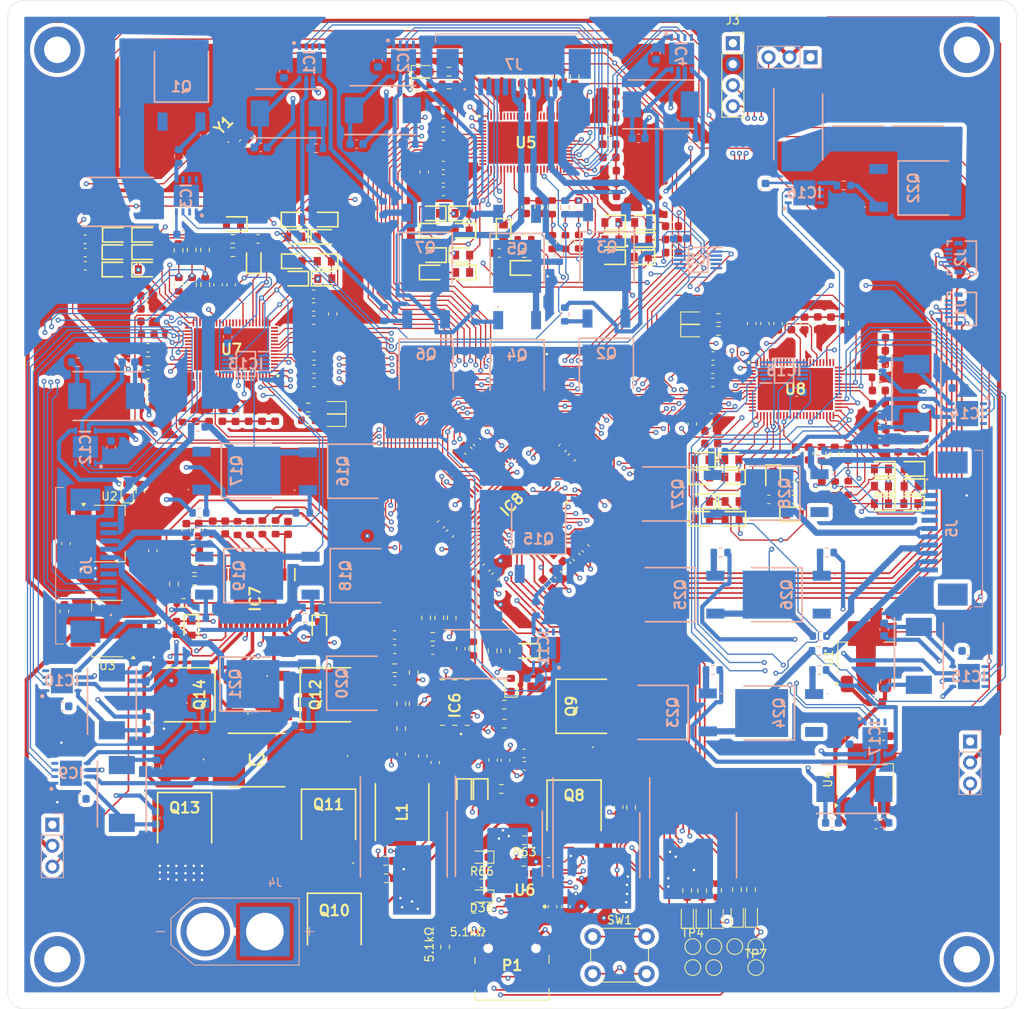
<source format=kicad_pcb>
(kicad_pcb (version 20240108) (generator "pcbnew") (generator_version "8.0")
  (layers (0 "F.Cu" signal) (1 "In1.Cu" signal) (2 "In2.Cu" signal) (31 "B.Cu" signal) (34 "B.Paste" user) (35 "F.Paste" user) (36 "B.SilkS" user "B.Silkscreen") (37 "F.SilkS" user "F.Silkscreen") (38 "B.Mask" user) (39 "F.Mask" user) (44 "Edge.Cuts" user))
  (net 0 "")
  (net 1 "+2.5V")
  (net 2 "/voltageregulators/IC5_VREF")
  (net 3 "/IO/BATTVIN")
  (net 4 "Net-(D52-A)")
  (net 5 "Net-(IC10-HS)")
  (net 6 "+5VA")
  (net 7 "/IO/USBVIN")
  (net 8 "GND")
  (net 9 "+3.3V")
  (net 10 "Net-(C32-Pad2)")
  (net 11 "SPI_SCK")
  (net 12 "Net-(U5-VCCCORE3)")
  (net 13 "/IO/RESETN")
  (net 14 "Net-(U5-NRST)")
  (net 15 "Net-(U5-VCCCORE2)")
  (net 16 "SPI_MISO")
  (net 17 "Net-(U5-VCCCORE1)")
  (net 18 "SPI_MOSI")
  (net 19 "/microcontrollers/SERVO3_STATUS")
  (net 20 "Net-(D55-A)")
  (net 21 "Net-(D53-A)")
  (net 22 "Net-(D56-K)")
  (net 23 "Net-(D57-K)")
  (net 24 "Net-(D78-A)")
  (net 25 "Net-(D77-K)")
  (net 26 "/microcontrollers/SERVO1_STATUS")
  (net 27 "/servo1/ADC_I0_POS")
  (net 28 "Net-(D75-A)")
  (net 29 "/microcontrollers/SERVO2_STATUS")
  (net 30 "/servo1/ADC_I1_POS")
  (net 31 "/microcontrollers/STATUS3")
  (net 32 "Net-(D30-A)")
  (net 33 "/servo2/ADC_I0_POS")
  (net 34 "/microcontrollers/STATUS2")
  (net 35 "/servo2/ADC_I1_POS")
  (net 36 "/microcontrollers/ERRLED")
  (net 37 "/servo3/ADC_I0_POS")
  (net 38 "/microcontrollers/STATUS1")
  (net 39 "Net-(D27-A)")
  (net 40 "/microcontrollers/SERVO3_PWM_I")
  (net 41 "/servo3/ADC_I1_POS")
  (net 42 "Net-(D79-K)")
  (net 43 "Net-(D36-A)")
  (net 44 "Net-(D74-A)")
  (net 45 "Net-(D78-K)")
  (net 46 "/microcontrollers/PROCLED")
  (net 47 "Net-(P1-PadA5)")
  (net 48 "/IO/D+")
  (net 49 "Net-(P1-PadB5)")
  (net 50 "Net-(D77-A)")
  (net 51 "/IO/D-")
  (net 52 "Net-(D49-A)")
  (net 53 "/IO/OLED_SCL")
  (net 54 "Net-(U8-VCCCORE3)")
  (net 55 "/microcontrollers/SERVO2_PWM_I")
  (net 56 "Net-(U8-NRST)")
  (net 57 "Net-(IC10-HO)")
  (net 58 "/microcontrollers/SERVO2_DB_CS")
  (net 59 "Net-(U8-VCCCORE2)")
  (net 60 "SERVO_ENI")
  (net 61 "Net-(U8-VCCCORE1)")
  (net 63 "Net-(IC10-LO)")
  (net 65 "Net-(U5-GPIO2_{slash}_ADC_VM_MCD)")
  (net 67 "/IO/INT_IMU2")
  (net 69 "Net-(U5-GPIO7_{slash}_AENC_WY_MCD_{slash}_DBGSPI_TRG)")
  (net 70 "Net-(D58-A)")
  (net 71 "Net-(U8-GPIO2_{slash}_ADC_VM_MCD)")
  (net 72 "Net-(U8-GPIO7_{slash}_AENC_WY_MCD_{slash}_DBGSPI_TRG)")
  (net 73 "/IO/OLED_SDA")
  (net 76 "TMC_DB_MOSI")
  (net 77 "TMC_DB_SCK")
  (net 79 "/microcontrollers/SERVO3_DB_CS")
  (net 82 "TMC_DB_MISO")
  (net 85 "/microcontrollers/SERVO1_PWM_I")
  (net 88 "SERVO_CLK")
  (net 97 "Net-(IC14-LO)")
  (net 100 "+12V")
  (net 101 "Net-(Q1-G)")
  (net 102 "Net-(Q6-G)")
  (net 103 "Net-(Q8-G)")
  (net 104 "Net-(Q10-G)")
  (net 105 "Net-(Q15-G)")
  (net 106 "Net-(Q16-G)")
  (net 107 "Net-(Q17-G)")
  (net 108 "/voltageregulators/SW1")
  (net 109 "/voltageregulators/SW2")
  (net 110 "Net-(Q18-G)")
  (net 111 "Net-(Q19-G)")
  (net 112 "Net-(D1-A)")
  (net 113 "Net-(Q20-G)")
  (net 114 "Net-(Q21-G)")
  (net 115 "Net-(Q22-G)")
  (net 116 "Net-(IC12-HS)")
  (net 117 "Net-(Q23-G)")
  (net 118 "Net-(D1-K)")
  (net 119 "Net-(IC15-HS)")
  (net 120 "Net-(D10-K)")
  (net 121 "Net-(Q24-G)")
  (net 122 "Net-(Q25-G)")
  (net 123 "Net-(IC17-HS)")
  (net 124 "Net-(Q26-G)")
  (net 125 "Net-(Q27-G)")
  (net 126 "Net-(D2-K)")
  (net 127 "Net-(Q28-G)")
  (net 128 "Net-(D10-A)")
  (net 129 "/microcontrollers/SERVO1_DB_CS")
  (net 130 "Net-(D71-A)")
  (net 131 "Net-(D80-A)")
  (net 132 "/gates1/PWM_W_L")
  (net 133 "/microcontrollers/SERVO2_CS")
  (net 134 "/gates1/PWM_W_H")
  (net 135 "/gates1/PWM_V_H")
  (net 136 "/gates1/PWM_V_L")
  (net 137 "+5V")
  (net 138 "/gates1/BRAKE")
  (net 139 "/gates1/PWM_U_L")
  (net 140 "/gates1/PWM_U_H")
  (net 141 "/gates1/PHASE_U")
  (net 142 "/microcontrollers/SERVO1_CS")
  (net 143 "/gates1/PHASE_V")
  (net 146 "/microcontrollers/SERVO3_CS")
  (net 151 "Net-(IC8-PB30)")
  (net 152 "/gates2/PWM_W_H")
  (net 153 "/gates2/PWM_W_L")
  (net 154 "/gates2/PWM_V_H")
  (net 155 "/gates2/PWM_V_L")
  (net 156 "/gates2/BRAKE")
  (net 157 "/gates2/PWM_U_L")
  (net 158 "Net-(IC1-HS)")
  (net 160 "/gates2/PWM_U_H")
  (net 161 "/gates2/PHASE_V")
  (net 162 "/gates2/PHASE_U")
  (net 163 "/gates3/PWM_W_H")
  (net 164 "/gates3/PWM_W_L")
  (net 168 "/IO/RX")
  (net 169 "/IO/TX")
  (net 170 "/voltageregulators/HDRV1")
  (net 171 "/voltageregulators/LDRV2")
  (net 173 "/voltageregulators/LDRV1")
  (net 174 "/voltageregulators/HDRV2")
  (net 176 "/IO/SCL_IMU1")
  (net 177 "/IO/SDA_IMU2")
  (net 179 "/IO/SDA_IMU1")
  (net 181 "/IO/INT_IMU1")
  (net 183 "Net-(IC2-HS)")
  (net 184 "Net-(IC4-HS)")
  (net 185 "Net-(D3-K)")
  (net 186 "Net-(C11-Pad1)")
  (net 187 "Net-(IC6-AVCC)")
  (net 188 "Net-(D8-A)")
  (net 189 "Net-(IC6-TTC)")
  (net 190 "/IO/SCL_IMU2")
  (net 191 "Net-(IC6-ACP)")
  (net 192 "Net-(IC6-BTST)")
  (net 193 "Net-(IC6-SW_1)")
  (net 194 "Net-(IC6-REGN)")
  (net 195 "Net-(IC11-LO)")
  (net 196 "Net-(IC6-SRP)")
  (net 199 "Net-(IC12-LO)")
  (net 200 "Net-(IC12-HO)")
  (net 201 "Net-(IC7-VIN)")
  (net 203 "Net-(IC15-HO)")
  (net 204 "Net-(IC15-LO)")
  (net 205 "/gates3/PWM_V_H")
  (net 206 "Net-(IC7-COMP)")
  (net 207 "Net-(IC7-SS)")
  (net 208 "Net-(IC17-LO)")
  (net 209 "Net-(IC17-HO)")
  (net 211 "Net-(IC7-SLOPE)")
  (net 212 "Net-(D11-K)")
  (net 213 "Net-(D28-A)")
  (net 214 "Net-(IC8-VDDCORE)")
  (net 215 "/gates3/PWM_V_L")
  (net 216 "Net-(D35-A)")
  (net 217 "Net-(IC9-HS)")
  (net 218 "/gates3/BRAKE")
  (net 219 "/gates3/PWM_U_L")
  (net 220 "/gates3/PWM_U_H")
  (net 221 "/gates3/PHASE_V")
  (net 222 "/gates3/PHASE_U")
  (net 223 "/gates3/PHASE_W")
  (net 226 "/gates2/PHASE_W")
  (net 227 "Net-(D55-K)")
  (net 228 "Net-(U7-VCCCORE3)")
  (net 229 "Net-(U7-NRST)")
  (net 230 "Net-(U7-VCCCORE2)")
  (net 231 "Net-(U7-VCCCORE1)")
  (net 232 "Net-(IC14-HS)")
  (net 233 "/gates1/PHASE_W")
  (net 234 "/IO/DBG_RESETN")
  (net 237 "Net-(U6-PA17)")
  (net 238 "/IO/DBG_SWCLK")
  (net 241 "/IO/DBG_SWDIO")
  (net 260 "Net-(D57-A)")
  (net 261 "Net-(D2-A)")
  (net 262 "Net-(D3-A)")
  (net 263 "Net-(D4-A)")
  (net 264 "Net-(D5-K)")
  (net 265 "Net-(D7-K)")
  (net 266 "Net-(D7-A)")
  (net 267 "Net-(D8-K)")
  (net 268 "Net-(D9-A)")
  (net 269 "Net-(D24-A)")
  (net 270 "Net-(D31-A)")
  (net 271 "Net-(D32-A)")
  (net 272 "Net-(D33-A)")
  (net 273 "Net-(D34-A)")
  (net 275 "Net-(D79-A)")
  (net 277 "Net-(D56-A)")
  (net 278 "Net-(IC1-HO)")
  (net 280 "Net-(IC1-LO)")
  (net 281 "Net-(IC2-HO)")
  (net 282 "Net-(IC2-LO)")
  (net 284 "/IO/BRAKE1")
  (net 285 "/IO/BRAKE2")
  (net 286 "/IO/BRAKE3")
  (net 288 "Net-(IC3-LO)")
  (net 294 "Net-(IC4-HO)")
  (net 295 "Net-(IC4-LO)")
  (net 296 "Net-(IC5-IN+1)")
  (net 297 "Net-(IC5-IN+2)")
  (net 298 "Net-(IC6-TS)")
  (net 299 "Net-(IC6-ACDRV)")
  (net 300 "Net-(IC6-~{BATDRV})")
  (net 301 "Net-(IC6-CMSRC)")
  (net 302 "Net-(IC6-ISET)")
  (net 303 "Net-(IC6-OVPSET)")
  (net 304 "Net-(IC6-ACSET)")
  (net 305 "Net-(IC7-RT)")
  (net 306 "Net-(IC7-CS)")
  (net 307 "Net-(IC7-PGOOD)")
  (net 308 "Net-(IC7-MODE)")
  (net 309 "Net-(IC7-EN{slash}UVLO)")
  (net 311 "Net-(IC7-VISNS)")
  (net 312 "Net-(IC7-FB)")
  (net 326 "Net-(IC9-HO)")
  (net 327 "Net-(IC9-LO)")
  (net 328 "Net-(IC13-IN+1)")
  (net 329 "Net-(IC13-IN+2)")
  (net 330 "Net-(IC14-HO)")
  (net 334 "Net-(IC16-LO)")
  (net 337 "Net-(IC18-IN+2)")
  (net 338 "Net-(IC18-IN+1)")
  (net 346 "Net-(Q2-G)")
  (net 347 "Net-(Q3-G)")
  (net 348 "Net-(Q4-G)")
  (net 349 "Net-(Q5-G)")
  (net 350 "Net-(Q7-G)")
  (net 352 "Net-(U7-GPIO2_{slash}_ADC_VM_MCD)")
  (net 353 "Net-(U7-GPIO7_{slash}_AENC_WY_MCD_{slash}_DBGSPI_TRG)")
  (net 395 "/motorIO/HALL_A1")
  (net 396 "/servo1/HALL_U_FILT")
  (net 397 "/servo1/HALL_W_FILT")
  (net 398 "/servo1/HALL_V_FILT")
  (net 399 "/servo2/HALL_V_FILT")
  (net 400 "/servo2/HALL_W_FILT")
  (net 401 "/servo2/HALL_U_FILT")
  (net 402 "/servo3/HALL_W_FILT")
  (net 403 "/servo3/HALL_U_FILT")
  (net 404 "/servo3/HALL_V_FILT")
  (net 405 "/motorIO/HALL_C1")
  (net 406 "/motorIO/HALL_B1")
  (net 407 "/motorIO/HALL_A3")
  (net 408 "/motorIO/HALL_B3")
  (net 409 "/motorIO/HALL_C3")
  (net 410 "/motorIO/HALL_B2")
  (net 411 "/motorIO/HALL_A2")
  (net 412 "/motorIO/HALL_C2")
  (net 413 "Net-(IC8-PA30)")
  (net 414 "Net-(IC8-PA31)")
  (net 415 "Net-(U6-PA16)")
  (footprint "Resistor_SMD:R_0603_1608Metric" (layer "F.Cu") (at 166.827501 140)
    (property "Reference" "R45")
    (property "Value" "10kΩ")
  )
  (footprint "Capacitor_SMD:C_0603_1608Metric" (layer "F.Cu") (at 158.452501 133.2)
    (property "Reference" "C83")
    (property "Value" "100nF")
  )
  (footprint "Resistor_SMD:R_0603_1608Metric" (layer "F.Cu") (at 153.077501 114.2)
    (property "Reference" "R20")
    (property "Value" "4.02kΩ")
  )
  (footprint "TestPoint:TestPoint_Pad_D1.5mm" (layer "F.Cu") (at 183.507501 143.46)
    (property "Reference" "TP3")
    (property "Value" "GND")
  )
  (footprint "Capacitor_SMD:C_0603_1608Metric" (layer "F.Cu") (at 198.462501 80.93 180)
    (property "Reference" "C132")
    (property "Value" "470nF")
  )
  (footprint "Capacitor_SMD:C_0603_1608Metric" (layer "F.Cu") (at 130.051601 75.225 180)
    (property "Reference" "C87")
    (property "Value" "100nF")
  )
  (footprint "kuben-footprints:IPD047N03LF2SATMA1" (layer "F.Cu") (at 161.212501 114.4 -90)
    (property "Reference" "Q9")
    (property "Value" "30V 71A" (hide yes))
  )
  (footprint "kuben-footprints:DIOC1709X85N" (layer "F.Cu") (at 198.702501 85.68 180)
    (property "Reference" "D72")
    (property "Value" "4.7Vf 0.5A" (hide yes))
  )
  (footprint "Resistor_SMD:R_0603_1608Metric" (layer "F.Cu") (at 191.492501 88.055 -90)
    (property "Reference" "R96")
    (property "Value" "1kΩ")
  )
  (footprint "Resistor_SMD:R_0603_1608Metric" (layer "F.Cu") (at 144.427501 106 180)
    (property "Reference" "R21")
    (property "Value" "5.23kΩ")
  )
  (footprint "Resistor_SMD:R_0603_1608Metric" (layer "F.Cu") (at 139.827501 109.8 180)
    (property "Reference" "R30")
    (property "Value" "10mΩ")
  )
  (footprint "Resistor_SMD:R_0603_1608Metric" (layer "F.Cu") (at 194.202501 68.055 90)
    (property "Reference" "R99")
    (property "Value" "10kΩ")
  )
  (footprint "TestPoint:TestPoint_Pad_D1.5mm" (layer "F.Cu") (at 178.427501 146)
    (property "Reference" "TP2")
    (property "Value" "TX")
  )
  (footprint "kuben-footprints:QFN50P900X900X100-65N-D" (layer "F.Cu") (at 154.027501 90 -135)
    (property "Reference" "IC8")
    (property "Value" "ATSAME53J18A-MF" (hide yes))
  )
  (footprint "Capacitor_SMD:C_0603_1608Metric" (layer "F.Cu") (at 109.991601 75.855)
    (property "Reference" "C98")
    (property "Value" "470nF")
  )
  (footprint "kuben-footprints:DIOC1709X85N" (layer "F.Cu") (at 120.336601 56.075 180)
    (property "Reference" "D54")
    (property "Value" "4.7Vf 0.5A" (hide yes))
  )
  (footprint "Resistor_SMD:R_0603_1608Metric" (layer "F.Cu") (at 120.827501 92.85 -90)
    (property "Reference" "R36")
    (property "Value" "23.2kΩ")
  )
  (footprint "Resistor_SMD:R_0603_1608Metric" (layer "F.Cu") (at 165.787501 44.81)
    (property "Reference" "R54")
    (property "Value" "10kΩ")
  )
  (footprint "Resistor_SMD:R_0603_1608Metric" (layer "F.Cu") (at 155.527501 57.98 180)
    (property "Reference" "R56")
    (property "Value" "100kΩ")
  )
  (footprint "Capacitor_SMD:C_0603_1608Metric" (layer "F.Cu") (at 151.727501 120.9 -90)
    (property "Reference" "C12")
    (property "Value" "2.2µF")
  )
  (footprint "Capacitor_SMD:C_0603_1608Metric" (layer "F.Cu") (at 159.631485 98.496016 135)
    (property "Reference" "C80")
    (property "Value" "100nF")
  )
  (footprint "Resistor_SMD:R_0603_1608Metric" (layer "F.Cu") (at 153.102501 116.5)
    (property "Reference" "R23")
    (property "Value" "4.02kΩ")
  )
  (footprint "MountingHole:MountingHole_3.2mm_M3_DIN965_Pad" (layer "F.Cu") (at 209.027501 35)
    (property "Reference" "H2")
    (property "Value" "MountingHole_Pad")
  )
  (footprint "Resistor_SMD:R_0603_1608Metric" (layer "F.Cu") (at 188.127501 89.38)
    (property "Reference" "R104")
    (property "Value" "20kΩ")
  )
  (footprint "Capacitor_SMD:C_0603_1608Metric" (layer "F.Cu") (at 165.862501 49.61 180)
    (property "Reference" "C51")
    (property "Value" "4.7µF")
  )
  (footprint "Diode_SMD:D_0603_1608Metric" (layer "F.Cu") (at 153.902501 111.8125 90)
    (property "Reference" "D7")
    (property "Value" "LED")
  )
  (footprint "Capacitor_SMD:C_0603_1608Metric" (layer "F.Cu") (at 130.027501 66.1 180)
    (property "Reference" "C107")
    (property "Value" "4.7µF")
  )
  (footprint "kuben-footprints:DIOC1709X85N" (layer "F.Cu") (at 127.776601 62.675 180)
    (property "Reference" "D43")
    (property "Value" "4.7Vf 0.5A" (hide yes))
  )
  (footprint "TestPoint:TestPoint_Pad_D1.5mm" (layer "F.Cu") (at 183.507501 146)
    (property "Reference" "TP7")
    (property "Value" "GND")
  )
  (footprint "Resistor_SMD:R_0603_1608Metric" (layer "F.Cu") (at 155.527501 130.6 180)
    (property "Reference" "R63")
    (property "Value" "1kΩ")
  )
  (footprint "Capacitor_SMD:C_0603_1608Metric" (layer "F.Cu") (at 198.027501 128.7 180)
    (property "Reference" "C28")
    (property "Value" "100nF")
  )
  (footprint "Resistor_SMD:R_0603_1608Metric" (layer "F.Cu") (at 146.727501 103.7 90)
    (property "Reference" "R26")
    (property "Value" "32.4kΩ")
  )
  (footprint "Capacitor_SMD:C_0603_1608Metric" (layer "F.Cu") (at 110.577501 95.6 -90)
    (property "Reference" "C20")
    (property "Value" "10uF")
  )
  (footprint "kuben-footprints:DIOC1709X85N" (layer "F.Cu") (at 127.736601 57.625 180)
    (property "Reference" "D41")
    (property "Value" "4.7Vf 0.5A" (hide yes))
  )
  (footprint "Capacitor_SMD:C_0603_1608Metric" (layer "F.Cu") (at 145.702501 49)
    (property "Reference" "C44")
    (property "Value" "100nF")
  )
  (footprint "Resistor_SMD:R_0603_1608Metric" (layer "F.Cu") (at 146.402501 37.64)
    (property "Reference" "R53")
    (property "Value" "1kΩ")
  )
  (footprint "Diode_SMD:D_0603_1608Metric" (layer "F.Cu") (at 132.464101 79.815 180)
    (property "Reference" "D49")
    (property "Value" "LED")
  )
  (footprint "Resistor_SMD:R_0603_1608Metric" (layer "F.Cu") (at 142.127501 114.1 -90)
    (property "Reference" "R28")
    (property "Value" "32.4kΩ")
  )
  (footprint "Capacitor_SMD:C_0603_1608Metric" (layer "F.Cu") (at 143.227501 120.4 -90)
    (property "Reference" "C23")
    (property "Value" "1µF")
  )
  (footprint "Diode_SMD:D_0603_1608Metric" (layer "F.Cu") (at 182.967501 139.6325 90)
    (property "Reference" "D30")
    (property "Value" "LED")
  )
  (footprint "Resistor_SMD:R_0603_1608Metric" (layer "F.Cu") (at 125.427501 92.75 90)
    (property "Reference" "R31")
    (property "Value" "10Ω")
  )
  (footprint "Capacitor_SMD:C_0603_1608Metric" (layer "F.Cu") (at 165.812501 40.01 180)
    (property "Reference" "C41")
    (property "Value" "100nF")
  )
  (footprint "Capacitor_SMD:C_0603_1608Metric" (layer "F.Cu") (at 146.527501 93.5 -135)
    (property "Reference" "C74")
    (property "Value" "10µF")
  )
  (footprint "Capacitor_SMD:C_0603_1608Metric" (layer "F.Cu") (at 122.176601 79.15 90)
    (property "Reference" "C100")
    (property "Value" "470nF")
  )
  (footprint "Capacitor_SMD:C_0603_1608Metric" (layer "F.Cu") (at 198.952501 118)
    (property "Reference" "C31")
    (property "Value" "10uF")
  )
  (footprint "kuben-footprints:DIOC1709X85N" (layer "F.Cu") (at 127.776601 60.575)
    (property "Reference" "D44")
    (property "Value" "4.7Vf 0.5A" (hide yes))
  )
  (footprint "Resistor_SMD:R_0603_1608Metric" (layer "F.Cu") (at 198.387501 74.61)
    (property "Reference" "R101")
    (property "Value" "10kΩ")
  )
  (footprint "Resistor_SMD:R_0603_1608Metric" (layer "F.Cu") (at 113.127501 99.6 -90)
    (property "Reference" "R42")
    (property "Value" "2mΩ")
  )
  (footprint "Resistor_SMD:R_0603_1608Metric" (layer "F.Cu") (at 116.916601 63.4 90)
    (property "Reference" "R69")
    (property "Value" "4.7kΩ")
  )
  (footprint "Resistor_SMD:R_0603_1608Metric" (layer "F.Cu") (at 194.692501 88.005 -90)
    (property "Reference" "R98")
    (property "Value" "1kΩ")
  )
  (footprint "Diode_SMD:D_0603_1608Metric" (layer "F.Cu") (at 181.257501 139.6325 90)
    (property "Reference" "D31")
    (property "Value" "LED")
  )
  (footprint "Capacitor_SMD:C_0603_1608Metric" (layer "F.Cu") (at 189.402501 68.105 -90)
    (property "Reference" "C138")
    (property "Value" "4.7µF")
  )
  (footprint "Capacitor_SMD:C_0603_1608Metric" (layer "F.Cu") (at 130.076601 72.025 180)
    (property "Reference" "C104")
    (property "Value" "4.7µF")
  )
  (footprint "Capacitor_SMD:C_0603_1608Metric" (layer "F.Cu") (at 118.476601 63.425 -90)
    (property "Reference" "C109")
    (property "Value" "4.7µF")
  )
  (footprint "kuben-footprints:DIOC1709X85N" (layer "F.Cu") (at 148.227501 124.8 -90)
    (property "Reference" "D5")
    (property "Value" "4.7Vf 0.5A" (hide yes))
  )
  (footprint "kuben-footprints:IPD047N03LF2SATMA1" (layer "F.Cu") (at 131.827501 126.285 180)
    (property "Reference" "Q11")
    (property "Value" "30V 71A" (hide yes))
  )
  (footprint "Capacitor_SMD:C_0603_1608Metric" (layer "F.Cu") (at 100.077501 94.725 90)
    (property "Reference" "C16")
    (property "Value" "100nF")
  )
  (footprint "Capacitor_SMD:C_0603_1608Metric" (layer "F.Cu") (at 113.427501 104.925 -90)
    (property "Reference" "C37")
    (property "Value" "100nF")
  )
  (footprint "Capacitor_SMD:C_0603_1608Metric" (layer "F.Cu") (at 161.824414 96.36066 -45)
    (property "Reference" "C68")
    (property "Value" "10µF")
  )
  (footprint "kuben-footprints:IPD047N03LF2SATMA1" (layer "F.Cu") (at 130.262501 113.01 -90)
    (property "Reference" "Q12")
    (property "Value" "30V 71A" (hide yes))
  )
  (footprint "kuben-footprints:DSC6001CI2B0250000T" (layer "F.Cu") (at 119.148643 44.106066 45)
    (property "Reference" "Y1")
    (property "Value" "DSC6001CI2B-025.0000T" (hide yes))
  )
  (footprint "kuben-footprints:DIOC1709X85N" (layer "F.Cu") (at 131.336601 57.625)
    (property "Reference" "D37")
    (property "Value" "4.7Vf 0.5A" (hide yes))
  )
  (footprint "Resistor_SMD:R_0603_1608Metric" (layer "F.Cu") (at 152.727501 124.4 180)
    (property "Reference" "R15")
    (property "Value" "10Ω")
  )
  (footprint "Capacitor_SMD:C_0603_1608Metric" (layer "F.Cu") (at 202.317101 82.8584 -90)
    (property "Reference" "C128")
    (property "Value" "100pF")
  )
  (footprint "Capacitor_SMD:C_0603_1608Metric" (layer "F.Cu") (at 162.927501 95.3 -45)
    (property "Reference" "C67")
    (property "Value" "100nF")
  )
  (footprint "kuben-footprints:BQ24133RGYR" (layer "F.Cu") (at 147.102501 113.95 90)
    (property "Reference" "IC6")
    (property "Value" "BQ24133RGYR" (hide yes))
  )
  (footprint "Capacitor_SMD:C_0603_1608Metric" (layer "F.Cu") (at 160.537501 138.625 90)
    (property "Reference" "C79")
    (property "Value" "10µF")
  )
  (footprint "kuben-footprints:DIOC1709X85N" (layer "F.Cu") (at 144.402501 54.78 180)
    (property "Reference" "D14")
    (property "Value" "4.7Vf 0.5A" (hide yes))
  )
  (footprint "Capacitor_SMD:C_0603_1608Metric" (layer "F.Cu") (at 160.002501 38.305 -90)
    (property "Reference" "C39")
    (property "Value" "100nF")
  )
  (footprint "Capacitor_SMD:C_0603_1608Metric" (layer "F.Cu") (at 118.976601 79.15 90)
    (property "Reference" "C101")
    (property "Value" "4.7µF")
  )
  (footprint "kuben-footprints:INDPM6965X300N" (layer "F.Cu") (at 140.727501 127.2 90)
    (property "Reference" "L1")
    (property "Value" "3.3µH" (hide yes))
  )
  (footprint "Resistor_SMD:R_0603_1608Metric" (layer "F.Cu") (at 168.427501 126.65 -90)
    (property "Reference" "R16")
    (property "Value" "2Ω")
  )
  (footprint "Resistor_SMD:R_0603_1608Metric" (layer "F.Cu") (at 146.402501 39.19)
    (property "Reference" "R55")
    (property "Value" "1kΩ")
  )
  (footprint "Resistor_SMD:R_0603_1608Metric" (layer "F.Cu") (at 123.827501 92.75 90)
    (property "Reference" "R38")
    (property "Value" "2kΩ")
  )
  (footprint "kuben-footprints:DIOC1709X85N" (layer "F.Cu") (at 144.442501 61.93)
    (property "Reference" "D13")
    (property "Value" "4.7Vf 0.5A" (hide yes))
  )
  (footprint "Resistor_SMD:R_0603_1608Metric" (layer "F.Cu") (at 120.251601 59.475)
    (property "Reference" "R77")
    (property "Value" "100kΩ")
  )
  (footprint "Resistor_SMD:R_0603_1608Metric" (layer "F.Cu") (at 175.207501 136.7 90)
    (property "Reference" "R60")
    (property "Value" "1kΩ")
  )
  (footprint "Capacitor_SMD:C_0603_1608Metric" (layer "F.Cu") (at 145.702501 52.125)
    (property "Reference" "C61")
    (property "Value" "100nF")
  )
  (footprint "Capacitor_SMD:C_0603_1608Metric" (layer "F.Cu") (at 120.051601 63.43 -90)
    (property "Reference" "C111")
    (property "Value" "100nF")
  )
  (footprint "Resistor_SMD:R_0603_1608Metric" (layer "F.Cu") (at 188.127501 87.78 180)
    (property "Reference" "R103")
    (property "Value" "100kΩ")
  )
  (footprint "Resistor_SMD:R_0603_1608Metric" (layer "F.Cu") (at 181.227501 136.57 90)
    (property "Reference" "R59")
    (property "Value" "1kΩ")
  )
  (footprint "Capacitor_SMD:C_0603_1608Metric" (layer "F.Cu") (at 156.802501 38.305 -90)
    (property "Reference" "C56")
    (property "Value" "4.7µF")
  )
  (footprint "Resistor_SMD:R_0603_1608Metric" (layer "F.Cu") (at 194.662501 83.855 -90)
    (property "Reference" "R93")
    (property "Value" "4.7kΩ")
  )
  (footprint "Capacitor_SMD:C_0603_1608Metric" (layer "F.Cu") (at 166.927501 126.6 -90)
    (property "Reference" "C11")
    (property "Value" "2.2µF")
  )
  (footprint "Resistor_SMD:R_0603_1608Metric" (layer "F.Cu") (at 115.627501 99.2 180)
    (property "Reference" "R37")
    (property "Value" "280kΩ")
  )
  (footprint "Resistor_SMD:R_0603_1608Metric" (layer "F.Cu") (at 160.462501 54.055 -90)
    (property "Reference" "R47")
    (property "Value" "4.7kΩ")
  )
  (footprint "Capacitor_SMD:C_0603_1608Metric" (layer "F.Cu") (at 116.127501 93.05 -90)
    (property "Reference" "C32")
    (property "Value" "33nF")
  )
  (footprint "kuben-footprints:DIOC1709X85N" (layer "F.Cu") (at 177.002501 84.58 180)
    (property "Reference" "D61")
    (property "Value" "4.7Vf 0.5A" (hide yes))
  )
  (footprint "Resistor_SMD:R_0603_1608Metric" (layer "F.Cu") (at 115.286601 59.2 90)
    (property "Reference" "R71")
    (property "Value" "1kΩ")
  )
  (footprint "Capacitor_SMD:C_0603_1608Metric" (layer "F.Cu") (at 152.002501 38.305 -90)
    (property "Reference" "C48")
    (property "Value" "100nF")
  )
  (footprint "Resistor_SMD:R_0603_1608Metric" (layer "F.Cu") (at 115.316601 63.4 90)
    (property "Reference" "R68")
    (property "Value" "4.7kΩ")
  )
  (footprint "Capacitor_SMD:C_0603_1608Metric" (layer "F.Cu") (at 198.387501 76.21)
    (property "Reference" "C134")
    (property "Value" "100nF")
  )
  (footprint "Capacitor_SMD:C_0603_1608Metric" (layer "F.Cu") (at 198.387501 71.4 180)
    (property "Reference" "C135")
    (property "Value" "470nF")
  )
  (footprint "kuben-footprints:SOP65P640X120-29N" (layer "F.Cu") (at 122.952501 101.412 -90)
    (property "Reference" "IC7")
    (property "Value" "LM5176PWPR" (hide yes))
  )
  (footprint "Resistor_SMD:R_0603_1608Metric" (layer "F.Cu") (at 140.627501 114.075 90)
    (property "Reference" "R17")
    (property "Value" "1MΩ")
  )
  (footprint "Capacitor_SMD:C_0603_1608Metric" (layer "F.Cu") (at 144.727501 121.2 -90)
    (property "Reference" "C21")
    (property "Value" "0.047µF")
  )
  (footprint "Package_TO_SOT_SMD:SOT-223-3_TabPin2" (layer "F.Cu") (at 105.077501 105 180)
    (property "Reference" "U3")
    (property "Value" "LD1117S50TR_SOT223")
  )
  (footprint "kuben-footprints:DIOC1709X85N" (layer "F.Cu") (at 109.676601 59.475)
    (property "Reference" "D47")
    (property "Value" "4.7Vf 0.5A" (hide yes))
  )
  (footprint "kuben-footprints:DIOC1709X85N" (layer "F.Cu") (at 150.227501 124.8 -90)
    (property "Reference" "D6")
    (property "Value" "4.7Vf 0.5A" (hide yes))
  )
  (footprint "MountingHole:MountingHole_3.2mm_M3_DIN965_Pad" (layer "F.Cu") (at 99.027501 145)
    (property "Reference" "H4")
    (property "Value" "MountingHole_Pad")
  )
  (footprint "Capacitor_SMD:C_0603_1608Metric" (layer "F.Cu") (at 102.411601 59.525)
    (property "Reference" "C91")
    (property "Value" "100pF")
  )
  (footprint "Capacitor_SMD:C_0603_1608Metric" (layer "F.Cu") (at 198.387501 73.01 180)
    (property "Reference" "C136")
    (property "Value" "4.7µF")
  )
  (footprint "Resistor_SMD:R_0603_1608Metric" (layer "F.Cu") (at 129.376601 79.815 180)
    (property "Reference" "R74")
    (property "Value" "1kΩ")
  )
  (footprint "Resistor_SMD:R_0603_1608Metric" (layer "F.Cu") (at 178.827501 136.675 90)
    (property "Reference" "R62")
    (property "Value" "1kΩ")
  )
  (footprint "kuben-footprints:QFN40P1050X650X90-77N" (layer "F.Cu") (at 155.692501 46.23)
    (property "Reference" "U5")
    (property "Value" "TMC4671-LA" (hide yes))
  )
  (footprint "Capacitor_SMD:C_0603_1608Metric" (layer "F.Cu") (at 121.490585 46.336916 45)
    (property "Reference" "C69")
    (property "Value" "10µF")
  )
  (footprint "TestPoint:TestPoint_Pad_D1.5mm" (layer "F.Cu") (at 175.887501 143.46)
    (property "Reference" "TP4")
    (property "Value" "SWCLK")
  )
  (footprint "Capacitor_SMD:C_0603_1608Metric" (layer "F.Cu") (at 203.917101 82.8334 -90)
    (property "Reference" "C129")
    (property "Value" "100pF")
  )
  (footprint "Capacitor_SMD:C_0603_1608Metric" (layer "F.Cu") (at 173.392501 59.53 180)
    (property "Reference" "C47")
    (property "Value" "100pF")
  )
  (footprint "Capacitor_SMD:C_0603_1608Metric" (layer "F.Cu") (at 152.025101 98.708 -135)
    (property "Reference" "C76")
    (property "Value" "10µF")
  )
  (footprint "Capacitor_SMD:C_0603_1608Metric" (layer "F.Cu") (at 155.727501 54.025 90)
    (property "Reference" "C66")
    (property "Value" "100nF")
  )
  (footprint "kuben-footprints:DIOC1709X85N" (layer "F.Cu") (at 166.102501 60.08 180)
    (property "Reference" "D20")
    (property "Value" "4.7Vf 0.5A" (hide yes))
  )
  (footprint "Package_TO_SOT_SMD:SOT-223-3_TabPin2" (layer "F.Cu") (at 196.827501 108.55 90)
    (property "Reference" "U1")
    (property "Value" "LD1117S25TR_SOT223")
  )
  (footprint "Capacitor_SMD:C_0603_1608Metric" (layer "F.Cu") (at 165.887501 52.71 180)
    (property "Reference" "C40")
    (property "Value" "100nF")
  )
  (footprint "Package_TO_SOT_SMD:SOT-223-3_TabPin2" (layer "F.Cu") (at 105.327501 93.5)
    (property "Reference" "U2")
    (property "Value" "LD1117S33TR_SOT223")
  )
  (footprint "Capacitor_SMD:C_0603_1608Metric" (layer "F.Cu") (at 140.627501 120.2 -90)
    (property "Reference" "C24")
    (property "Value" "0.1µF")
  )
  (footprint "Capacitor_SMD:C_0603_1608Metric" (layer "F.Cu") (at 198.412501 77.81 180)
    (property "Reference" "C140")
    (property "Value" "100nF")
  )
  (footprint "kuben-footprints:DIOC1709X85N" (layer "F.Cu") (at 152.992501 57.0375 -90)
    (property "Reference" "D28")
    (property "Value" "4.7Vf 0.5A" (hide yes))
  )
  (footprint "Capacitor_SMD:C_0603_1608Metric" (layer "F.Cu") (at 165.862501 51.13 180)
    (property "Reference" "C50")
    (property "Value" "470nF")
  )
  (footprint "kuben-footprints:DIOC1709X85N" (layer "F.Cu") (at 131.336601 55.525 180)
    (property "Reference" "D38")
    (property "Value" "4.7Vf 0.5A" (hide yes))
  )
  (footprint "Diode_SMD:D_0603_1608Metric" (layer "F.Cu") (at 132.464101 78.275 180)
    (property "Reference" "D52")
    (property "Value" "LED")
  )
  (footprint "Resistor_SMD:R_0603_1608Metric" (layer "F.Cu") (at 114.302501 101.9)
    (property "Reference" "R41")
    (property "Value" "10kΩ")
  )
  (footprint "Capacitor_SMD:C_0603_1608Metric" (layer "F.Cu") (at 160.127501 83.16863 45)
    (property "Reference" "C73")
    (property "Value" "100nF")
  )
  (footprint "Capacitor_SMD:C_0603_1608Metric" (layer "F.Cu") (at 109.991601 71.045 180)
    (property "Reference" "C97")
    (property "Value" "100nF")
  )
  (footprint "Capacitor_SMD:C_0603_1608Metric" (layer "F.Cu") (at 149.788161 82.43934 135)
    (property "Reference" "C70")
    (property "Value" "10µF")
  )
  (footprint "kuben-footprints:DIOC1709X85N" (layer "F.Cu") (at 166.102501 57.98 180)
    (property "Reference" "D22")
    (property "Value" "4.7Vf 0.5A" (hide yes))
  )
  (footprint "Diode_SMD:D_0603_1608Metric" (layer "F.Cu") (at 150.340001 132.65 180)
    (property "Reference" "D35")
    (property "Value" "RUN_LED")
  )
  (footprint "kuben-footprints:IPD70P04P4L08ATMA2" (layer "F.Cu") (at 132.527501 140.12 180)
    (property "Reference" "Q10")
    (property "Value" "40V 70A" (hide yes))
  )
  (footprint "kuben-footprints:DIOC1709X85N" (layer "F.Cu") (at 155.727501 107.7 180)
    (property "Reference" "D8")
    (property "Value" "4.7Vf 0.5A" (hide yes))
  )
  (footprint "Capacitor_SMD:C_0603_1608Metric" (layer "F.Cu") (at 130.076601 73.625 180)
    (property "Reference" "C105")
    (property "Value" "470nF")
  )
  (footprint "Capacitor_SMD:C_0603_1608Metric" (layer "F.Cu") (at 191.002501 68.08 -90)
    (property "Reference" "C139")
    (property "Value" "470nF")
  )
  (footprint "Resistor_SMD:R_0603_1608Metric" (layer "F.Cu") (at 150.380001 135.8)
    (property "Reference" "R66")
    (property "Value" "1kΩ")
  )
  (footprint "Capacitor_SMD:C_0603_1608Metric" (layer "F.Cu") (at 155.202501 38.28 -90)
    (property "Reference" "C45")
    (property "Value" "100nF")
  )
  (footprint "Resistor_SMD:R_0603_1608Metric" (layer "F.Cu") (at 140.627501 117.1 90)
    (property "Reference" "R18")
    (property "Value" "100kΩ")
  )
  (footprint "kuben-footprints:DIOC1709X85N" (layer "F.Cu") (at 131.376601 62.675)
    (property "Reference" "D39")
    (property "Value" "4.7Vf 0.5A" (hide yes))
  )
  (footprint "kuben-footprints:DIOC1709X85N" (layer "F.Cu") (at 106.076601 61.575)
    (property "Reference" "D51")
    (property "Value" "4.7Vf 0.5A" (hide yes))
  )
  (footprint "Resistor_SMD:R_0603_1608Metric" (layer "F.Cu") (at 113.686601 59.25 90)
    (property "Reference" "R72")
    (property "Value" "1kΩ")
  )
  (footprint "Resistor_SMD:R_0603_1608Metric" (layer "F.Cu") (at 149.327501 107.425 -90)
    (property "Reference" "R22")
    (property "Value" "30.1kΩ")
  )
  (footprint "Capacitor_SMD:C_0603_1608Metric" (layer "F.Cu") (at 198.462501 79.41 180)
    (property "Reference" "C133")
    (property "Value" "4.7µF")
  )
  (footprint "Capacitor_SMD:C_0603_1608Metric" (layer "F.Cu") (at 165.787501 41.6 180)
    (property "Reference" "C53")
    (property "Value" "470nF")
  )
  (footprint "Diode_SMD:D_0603_1608Metric" (layer "F.Cu") (at 177.027501 139.7625 90)
    (property "Reference" "D33")
    (property "Value" "LED")
  )
  (footprint "Resistor_SMD:R_0603_1608Metric" (layer "F.Cu") (at 158.862501 54.055 -90)
    (property "Reference" "R48")
    (property "Value" "4.7kΩ")
  )
  (footprint "Capacitor_SMD:C_0603_1608Metric" (layer "F.Cu") (at 173.367501 57.93 180)
    (property "Reference" "C46")
    (property "Value" "100pF")
  )
  (footprint "MountingHole:MountingHole_3.2mm_M3_DIN965_Pad" (layer "F.Cu") (at 99.027501 35)
    (property "Reference" "H1")
    (property "Value" "MountingHole_Pad")
  )
  (footprint "kuben-footprints:QFN40P1050X650X90-77N" (layer "F.Cu") (at 120.086601 71.225 180)
    (property "Reference" "U7")
    (property "Value" "TMC4671-LA" (hide yes))
  )
  (footprint "Resistor_SMD:R_0603_1608Metric" (layer "F.Cu") (at 120.251601 57.875 180)
    (property "Reference" "R78")
    (property "Value" "20kΩ")
  )
  (footprint "Resistor_SMD:R_0603_1608Metric" (layer "F.Cu") (at 145.927501 143.5 -90)
    (property "Reference" "R44")
    (property "Value" "5.1kΩ")
  )
  (footprint "Capacitor_SMD:C_0603_1608Metric" (layer "F.Cu") (at 178.127501 79.5)
    (property "Reference" "C126")
    (property "Value" "100nF")
  )
  (footprint "Resistor_SMD:R_0603_1608Metric" (layer "F.Cu") (at 160.492501 58.255 -90)
    (property "Reference" "R50")
    (property "Value" "1kΩ")
  )
  (footprint "Capacitor_SMD:C_0603_1608Metric" (layer "F.Cu") (at 145.702501 50.6)
    (property "Reference" "C62")
    (property "Value" "4.7µF")
  )
  (footprint "Capacitor_SMD:C_0603_1608Metric" (layer "F.Cu") (at 145.431485 92.403984 -135)
    (property "Reference" "C75")
    (property "Value" "100nF")
  )
  (footprint "Resistor_SMD:R_0603_1608Metric" (layer "F.Cu") (at 143.627501 103.7 90)
    (property "Reference" "R19")
    (property "Value" "1.5kΩ")
  )
  (footprint "Capacitor_SMD:C_0603_1608Metric" (layer "F.Cu") (at 185.077501 89.38)
    (property "Reference" "C147")
    (property "Value" "10nF")
  )
  (footprint "Capacitor_SMD:C_0603_1608Metric" (layer "F.Cu") (at 130.027501 64.575 180)
    (property "Reference" "C106")
    (property "Value" "100nF")
  )
  (footprint "Resistor_SMD:R_0603_1608Metric" (layer "F.Cu") (at 193.062501 83.855 -90)
    (property "Reference" "R94")
    (property "Value" "4.7kΩ")
  )
  (footprint "kuben-footprints:DIOC1709X85N" (layer "F.Cu") (at 198.702501 87.78 180)
    (property "Reference" "D69")
    (property "Value" "4.7Vf 0.5A" (hide yes))
  )
  (footprint "kuben-footprints:DIOC1709X85N" (layer "F.Cu") (at 148.002501 54.78)
    (property "Reference" "D18")
    (property "Value" "4.7Vf 0.5A" (hide yes))
  )
  (footprint "kuben-footprints:DIOC1709X85N" (layer "F.Cu") (at 180.642501 91.73 180)
    (property "Reference" "D64")
    (property "Value" "4.7Vf 0.5A" (hide yes))
  )
  (footprint "kuben-footprints:DIOC1709X85N" (layer "F.Cu") (at 177.052501 86.68)
    (property "Reference" "D62")
    (property "Value" "4.7Vf 0.5A" (hide yes))
  )
  (footprint "TestPoint:TestPoint_Pad_D1.5mm" (layer "F.Cu") (at 180.967501 143.46)
    (property "Reference" "TP6")
    (property "Value" "SWDIO")
  )
  (footprint "Capacitor_SMD:C_0603_1608Metric" (layer "F.Cu") (at 178.302501 75.23)
    (property "Reference" "C141")
    (property "Value" "4.7µF")
  )
  (footprint "Capacitor_SMD:C_0603_1608Metric" (layer "F.Cu") (at 160.727501 97.4 135)
    (property "Reference" "C81")
    (property "Value" "4.7µF")
  )
  (footprint "Capacitor_SMD:C_0603_1608Metric" (layer "F.Cu") (at 187.802501 68.08 -90)
    (property "Reference" "C127")
    (property "Value" "100nF")
  )
  (footprint "kuben-footprints:DIOC1709X85N" (layer "F.Cu") (at 169.702501 55.88 180)
    (property "Reference" "D26")
    (property "Value" "4.7Vf 0.5A" (hide yes))
  )
  (footprint "Resistor_SMD:R_0603_1608Metric" (layer "F.Cu") (at 149.427501 138.9 180)
    (property "Reference" "R43")
    (property "Value" "5.1kΩ")
  )
  (footprint "kuben-footprints:DIOC1709X85N" (layer "F.Cu") (at 202.302501 85.68 180)
    (property "Reference" "D73")
    (property "Value" "4.7Vf 0.5A" (hide yes))
  )
  (footprint "Capacitor_SMD:C_0603_1608Metric" (layer "F.Cu") (at 109.916601 67.845)
    (property "Reference" "C96")
    (property "Value" "4.7µF")
  )
  (footprint "kuben-footprints:DIOC1709X85N" (layer "F.Cu") (at 130.727501 105 -90)
    (property "Reference" "D11")
    (property "Value" "4.7Vf 0.5A" (hide yes))
  )
  (footprint "kuben-footprints:DIOC1709X85N" (layer "F.Cu") (at 202.252501 89.88 180)
    (property "Reference" "D68")
    (property "Value" "4.7Vf 0.5A" (hide yes))
  )
  (footprint "Capacitor_SMD:C_0603_1608Metric" (layer "F.Cu") (at 132.327501 66.95 90)
    (property "Reference" "C108")
    (property "Value" "470nF")
  )
  (footprint "Capacitor_SMD:C_0603_1608Metric" (layer "F.Cu") (at 147.827501 107.425 90)
    (property "Reference" "C15")
    (property "Value" "0.1µF")
  )
  (footprint "kuben-footprints:DIOC1709X85N" (layer "F.Cu") (at 106.126601 57.375)
    (property "Reference" "D46")
    (property "Value" "4.7Vf 0.5A" (hide yes))
  )
  (footprint "Connector_PinSocket_2.54mm:PinSocket_1x04_P2.54mm_Vertical" (layer "F.Cu") (at 180.727501 34.2)
    (property "Reference" "J3")
    (property "Value" "Conn_01x04_Socket")
  )
  (footprint "Capacitor_SMD:C_0603_1608Metric" (layer "F.Cu") (at 178.327501 72.03)
    (property "Reference" "C124")
    (property "Value" "100nF")
  )
  (footprint "Diode_SMD:D_0603_1608Metric" (layer "F.Cu") (at 175.915001 68.98)
    (property "Reference" "D74")
    (property "Value" "LED")
  )
  (footprint "Resistor_SMD:R_0603_1608Metric" (layer "F.Cu") (at 138.827501 135.2)
    (property "Reference" "R29")
    (property "Value" "1kΩ")
  )
  (footprint "Resistor_SMD:R_0603_1608Metric" (layer "F.Cu") (at 109.077501 88.35 -90)
    (property "Reference" "R32")
    (property "Value" "1kΩ")
  )
  (footprint "Capacitor_SMD:C_0603_1608Metric" (layer "F.Cu") (at 155.527501 121.6)
    (property "Reference" "C19")
    (property "Value" "1µF")
  )
  (footprint "Capacitor_SMD:C_0603_1608Metric" (layer "F.Cu") (at 109.966601 69.445)
    (property "Reference" "C103")
    (property "Value" "100nF")
  )
  (footprint "kuben-footprints:DIOC1709X85N" (layer "F.Cu") (at 115.227501 104.95 -90)
    (property "Reference" "D10")
    (property "Value" "4.7Vf 0.5A" (hide yes))
  )
  (footprint "kuben-footprints:DIOC1709X85N" (layer "F.Cu") (at 180.602501 84.58)
    (property "Reference" "D65")
    (property "Value" "4.7Vf 0.5A" (hide yes))
  )
  (footprint "kuben-footprints:USB4110GFA" (layer "F.Cu") (at 154.027501 146.273)
    (property "Reference" "P1")
    (property "Value" "USB_C_Plug_USB2.0" (hide yes))
  )
  (footprint "Capacitor_SMD:C_0603_1608Metric" (layer "F.Cu") (at 148.727501 83.5 135)
    (property "Reference" "C71")
    (property "Value" "100nF")
  )
  (footprint "Capacitor_SMD:C_0603_1608Metric" (layer "F.Cu") (at 145.702501 43.83)
    (property "Reference" "C60")
    (property "Value" "470nF")
  )
  (footprint "Capacitor_SMD:C_0603_1608Metric" (layer "F.Cu") (at 178.302501 73.63)
    (property "Reference" "C142")
    (property "Value" "470nF")
  )
  (footprint "Capacitor_SMD:C_0603_1608Metric" (layer "F.Cu") (at 117.376601 79.175 90)
    (property "Reference" "C102")
    (property "Value" "470nF")
  )
  (footprint "Resistor_SMD:R_0603_1608Metric" (layer "F.Cu") (at 122.327501 92.825 -90)
    (property "Reference" "R35")
    (property "Value" "93.1kΩ")
  )
  (footprint "kuben-footprints:DIOC1709X85N" (layer "F.Cu") (at 155.442501 61.38)
    (property "Reference" "D29")
    (property "Value" "4.7Vf 0.5A" (hide yes))
  )
  (footprint "Capacitor_SMD:C_0603_1608Metric" (layer "F.Cu") (at 158.402501 38.28 -90)
    (property "Reference" "C57")
    (property "Value" "470nF")
  )
  (footprint "Capacitor_SMD:C_0603_1608Metric" (layer "F.Cu") (at 143.402501 49.75 -90)
    (property "Reference" "C63")
    (property "Value" "470nF")
  )
  (footprint "Capacitor_SMD:C_0603_1608Metric" (layer "F.Cu") (at 198.412501 69.81 180)
    (property "Reference" "C123")
    (property "Value" "100nF")
  )
  (footprint "kuben-footprints:DIOC1709X85N" (layer "F.Cu") (at 198.702501 89.88 180)
    (property "Reference" "D67")
    (property "Value" "4.7Vf 0.5A" (hide yes))
  )
  (footprint "Capacitor_SMD:C_0603_1608Metric" (layer "F.Cu") (at 158.327501 99.6 -45)
    (property "Reference" "C82")
    (property "Value" "100nF")
  )
  (footprint "Capacitor_SMD:C_0603_1608Metric" (layer "F.Cu") (at 144.427501 107.6)
    (property "Reference" "C18")
    (property "Value" "1µF")
  )
  (footprint "kuben-footprints:DIOC1709X85N" (layer "F.Cu") (at 131.326601 60.575 180)
    (property "Reference" "D40")
    (property "Value" "4.7Vf 0.5A" (hide yes))
  )
  (footprint "Capacitor_SMD:C_0603_1608Metric" (layer "F.Cu") (at 119.327501 92.775 -90)
    (property "Reference" "C35")
    (property "Value" "220pF")
  )
  (footprint "kuben-footprints:DIOC1709X85N" (layer "F.Cu") (at 202.302501 87.78 180)
    (property "Reference" "D70")
    (property "Value" "4.7Vf 0.5A" (hide yes))
  )
  (footprint "Resistor_SMD:R_0603_1608Metric" (layer "F.Cu") (at 145.227501 103.7 90)
    (property "Reference" "R25")
    (property "Value" "232kΩ")
  )
  (footprint "Capacitor_SMD:C_0603_1608Metric" (layer "F.Cu") (at 150.402501 38.305 -90)
    (property "Reference" "C49")
    (property "Value" "4.7µF")
  )
  (footprint "kuben-footprints:DIOC1709X85N" (layer "F.Cu") (at 109.676601 57.375)
    (property "Reference" "D45")
    (property "Value" "4.7Vf 0.5A" (hide yes))
  )
  (footprint "kuben-footprints:DIOC1709X85N" (layer "F.Cu") (at 127.736601 55.525)
    (property "Reference" "D42")
    (property "Value" "4.7Vf 0.5A" (hide yes))
  )
  (footprint "Resistor_SMD:R_0603_1608Metric" (layer "F.Cu") (at 115.427501 95.375 180)
    (property "Reference" "R40")
    (property "Value" "9.09kΩ")
  )
  (footprint "Capacitor_SMD:C_0603_1608Metric" (layer "F.Cu") (at 183.002501 68.105 -90)
    (property "Reference" "C131")
    (property "Value" "4.7µF")
  )
  (footprint "Capacitor_SMD:C_0603_1608Metric" (layer "F.Cu") (at 161.258871 84.3 45)
    (property "Reference" "C72")
    (property "Value" "10µF")
  )
  (footprint "Diode_SMD:D_0603_1608Metric" (layer "F.Cu") (at 143.315001 37.64)
    (property "Reference" "D24")
    (property "Value" "LED")
  )
  (footprint "Resistor_SMD:R_0603_1608Metric" (layer "F.Cu") (at 151.677501 107.7 90)
    (property "Reference" "R34")
    (property "Value" "133kΩ")
  )
  (footprint "Resistor_SMD:R_0603_1608Metric" (layer "F.Cu") (at 162.092501 58.205 -90)
    (property "Reference" "R51")
    (property "Value" "1kΩ")
  )
  (footprint "TestPoint:TestPoint_Pad_D1.5mm" (layer "F.Cu") (at 175.887501 146)
    (property "Reference" "TP1")
    (property "Value" "RX")
  )
  (footprint "kuben-footprints:DIOC1709X85N" (layer "F.Cu") (at 177.042501 91.73)
    (property "Reference" "D60")
    (property "Value" "4.7Vf 0.5A" (hide yes))
  )
  (footprint "Resistor_SMD:R_0603_1608Metric" (layer "F.Cu") (at 129.376601 78.265 180)
    (property "Reference" "R76")
    (property "Value" "1kΩ")
  )
  (footprint "Capacitor_SMD:C_0603_1608Metric" (layer "F.Cu") (at 120.576601 79.175 90)
    (property "Reference" "C90")
    (property "Value" "100nF")
  )
  (footprint "Resistor_SMD:R_0603_1608Metric" (layer "F.Cu") (at 155.427501 133.2)
    (property "Reference" "R64")
    (property "Value" "10kΩ")
  )
  (footprint "Diode_SMD:D_0603_1608Metric" (layer "F.Cu") (at 175.915001 67.44)
    (property "Reference" "D71")
    (property "Value" "LED")
  )
  (footprint "Capacitor_SMD:C_0603_1608Metric" (layer "F.Cu") (at 152.477501 59.58)
    (property "Reference" "C65")
    (property "Value" "10nF")
  )
  (footprint "Capacitor_SMD:C_0603_1608Metric" (layer "F.Cu") (at 165.812501 48.01 180)
    (property "Reference" "C58")
    (property "Value" "100nF")
  )
  (footprint "Capacitor_SMD:C_0603_1608Metric" (layer "F.Cu") (at 192.602501 68.105 -90)
    (property "Reference" "C121")
    (property "Value" "100nF")
  )
  (footprint "Capacitor_SMD:C_0603_1608Metric" (layer "F.Cu") (at 123.301601 57.875 180)
    (property "Reference" "C110")
    (property "Value" "10nF")
  )
  (footprint "Capacitor_SMD:C_0603_1608Metric" (layer "F.Cu") (at 110.327501 103.8 -90)
    (property "Reference" "C22")
    (property "Value" "100nF")
  )
  (footprint "Resistor_SMD:R_0603_1608Metric" (layer "F.Cu") (at 161.602501 38.255 90)
    (property "Reference" "R52")
    (property "Value" "10kΩ")
  )
  (footprint "Resistor_SMD:R_0603_1608Metric" (layer "F.Cu") (at 113.716601 63.4 90)
    (property "Reference" "R67")
    (property "Value" "4.7kΩ")
  )
  (footprint "Capacitor_SMD:C_0603_1608Metric" (layer "F.Cu") (at 184.602501 68.105 -90)
    (property "Reference" "C130")
    (property "Value" "100nF")
  )
  (footprint "Capacitor_SMD:C_0603_1608Metric" (layer "F.Cu") (at 125.376601 79.15 90)
    (property "Reference" "C94")
    (property "Value" "4.7µF")
  )
  (footprint "Capacitor_SMD:C_0603_1608Metric" (layer "F.Cu") (at 198.927501 103.35)
    (property "Reference" "C13")
    (property "Value" "10uF")
  )
  (footprint "Resistor_SMD:R_0603_1608Metric" (layer "F.Cu") (at 182.927501 136.57 90)
    (property "Reference" "R58")
    (property "Value" "1kΩ")
  )
  (footprint "Capacitor_SMD:C_0603_1608Metric" (layer "F.Cu") (at 200.717101 82.8584 -90)
    (property "Reference" "C125")
    (property "Value" "100pF")
  )
  (footprint "kuben-footprints:DIOC1709X85N" (layer "F.Cu") (at 144.452501 56.88)
    (property "Reference" "D15")
    (property "Value" "4.7Vf 0.5A" (hide yes))
  )
  (footprint "kuben-footprints:DIOC1709X85N" (layer "F.Cu") (at 169.652501 60.08 180)
    (property "Reference" "D21")
    (property "Value" "4.7Vf 0.5A" (hide yes))
  )
  (footprint "Resistor_SMD:R_0603_1608Metric" (layer "F.Cu") (at 138.727501 133.1)
    (property "Reference" "R24")
    (property "Value" "20mΩ")
  )
  (footprint "Button_Switch_THT:SW_PUSH_6mm" (layer "F.Cu") (at 163.777501 142.25)
    (property "Reference" "SW1")
    (property "Value" "PUSH")
  )
  (footprint "Capacitor_SMD:C_0603_1608Metric" (layer "F.Cu") (at 109.916601 66.325)
    (property "Reference" "C95")
    (property "Value" "470nF")
  )
  (footprint "Resistor_SMD:R_0603_1608Metric" (layer "F.Cu") (at 142.127501 110.3 90)
    (property "Reference" "R27")
    (property "Value" "100kΩ")
  )
  (footprint "Package_TO_SOT_SMD:SOT-223-3_TabPin2" (layer "F.Cu") (at 196.727501 123.25 90)
    (property "Reference" "U4")
    (property "Value" "LD1117S50TR_SOT223")
  )
  (footprint "Capacitor_SMD:C_0603_1608Metric" (layer "F.Cu") (at 155.477501 120.1 180)
    (property "Reference" "C17")
    (property "Value" "0.1µF")
  )
  (footprint "kuben-footprints:DIOC1709X85N" (layer "F.Cu") (at 144.442501 59.83 180)
    (property "Reference" "D12")
    (property "Value" "4.7Vf 0.5A" (hide yes))
  )
  (footprint "Capacitor_SMD:C_0603_1608Metric" (layer "F.Cu") (at 198.487501 82.51 180)
    (property "Reference" "C122")
    (property "Value" "100nF")
  )
  (footprint "Diode_SMD:D_0603_1608Metric" (layer "F.Cu") (at 150.340001 137.35 180)
    (property "Reference" "D36")
    (property "Value" "CONNECT_LED")
  )
  (footprint "Resistor_SMD:R_0603_1608Metric" (layer "F.Cu") (at 179.002501 67.44)
    (property "Reference" "R100")
    (property "Value" "1kΩ")
  )
  (footprint "Resistor_SMD:R_0603_1608Metric" (layer "F.Cu") (at 153.227501 107.7 -90)
    (property "Reference" "R33")
    (property "Value" "240kΩ")
  )
  (footprint "Resistor_SMD:R_0603_1608Metric" (layer "F.Cu") (at 109.991601 72.645 180)
    (property "Reference" "R75")
    (property "Value" "10kΩ")
  )
  (footprint "Capacitor_SMD:C_0603_1608Metric" (layer "F.Cu") (at 198.027501 113.9 180)
    (property "Reference" "C10")
    (property "Value" "100nF")
  )
  (footprint "Capacitor_SMD:C_0603_1608Metric" (layer "F.Cu") (at 175.827501 80.25 -90)
    (property "Reference" "C145")
    (property "Value" "470nF")
  )
  (footprint "kuben-footprints:QFN50P400X400X90-25N-D" (layer "F.Cu") (at 155.577501 136.623 180)
    (property "Reference" "U6")
    (property "Value" "ATSAMD11D14A-M" (hide yes))
  )
  (footprint "Diode_SMD:D_0603_1608Metric" (layer "F.Cu") (at 178.827501 139.7625 90)
    (property "Reference" "D34")
    (property "Value" "LED")
  )
  (footprint "Capacitor_SMD:C_0603_1608Metric" (layer "F.Cu") (at 145.702501 45.43)
    (property "Reference" "C59")
    (property "Value" "4.7µF")
  )
  (footprint "kuben-footprints:DIOC1709X85N" (layer "F.Cu") (at 148.042501 59.83)
    (property "Reference" "D16")
    (property "Value" "4.7Vf 0.5A" (hide yes))
  )
  (footprint "MountingHole:MountingHole_3.2mm_M3_DIN965_Pad" (layer "F.Cu") (at 209.027501 145)
    (property "Reference" "H3")
    (property "Value" "MountingHole_Pad")
  )
  (footprint "kuben-footprints:QFN40P1050X650X90-77N" (layer "F.Cu") (at 188.292501 76.03)
    (property "Reference" "U8")
    (property "Value" "TMC4671-LA" (hide yes))
  )
  (footprint "Capacitor_SMD:C_0603_1608Metric" (layer "F.Cu") (at 139.852501 111.3)
    (property "Reference" "C25")
    (property "Value" "0.1µF")
  )
  (footprint "Capacitor_SMD:C_0603_1608Metric" (layer "F.Cu") (at 189.902501 83.83 90)
    (property "Reference" "C146")
    (property "Value" "4.7µF")
  )
  (footprint "kuben-footprints:DIOC1709X85N" (layer "F.Cu") (at 177.042501 89.63 180)
    (property "Reference" "D59")
    (property "Value" "4.7Vf 0.5A" (hide yes))
  )
  (footprint "Capacitor_SMD:C_0603_1608Metric" (layer "F.Cu") (at 109.991601 74.245)
    (property "Reference" "C99")
    (property "Value" "4.7µF")
  )
  (footprint "Capacitor_SMD:C_0603_1608Metric" (layer "F.Cu") (at 99.877501 102.9 90)
    (property "Reference" "C26")
    (property "Value" "10uF")
  )
  (footprint "Resistor_SMD:R_0603_1608Metric" (layer "F.Cu") (at 116.886601 59.2 90)
    (property "Reference" "R70")
    (property "Value" "1kΩ")
  )
  (footprint "Capacitor_SMD:C_0603_1608Metric" (layer "F.Cu") (at 186.202501 68.105 -90)
    (property "Reference" "C137")
    (property "Value" "470nF")
  )
  (footprint "Resistor_SMD:R_0603_1608Metric" (layer "F.Cu") (at 179.002501 68.99)
    (property "Reference" "R102")
    (property "Value" "1kΩ")
  )
  (footprint "kuben-footprints:DIOC1709X85N" (layer "F.Cu") (at 180.642501 89.63)
    (property "Reference" "D63")
    (property "Value" "4.7Vf 0.5A" (hide yes))
  )
  (footprint "Capacitor_SMD:C_0603_1608Metric" (layer "F.Cu") (at 123.776601 79.15 90)
    (property "Reference" "C93")
    (property "Value" "100nF")
  )
  (footprint "Capacitor_SMD:C_0603_1608Metric" (layer "F.Cu") (at 139.802501 105.775 180)
    (property "Reference" "C27")
    (property "Value" "10µF")
  )
  (footprint "Capacitor_SMD:C_0603_1608Metric" (layer "F.Cu") (at 178.127501 81.1)
    (property "Reference" "C144")
    (property "Value" "4.7µF")
  )
  (footprint "TestPoint:TestPoint_Pad_D1.5mm" (layer "F.Cu") (at 178.427501 143.46)
    (property "Reference" "TP5")
    (property "Value" "SWCLK")
  )
  (footprint "kuben-footprints:DIOC1709X85N" (layer "F.Cu") (at 166.102501 55.88 180)
    (property "Reference" "D25")
    (property "Value" "4.7Vf 0.5A" (hide yes))
  )
  (footprint "kuben-footprints:DIOC1709X85N" (layer "F.Cu") (at 180.602501 86.68 180)
    (property "Reference" "D66")
    (property "Value" "4.7Vf 0.5A" (hide yes))
  )
  (footprint "Capacitor_SMD:C_0603_1608Metric" (layer "F.Cu") (at 109.966601 77.445)
    (property "Reference" "C86")
    (property "Value" "100nF")
  )
  (footprint "Capacitor_SMD:C_0603_1608Metric" (layer "F.Cu") (at 173.367501 56.33 180)
    (property "Reference" "C43")
    (property "Value" "100pF")
  )
  (footprint "kuben-footprints:IPD047N03LF2SATMA1" (layer "F.Cu") (at 161.527501 125.185 180)
    (property "Reference" "Q8")
    (property "Value" "30V 71A" (hide yes))
  )
  (footprint "Capacitor_SMD:C_0603_1608Metric" (layer "F.Cu") (at 109.891601 64.745)
    (property "Reference" "C85")
    (property "Value" "100nF")
  )
  (footprint "kuben-footprints:DIOC1709X85N" (layer "F.Cu") (at 169.702501 57.98 180)
    (property "Reference" "D23")
    (property "Value" "4.7Vf 0.5A" (hide yes))
  )
  (footprint "Capacitor_SMD:C_0603_1608Metric" (layer "F.Cu") (at 115.776601 79.15 90)
    (property "Reference" "C84")
    (property "Value" "100nF")
  )
  (footprint "kuben-footprints:DIOC1709X85N" (layer "F.Cu") (at 148.002501 56.88 180)
    (property "Reference" "D19")
    (property "Value" "4.7Vf 0.5A" (hide yes))
  )
  (footprint "Capacitor_SMD:C_0603_1608Metric" (layer "F.Cu") (at 153.602501 38.305 -90)
    (property "Reference" "C55")
    (property "Value" "470nF")
  )
  (footprint "Capacitor_SMD:C_0603_1608Metric" (layer "F.Cu") (at 158.927501 138.625 90)
    (property "Reference" "C78")
    (property "Value" "100nF")
  )
  (footprint "Capacitor_SMD:C_0603_1608Metric" (layer "F.Cu") (at 153.227501 120.925 -90)
    (property "Reference" "C14")
    (property "Value" "10µF")
  )
  (footprint "Capacitor_SMD:C_0603_1608Metric" (layer "F.Cu") (at 188.327501 83.825 90)
    (property "Reference" "C148")
    (property "Value" "100nF")
  )
  (footprint "Capacitor_SMD:C_0603_1608Metric" (layer "F.Cu") (at 150.943227 97.626126 -135)
    (property "Reference" "C77")
    (property "Value" "100nF")
  )
  (footprint "Resistor_SMD:R_0603_1608Metric" (layer "F.Cu") (at 193.092501 88.055 -90)
    (property "Reference" "R97")
    (property "Value" "1kΩ")
  )
  (footprint "Resistor_SMD:R_0603_1608Metric" (layer "F.Cu") (at 150.402501 134.25)
    (property "Reference" "R65")
    (property "Value" "1kΩ")
  )
  (footprint "kuben-footprints:DIOC1709X85N" (layer "F.Cu") (at 122.786601 60.4175 90)
    (property "Reference" "D53")
    (property "Value" "4.7Vf 0.5A" (hide yes))
  )
  (footprint "kuben-footprints:DIOC1709X85N" (layer "F.Cu") (at 148.042501 61.93 180)
    (property "Reference" "D17")
    (property "Value" "4.7Vf 0.5A" (hide yes))
  )
  (footprint "Capacitor_SMD:C_0603_1608Metric" (layer "F.Cu") (at 130.027501 67.7 180)
    (property "Reference" "C89")
    (property "Value" "100nF")
  )
  (footprint "kuben-footprints:DIOC1709X85N" (layer "F.Cu") (at 106.076601 59.475)
    (property "Reference" "D48")
    (property "Value" "4.7Vf 0.5A" (hide yes))
  )
  (footprint "Capacitor_SMD:C_0603_1608Metric" (layer "F.Cu") (at 145.727501 42.23)
    (property "Reference" "C42")
    (property "Value" "100nF")
  )
  (footprint "kuben-footprints:DIOC1709X85N" (layer "F.Cu") (at 109.676601 61.575)
    (property "Reference" "D50")
    (property "Value" "4.7Vf 0.5A" (hide yes))
  )
  (footprint "Resistor_SMD:R_0603_1608Metric" (layer "F.Cu") (at 177.017501 136.7 90)
    (property "Reference" "R61")
    (property "Value" "1kΩ")
  )
  (footprint "Resistor_SMD:R_0603_1608Metric" (layer "F.Cu") (at 155.527501 59.58)
    (property "Reference" "R57")
    (property "Value" "20kΩ")
  )
  (footprint "Capacitor_SMD:C_0603_1608Metric" (layer "F.Cu") (at 139.852501 107.5 180)
    (property "Reference" "C29")
    (property "Value" "10µF")
  )
  (footprint "Capacitor_SMD:C_0603_1608Metric" (layer "F.Cu") (at 117.827501 92.775 -90)
    (property "Reference" "C34")
    (property "Value" "15nF")
  )
  (footprint "Capacitor_SMD:C_0603_1608Metric" (layer "F.Cu") (at 157.302501 54.03 90)
    (property "Reference" "C64")
    (property "Value" "4.7µF")
  )
  (footprint "Resistor_SMD:R_0603_1608Metric" (layer "F.Cu") (at 158.892501 58.255 -90)
    (property "Reference" "R49")
    (property "Value" "1kΩ")
  )
  (footprint "Capacitor_SMD:C_0603_1608Metric" (layer "F.Cu") (at 102.411601 61.125)
    (property "Reference" "C88")
    (property "Value" "100pF")
  )
  (footprint "Resistor_SMD:R_0603_1608Metric" (layer "F.Cu") (at 115.602501 97.7)
    (property "Reference" "R39")
    (property "Value" "20kΩ")
  )
  (footprint "Capacitor_SMD:C_0603_1608Metric" (layer "F.Cu") (at 126.927501 92.825 90)
    (property "Reference" "C30")
    (property "Value" "10nF")
  )
  (footprint "Resistor_SMD:R_0603_1608Metric" (layer "F.Cu") (at 162.062501 54.055 -90)
    (property "Reference" "R46")
    (property "Value" "4.7kΩ")
  )
  (footprint "Capacitor_SMD:C_0603_1608Metric" (layer "F.Cu") (at 102.386601 57.925)
    (property "Reference" "C92")
    (property "Value" "100pF")
  )
  (footprint "kuben-footprints:IPD047N03LF2SATMA1" (layer "F.Cu") (at 114.427501 126.685 180)
    (property "Reference" "Q13")
    (property "Value" "30V 71A" (hide yes))
  )
  (footprint "Diode_SMD:D_0603_1608Metric" (layer "F.Cu") (at 107.477501 88.3125 90)
    (property "Reference" "D9")
    (property "Value" "PWR")
  )
  (footprint "Capacitor_SMD:C_0603_1608Metric" (layer "F.Cu") (at 165.787501 46.41)
    (property "Reference" "C52")
    (property "Value" "100nF")
  )
  (footprint "kuben-footprints:INDPM6965X300N" (layer "F.Cu") (at 123.127501 120.9 180)
    (property "Reference" "L2")
    (property "Value" "1µH 22A" (hide yes))
  )
  (footprint "Capacitor_SMD:C_0603_1608Metric" (layer "F.Cu") (at 114.627501 93.075 -90)
    (property "Reference" "C33")
    (property "Value" "470pF")
  )
  (footprint "Capacitor_SMD:C_0603_1608Metric" (layer "F.Cu") (at 131.227501 102.55 180)
    (property "Reference" "C36")
    (property "Value" "100nF")
  )
  (footprint "Diode_SMD:D_0603_1608Metric" (layer "F.Cu") (at 143.315001 39.18)
    (property "Reference" "D27")
    (property "Value" "LED")
  )
  (footprint "Diode_SMD:D_0603_1608Metric" (layer "F.Cu") (at 175.227501 139.7625 90)
    (property "Reference" "D32")
    (property "Value" "LED")
  )
  (footprint "Capacitor_SMD:C_0603_1608Metric" (layer "F.Cu") (at 178.127501 82.625)
    (property "Reference" "C143")
    (property "Value" "100nF")
  )
  (footprint "Resistor_SMD:R_0603_1608Metric" (layer "F.Cu") (at 191.462501 83.855 -90)
    (property "Reference" "R95")
    (property "Value" "4.7kΩ")
  )
  (footprint "kuben-footprints:DIOC1709X85N" (layer "F.Cu") (at 185.592501 86.8375 -90)
    (property "Reference" "D75")
    (property "Value" "4.7Vf 0.5A" (hide yes))
  )
  (footprint "Resistor_SMD:R_0603_1608Metric" (layer "F.Cu") (at 114.176601 79.2 -90)
    (property "Reference" "R73")
    (property "Value" "10kΩ")
  )
  (footprint "kuben-footprints:DIOC1709X85N" (layer "F.Cu") (at 188.042501 91.18)
    (property "Reference" "D76")
    (property "Value" "4.7Vf 0.5A" (hide yes))
  )
  (footprint "kuben-footprints:IPD047N03LF2SATMA1" (layer "F.Cu") (at 116.227501 113 90)
    (property "Reference" "Q14")
    (property "Value" "30V 71A" (hide yes))
  )
  (footprint "Capacitor_SMD:C_0603_1608Metric" (layer "F.Cu") (at 165.787501 43.21 180)
    (property "Reference" "C54")
    (property "Value" "4.7µF")
  )
  (footprint "kuben-footprints:SON80P400X400X80-9N" (layer "B.Cu") (at 102.427501 83.025 90)
    (property "Reference" "IC12")
    (property "Value" "LM5109BSDX_NOPB" (hide yes))
  )
  (footprint "Resistor_SMD:R_0603_1608Metric" (layer "B.Cu") (at 199.127502 111.400001 -90)
    (property "Reference" "R108")
    (property "Value" "5Ω")
  )
  (footprint "Resistor_SMD:R_0603_1608Metric" (layer "B.Cu") (at 191.227501 105.9 180)
    (property "Reference" "R118")
    (property "Value" "0.01Ω")
  )
  (footprint "Capacitor_SMD:C_0603_1608Metric" (layer "B.Cu") (at 119.627501 69.7 -90)
    (property "Reference" "C9")
    (property "Value" "0.1µF")
  )
  (footprint "kuben-footprints:RESC3263X80N" (layer "B.Cu") (at 106.552501 38.94)
    (property "Reference" "R11")
    (property "Value" "10Ω 2W" (hide yes))
  )
  (footprint "Capacitor_SMD:C_0603_1608Metric" (layer "B.Cu") (at 126.427501 37.600001 -90)
    (property "Reference" "C2")
    (property "Value" "1µF")
  )
  (footprint "Resistor_SMD:R_0603_1608Metric" (layer "B.Cu") (at 160.427501 54.075 90)
    (property "Reference" "R10")
    (property "Value" "4.7Ω")
  )
  (footprint "Resistor_SMD:R_0603_1608Metric" (layer "B.Cu") (at 113.727501 47.9 -90)
    (property "Reference" "R9")
    (property "Value" "4.7Ω")
  )
  (footprint "Resistor_SMD:R_0603_1608Metric" (layer "B.Cu") (at 192.102501 95.8)
    (property "Reference" "R110")
    (property "Value" "4.7Ω")
  )
  (footprint "kuben-footprints:IPD047N03LF2SATMA1" (layer "B.Cu") (at 121.027501 98.6 90)
    (property "Reference" "Q19")
    (property "Value" "30V 71A" (hide yes))
  )
  (footprint "Resistor_SMD:R_0603_1608Metric" (layer "B.Cu") (at 116.212501 91 180)
    (property "Reference" "R88")
    (property "Value" "4.7Ω")
  )
  (footprint "Resistor_SMD:R_0603_1608Metric" (layer "B.Cu") (at 141.502501 46.4)
    (property "Reference" "R4")
    (property "Value" "5Ω")
  )
  (footprint "Connector_PinHeader_2.54mm:PinHeader_1x03_P2.54mm_Vertical" (layer "B.Cu") (at 98.427501 128.72 180)
    (property "Reference" "S1")
    (property "Value" "~")
  )
  (footprint "Capacitor_SMD:C_0603_1608Metric" (layer "B.Cu") (at 171.427501 35.4 -90)
    (property "Reference" "C7")
    (property "Value" "1µF")
  )
  (footprint "Resistor_SMD:R_0603_1608Metric" (layer "B.Cu") (at 128.727501 91)
    (property "Reference" "R86")
    (property "Value" "4.7Ω")
  )
  (footprint "kuben-footprints:IPD047N03LF2SATMA1" (layer "B.Cu") (at 154.637501 59.07)
    (property "Reference" "Q5")
    (property "Value" "30V 71A" (hide yes))
  )
  (footprint "Capacitor_SMD:C_0603_1608Metric" (layer "B.Cu") (at 135.227501 46.4 180)
    (property "Reference" "C4")
    (property "Value" "0.1µF")
  )
  (footprint "kuben-footprints:IPD047N03LF2SATMA1" (layer "B.Cu") (at 187.242501 100.9 -90)
    (property "Reference" "Q26")
    (property "Value" "30V 71A" (hide yes))
  )
  (footprint "kuben-footprints:IPD047N03LF2SATMA1" (layer "B.Cu") (at 174.072501 88.72 -90)
    (property "Reference" "Q27")
    (property "Value" "30V 71A" (hide yes))
  )
  (footprint "kuben-footprints:CAPAE1050X1050N" (layer "B.Cu") (at 152.427501 129.7 -90)
    (property "Reference" "C8")
    (property "Value" "220µF 35V" (hide yes))
  )
  (footprint "Capacitor_SMD:C_0603_1608Metric" (layer "B.Cu") (at 188.452501 76.4 180)
    (property "Reference" "C120")
    (property "Value" "0.1µF")
  )
  (footprint "kuben-footprints:DIOM7959X262N" (layer "B.Cu") (at 203.227501 108.300001 -90)
    (property "Reference" "D78")
    (property "Value" "4A 40V" (hide yes))
  )
  (footprint "kuben-footprints:DIOM7959X262N" (layer "B.Cu") (at 138.402501 42.3)
    (property "Reference" "D2")
    (property "Value" "4A 40V" (hide yes))
  )
  (footprint "kuben-footprints:SON80P400X400X80-9N" (layer "B.Cu") (at 209.0775 79 180)
    (property "Reference" "IC14")
    (property "Value" "LM5109BSDX_NOPB" (hide yes))
  )
  (footprint "Capacitor_SMD:C_0603_1608Metric" (layer "B.Cu") (at 169.327501 45.7 180)
    (property "Reference" "C6")
    (property "Value" "0.1µF")
  )
  (footprint "kuben-footprints:IPD047N03LF2SATMA1" (layer "B.Cu") (at 202.577501 51.71 90)
    (property "Reference" "Q22")
    (property "Value" "30V 71A" (hide yes))
  )
  (footprint "Resistor_SMD:R_0603_1608Metric" (layer "B.Cu") (at 115.782501 116.81 180)
    (property "Reference" "R81")
    (property "Value" "4.7Ω")
  )
  (footprint "kuben-footprints:DIOM7959X262N" (layer "B.Cu") (at 149.862501 108.09)
    (property "Reference" "D58")
    (property "Value" "4A 40V" (hide yes))
  )
  (footprint "Capacitor_SMD:C_0603_1608Metric" (layer "B.Cu") (at 114.262501 57.35 180)
    (property "Reference" "C3")
    (property "Value" "1µF")
  )
  (footprint "Capacitor_SMD:C_0603_1608Metric" (layer "B.Cu") (at 184.677501 51.935 90)
    (property "Reference" "C151")
    (property "Value" "1µF")
  )
  (footprint "Resistor_SMD:R_0603_1608Metric" (layer "B.Cu") (at 194.127501 51.4 180)
    (property "Reference" "R113")
    (property "Value" "4.7Ω")
  )
  (footprint "Resistor_SMD:R_0603_1608Metric" (layer "B.Cu") (at 115.927501 93.4)
    (property "Reference" "R92")
    (property "Value" "0.01Ω")
  )
  (footprint "Resistor_SMD:R_0603_1608Metric" (layer "B.Cu") (at 138.537501 66.96 -90)
    (property "Reference" "R2")
    (property "Value" "4.7Ω")
  )
  (footprint "kuben-footprints:IPD047N03LF2SATMA1" (layer "B.Cu") (at 174.377501 100.9 -90)
    (property "Reference" "Q25")
    (property "Value" "30V 71A" (hide yes))
  )
  (footprint "Resistor_SMD:R_0603_1608Metric" (layer "B.Cu") (at 170.627501 57.9 -90)
    (property "Reference" "R13")
    (property "Value" "0.01Ω")
  )
  (footprint "Capacitor_SMD:C_0603_1608Metric" (layer "B.Cu") (at 208.0275 75.9 180)
    (property "Reference" "C150")
    (property "Value" "1µF")
  )
  (footprint "kuben-footprints:IPD047N03LF2SATMA1" (layer "B.Cu") (at 133.892501 98.6 90)
    (property "Reference" "Q18")
    (property "Value" "30V 71A" (hide yes))
  )
  (footprint "kuben-footprints:RESC3263X80N" (layer "B.Cu") (at 106.552501 46.14)
    (property "Reference" "R12")
    (property "Value" "10Ω 2W" (hide yes))
  )
  (footprint "Capacitor_SMD:C_0603_1608Metric" (layer "B.Cu") (at 110.927501 127.9 -90)
    (property "Reference" "C112")
    (property "Value" "0.1µF")
  )
  (footprint "kuben-footprints:59453052110ECHLF" (layer "B.Cu") (at 208.427501 60.14 -90)
    (property "Reference" "J2")
    (property "Value" "IMU2" (hide yes))
  )
  (footprint "kuben-footprints:IPD047N03LF2SATMA1" (layer "B.Cu") (at 133.462501 111.61 90)
    (property "Reference" "Q20")
    (property "Value" "30V 71A" (hide yes))
  )
  (footprint "kuben-footprints:DIOM7959X262N" (layer "B.Cu") (at 104.927501 76.875 180)
    (property "Reference" "D57")
    (property "Value" "4A 40V" (hide yes))
  )
  (footprint "kuben-footprints:SON80P400X400X80-9N" (layer "B.Cu") (at 129.527501 36.550001 -90)
    (property "Reference" "IC1")
    (property "Value" "LM5109BSDX_NOPB" (hide yes))
  )
  (footprint "Resistor_SMD:R_0603_1608Metric" (layer "B.Cu") (at 191.007501 83.5)
    (property "Reference" "R107")
    (property "Value" "4.7Ω")
  )
  (footprint "Resistor_SMD:R_0603_1608Metric" (layer "B.Cu") (at 128.587501 116.71)
    (property "Reference" "R80")
    (property "Value" "4.7Ω")
  )
  (footprint "kuben-footprints:IPD047N03LF2SATMA1" (layer "B.Cu") (at 143.637501 71.835)
    (property "Reference" "Q6")
    (property "Value" "30V 71A" (hide yes))
  )
  (footprint "Resistor_SMD:R_0603_1608Metric" (layer "B.Cu") (at 198.802501 128.5)
    (property "Reference" "R111")
    (property "Value" "5Ω")
  )
  (footprint "kuben-footprints:DIOM7959X262N" (layer "B.Cu") (at 195.427501 124.4)
    (property "Reference" "D79")
    (property "Value" "4A 40V" (hide yes))
  )
  (footprint "Resistor_SMD:R_0603_1608Metric" (layer "B.Cu") (at 109.727501 110.7 90)
    (property "Reference" "R82")
    (property "Value" "5Ω")
  )
  (footprint "kuben-footprints:SOP50P490X110-10N" (layer "B.Cu") (at 121.827501 73 180)
    (property "Reference" "IC13")
    (property "Value" "INA2181A2IDGSR" (hide yes))
  )
  (footprint "kuben-footprints:CAPAE1050X1050N" (layer "B.Cu") (at 175.927501 129.9 -90)
    (property "Reference" "C156")
    (property "Value" "220µF 35V" (hide yes))
  )
  (footprint "kuben-footprints:SON80P400X400X80-9N" (layer "B.Cu") (at 99.577501 111.3)
    (property "Reference" "IC10")
    (property "Value" "LM5109BSDX_NOPB" (hide yes))
  )
  (footprint "kuben-footprints:SON80P400X400X80-9N" (layer "B.Cu") (at 189.377501 52.3)
    (property "Reference" "IC16")
    (property "Value" "LM5109BSDX_NOPB" (hide yes))
  )
  (footprint "kuben-footprints:IPD047N03LF2SATMA1" (layer "B.Cu") (at 154.637501 71.935)
    (property "Reference" "Q4")
    (property "Value" "30V 71A" (hide yes))
  )
  (footprint "kuben-footprints:SON80P400X400X80-9N" (layer "B.Cu") (at 114.627501 52.65 90)
    (property "Reference" "IC3")
    (property "Value" "LM5109BSDX_NOPB" (hide yes))
  )
  (footprint "kuben-footprints:DIOM7959X262N" (layer "B.Cu") (at 172.027501 41.6)
    (property "Reference" "D3")
    (property "Value" "4A 40V" (hide yes))
  )
  (footprint "kuben-footprints:SOP50P490X110-10N" (layer "B.Cu") (at 176.527501 60.4 180)
    (property "Reference" "IC5")
    (property "Value" "INA2181A2IDGSR" (hide yes))
  )
  (footprint "kuben-footprints:IPD047N03LF2SATMA1" (layer "B.Cu") (at 165.437501 71.735)
    (property "Reference" "Q2")
    (property "Value" "30V 71A" (hide yes))
  )
  (footprint "Capacitor_SMD:C_0603_1608Metric" (layer "B.Cu") (at 174.327501 57.8 180)
    (property "Reference" "C157")
    (property "Value" "0.1µF")
  )
  (footprint "kuben-footprints:RESC3263X80N" (layer "B.Cu") (at 195.887501 44.225 -90)
    (property "Reference" "R116")
    (property "Value" "10Ω 2W" (hide yes))
  )
  (footprint "Capacitor_SMD:C_0603_1608Metric" (layer "B.Cu") (at 107.627501 72.775)
    (property "Reference" "C117")
    (property "Value" "0.1µF")
  )
  (footprint "kuben-footprints:1849521" (layer "B.Cu") (at 101.527501 97.4 90)
    (property "Reference" "J6")
    (property "Value" "1-84952-1" (hide yes))
  )
  (footprint "Resistor_SMD:R_0603_1608Metric" (layer "B.Cu") (at 178.947501 83.62 180)
    (property "Reference" "R106")
    (property "Value" "4.7Ω")
  )
  (footprint "kuben-footprints:IPD047N03LF2SATMA1" (layer "B.Cu") (at 173.462501 115.14 -90)
    (property "Reference" "Q23")
    (property "Value" "30V 71A" (hide yes))
  )
  (footprint "kuben-footprints:RESC3263X80N" (layer "B.Cu") (at 149.752501 100.84)
    (property "Reference" "R90")
    (property "Value" "10Ω 2W" (hide yes))
  )
  (footprint "kuben-footprints:59453052110ECHLF" (layer "B.Cu") (at 208.427501 66.34 -90)
    (property "Reference" "J1")
    (property "Value" "IMU1" (hide yes))
  )
  (footprint "Resistor_SMD:R_0603_1608Metric" (layer "B.Cu") (at 116.167501 103.7 180)
    (property "Reference" "R84")
    (property "Value" "4.7Ω")
  )
  (footprint "kuben-footprints:SON80P400X400X80-9N" (layer "B.Cu") (at 174.527501 35.45 -90)
    (property "Reference" "IC4")
    (property "Value" "LM5109BSDX_NOPB" (hide yes))
  )
  (footprint "kuben-footprints:IPD047N03LF2SATMA1" (layer "B.Cu") (at 186.327501 115.21 -90)
    (property "Reference" "Q24")
    (property "Value" "30V 71A" (hide yes))
  )
  (footprint "kuben-footprints:RESC3263X80N" (layer "B.Cu") (at 203.087501 44.225 -90)
    (property "Reference" "R115")
    (property "Value" "10Ω 2W" (hide yes))
  )
  (footprint "Resistor_SMD:R_0603_1608Metric" (layer "B.Cu") (at 149.537501 67.06 -90)
    (property "Reference" "R5")
    (property "Value" "4.7Ω")
  )
  (footprint "kuben-footprints:IPD047N03LF2SATMA1" (layer "B.Cu") (at 143.537501 58.935)
    (property "Reference" "Q7")
    (property "Value" "30V 71A" (hide yes))
  )
  (footprint "kuben-footprints:DIOM7959X262N" (layer "B.Cu") (at 127.027501 42.7)
    (property "Reference" "D1")
    (property "Value" "4A 40V" (hide yes))
  )
  (footprint "Connector_PinHeader_2.54mm:PinHeader_1x03_P2.54mm_Vertical" (layer "B.Cu") (at 209.427501 118.66 180)
    (property "Reference" "S3")
    (property "Value" "~")
  )
  (footprint "kuben-footprints:SON80P400X400X80-9N" (layer "B.Cu") (at 100.677501 122.5)
    (property "Reference" "IC9")
    (property "Value" "LM5109BSDX_NOPB" (hide yes))
  )
  (footprint "Connector_PinHeader_2.54mm:PinHeader_1x03_P2.54mm_Vertical" (layer "B.Cu") (at 190.127501 35.9 90)
    (property "Reference" "S2")
    (property "Value" "~")
  )
  (footprint "Capacitor_SMD:C_0603_1608Metric" (layer "B.Cu") (at 199.027501 105.1 90)
    (property "Reference" "C152")
    (property "Value" "0.1µF")
  )
  (footprint "kuben-footprints:SON80P400X400X80-9N" (layer "B.Cu") (at 157.827501 107.35 90)
    (property "Reference" "IC11")
    (property "Value" "LM5109BSDX_NOPB" (hide yes))
  )
  (footprint "Resistor_SMD:R_0603_1608Metric" (layer "B.Cu") (at 191.187501 110.01)
    (property "Reference" "R114")
    (property "Value" "4.7Ω")
  )
  (footprint "Resistor_SMD:R_0603_1608Metric" (layer "B.Cu") (at 191.127501 107.7 180)
    (property "Reference" "R117")
    (property "Value" "0.01Ω")
  )
  (footprint "kuben-footprints:CAPAE1050X1050N" (layer "B.Cu") (at 140.927501 129.8 -90)
    (property "Reference" "C38")
    (property "Value" "220µF 35V" (hide yes))
  )
  (footprint "Capacitor_SMD:C_0603_1608Metric" (layer "B.Cu") (at 123.627501 46.8 180)
    (property "Reference" "C1")
    (property "Value" "0.1µF")
  )
  (footprint "kuben-footprints:AMASS_XT60-M" (layer "B.Cu") (at 120.527501 141.65 180)
    (property "Reference" "J4")
    (property "Value" "XT60-M")
  )
  (footprint "Capacitor_SMD:C_0603_1608Metric" (layer "B.Cu") (at 101.727501 125.6)
    (property "Reference" "C113")
    (property "Value" "1µF")
  )
  (footprint "Resistor_SMD:R_0603_1608Metric" (layer "B.Cu") (at 111.027501 121.7 90)
    (property "Reference" "R79")
    (property "Value" "5Ω")
  )
  (footprint "kuben-footprints:SOP50P490X110-10N" (layer "B.Cu") (at 186.927501 73.8)
    (property "Reference" "IC18")
    (property "Value" "INA2181A2IDGSR" (hide yes))
  )
  (footprint "Resistor_SMD:R_0603_1608Metric" (layer "B.Cu") (at 149.537501 54.21 90)
    (property "Reference" "R6")
    (property "Value" "4.7Ω")
  )
  (footprint "Capacitor_SMD:C_0603_1608Metric" (layer "B.Cu") (at 156.627501 111 180)
    (property "Reference" "C114")
    (property "Value" "1µF")
  )
  (footprint "kuben-footprints:SON80P400X400X80-9N" (layer "B.Cu") (at 140.9025 36.25 -90)
    (property "Reference" "IC2")
    (property "Value" "LM5109BSDX_NOPB" (hide yes))
  )
  (footprint "Capacitor_SMD:C_0603_1608Metric" (layer "B.Cu") (at 192.727501 128.5 180)
    (property "Reference" "C154")
    (property "Value" "0.1µF")
  )
  (footprint "Resistor_SMD:R_0603_1608Metric" (layer "B.Cu") (at 138.437501 54.155 90)
    (property "Reference" "R3")
    (property "Value" "4.7Ω")
  )
  (footprint "kuben-footprints:DIOM7959X262N" (layer "B.Cu") (at 188.637501 44.335 -90)
    (property "Reference" "D80")
    (property "Value" "4A 40V" (hide yes))
  )
  (footprint "kuben-footprints:DIOM7959X262N" (layer "B.Cu") (at 105.627501 113.8 90)
    (property "Reference" "D56")
    (property "Value" "4A 40V" (hide yes))
  )
  (footprint "kuben-footprints:1849521" (layer "B.Cu") (at 208.227501 92.9 -90)
    (property "Reference" "J5")
    (property "Value" "1-84952-1" (hide yes))
  )
  (footprint "Resistor_SMD:R_0603_1608Metric" (layer "B.Cu") (at 175.402501 45.7)
    (property "Reference" "R7")
    (property "Value" "5Ω")
  )
  (footprint "kuben-footprints:DIOM7959X262N" (layer "B.Cu") (at 106.827501 125 90)
    (property "Reference" "D55")
    (property "Value" "4A 40V" (hide yes))
  )
  (footprint "Capacitor_SMD:C_0603_1608Metric" (layer "B.Cu") (at 198.827501 73.2 90)
    (property "Reference" "C149")
    (property "Value" "0.1µF")
  )
  (footprint "Resistor_SMD:R_0603_1608Metric" (layer "B.Cu") (at 156.927501 102.6 -90)
    (property "Reference" "R87")
    (property "Value" "4.7Ω")
  )
  (footprint "Resistor_SMD:R_0603_1608Metric" (layer "B.Cu") (at 198.727501 79.8 -90)
    (property "Reference" "R105")
    (property "Value" "5Ω")
  )
  (footprint "Resistor_SMD:R_0603_1608Metric" (layer "B.Cu") (at 178.312501 110.01 180)
    (property "Reference" "R112")
    (property "Value" "4.7Ω")
  )
  (footprint "kuben-footprints:IPD047N03LF2SATMA1" (layer "B.Cu") (at 133.577501 85.97 90)
    (property "Reference" "Q16")
    (property "Value" "30V 71A" (hide yes))
  )
  (footprint "kuben-footprints:RESC3263X80N" (layer "B.Cu") (at 149.752501 93.64)
    (property "Reference" "R89")
    (property "Value" "10Ω 2W" (hide yes))
  )
  (footprint "kuben-footprints:SON80P400X400X80-9N" (layer "B.Cu") (at 197.927501 118.249999 -90)
    (property "Reference" "IC17")
    (property "Value" "LM5109BSDX_NOPB" (hide yes))
  )
  (footprint "kuben-footprints:1849521" (layer "B.Cu") (at 154.227501 35.8)
    (property "Reference" "J7")
    (property "Value" "1-84952-1" (hide yes))
  )
  (footprint "Resistor_SMD:R_0603_1608Metric" (layer "B.Cu") (at 160.407501 67.01 -90)
    (property "Reference" "R8")
    (property "Value" "4.7Ω")
  )
  (footprint "Capacitor_SMD:C_0603_1608Metric" (layer "B.Cu") (at 209.227501 107.700001 180)
    (property "Reference" "C153")
    (property "Value" "1µF")
  )
  (footprint "kuben-footprints:IPD047N03LF2SATMA1" (layer "B.Cu") (at 157.237501 94.15 180)
    (property "Reference" "Q15")
    (property "Value" "30V 71A" (hide yes))
  )
  (footprint "kuben-footprints:IPD047N03LF2SATMA1" (layer "B.Cu") (at 165.507501 58.87)
    (property "Reference" "Q3")
    (property "Value" "30V 71A" (hide yes))
  )
  (footprint "kuben-footprints:DIOM7959X262N" (layer "B.Cu") (at 202.927501 76.5 -90)
    (property "Reference" "D77")
    (property "Value" "4A 40V" (hide yes))
  )
  (footprint "Resistor_SMD:R_0603_1608Metric" (layer "B.Cu") (at 116.027501 80.6)
    (property "Reference" "R91")
    (property "Value" "0.01Ω")
  )
  (footprint "Resistor_SMD:R_0603_1608Metric" (layer "B.Cu") (at 130.327501 46.9)
    (property "Reference" "R1")
    (property "Value" "5Ω")
  )
  (footprint "kuben-footprints:IPD047N03LF2SATMA1" (layer "B.Cu") (at 120.712501 85.9 90)
    (property "Reference" "Q17")
    (property "Value" "30V 71A" (hide yes))
  )
  (footprint "Capacitor_SMD:C_0603_1608Metric" (layer "B.Cu") (at 194.827501 118.199999 -90)
    (property "Reference" "C155")
    (property "Value" "1µF")
  )
  (footprint "kuben-footprints:IPD047N03LF2SATMA1" (layer "B.Cu") (at 114.037501 39.45 180)
    (property "Reference" "Q1")
    (property "Value" "30V 71A" (hide yes))
  )
  (footprint "Capacitor_SMD:C_0603_1608Metric" (layer "B.Cu") (at 109.827501 116.425 -90)
    (property "Reference" "C115")
    (property "Value" "0.1µF")
  )
  (footprint "Resistor_SMD:R_0603_1608Metric" (layer "B.Cu") (at 101.552501 72.775 180)
    (property "Reference" "R85")
    (property "Value" "5Ω")
  )
  (footprint "Capacitor_SMD:C_0603_1608Metric" (layer "B.Cu") (at 137.802501 36.3 -90)
    (property "Reference" "C5")
    (property "Value" "1µF")
  )
  (footprint "kuben-footprints:DIOM7959X262N" (layer "B.Cu") (at 106.662501 53.39)
    (property "Reference" "D4")
    (property "Value" "4A 40V" (hide yes))
  )
  (footprint "kuben-footprints:CAPAE1050X1050N" (layer "B.Cu") (at 164.227501 129.9 -90)
    (property "Reference" "C119")
    (property "Value" "220µF 35V" (hide yes))
  )
  (footprint "Resistor_SMD:R_0603_1608Metric" (layer "B.Cu") (at 179.252501 95.8 180)
    (property "Reference" "R109")
    (property "Value" "4.7Ω")
  )
  (footprint "kuben-footprints:SON80P400X400X80-9N" (layer "B.Cu") (at 209.277501 110.8 180)
    (property "Reference" "IC15")
    (property "Value" "LM5109BSDX_NOPB" (hide yes))
  )
  (footprint "Capacitor_SMD:C_0603_1608Metric" (layer "B.Cu") (at 105.527501 83.075 90)
    (property "Reference" "C118")
    (property "Value" "1µF")
  )
  (footprint "Resistor_SMD:R_0603_1608Metric" (layer "B.Cu") (at 159.727501 59.8 -90)
    (property "Reference" "R14")
    (property "Value" "0.01Ω")
  )
  (footprint "kuben-footprints:IPD047N03LF2SATMA1" (layer "B.Cu") (at 186.972501 88.62 -90)
    (property "Reference" "Q28")
    (property "Value" "30V 71A" (hide yes))
  )
  (footprint "Capacitor_SMD:C_0603_1608Metric" (layer "B.Cu") (at 99.627501 114.4)
    (property "Reference" "C116")
    (property "Value" "1µF")
  )
  (footprint "kuben-footprints:IPD047N03LF2SATMA1" (layer "B.Cu") (at 120.562501 111.71 90)
    (property "Reference" "Q21")
    (property "Value" "30V 71A" (hide yes))
  )
  (footprint "Resistor_SMD:R_0603_1608Metric" (layer "B.Cu") (at 129.017501 103.7)
    (property "Reference" "R83")
    (property "Value" "4.7Ω")
  )
  (gr_line (start 215.027501 31) (end 215.027501 149) (stroke (width 0.05)) (layer "Edge.Cuts"))
  (gr_line (start 95.027501 29) (end 213.027501 29) (stroke (width 0.05)) (layer "Edge.Cuts"))
  (gr_arc (start 213.027501 29) (mid 214.441714 29.585787) (end 215.027501 31) (stroke (width 0.05)) (layer "Edge.Cuts"))
  (gr_arc (start 93.027501 31) (mid 93.613287 29.585787) (end 95.027501 29) (stroke (width 0.05)) (layer "Edge.Cuts"))
  (gr_arc (start 95.027501 151) (mid 93.613287 150.414214) (end 93.027501 149) (stroke (width 0.05)) (layer "Edge.Cuts"))
  (gr_line (start 93.027501 149) (end 93.027501 31) (stroke (width 0.05)) (layer "Edge.Cuts"))
  (gr_line (start 213.027501 151) (end 95.027501 151) (stroke (width 0.05)) (layer "Edge.Cuts"))
  (gr_arc (start 215.027501 149) (mid 214.441715 150.414214) (end 213.027501 151) (stroke (width 0.05)) (layer "Edge.Cuts"))
  (segment (start 148.852501 54.78) (end 148.852501 53.475) (width 0.1524) (layer "F.Cu") (net 1))
  (segment (start 184.492501 80.375) (end 184.492501 79.23) (width 0.1524) (layer "F.Cu") (net 1))
  (segment (start 148.852501 54.78) (end 148.852501 56.88) (width 0.1524) (layer "F.Cu") (net 1))
  (segment (start 196.827501 105.4) (end 206.427501 105.4) (width 0.1524) (layer "F.Cu") (net 1))
  (segment (start 126.886601 57.625) (end 126.886601 55.525) (width 0.1524) (layer "F.Cu") (net 1))
  (segment (start 126.926601 62.675) (end 126.926601 60.575) (width 0.1524) (layer "F.Cu") (net 1))
  (segment (start 124.327501 63.1) (end 124.327501 60.1841) (width 0.1524) (layer "F.Cu") (net 1))
  (segment (start 123.086601 68.025) (end 123.086601 64.3409) (width 0.1524) (layer "F.Cu") (net 1))
  (segment (start 150.127501 53.599791) (end 150.127501 58.595) (width 0.1524) (layer "F.Cu") (net 1))
  (segment (start 185.627501 83) (end 183.127501 85.5) (width 0.1524) (layer "F.Cu") (net 1))
  (segment (start 126.886601 55.525) (end 129.311601 53.1) (width 0.1524) (layer "F.Cu") (net 1))
  (segment (start 210.699101 101.1284) (end 210.827501 101) (width 0.1524) (layer "F.Cu") (net 1))
  (segment (start 181.492501 93.365) (end 181.492501 91.73) (width 0.1524) (layer "F.Cu") (net 1))
  (segment (start 152.692501 51.034791) (end 152.692501 49.43) (width 0.1524) (layer "F.Cu") (net 1))
  (segment (start 176.627501 36.3) (end 174.027501 33.7) (width 0.1524) (layer "F.Cu") (net 1))
  (segment (start 181.627501 93.5) (end 181.492501 93.365) (width 0.1524) (layer "F.Cu") (net 1))
  (segment (start 176.627501 43) (end 176.627501 36.3) (width 0.1524) (layer "F.Cu") (net 1))
  (segment (start 101.127501 52.8) (end 124.161601 52.8) (width 0.1524) (layer "F.Cu") (net 1))
  (segment (start 181.452501 84.58) (end 181.452501 86.68) (width 0.1524) (layer "F.Cu") (net 1))
  (segment (start 125.61653 57.210971) (end 126.472572 57.210971) (width 0.1524) (layer "F.Cu") (net 1))
  (segment (start 206.427501 105.4) (end 210.699101 101.1284) (width 0.1524) (layer "F.Cu") (net 1))
  (segment (start 148.892501 59.83) (end 148.892501 61.93) (width 0.1524) (layer "F.Cu") (net 1))
  (segment (start 123.086601 64.3409) (end 124.327501 63.1) (width 0.1524) (layer "F.Cu") (net 1))
  (segment (start 148.852501 53.475) (end 151.892501 50.435) (width 0.1524) (layer "F.Cu") (net 1))
  (segment (start 150.517501 53.209791) (end 150.127501 53.599791) (width 0.1524) (layer "F.Cu") (net 1))
  (segment (start 183.327501 82.705) (end 183.327501 81.54) (width 0.1524) (layer "F.Cu") (net 1))
  (segment (start 124.161601 52.8) (end 126.886601 55.525) (width 0.1524) (layer "F.Cu") (net 1))
  (segment (start 181.452501 84.58) (end 183.327501 82.705) (width 0.1524) (layer "F.Cu") (net 1))
  (segment (start 183.127501 85.5) (end 183.127501 87.995) (width 0.1524) (layer "F.Cu") (net 1))
  (segment (start 129.311601 53.1) (end 135.027501 53.1) (width 0.1524) (layer "F.Cu") (net 1))
  (segment (start 181.492501 89.63) (end 181.492501 91.73) (width 0.1524) (layer "F.Cu") (net 1))
  (segment (start 183.127501 87.995) (end 181.492501 89.63) (width 0.1524) (layer "F.Cu") (net 1))
  (segment (start 203.727501 45.5) (end 179.127501 45.5) (width 0.1524) (layer "F.Cu") (net 1))
  (segment (start 150.517501 53.209791) (end 152.692501 51.034791) (width 0.1524) (layer "F.Cu") (net 1))
  (segment (start 185.627501 80.6) (end 185.627501 83) (width 0.1524) (layer "F.Cu") (net 1))
  (segment (start 107.727501 33.7) (end 98.027501 43.4) (width 0.1524) (layer "F.Cu") (net 1))
  (segment (start 174.027501 33.7) (end 107.727501 33.7) (width 0.1524) (layer "F.Cu") (net 1))
  (segment (start 123.886601 65.715) (end 123.886601 68.025) (width 0.1524) (layer "F.Cu") (net 1))
  (segment (start 179.127501 45.5) (end 176.627501 43) (width 0.1524) (layer "F.Cu") (net 1))
  (segment (start 126.472572 57.210971) (end 126.886601 57.625) (width 0.1524) (layer "F.Cu") (net 1))
  (segment (start 124.327501 60.1841) (end 126.886601 57.625) (width 0.1524) (layer "F.Cu") (net 1))
  (segment (start 98.027501 49.7) (end 101.127501 52.8) (width 0.1524) (layer "F.Cu") (net 1))
  (segment (start 183.327501 81.54) (end 184.492501 80.375) (width 0.1524) (layer "F.Cu") (net 1))
  (segment (start 126.926601 62.675) (end 123.886601 65.715) (width 0.1524) (layer "F.Cu") (net 1))
  (segment (start 150.127501 58.595) (end 148.892501 59.83) (width 0.1524) (layer "F.Cu") (net 1))
  (segment (start 151.892501 50.435) (end 151.892501 49.43) (width 0.1524) (layer "F.Cu") (net 1))
  (segment (start 98.027501 43.4) (end 98.027501 49.7) (width 0.1524) (layer "F.Cu") (net 1))
  (segment (start 185.292501 80.265) (end 185.292501 79.23) (width 0.1524) (layer "F.Cu") (net 1))
  (segment (start 210.827501 52.6) (end 203.727501 45.5) (width 0.1524) (layer "F.Cu") (net 1))
  (segment (start 210.827501 101) (end 210.827501 52.6) (width 0.1524) (layer "F.Cu") (net 1))
  (segment (start 185.627501 80.6) (end 185.292501 80.265) (width 0.1524) (layer "F.Cu") (net 1))
  (via (at 150.517501 53.209791) (size 0.61) (drill 0.3) (layers "F.Cu" "B.Cu") (net 1))
  (via (at 185.627501 80.6) (size 0.61) (drill 0.3) (layers "F.Cu" "B.Cu") (net 1))
  (via (at 124.327501 63.1) (size 0.61) (drill 0.3) (layers "F.Cu" "B.Cu") (net 1))
  (via (at 125.564551 64.03705) (size 0.61) (drill 0.3) (layers "F.Cu" "B.Cu") (net 1))
  (via (at 148.827501 55.8) (size 0.61) (drill 0.3) (layers "F.Cu" "B.Cu") (net 1))
  (via (at 210.699101 101.1284) (size 0.61) (drill 0.3) (layers "F.Cu" "B.Cu") (net 1))
  (via (at 135.027501 53.1) (size 0.61) (drill 0.3) (layers "F.Cu" "B.Cu") (net 1))
  (via (at 181.627501 93.5) (size 0.61) (drill 0.3) (layers "F.Cu" "B.Cu") (net 1))
  (via (at 181.43599 85.266172) (size 0.61) (drill 0.3) (layers "F.Cu" "B.Cu") (net 1))
  (via (at 125.61653 57.210971) (size 0.61) (drill 0.3) (layers "F.Cu" "B.Cu") (net 1))
  (segment (start 125.938472 57.210971) (end 125.61653 57.210971) (width 0.1524) (layer "B.Cu") (net 1))
  (segment (start 140.009722 70.660458) (end 140.009722 71.14194) (width 0.1524) (layer "B.Cu") (net 1))
  (segment (start 140.009722 71.14194) (end 139.669263 71.482399) (width 0.1524) (layer "B.Cu") (net 1))
  (segment (start 138.845261 71.139879) (end 138.845261 70.11776) (width 0.1524) (layer "B.Cu") (net 1))
  (segment (start 175.427501 62.5) (end 175.427501 62.949816) (width 0.1524) (layer "B.Cu") (net 1))
  (segment (start 125.564551 64.03705) (end 126.927501 65.4) (width 0.1524) (layer "B.Cu") (net 1))
  (segment (start 124.929901 74) (end 124.027501 74) (width 0.1524) (layer "B.Cu") (net 1))
  (segment (start 118.725101 74) (end 118.651301 73.9262) (width 0.1524) (layer "B.Cu") (net 1))
  (segment (start 177.627501 62.5) (end 178.727501 61.4) (width 0.1524) (layer "B.Cu") (net 1))
  (segment (start 185.777501 72.8) (end 185.703701 72.8738) (width 0.1524) (layer "B.Cu") (net 1))
  (segment (start 139.187781 71.482399) (end 138.845261 71.139879) (width 0.1524) (layer "B.Cu") (net 1))
  (segment (start 189.127501 72.8) (end 185.777501 72.8) (width 0.1524) (layer "B.Cu") (net 1))
  (segment (start 140.31778 70.3524) (end 140.009722 70.660458) (width 0.1524) (layer "B.Cu") (net 1))
  (segment (start 175.427501 62.949816) (end 168.024917 70.3524) (width 0.1524) (layer "B.Cu") (net 1))
  (segment (start 185.703701 72.8738) (end 185.703701 80.5238) (width 0.1524) (layer "B.Cu") (net 1))
  (segment (start 184.727501 72.8) (end 185.629901 72.8) (width 0.1524) (layer "B.Cu") (net 1))
  (segment (start 126.927501 72.0024) (end 124.929901 74) (width 0.1524) (layer "B.Cu") (net 1))
  (segment (start 118.651301 68.1762) (end 123.727501 63.1) (width 0.1524) (layer "B.Cu") (net 1))
  (segment (start 118.651301 73.9262) (end 118.651301 68.1762) (width 0.1524) (layer "B.Cu") (net 1))
  (segment (start 123.727501 63.1) (end 124.327501 63.1) (width 0.1524) (layer "B.Cu") (net 1))
  (segment (start 138.845261 70.11776) (end 125.938472 57.210971) (width 0.1524) (layer "B.Cu") (net 1))
  (segment (start 139.669263 71.482399) (end 139.187781 71.482399) (width 0.1524) (layer "B.Cu") (net 1))
  (segment (start 119.627501 74) (end 118.725101 74) (width 0.1524) (layer "B.Cu") (net 1))
  (segment (start 168.024917 70.3524) (end 140.31778 70.3524) (width 0.1524) (layer "B.Cu") (net 1))
  (segment (start 175.427501 62.5) (end 177.627501 62.5) (width 0.1524) (layer "B.Cu") (net 1))
  (segment (start 174.327501 61.4) (end 175.427501 62.5) (width 0.1524) (layer "B.Cu") (net 1))
  (segment (start 185.629901 72.8) (end 185.703701 72.8738) (width 0.1524) (layer "B.Cu") (net 1))
  (segment (start 185.703701 80.5238) (end 185.627501 80.6) (width 0.1524) (layer "B.Cu") (net 1))
  (segment (start 126.927501 65.4) (end 126.927501 72.0024) (width 0.1524) (layer "B.Cu") (net 1))
  (segment (start 145.887501 108.975) (end 143.652501 108.975) (width 0.2032) (layer "F.Cu") (net 2))
  (segment (start 145.377501 111.7) (end 143.152501 109.475) (width 0.2032) (layer "F.Cu") (net 2))
  (segment (start 147.852501 110.94) (end 145.887501 108.975) (width 0.2032) (layer "F.Cu") (net 2))
  (segment (start 143.152501 109.475) (end 143.652501 108.975) (width 0.2032) (layer "F.Cu") (net 2))
  (segment (start 145.227501 102.925) (end 143.627501 104.525) (width 0.2032) (layer "F.Cu") (net 2))
  (segment (start 143.152501 109.475) (end 142.127501 109.475) (width 0.2032) (layer "F.Cu") (net 2))
  (segment (start 143.627501 104.525) (end 143.627501 105.975) (width 0.2032) (layer "F.Cu") (net 2))
  (segment (start 143.602501 106) (end 143.602501 107.55) (width 0.2032) (layer "F.Cu") (net 2))
  (segment (start 143.652501 108.975) (end 143.652501 107.6) (width 0.2032) (layer "F.Cu") (net 2))
  (segment (start 145.377501 112.2) (end 142.884466 112.2) (width 0.3048) (layer "F.Cu") (net 3))
  (segment (start 128.227501 136.9) (end 128.227501 125.3024) (width 0.3048) (layer "F.Cu") (net 3))
  (segment (start 132.527501 141.2) (end 128.227501 136.9) (width 0.3048) (layer "F.Cu") (net 3))
  (segment (start 135.935501 141.2) (end 148.227501 128.908) (width 0.3048) (layer "F.Cu") (net 3))
  (segment (start 129.129901 124.4) (end 134.027501 124.4) (width 0.3048) (layer "F.Cu") (net 3))
  (segment (start 140.627501 108.7) (end 140.627501 109.775) (width 0.3048) (layer "F.Cu") (net 3))
  (segment (start 137.027501 121.4) (end 137.027501 110.513246) (width 0.3048) (layer "F.Cu") (net 3))
  (segment (start 137.027501 110.513246) (end 138.840747 108.7) (width 0.3048) (layer "F.Cu") (net 3))
  (segment (start 132.527501 141.2) (end 135.935501 141.2) (width 0.3048) (layer "F.Cu") (net 3))
  (segment (start 148.227501 128.908) (end 148.227501 125.65) (width 0.3048) (layer "F.Cu") (net 3))
  (segment (start 128.227501 125.3024) (end 129.129901 124.4) (width 0.3048) (layer "F.Cu") (net 3))
  (segment (start 142.584466 111.9) (end 141.227501 111.9) (width 0.3048) (layer "F.Cu") (net 3))
  (segment (start 138.840747 108.7) (end 140.627501 108.7) (width 0.3048) (layer "F.Cu") (net 3))
  (segment (start 134.027501 124.4) (end 137.027501 121.4) (width 0.3048) (layer "F.Cu") (net 3))
  (segment (start 140.652501 109.8) (end 140.652501 111.275) (width 0.3048) (layer "F.Cu") (net 3))
  (segment (start 141.227501 111.9) (end 140.627501 111.3) (width 0.3048) (layer "F.Cu") (net 3))
  (segment (start 140.577501 105.775) (end 140.577501 107.45) (width 0.3048) (layer "F.Cu") (net 3))
  (segment (start 142.884466 112.2) (end 142.584466 111.9) (width 0.3048) (layer "F.Cu") (net 3))
  (segment (start 140.627501 107.5) (end 140.627501 108.7) (width 0.3048) (layer "F.Cu") (net 3))
  (segment (start 130.201601 78.265) (end 131.666601 78.265) (width 0.1524) (layer "F.Cu") (net 4))
  (via (at 103.927501 113.6) (size 0.61) (drill 0.3) (layers "F.Cu" "B.Cu") (net 5))
  (via (at 103.527501 110.7) (size 0.61) (drill 0.3) (layers "F.Cu" "B.Cu") (net 5))
  (segment (start 103.527501 110.7) (end 103.327501 110.9) (width 0.508) (layer "B.Cu") (net 5))
  (segment (start 109.827501 115.65) (end 105.977501 115.65) (width 0.508) (layer "B.Cu") (net 5))
  (segment (start 105.977501 115.65) (end 103.927501 113.6) (width 0.508) (layer "B.Cu") (net 5))
  (segment (start 103.327501 110.9) (end 101.527501 110.9) (width 0.508) (layer "B.Cu") (net 5))
  (segment (start 188.327501 83.05) (end 189.897501 83.05) (width 0.1524) (layer "F.Cu") (net 6))
  (segment (start 186.892501 81.615) (end 188.327501 83.05) (width 0.1524) (layer "F.Cu") (net 6))
  (segment (start 189.902501 83.055) (end 188.332501 83.055) (width 0.1524) (layer "F.Cu") (net 6))
  (segment (start 121.486601 68.025) (end 121.486601 65.64) (width 0.1524) (layer "F.Cu") (net 6))
  (segment (start 186.527501 94.3) (end 187.274901 94.3) (width 0.1524) (layer "F.Cu") (net 6))
  (segment (start 203.927501 120.1) (end 211.727501 112.3) (width 0.1524) (layer "F.Cu") (net 6))
  (segment (start 204.327501 44.4) (end 179.227501 44.4) (width 0.1524) (layer "F.Cu") (net 6))
  (segment (start 166.952501 57.98) (end 166.952501 60.08) (width 0.1524) (layer "F.Cu") (net 6))
  (segment (start 146.427501 54.78) (end 147.152501 54.78) (width 0.1524) (layer "F.Cu") (net 6))
  (segment (start 196.727501 120.1) (end 203.927501 120.1) (width 0.1524) (layer "F.Cu") (net 6))
  (segment (start 211.727501 51.8) (end 204.327501 44.4) (width 0.1524) (layer "F.Cu") (net 6))
  (segment (start 199.552501 87.78) (end 199.552501 89.88) (width 0.1524) (layer "F.Cu") (net 6))
  (segment (start 211.727501 112.3) (end 211.727501 108.940444) (width 0.1524) (layer "F.Cu") (net 6))
  (segment (start 153.652501 55.325) (end 155.727501 53.25) (width 0.1524) (layer "F.Cu") (net 6))
  (segment (start 179.227501 84.91053) (end 179.227501 84.58) (width 0.1524) (layer "F.Cu") (net 6))
  (segment (start 193.062501 83.03) (end 191.462501 83.03) (width 0.1524) (layer "F.Cu") (net 6))
  (segment (start 177.852501 84.58) (end 179.227501 84.58) (width 0.1524) (layer "F.Cu") (net 6))
  (segment (start 188.315001 85.9875) (end 185.592501 85.9875) (width 0.1524) (layer "F.Cu") (net 6))
  (segment (start 199.552501 85.68) (end 199.552501 87.78) (width 0.1524) (layer "F.Cu") (net 6))
  (segment (start 153.677501 55.3) (end 153.652501 55.325) (width 0.1524) (layer "F.Cu") (net 6))
  (segment (start 154.292501 49.43) (end 154.292501 51.815) (width 0.1524) (layer "F.Cu") (net 6))
  (segment (start 179.518801 89.3563) (end 178.166201 89.3563) (width 0.1524) (layer "F.Cu") (net 6))
  (segment (start 174.927501 32.7) (end 107.127501 32.7) (width 0.1524) (layer "F.Cu") (net 6))
  (segment (start 175.627501 58.9) (end 175.627501 46.9) (width 0.1524) (layer "F.Cu") (net 6))
  (segment (start 162.062501 53.23) (end 162.057501 53.23) (width 0.1524) (layer "F.Cu") (net 6))
  (segment (start 122.786601 61.47) (end 120.051601 64.205) (width 0.1524) (layer "F.Cu") (net 6))
  (segment (start 113.716601 64.225) (end 115.316601 64.225) (width 0.1524) (layer "F.Cu") (net 6))
  (segment (start 97.027501 42.8) (end 97.027501 50.7) (width 0.1524) (layer "F.Cu") (net 6))
  (segment (start 97.027501 50.7) (end 100.227501 53.9) (width 0.1524) (layer "F.Cu") (net 6))
  (segment (start 116.916601 64.225) (end 118.451601 64.225) (width 0.1524) (layer "F.Cu") (net 6))
  (segment (start 115.316601 64.225) (end 116.916601 64.225) (width 0.1524) (layer "F.Cu") (net 6))
  (segment (start 211.727501 108.940444) (end 211.740263 108.927682) (width 0.1524) (layer "F.Cu") (net 6))
  (segment (start 166.835122 56.086721) (end 166.835122 55.997379) (width 0.1524) (layer "F.Cu") (net 6))
  (segment (start 177.727501 35.5) (end 174.927501 32.7) (width 0.1524) (layer "F.Cu") (net 6))
  (segment (start 118.476601 64.2) (end 120.046601 64.2) (width 0.1524) (layer "F.Cu") (net 6))
  (segment (start 180.493701 93.188141) (end 180.493701 90.3312) (width 0.1524) (layer "F.Cu") (net 6))
  (segment (start 108.826601 59.475) (end 108.826601 57.375) (width 0.1524) (layer "F.Cu") (net 6))
  (segment (start 194.662501 83.03) (end 193.062501 83.03) (width 0.1524) (layer "F.Cu") (net 6))
  (segment (start 121.486601 65.64) (end 120.051601 64.205) (width 0.1524) (layer "F.Cu") (net 6))
  (segment (start 177.727501 42.9) (end 177.727501 35.5) (width 0.1524) (layer "F.Cu") (net 6))
  (segment (start 191.462501 83.03) (end 189.927501 83.03) (width 0.1524) (layer "F.Cu") (net 6))
  (segment (start 181.60556 94.3) (end 180.493701 93.188141) (width 0.1524) (layer "F.Cu") (net 6))
  (segment (start 108.826601 61.575) (end 108.826601 59.475) (width 0.1524) (layer "F.Cu") (net 6))
  (segment (start 186.892501 79.23) (end 186.892501 81.615) (width 0.1524) (layer "F.Cu") (net 6))
  (segment (start 180.493701 90.3312) (end 179.792501 89.63) (width 0.1524) (layer "F.Cu") (net 6))
  (segment (start 130.526601 62.675) (end 128.626601 62.675) (width 0.1524) (layer "F.Cu") (net 6))
  (segment (start 179.008501 85.12953) (end 179.227501 84.91053) (width 0.1524) (layer "F.Cu") (net 6))
  (segment (start 187.274901 94.3) (end 189.628701 91.9462) (width 0.1524) (layer "F.Cu") (net 6))
  (segment (start 157.302501 53.255) (end 155.732501 53.255) (width 0.1524) (layer "F.Cu") (net 6))
  (segment (start 179.227501 44.4) (end 177.727501 42.9) (width 0.1524) (layer "F.Cu") (net 6))
  (segment (start 185.592501 85.785) (end 188.327501 83.05) (width 0.1524) (layer "F.Cu") (net 6))
  (segment (start 107.127501 32.7) (end 97.027501 42.8) (width 0.1524) (layer "F.Cu") (net 6))
  (segment (start 146.918801 59.5563) (end 145.566201 59.5563) (width 0.1524) (layer "F.Cu") (net 6))
  (segment (start 160.462501 53.23) (end 158.862501 53.23) (width 0.1524) (layer "F.Cu") (net 6))
  (segment (start 166.835122 55.997379) (end 166.952501 55.88) (width 0.1524) (layer "F.Cu") (net 6))
  (segment (start 152.992501 55.985) (end 153.652501 55.325) (width 0.1524) (layer "F.Cu") (net 6))
  (segment (start 186.527501 94.3) (end 181.60556 94.3) (width 0.1524) (layer "F.Cu") (net 6))
  (segment (start 123.127501 53.9) (end 125.227501 56) (width 0.1524) (layer "F.Cu") (net 6))
  (segment (start 211.727501 112.3) (end 211.727501 51.8) (width 0.1524) (layer "F.Cu") (net 6))
  (segment (start 108.557499 53.9) (end 123.127501 53.9) (width 0.1524) (layer "F.Cu") (net 6))
  (segment (start 166.952501 55.88) (end 166.952501 57.98) (width 0.1524) (layer "F.Cu") (net 6))
  (segment (start 162.057501 53.23) (end 160.462501 53.23) (width 0.1524) (layer "F.Cu") (net 6))
  (segment (start 189.628701 87.3012) (end 188.315001 85.9875) (width 0.1524) (layer "F.Cu") (net 6))
  (segment (start 100.227501 53.9) (end 108.557499 53.9) (width 0.1524) (layer "F.Cu") (net 6))
  (segment (start 189.902501 83.055) (end 191.437501 83.055) (width 0.1524) (layer "F.Cu") (net 6))
  (segment (start 189.628701 91.9462) (end 189.628701 87.3012) (width 0.1524) (layer "F.Cu") (net 6))
  (segment (start 153.727501 55.3) (end 153.677501 55.3) (width 0.1524) (layer "F.Cu") (net 6))
  (segment (start 154.292501 51.815) (end 155.727501 53.25) (width 0.1524) (layer "F.Cu") (net 6))
  (segment (start 179.227501 84.58) (end 179.752501 84.58) (width 0.1524) (layer "F.Cu") (net 6))
  (segment (start 145.252501 54.78) (end 146.427501 54.78) (width 0.1524) (layer "F.Cu") (net 6))
  (segment (start 158.862501 53.23) (end 157.327501 53.23) (width 0.1524) (layer "F.Cu") (net 6))
  (segment (start 128.860301 57.8987) (end 130.212901 57.8987) (width 0.1524) (layer "F.Cu") (net 6))
  (via (at 146.932503 54.8) (size 0.61) (drill 0.3) (layers "F.Cu" "B.Cu") (net 6))
  (via (at 130.527501 62.7) (size 0.61) (drill 0.3) (layers "F.Cu" "B.Cu") (net 6))
  (via (at 211.740263 108.927682) (size 0.61) (drill 0.3) (layers "F.Cu" "B.Cu") (net 6))
  (via (at 186.899405 80.006154) (size 0.61) (drill 0.3) (layers "F.Cu" "B.Cu") (net 6))
  (via (at 162.057501 53.23) (size 0.61) (drill 0.3) (layers "F.Cu" "B.Cu") (net 6))
  (via (at 186.527501 94.3) (size 0.61) (drill 0.3) (layers "F.Cu" "B.Cu") (net 6))
  (via (at 179.008501 85.12953) (size 0.61) (drill 0.3) (layers "F.Cu" "B.Cu") (net 6))
  (via (at 175.627501 58.9) (size 0.61) (drill 0.3) (layers "F.Cu" "B.Cu") (net 6))
  (via (at 108.557499 53.9) (size 0.61) (drill 0.3) (layers "F.Cu" "B.Cu") (net 6))
  (via (at 166.835122 56.086721) (size 0.61) (drill 0.3) (layers "F.Cu" "B.Cu") (net 6))
  (via (at 129.378306 58.049195) (size 0.61) (drill 0.3) (layers "F.Cu" "B.Cu") (net 6))
  (via (at 125.227501 56) (size 0.61) (drill 0.3) (layers "F.Cu" "B.Cu") (net 6))
  (via (at 175.627501 46.9) (size 0.61) (drill 0.3) (layers "F.Cu" "B.Cu") (net 6))
  (via (at 199.527501 87.1) (size 0.61) (drill 0.3) (layers "F.Cu" "B.Cu") (net 6))
  (via (at 153.727501 55.3) (size 0.61) (drill 0.3) (layers "F.Cu" "B.Cu") (net 6))
  (via (at 177.840501 42.9) (size 0.61) (drill 0.3) (layers "F.Cu" "B.Cu") (net 6))
  (via (at 146.942503 59.6) (size 0.61) (drill 0.3) (layers "F.Cu" "B.Cu") (net 6))
  (via (at 178.927501 89.3563) (size 0.61) (drill 0.3) (layers "F.Cu" "B.Cu") (net 6))
  (via (at 121.627501 62.6) (size 0.61) (drill 0.3) (layers "F.Cu" "B.Cu") (net 6))
  (via (at 108.827501 61.6) (size 0.61) (drill 0.3) (layers "F.Cu" "B.Cu") (net 6))
  (segment (start 124.908701 63.4188) (end 124.908701 62.7812) (width 0.1524) (layer "B.Cu") (net 6))
  (segment (start 173.552501 57.8) (end 173.552501 58.625) (width 0.1524) (layer "B.Cu") (net 6))
  (segment (start 124.646301 62.5188) (end 121.708701 62.5188) (width 0.1524) (layer "B.Cu") (net 6))
  (segment (start 124.646301 63.6812) (end 124.908701 63.4188) (width 0.1524) (layer "B.Cu") (net 6))
  (segment (start 189.127501 74.8) (end 189.127501 74.95) (width 0.1524) (layer "B.Cu") (net 6))
  (segment (start 173.552501 57.8) (end 174.652501 58.9) (width 0.1524) (layer "B.Cu") (net 6))
  (segment (start 173.552501 58.625) (end 174.327501 59.4) (width 0.1524) (layer "B.Cu") (net 6))
  (segment (start 123.146301 66.9562) (end 123.146301 64.4812) (width 0.1524) (layer "B.Cu") (net 6))
  (segment (start 187.677501 76.4) (end 187.677501 79.228058) (width 0.1524) (layer "B.Cu") (net 6))
  (segment (start 187.677501 79.228058) (end 186.899405 80.006154) (width 0.1524) (layer "B.Cu") (net 6))
  (segment (start 124.908701 62.7812) (end 124.646301 62.5188) (width 0.1524) (layer "B.Cu") (net 6))
  (segment (start 119.627501 72) (end 119.627501 70.475) (width 0.1524) (layer "B.Cu") (net 6))
  (segment (start 189.127501 74.95) (end 187.677501 76.4) (width 0.1524) (layer "B.Cu") (net 6))
  (segment (start 123.146301 64.4812) (end 123.946301 63.6812) (width 0.1524) (layer "B.Cu") (net 6))
  (segment (start 174.652501 58.9) (end 175.627501 58.9) (width 0.1524) (layer "B.Cu") (net 6))
  (segment (start 123.946301 63.6812) (end 124.646301 63.6812) (width 0.1524) (layer "B.Cu") (net 6))
  (segment (start 121.708701 62.5188) (end 121.627501 62.6) (width 0.1524) (layer "B.Cu") (net 6))
  (segment (start 119.627501 70.475) (end 123.146301 66.9562) (width 0.1524) (layer "B.Cu") (net 6))
  (segment (start 150.127501 140.1) (end 147.827501 140.1) (width 0.508) (layer "F.Cu") (net 7))
  (segment (start 164.327501 138.5) (end 164.327501 130.1) (width 0.508) (layer "F.Cu") (net 7))
  (segment (start 139.427501 114.45) (end 139.427501 121.5) (width 0.2032) (layer "F.Cu") (net 7))
  (segment (start 157.268501 141.159) (end 157.268501 141.085611) (width 0.508) (layer "F.Cu") (net 7))
  (segment (start 140.627501 113.25) (end 139.427501 114.45) (width 0.2032) (layer "F.Cu") (net 7))
  (segment (start 157.268501 141.085611) (end 157.713112 140.641) (width 0.508) (layer "F.Cu") (net 7))
  (segment (start 152.427501 127.3) (end 161.527501 127.3) (width 0.508) (layer "F.Cu") (net 7))
  (segment (start 156.427501 141.7072) (end 156.521101 141.6136) (width 0.508) (layer "F.Cu") (net 7))
  (segment (start 149.227501 126.65) (end 150.227501 125.65) (width 0.2032) (layer "F.Cu") (net 7))
  (segment (start 151.627501 142.6) (end 151.627501 141.6) (width 0.508) (layer "F.Cu") (net 7))
  (segment (start 167.623501 128.279) (end 162.506501 128.279) (width 0.508) (layer "F.Cu") (net 7))
  (segment (start 156.427501 142.7) (end 156.427501 141.7072) (width 0.508) (layer "F.Cu") (net 7))
  (segment (start 146.627501 133.1) (end 152.427501 127.3) (width 0.508) (layer "F.Cu") (net 7))
  (segment (start 150.127501 127.5) (end 151.177501 128.55) (width 0.508) (layer "F.Cu") (net 7))
  (segment (start 149.227501 127.2) (end 149.227501 126.65) (width 0.2032) (layer "F.Cu") (net 7))
  (segment (start 168.427501 127.475) (end 167.623501 128.279) (width 0.508) (layer "F.Cu") (net 7))
  (segment (start 147.827501 140.1) (end 146.627501 138.9) (width 0.508) (layer "F.Cu") (net 7))
  (segment (start 146.627501 138.9) (end 146.627501 133.1) (width 0.508) (layer "F.Cu") (net 7))
  (segment (start 151.627501 141.6) (end 150.127501 140.1) (width 0.508) (layer "F.Cu") (net 7))
  (segment (start 162.186501 140.641) (end 164.327501 138.5) (width 0.508) (layer "F.Cu") (net 7))
  (segment (start 157.713112 140.641) (end 162.186501 140.641) (width 0.508) (layer "F.Cu") (net 7))
  (segment (start 150.127501 125.75) (end 150.127501 127.5) (width 0.508) (layer "F.Cu") (net 7))
  (segment (start 156.521101 141.6136) (end 156.813901 141.6136) (width 0.508) (layer "F.Cu") (net 7))
  (segment (start 156.813901 141.6136) (end 157.268501 141.159) (width 0.508) (layer "F.Cu") (net 7))
  (segment (start 164.327501 130.1) (end 161.527501 127.3) (width 0.508) (layer "F.Cu") (net 7))
  (via (at 149.227501 127.2) (size 0.61) (drill 0.3) (layers "F.Cu" "B.Cu") (net 7))
  (via (at 139.427501 121.5) (size 0.61) (drill 0.3) (layers "F.Cu" "B.Cu") (net 7))
  (segment (start 184.602501 67.33) (end 183.002501 67.33) (width 0.2032) (layer "F.Cu") (net 8))
  (segment (start 181.257501 140.42) (end 182.967501 140.42) (width 0.2032) (layer "F.Cu") (net 8))
  (segment (start 202.317101 82.0834) (end 200.717101 82.0834) (width 0.2032) (layer "F.Cu") (net 8))
  (segment (start 188.892501 91.18) (end 188.892501 89.44) (width 0.2032) (layer "F.Cu") (net 8))
  (segment (start 100.077501 93.3) (end 100.077501 93.95) (width 0.508) (layer "F.Cu") (net 8))
  (segment (start 166.587501 41.575) (end 166.562501 41.6) (width 0.2032) (layer "F.Cu") (net 8))
  (segment (start 167.777501 146.75) (end 167.027501 146) (width 0.2032) (layer "F.Cu") (net 8))
  (segment (start 182.967501 140.54) (end 184.127501 141.7) (width 0.2032) (layer "F.Cu") (net 8))
  (segment (start 144.927501 50.6) (end 144.927501 52.125) (width 0.2032) (layer "F.Cu") (net 8))
  (segment (start 159.137501 142.51) (end 158.027501 141.4) (width 0.2032) (layer "F.Cu") (net 8))
  (segment (start 156.827501 37.505) (end 156.802501 37.53) (width 0.2032) (layer "F.Cu") (net 8))
  (segment (start 144.927501 49) (end 144.927501 50.6) (width 0.2032) (layer "F.Cu") (net 8))
  (segment (start 188.892501 89.44) (end 188.952501 89.38) (width 0.2032) (layer "F.Cu") (net 8))
  (segment (start 182.967501 140.42) (end 182.967501 140.54) (width 0.2032) (layer "F.Cu") (net 8))
  (segment (start 166.637501 52.685) (end 166.662501 52.71) (width 0.2032) (layer "F.Cu") (net 8))
  (segment (start 119.352501 92.025) (end 119.327501 92) (width 0.2032) (layer "F.Cu") (net 8))
  (segment (start 168.852501 60.03) (end 168.802501 60.08) (width 0.2032) (layer "F.Cu") (net 8))
  (segment (start 130.476601 60.575) (end 128.626601 60.575) (width 0.2032) (layer "F.Cu") (net 8))
  (segment (start 144.952501 43.805) (end 144.927501 43.83) (width 0.2032) (layer "F.Cu") (net 8))
  (segment (start 151.477093 99.256008) (end 150.395219 98.174134) (width 0.2032) (layer "F.Cu") (net 8))
  (segment (start 186.202501 67.33) (end 184.602501 67.33) (width 0.2032) (layer "F.Cu") (net 8))
  (segment (start 120.527501 44) (end 120.527501 44.277816) (width 0.3048) (layer "F.Cu") (net 8))
  (segment (start 166.637501 49.61) (end 166.637501 51.13) (width 0.2032) (layer "F.Cu") (net 8))
  (segment (start 199.237501 80.93) (end 199.237501 79.41) (width 0.2032) (layer "F.Cu") (net 8))
  (segment (start 162.372422 96.908668) (end 162.314849 96.908668) (width 0.2032) (layer "F.Cu") (net 8))
  (segment (start 191.002501 67.305) (end 189.427501 67.305) (width 0.2032) (layer "F.Cu") (net 8))
  (segment (start 194.427501 126.4) (end 196.727501 128.7) (width 0.508) (layer "F.Cu") (net 8))
  (segment (start 115.801601 79.95) (end 115.776601 79.925) (width 0.2032) (layer "F.Cu") (net 8))
  (segment (start 109.116601 66.3) (end 109.141601 66.325) (width 0.2032) (layer "F.Cu") (net 8))
  (segment (start 110.327501 105.2) (end 110.327501 104.575) (width 0.508) (layer "F.Cu") (net 8))
  (segment (start 130.827501 67.725) (end 130.802501 67.7) (width 0.2032) (layer "F.Cu") (net 8))
  (segment (start 109.141601 69.395) (end 109.191601 69.445) (width 0.2032) (layer "F.Cu") (net 8))
  (segment (start 177.527501 73.63) (end 177.527501 75.23) (width 0.2032) (layer "F.Cu") (net 8))
  (segment (start 199.187501 71.375) (end 199.162501 71.4) (width 0.2032) (layer "F.Cu") (net 8))
  (segment (start 153.727501 147.1) (end 153.527501 147.3) (width 0.2032) (layer "F.Cu") (net 8))
  (segment (start 133.251601 78.275) (end 133.251601 77.65) (width 0.2032) (layer "F.Cu") (net 8))
  (segment (start 203.917101 82.0584) (end 202.342101 82.0584) (width 0.2032) (layer "F.Cu") (net 8))
  (segment (start 153.327501 147.1) (end 153.527501 147.3) (width 0.2032) (layer "F.Cu") (net 8))
  (segment (start 160.537501 137.85) (end 158.927501 137.85) (width 0.1524) (layer "F.Cu") (net 8))
  (segment (start 199.689101 82.0834) (end 199.262501 82.51) (width 0.2032) (layer "F.Cu") (net 8))
  (segment (start 199.262501 80.955) (end 199.237501 80.93) (width 0.2032) (layer "F.Cu") (net 8))
  (segment (start 114.777501 97.7) (end 114.202501 97.7) (width 0.2032) (layer "F.Cu") (net 8))
  (segment (start 106.976601 59.425) (end 106.926601 59.475) (width 0.2032) (layer "F.Cu") (net 8))
  (segment (start 174.167501 58.04) (end 174.167501 59.53) (width 0.1524) (layer "F.Cu") (net 8))
  (segment (start 160.977501 137.85) (end 161.727501 137.1) (width 0.1524) (layer "F.Cu") (net 8))
  (segment (start 174.142501 56.33) (end 174.142501 54.785) (width 0.1524) (layer "F.Cu") (net 8))
  (segment (start 196.727501 128.7) (end 197.252501 128.7) (width 0.508) (layer "F.Cu") (net 8))
  (segment (start 125.376601 79.925) (end 123.776601 79.925) (width 0.2032) (layer "F.Cu") (net 8))
  (segment (start 187.827501 67.33) (end 187.802501 67.305) (width 0.2032) (layer "F.Cu") (net 8))
  (segment (start 120.576601 79.95) (end 119.001601 79.95) (width 0.2032) (layer "F.Cu") (net 8))
  (segment (start 144.902501 48.975) (end 144.927501 49) (width 0.2032) (layer "F.Cu") (net 8))
  (segment (start 130.851601 73.625) (end 130.851601 72.025) (width 0.2032) (layer "F.Cu") (net 8))
  (segment (start 109.191601 69.445) (end 109.191601 71.02) (width 0.2032) (layer "F.Cu") (net 8))
  (segment (start 151.752501 121.7) (end 151.727501 121.675) (width 0.2032) (layer "F.Cu") (net 8))
  (segment (start 160.675509 100.148008) (end 160.927501 100.4) (width 0.2032) (layer "F.Cu") (net 8))
  (segment (start 199.187501 77.81) (end 199.187501 79.36) (width 0.2032) (layer "F.Cu") (net 8))
  (segment (start 122.176601 79.925) (end 120.601601 79.925) (width 0.2032) (layer "F.Cu") (net 8))
  (segment (start 155.227501 37.53) (end 155.202501 37.505) (width 0.2032) (layer "F.Cu") (net 8))
  (segment (start 115.776601 79.925) (end 114.276601 79.925) (width 0.2032) (layer "F.Cu") (net 8))
  (segment (start 163.475509 95.848008) (end 163.475509 97.748008) (width 0.2032) (layer "F.Cu") (net 8))
  (segment (start 148.917501 141.81) (end 149.427501 141.3) (width 0.1524) (layer "F.Cu") (net 8))
  (segment (start 153.527501 121.7) (end 154.627501 122.8) (width 0.2032) (layer "F.Cu") (net 8))
  (segment (start 166.562501 46.41) (end 166.562501 47.985) (width 0.2032) (layer "F.Cu") (net 8))
  (segment (start 147.152501 56.88) (end 145.302501 56.88) (width 0.2032) (layer "F.Cu") (net 8))
  (segment (start 177.352501 79.5) (end 175.852501 79.5) (width 0.2032) (layer "F.Cu") (net 8))
  (segment (start 199.162501 71.4) (end 199.162501 73.01) (width 0.2032) (layer "F.Cu") (net 8))
  (segment (start 199.187501 79.36) (end 199.237501 79.41) (width 0.2032) (layer "F.Cu") (net 8))
  (segment (start 155.102501 122.8) (end 154.627501 122.8) (width 0.2032) (layer "F.Cu") (net 8))
  (segment (start 130.826601 73.65) (end 130.851601 73.625) (width 0.2032) (layer "F.Cu") (net 8))
  (segment (start 162.372422 96.908668) (end 162.414849 96.908668) (width 0.2032) (layer "F.Cu") (net 8))
  (segment (start 133.251601 77.65) (end 130.826601 75.225) (width 0.2032) (layer "F.Cu") (net 8))
  (segment (start 101.636601 59.525) (end 101.636601 61.125) (width 0.2032) (layer "F.Cu") (net 8))
  (segment (start 166.587501 48.01) (end 166.587501 49.56) (width 0.2032) (layer "F.Cu") (net 8))
  (segment (start 143.402501 48.975) (end 144.902501 48.975) (width 0.2032) (layer "F.Cu") (net 8))
  (segment (start 202.342101 82.0584) (end 202.317101 82.0834) (width 0.2032) (layer "F.Cu") (net 8))
  (segment (start 160.427501 133.2) (end 159.227501 133.2) (width 0.1524) (layer "F.Cu") (net 8))
  (segment (start 145.927501 142.675) (end 148.052501 142.675) (width 0.2032) (layer "F.Cu") (net 8))
  (segment (start 168.852501 57.98) (end 168.852501 60.03) (width 0.2032) (layer "F.Cu") (net 8))
  (segment (start 192.602501 67.33) (end 191.027501 67.33) (width 0.2032) (layer "F.Cu") (net 8))
  (segment (start 132.327501 67.725) (end 130.827501 67.725) (width 0.2032) (layer "F.Cu") (net 8))
  (segment (start 120.601601 79.925) (end 120.576601 79.95) (width 0.2032) (layer "F.Cu") (net 8))
  (segment (start 156.352501 59.58) (end 156.352501 61.32) (width 0.2032) (layer "F.Cu") (net 8))
  (segment (start 114.652501 92.275) (end 114.627501 92.3) (width 0.2032) (layer "F.Cu") (net 8))
  (segment (start 151.477093 99.849592) (end 152.427501 100.8) (width 0.2032) (layer "F.Cu") (net 8))
  (segment (start 161.806879 83.751992) (end 160.675509 82.620622) (width 0.2032) (layer "F.Cu") (net 8))
  (segment (start 159.137501 147.1) (end 159.137501 143.17) (width 0.2032) (layer "F.Cu") (net 8))
  (segment (start 201.452501 87.78) (end 201.452501 89.83) (width 0.2032) (layer "F.Cu") (net 8))
  (segment (start 161.275509 97.948008) (end 162.227501 98.9) (width 0.2032) (layer "F.Cu") (net 8))
  (segment (start 199.262501 82.51) (end 199.262501 80.955) (width 0.2032) (layer "F.Cu") (net 8))
  (segment (start 157.227501 142.7) (end 157.227501 142.2) (width 0.4318) (layer "F.Cu") (net 8))
  (segment (start 109.216601 75.855) (end 109.216601 77.42) (width 0.2032) (layer "F.Cu") (net 8))
  (segment (start 122.327501 92) (end 120.852501 92) (width 0.2032) (layer "F.Cu") (net 8))
  (segment (start 156.802501 37.53) (end 155.227501 37.53) (width 0.2032) (layer "F.Cu") (net 8))
  (segment (start 166.562501 41.6) (end 166.562501 43.21) (width 0.2032) (layer "F.Cu") (net 8))
  (segment (start 151.477093 99.256008) (end 151.477093 99.849592) (width 0.2032) (layer "F.Cu") (net 8))
  (segment (start 200.717101 82.0834) (end 199.689101 82.0834) (width 0.2032) (layer "F.Cu") (net 8))
  (segment (start 168.852501 55.88) (end 168.852501 57.98) (width 0.2032) (layer "F.Cu") (net 8))
  (segment (start 166.587501 40.01) (end 166.587501 41.575) (width 0.2032) (layer "F.Cu") (net 8))
  (segment (start 153.602501 37.53) (end 155.177501 37.53) (width 0.2032) (layer "F.Cu") (net 8))
  (segment (start 153.227501 121.7) (end 151.752501 121.7) (width 0.2032) (layer "F.Cu") (net 8))
  (segment (start 179.877501 140.55) (end 177.027501 140.55) (width 0.1524) (layer "F.Cu") (net 8))
  (segment (start 187.802501 67.305) (end 186.227501 67.305) (width 0.2032) (layer "F.Cu") (net 8))
  (segment (start 165.982503 127.375) (end 165.807503 127.2) (width 0.2032) (layer "F.Cu") (net 8))
  (segment (start 117.376601 79.95) (end 115.801601 79.95) (width 0.2032) (layer "F.Cu") (net 8))
  (segment (start 160.537501 137.85) (end 160.977501 137.85) (width 0.1524) (layer "F.Cu") (net 8))
  (segment (start 130.486601 55.525) (end 128.586601 55.525) (width 0.2032) (layer "F.Cu") (net 8))
  (segment (start 156.352501 61.32) (end 156.292501 61.38) (width 0.2032) (layer "F.Cu") (net 8))
  (segment (start 199.187501 69.81) (end 199.187501 71.375) (width 0.2032) (layer "F.Cu") (net 8))
  (segment (start 150.827501 142.7) (end 150.827501 142.8) (width 0.4318) (layer "F.Cu") (net 8))
  (segment (start 166.562501 47.985) (end 166.587501 48.01) (width 0.2032) (layer "F.Cu") (net 8))
  (segment (start 109.116601 64.745) (end 109.116601 66.3) (width 0.2032) (layer "F.Cu") (net 8))
  (segment (start 175.852501 79.5) (end 175.827501 79.475) (width 0.2032) (layer "F.Cu") (net 8))
  (segment (start 159.979493 99.044024) (end 158.875509 100.148008) (width 0.2032) (layer "F.Cu") (net 8))
  (segment (start 102.177501 91.2) (end 100.077501 93.3) (width 0.508) (layer "F.Cu") (net 8))
  (segment (start 177.552501 73.605) (end 177.527501 73.63) (width 0.2032) (layer "F.Cu") (net 8))
  (segment (start 199.162501 77.785) (end 199.187501 77.81) (width 0.2032) (layer "F.Cu") (net 8))
  (segment (start 130.826601 75.225) (end 130.826601 73.65) (width 0.2032) (layer "F.Cu") (net 8))
  (segment (start 155.177501 37.53) (end 155.202501 37.505) (width 0.2032) (layer "F.Cu") (net 8))
  (segment (start 149.240153 81.891332) (end 148.179493 82.951992) (width 0.2032) (layer "F.Cu") (net 8))
  (segment (start 174.142501 54.785) (end 174.227501 54.7) (width 0.1524) (layer "F.Cu") (net 8))
  (segment (start 157.227501 142.2) (end 158.027501 141.4) (width 0.4318) (layer "F.Cu") (net 8))
  (segment (start 201.452501 85.68) (end 201.452501 87.78) (width 0.2032) (layer "F.Cu") (net 8))
  (segment (start 166.927501 127.375) (end 165.982503 127.375) (width 0.2032) (layer "F.Cu") (net 8))
  (segment (start 120.827501 92.025) (end 119.352501 92.025) (width 0.2032) (layer "F.Cu") (net 8))
  (segment (start 119.001601 79.95) (end 118.976601 79.925) (width 0.2032) (layer "F.Cu") (net 8))
  (segment (start 196.727501 113.9) (end 194.527501 111.7) (width 0.508) (layer "F.Cu") (net 8))
  (segment (start 177.552501 72.03) (end 177.552501 73.605) (width 0.2032) (layer "F.Cu") (net 8))
  (segment (start 149.427501 141.3) (end 150.827501 142.7) (width 0.4318) (layer "F.Cu") (net 8))
  (segment (start 189.427501 67.305) (end 189.402501 67.33) (width 0.2032) (layer "F.Cu") (net 8))
  (segment (start 197.252501 113.9) (end 196.727501 113.9) (width 0.508) (layer "F.Cu") (net 8))
  (segment (start 106.926601 59.475) (end 106.926601 61.575) (width 0.2032) (layer "F.Cu") (net 8))
  (segment (start 120.527501 44.277816) (end 122.038593 45.788908) (width 0.3048) (layer "F.Cu") (net 8))
  (segment (start 161.275509 97.948008) (end 160.179493 99.044024) (width 0.2032) (layer "F.Cu") (net 8))
  (segment (start 177.902501 86.68) (end 179.752501 86.68) (width 0.2032) (layer "F.Cu") (net 8))
  (segment (start 159.137501 147.1) (end 153.727501 147.1) (width 0.2032) (layer "F.Cu") (net 8))
  (segment (start 119.327501 92) (end 117.827501 92) (width 0.2032) (layer "F.Cu") (net 8))
  (segment (start 144.883477 92.951992) (end 145.979493 94.048008) (width 0.2032) (layer "F.Cu") (net 8))
  (segment (start 160.102501 37.43) (end 160.002501 37.53) (width 0.2032) (layer "F.Cu") (net 8))
  (segment (start 183.507501 142.32) (end 183.507501 143.46) (width 0.2032) (layer "F.Cu") (net 8))
  (segment (start 152.002501 37.53) (end 153.602501 37.53) (width 0.2032) (layer "F.Cu") (net 8))
  (segment (start 161.602501 37.43) (end 160.102501 37.43) (width 0.2032) (layer "F.Cu") (net 8))
  (segment (start 160.179493 99.044024) (end 159.979493 99.044024) (width 0.2032) (layer "F.Cu") (net 8))
  (segment (start 116.127501 92.275) (end 114.652501 92.275) (width 0.2032) (layer "F.Cu") (net 8))
  (segment (start 156.302501 121.6) (end 155.102501 122.8) (width 0.2032) (layer "F.Cu") (net 8))
  (segment (start 192.702501 67.23) (end 192.602501 67.33) (width 0.2032) (layer "F.Cu") (net 8))
  (segment (start 162.314849 96.908668) (end 161.275509 97.948008) (width 0.2032) (layer "F.Cu") (net 8))
  (segment (start 108.227501 107.3) (end 110.327501 105.2) (width 0.508) (layer "F.Cu") (net 8))
  (segment (start 177.027501 140.55) (end 175.227501 140.55) (width 0.1524) (layer "F.Cu") (net 8))
  (segment (start 117.827501 92) (end 116.402501 92) (width 0.2032) (layer "F.Cu") (net 8))
  (segment (start 162.372422 96.908668) (end 162.636169 96.908668) (width 0.2032) (layer "F.Cu") (net 8))
  (segment (start 179.792501 91.73) (end 177.892501 91.73) (width 0.2032) (layer "F.Cu") (net 8))
  (segment (start 109.191601 71.02) (end 109.216601 71.045) (width 0.2032) (layer "F.Cu") (net 8))
  (segment (start 170.277501 146.75) (end 167.777501 146.75) (width 0.2032) (layer "F.Cu") (net 8))
  (segment (start 158.875509 100.148008) (end 160.675509 100.148008) (width 0.2032) (layer "F.Cu") (net 8))
  (segment (start 106.976601 57.375) (end 106.976601 59.425) (width 0.2032) (layer "F.Cu") (net 8))
  (segment (start 109.216601 77.42) (end 109.191601 77.445) (width 0.2032) (layer "F.Cu") (net 8))
  (segment (start 109.141601 67.845) (end 109.141601 69.395) (width 0.2032) (layer "F.Cu") (net 8))
  (segment (start 153.227501 121.7) (end 153.527501 121.7) (width 0.2032) (layer "F.Cu") (net 8))
  (segment (start 101.611601 59.5) (end 101.636601 59.525) (width 0.2032) (layer "F.Cu") (net 8))
  (segment (start 177.352501 79.5) (end 177.352501 81.1) (width 0.2032) (layer "F.Cu") (net 8))
  (segment (start 194.202501 67.23) (end 192.702501 67.23) (width 0.2032) (layer "F.Cu") (net 8))
  (segment (start 174.142501 56.33) (end 174.142501 57.93) (width 0.1524) (layer "F.Cu") (net 8))
  (segment (start 123.776601 79.925) (end 122.176601 79.925) (width 0.2032) (layer "F.Cu") (net 8))
  (segment (start 120.852501 92) (end 120.827501 92.025) (width 0.2032) (layer "F.Cu") (net 8))
  (segment (start 133.251601 79.815) (end 133.251601 78.275) (width 0.2032) (layer "F.Cu") (net 8))
  (segment (start 201.452501 89.83) (end 201.402501 89.88) (width 0.2032) (layer "F.Cu") (net 8))
  (segment (start 101.611601 57.925) (end 101.611601 59.5) (width 0.2032) (layer "F.Cu") (net 8))
  (segment (start 167.027501 146) (end 166.277501 146.75) (width 0.2032) (layer "F.Cu") (net 8))
  (segment (start 186.227501 67.305) (end 186.202501 67.33) (width 0.2032) (layer "F.Cu") (net 8))
  (segment (start 114.202501 97.7) (end 113.127501 98.775) (width 0.2032) (layer "F.Cu") (net 8))
  (segment (start 189.402501 67.33) (end 187.827501 67.33) (width 0.2032) (layer "F.Cu") (net 8))
  (segment (start 148.052501 142.675) (end 149.427501 141.3) (width 0.2032) (layer "F.Cu") (net 8))
  (segment (start 174.142501 58.015) (end 174.167501 58.04) (width 0.1524) (layer "F.Cu") (net 8))
  (segment (start 130.802501 66.1) (end 130.802501 64.575) (width 0.2032) (layer "F.Cu") (net 8))
  (segment (start 109.216601 74.245) (end 109.216601 75.855) (width 0.2032) (layer "F.Cu") (net 8))
  (segment (start 199.162501 76.21) (end 199.162501 77.785) (width 0.2032) (layer "F.Cu") (net 8))
  (segment (start 166.637501 51.13) (end 166.637501 52.685) (width 0.2032) (layer "F.Cu") (net 8))
  (segment (start 144.952501 42.23) (end 144.952501 43.805) (width 0.2032) (layer "F.Cu") (net 8))
  (segment (start 116.402501 92) (end 116.127501 92.275) (width 0.2032) (layer "F.Cu") (net 8))
  (segment (start 162.636169 96.908668) (end 163.527501 97.8) (width 0.2032) (layer "F.Cu") (net 8))
  (segment (start 163.475509 97.748008) (end 163.527501 97.8) (width 0.2032) (layer "F.Cu") (net 8))
  (segment (start 162.414849 96.908668) (end 163.475509 95.848008) (width 0.2032) (layer "F.Cu") (net 8))
  (segment (start 191.027501 67.33) (end 191.002501 67.305) (width 0.2032) (layer "F.Cu") (net 8))
  (segment (start 180.027501 140.4) (end 179.877501 140.55) (width 0.1524) (layer "F.Cu") (net 8))
  (segment (start 114.276601 79.925) (end 114.176601 80.025) (width 0.2032) (layer "F.Cu") (net 8))
  (segment (start 174.142501 57.93) (end 174.142501 58.015) (width 0.1524) (layer "F.Cu") (net 8))
  (segment (start 158.402501 37.505) (end 156.827501 37.505) (width 0.2032) (layer "F.Cu") (net 8))
  (segment (start 166.277501 146.75) (end 163.777501 146.75) (width 0.2032) (layer "F.Cu") (net 8))
  (segment (start 148.917501 147.1) (end 153.327501 147.1) (width 0.2032) (layer "F.Cu") (net 8))
  (segment (start 144.927501 43.83) (end 144.927501 45.43) (width 0.2032) (layer "F.Cu") (net 8))
  (segment (start 184.127501 141.7) (end 183.507501 142.32) (width 0.2032) (layer "F.Cu") (net 8))
  (segment (start 160.179493 99.044024) (end 160.179493 99.651992) (width 0.2032) (layer "F.Cu") (net 8))
  (segment (start 130.802501 67.7) (end 130.802501 66.1) (width 0.2032) (layer "F.Cu") (net 8))
  (segment (start 160.179493 99.651992) (end 160.927501 100.4) (width 0.2032) (layer "F.Cu") (net 8))
  (segment (start 147.192501 61.93) (end 145.292501 61.93) (width 0.2032) (layer "F.Cu") (net 8))
  (segment (start 166.587501 49.56) (end 166.637501 49.61) (width 0.2032) (layer "F.Cu") (net 8))
  (segment (start 183.507501 143.46) (end 183.507501 146) (width 0.2032) (layer "F.Cu") (net 8))
  (segment (start 150.402501 37.53) (end 152.002501 37.53) (width 0.2032) (layer "F.Cu") (net 8))
  (segment (start 161.127501 132.5) (end 160.427501 133.2) (width 0.1524) (layer "F.Cu") (net 8))
  (via (at 160.927501 100.4) (size 0.61) (drill 0.3) (layers "F.Cu" "B.Cu") (net 8))
  (via (at 152.427501 100.8) (size 0.61) (drill 0.3) (layers "F.Cu" "B.Cu") (net 8))
  (via (at 180.027501 140.4) (size 0.61) (drill 0.3) (layers "F.Cu" "B.Cu") (net 8))
  (via (at 141.927501 138) (size 0.61) (drill 0.3) (layers "F.Cu" "B.Cu") (net 8))
  (via (at 142.627501 138.9) (size 0.61) (drill 0.3) (layers "F.Cu" "B.Cu") (net 8))
  (via (at 158.027501 141.4) (size 0.61) (drill 0.3) (layers "F.Cu" "B.Cu") (net 8))
  (via (at 172.927501 135.2) (size 0.61) (drill 0.3) (layers "F.Cu" "B.Cu") (net 8))
  (via (at 161.127501 132.5) (size 0.61) (drill 0.3) (layers "F.Cu" "B.Cu") (net 8))
  (via (at 152.427501 130.4) (size 0.61) (drill 0.3) (layers "F.Cu" "B.Cu") (net 8))
  (via (at 149.427501 141.3) (size 0.61) (drill 0.3) (layers "F.Cu" "B.Cu") (net 8))
  (via (at 153.527501 147.3) (size 0.61) (drill 0.3) (layers "F.Cu" "B.Cu") (net 8))
  (via (at 167.927501 137.1) (size 0.61) (drill 0.3) (layers "F.Cu" "B.Cu") (net 8))
  (via (at 154.627501 122.8) (size 0.61) (drill 0.3) (layers "F.Cu" "B.Cu") (net 8))
  (via (at 172.927501 136.2) (size 0.61) (drill 0.3) (layers "F.Cu" "B.Cu") (net 8))
  (via (at 168.027501 135) (size 0.61) (drill 0.3) (layers "F.Cu" "B.Cu") (net 8))
  (via (at 140.527501 137.6) (size 0.61) (drill 0.3) (layers "F.Cu" "B.Cu") (net 8))
  (via (at 161.727501 137.1) (size 0.61) (drill 0.3) (layers "F.Cu" "B.Cu") (net 8))
  (via (at 184.127501 141.7) (size 0.61) (drill 0.3) (layers "F.Cu" "B.Cu") (net 8))
  (via (at 163.527501 97.8) (size 0.61) (drill 0.3) (layers "F.Cu" "B.Cu") (net 8))
  (via (at 165.807503 127.2) (size 0.61) (drill 0.3) (layers "F.Cu" "B.Cu") (net 8))
  (via (at 167.027501 146) (size 0.61) (drill 0.3) (layers "F.Cu" "B.Cu") (net 8))
  (via (at 173.127501 132) (size 0.61) (drill 0.3) (layers "F.Cu" "B.Cu") (net 8))
  (via (at 173.827501 132.6) (size 0.61) (drill 0.3) (layers "F.Cu" "B.Cu") (net 8))
  (via (at 174.227501 54.7) (size 0.61) (drill 0.3) (layers "F.Cu" "B.Cu") (net 8))
  (via (at 155.577501 136.623) (size 0.61) (drill 0.3) (layers "F.Cu" "B.Cu") (net 8))
  (via (at 140.727501 138.7) (size 0.61) (drill 0.3) (layers "F.Cu" "B.Cu") (net 8))
  (via (at 140.927501 134.1) (size 0.61) (drill 0.3) (layers "F.Cu" "B.Cu") (net 8))
  (via (at 167.927501 136) (size 0.61) (drill 0.3) (layers "F.Cu" "B.Cu") (net 8))
  (via (at 162.227501 98.9) (size 0.61) (drill 0.3) (layers "F.Cu" "B.Cu") (net 8))
  (via (at 152.927501 129.4) (size 0.61) (drill 0.3) (layers "F.Cu" "B.Cu") (net 8))
  (via (at 167.827501 138.1) (size 0.61) (drill 0.3) (layers "F.Cu" "B.Cu") (net 8))
  (via (at 153.627501 130.1) (size 0.61) (drill 0.3) (layers "F.Cu" "B.Cu") (net 8))
  (via (at 176.027501 134.2) (size 0.61) (drill 0.3) (layers "F.Cu" "B.Cu") (net 8))
  (segment (start 156.627501 110.225) (end 155.852501 111) (width 0.3048) (layer "B.Cu") (net 8))
  (segment (start 113.427501 54.6) (end 113.427501 57.29) (width 0.3048) (layer "B.Cu") (net 8))
  (segment (start 156.627501 109.3) (end 156.627501 110.225) (width 0.3048) (layer "B.Cu") (net 8))
  (segment (start 113.427501 57.29) (end 113.487501 57.35) (width 0.3048) (layer "B.Cu") (net 8))
  (segment (start 184.737501 51.1) (end 184.677501 51.16) (width 0.3048) (layer "B.Cu") (net 8))
  (segment (start 187.427501 51.1) (end 184.737501 51.1) (width 0.3048) (layer "B.Cu") (net 8))
  (segment (start 156.827501 138.623) (end 157.529101 139.3246) (width 0.2032) (layer "F.Cu") (net 9))
  (segment (start 152.573109 96.84619) (end 152.619299 96.8) (width 0.2032) (layer "F.Cu") (net 9))
  (segment (start 158.852101 139.3246) (end 158.927501 139.4) (width 0.2032) (layer "F.Cu") (net 9))
  (segment (start 157.529101 139.3246) (end 158.852101 139.3246) (width 0.2032) (layer "F.Cu") (net 9))
  (segment (start 152.573109 98.159992) (end 152.573109 96.84619) (width 0.2032) (layer "F.Cu") (net 9))
  (segment (start 153.567882 95.851417) (end 152.619299 96.8) (width 0.2032) (layer "F.Cu") (net 9))
  (segment (start 152.619299 96.8) (end 151.769353 96.8) (width 0.2032) (layer "F.Cu") (net 9))
  (segment (start 153.567882 95.76292) (end 153.567882 95.851417) (width 0.2032) (layer "F.Cu") (net 9))
  (segment (start 151.769353 96.8) (end 151.491235 97.078118) (width 0.2032) (layer "F.Cu") (net 9))
  (via (at 156.427501 125.8) (size 0.61) (drill 0.3) (layers "F.Cu" "B.Cu") (net 9))
  (via (at 162.427501 135.2) (size 0.61) (drill 0.3) (layers "F.Cu" "B.Cu") (net 9))
  (via (at 162.427501 138.6) (size 0.61) (drill 0.3) (layers "F.Cu" "B.Cu") (net 9))
  (via (at 165.127501 140) (size 0.61) (drill 0.3) (layers "F.Cu" "B.Cu") (net 9))
  (via (at 156.927501 133.2) (size 0.61) (drill 0.3) (layers "F.Cu" "B.Cu") (net 9))
  (via (at 152.619299 96.8) (size 0.61) (drill 0.3) (layers "F.Cu" "B.Cu") (net 9))
  (via (at 152.627501 102.1) (size 0.61) (drill 0.3) (layers "F.Cu" "B.Cu") (net 9))
  (via (at 136.527501 93.8) (size 0.61) (drill 0.3) (layers "F.Cu" "B.Cu") (net 9))
  (segment (start 116.252501 95.375) (end 116.252501 93.95) (width 0.2032) (layer "F.Cu") (net 10))
  (segment (start 168.027501 77.8) (end 164.627501 74.4) (width 0.1524) (layer "F.Cu") (net 11))
  (segment (start 148.679901 46.6476) (end 149.297501 46.03) (width 0.1524) (layer "F.Cu") (net 11))
  (segment (start 174.20556 77.8) (end 168.027501 77.8) (width 0.1524) (layer "F.Cu") (net 11))
  (segment (start 149.646301 73.122671) (end 149.627501 73.103871) (width 0.1524) (layer "F.Cu") (net 11))
  (segment (start 181.279869 76.2) (end 181.649869 75.83) (width 0.1524) (layer "F.Cu") (net 11))
  (segment (start 143.795501 98.0984) (end 147.441917 98.0984) (width 0.1524) (layer "F.Cu") (net 11))
  (segment (start 139.428522 70.901199) (end 139.345414 70.818091) (width 0.1524) (layer "F.Cu") (net 11))
  (segment (start 150.489917 95.0504) (end 151.451975 95.0504) (width 0.1524) (layer "F.Cu") (net 11))
  (segment (start 126.065537 71.425) (end 125.286601 71.425) (width 0.1524) (layer "F.Cu") (net 11))
  (segment (start 150.327501 75.5188) (end 146.508701 75.5188) (width 0.1524) (layer "F.Cu") (net 11))
  (segment (start 143.527501 78.5) (end 142.727501 78.5) (width 0.1524) (layer "F.Cu") (net 11))
  (segment (start 139.331411 70.818091) (end 138.91332 70.4) (width 0.1524) (layer "F.Cu") (net 11))
  (segment (start 146.508701 75.5188) (end 143.527501 78.5) (width 0.1524) (layer "F.Cu") (net 11))
  (segment (start 181.649869 75.83) (end 183.092501 75.83) (width 0.1524) (layer "F.Cu") (net 11))
  (segment (start 139.227501 63.4) (end 139.227501 49.3) (width 0.1524) (layer "F.Cu") (net 11))
  (segment (start 147.441917 98.0984) (end 150.489917 95.0504) (width 0.1524) (layer "F.Cu") (net 11))
  (segment (start 138.91332 70.4) (end 127.090537 70.4) (width 0.1524) (layer "F.Cu") (net 11))
  (segment (start 141.879901 46.6476) (end 148.679901 46.6476) (width 0.1524) (layer "F.Cu") (net 11))
  (segment (start 142.727501 78.5) (end 141.598912 79.628589) (width 0.1524) (layer "F.Cu") (net 11))
  (segment (start 141.598912 79.628589) (end 141.598912 95.901811) (width 0.1524) (layer "F.Cu") (net 11))
  (segment (start 146.327501 65.3) (end 141.127501 65.3) (width 0.1524) (layer "F.Cu") (net 11))
  (segment (start 153.627501 75.5) (end 150.346301 75.5) (width 0.1524) (layer "F.Cu") (net 11))
  (segment (start 150.346301 75.5) (end 150.327501 75.5188) (width 0.1524) (layer "F.Cu") (net 11))
  (segment (start 141.127501 65.3) (end 139.227501 63.4) (width 0.1524) (layer "F.Cu") (net 11))
  (segment (start 151.451975 95.0504) (end 152.153668 94.348707) (width 0.1524) (layer "F.Cu") (net 11))
  (segment (start 149.627501 73.103871) (end 149.627501 68.6) (width 0.1524) (layer "F.Cu") (net 11))
  (segment (start 141.598912 95.901811) (end 143.795501 98.0984) (width 0.1524) (layer "F.Cu") (net 11))
  (segment (start 149.297501 46.03) (end 150.492501 46.03) (width 0.1524) (layer "F.Cu") (net 11))
  (segment (start 139.345414 70.818091) (end 139.331411 70.818091) (width 0.1524) (layer "F.Cu") (net 11))
  (segment (start 174.224361 77.781199) (end 174.20556 77.8) (width 0.1524) (layer "F.Cu") (net 11))
  (segment (start 164.627501 74.4) (end 154.727501 74.4) (width 0.1524) (layer "F.Cu") (net 11))
  (segment (start 127.090537 70.4) (end 126.065537 71.425) (width 0.1524) (layer "F.Cu") (net 11))
  (segment (start 174.608701 76.2) (end 181.279869 76.2) (width 0.1524) (layer "F.Cu") (net 11))
  (segment (start 174.527501 76.1188) (end 174.608701 76.2) (width 0.1524) (layer "F.Cu") (net 11))
  (segment (start 149.627501 68.6) (end 146.327501 65.3) (width 0.1524) (layer "F.Cu") (net 11))
  (segment (start 154.727501 74.4) (end 153.627501 75.5) (width 0.1524) (layer "F.Cu") (net 11))
  (segment (start 139.227501 49.3) (end 141.879901 46.6476) (width 0.1524) (layer "F.Cu") (net 11))
  (via (at 149.646301 73.122671) (size 0.61) (drill 0.3) (layers "F.Cu" "B.Cu") (net 11))
  (via (at 150.327501 75.5188) (size 0.61) (drill 0.3) (layers "F.Cu" "B.Cu") (net 11))
  (via (at 139.428522 70.901199) (size 0.61) (drill 0.3) (layers "F.Cu" "B.Cu") (net 11))
  (via (at 174.224361 77.781199) (size 0.61) (drill 0.3) (layers "F.Cu" "B.Cu") (net 11))
  (via (at 174.527501 76.1188) (size 0.61) (drill 0.3) (layers "F.Cu" "B.Cu") (net 11))
  (segment (start 155.202501 39.055) (end 156.292501 40.145) (width 0.1524) (layer "F.Cu") (net 12))
  (segment (start 156.292501 40.145) (end 156.292501 43.03) (width 0.1524) (layer "F.Cu") (net 12))
  (segment (start 157.577501 136.373) (end 158.16049 136.373) (width 0.2032) (layer "F.Cu") (net 13))
  (segment (start 157.527501 97.6) (end 157.579493 97.6) (width 0.2032) (layer "F.Cu") (net 13))
  (segment (start 170.277501 142.25) (end 168.027501 140) (width 0.2032) (layer "F.Cu") (net 13))
  (segment (start 157.779493 99.051992) (end 157.779493 97.4) (width 0.2032) (layer "F.Cu") (net 13))
  (segment (start 169.627501 128.101716) (end 166.724301 131.004916) (width 0.2032) (layer "F.Cu") (net 13))
  (segment (start 166.724301 139.0718) (end 167.652501 140) (width 0.2032) (layer "F.Cu") (net 13))
  (segment (start 157.779493 96.933972) (end 155.547781 94.70226) (width 0.2032) (layer "F.Cu") (net 13))
  (segment (start 154.615901 101.6036) (end 158.412301 105.4) (width 0.2032) (layer "F.Cu") (net 13))
  (segment (start 157.779493 97.4) (end 157.779493 96.933972) (width 0.2032) (layer "F.Cu") (net 13))
  (segment (start 157.579493 97.6) (end 157.779493 97.4) (width 0.2032) (layer "F.Cu") (net 13))
  (segment (start 158.850093 135.683397) (end 161.027501 135.683397) (width 0.2032) (layer "F.Cu") (net 13))
  (segment (start 158.412301 105.4) (end 163.827501 105.4) (width 0.2032) (layer "F.Cu") (net 13))
  (segment (start 158.16049 136.373) (end 158.850093 135.683397) (width 0.2032) (layer "F.Cu") (net 13))
  (segment (start 163.827501 105.4) (end 169.627501 111.2) (width 0.2032) (layer "F.Cu") (net 13))
  (segment (start 169.627501 111.2) (end 169.627501 128.101716) (width 0.2032) (layer "F.Cu") (net 13))
  (segment (start 168.027501 140) (end 167.652501 140) (width 0.2032) (layer "F.Cu") (net 13))
  (segment (start 166.724301 131.004916) (end 166.724301 139.0718) (width 0.2032) (layer "F.Cu") (net 13))
  (segment (start 170.277501 142.25) (end 163.777501 142.25) (width 0.2032) (layer "F.Cu") (net 13))
  (via (at 154.615901 101.6036) (size 0.61) (drill 0.3) (layers "F.Cu" "B.Cu") (net 13))
  (via (at 166.727501 134.2) (size 0.61) (drill 0.3) (layers "F.Cu" "B.Cu") (net 13))
  (via (at 157.527501 97.6) (size 0.61) (drill 0.3) (layers "F.Cu" "B.Cu") (net 13))
  (via (at 161.027501 135.683397) (size 0.61) (drill 0.3) (layers "F.Cu" "B.Cu") (net 13))
  (segment (start 160.892501 44.43) (end 164.582501 44.43) (width 0.1524) (layer "F.Cu") (net 14))
  (segment (start 164.582501 44.43) (end 164.962501 44.81) (width 0.1524) (layer "F.Cu") (net 14))
  (segment (start 164.962501 44.81) (end 164.962501 46.36) (width 0.1524) (layer "F.Cu") (net 14))
  (segment (start 160.892501 46.43) (end 163.457501 46.43) (width 0.1524) (layer "F.Cu") (net 15))
  (segment (start 163.457501 46.43) (end 165.037501 48.01) (width 0.1524) (layer "F.Cu") (net 15))
  (segment (start 139.346301 69.2) (end 127.293801 69.2) (width 0.1524) (layer "F.Cu") (net 16))
  (segment (start 168.227501 77.2) (end 181.940301 77.2) (width 0.1524) (layer "F.Cu") (net 16))
  (segment (start 150.769333 95.5076) (end 151.701881 95.5076) (width 0.1524) (layer "F.Cu") (net 16))
  (segment (start 146.427501 74.9) (end 143.327501 78) (width 0.1524) (layer "F.Cu") (net 16))
  (segment (start 150.827501 68.2) (end 146.827501 64.2) (width 0.1524) (layer "F.Cu") (net 16))
  (segment (start 153.427501 74.9) (end 154.427501 73.9) (width 0.1524) (layer "F.Cu") (net 16))
  (segment (start 151.701881 95.5076) (end 152.507221 94.70226) (width 0.1524) (layer "F.Cu") (net 16))
  (segment (start 143.490701 98.5556) (end 147.721333 98.5556) (width 0.1524) (layer "F.Cu") (net 16))
  (segment (start 154.427501 73.9) (end 164.927501 73.9) (width 0.1524) (layer "F.Cu") (net 16))
  (segment (start 141.527501 64.2) (end 140.227501 62.9) (width 0.1524) (layer "F.Cu") (net 16))
  (segment (start 142.427501 47.6) (end 149.183201 47.6) (width 0.1524) (layer "F.Cu") (net 16))
  (segment (start 125.868801 70.625) (end 125.286601 70.625) (width 0.1524) (layer "F.Cu") (net 16))
  (segment (start 150.651302 73.075032) (end 150.651302 72.332676) (width 0.1524) (layer "F.Cu") (net 16))
  (segment (start 151.108701 74.9) (end 146.427501 74.9) (width 0.1524) (layer "F.Cu") (net 16))
  (segment (start 181.940301 77.2) (end 182.510301 76.63) (width 0.1524) (layer "F.Cu") (net 16))
  (segment (start 142.527501 78) (end 141.052301 79.4752) (width 0.1524) (layer "F.Cu") (net 16))
  (segment (start 141.052301 79.4752) (end 141.052301 96.1172) (width 0.1524) (layer "F.Cu") (net 16))
  (segment (start 143.327501 78) (end 142.527501 78) (width 0.1524) (layer "F.Cu") (net 16))
  (segment (start 150.827501 72.156477) (end 150.827501 68.2) (width 0.1524) (layer "F.Cu") (net 16))
  (segment (start 146.827501 64.2) (end 141.527501 64.2) (width 0.1524) (layer "F.Cu") (net 16))
  (segment (start 127.293801 69.2) (end 125.868801 70.625) (width 0.1524) (layer "F.Cu") (net 16))
  (segment (start 164.927501 73.9) (end 168.227501 77.2) (width 0.1524) (layer "F.Cu") (net 16))
  (segment (start 141.052301 96.1172) (end 143.490701 98.5556) (width 0.1524) (layer "F.Cu") (net 16))
  (segment (start 140.227501 49.8) (end 142.427501 47.6) (width 0.1524) (layer "F.Cu") (net 16))
  (segment (start 150.877989 73.301719) (end 150.651302 73.075032) (width 0.1524) (layer "F.Cu") (net 16))
  (segment (start 182.510301 76.63) (end 183.092501 76.63) (width 0.1524) (layer "F.Cu") (net 16))
  (segment (start 149.953201 46.83) (end 150.492501 46.83) (width 0.1524) (layer "F.Cu") (net 16))
  (segment (start 151.127501 74.9188) (end 151.108701 74.9) (width 0.1524) (layer "F.Cu") (net 16))
  (segment (start 151.127501 74.9188) (end 151.146301 74.9) (width 0.1524) (layer "F.Cu") (net 16))
  (segment (start 147.721333 98.5556) (end 150.769333 95.5076) (width 0.1524) (layer "F.Cu") (net 16))
  (segment (start 139.427501 69.2812) (end 139.346301 69.2) (width 0.1524) (layer "F.Cu") (net 16))
  (segment (start 151.146301 74.9) (end 153.427501 74.9) (width 0.1524) (layer "F.Cu") (net 16))
  (segment (start 149.183201 47.6) (end 149.953201 46.83) (width 0.1524) (layer "F.Cu") (net 16))
  (segment (start 150.651302 72.332676) (end 150.827501 72.156477) (width 0.1524) (layer "F.Cu") (net 16))
  (segment (start 140.227501 62.9) (end 140.227501 49.8) (width 0.1524) (layer "F.Cu") (net 16))
  (via (at 150.877989 73.301719) (size 0.61) (drill 0.3) (layers "F.Cu" "B.Cu") (net 16))
  (via (at 151.127501 74.9188) (size 0.61) (drill 0.3) (layers "F.Cu" "B.Cu") (net 16))
  (via (at 139.427501 69.2812) (size 0.61) (drill 0.3) (layers "F.Cu" "B.Cu") (net 16))
  (segment (start 151.092501 49.43) (end 148.397501 52.125) (width 0.1524) (layer "F.Cu") (net 17))
  (segment (start 148.397501 52.125) (end 146.477501 52.125) (width 0.1524) (layer "F.Cu") (net 17))
  (segment (start 139.727501 49.6) (end 139.727501 63.2) (width 0.1524) (layer "F.Cu") (net 18))
  (segment (start 181.727501 76.7) (end 182.197501 76.23) (width 0.1524) (layer "F.Cu") (net 18))
  (segment (start 143.027501 77.5) (end 146.327501 74.2) (width 0.1524) (layer "F.Cu") (net 18))
  (segment (start 139.102887 70.091199) (end 138.811688 69.8) (width 0.1524) (layer "F.Cu") (net 18))
  (segment (start 168.527501 76.7) (end 181.727501 76.7) (width 0.1524) (layer "F.Cu") (net 18))
  (segment (start 149.697501 46.43) (end 149.027501 47.1) (width 0.1524) (layer "F.Cu") (net 18))
  (segment (start 146.627501 64.8) (end 150.227501 68.4) (width 0.1524) (layer "F.Cu") (net 18))
  (segment (start 143.185901 99.0128) (end 140.442701 96.2696) (width 0.1524) (layer "F.Cu") (net 18))
  (segment (start 150.492501 46.43) (end 149.697501 46.43) (width 0.1524) (layer "F.Cu") (net 18))
  (segment (start 146.327501 74.2) (end 150.227501 74.2) (width 0.1524) (layer "F.Cu") (net 18))
  (segment (start 139.426461 70.091199) (end 139.102887 70.091199) (width 0.1524) (layer "F.Cu") (net 18))
  (segment (start 153.327501 74.2) (end 154.227501 73.3) (width 0.1524) (layer "F.Cu") (net 18))
  (segment (start 139.727501 63.2) (end 141.327501 64.8) (width 0.1524) (layer "F.Cu") (net 18))
  (segment (start 151.951788 95.9648) (end 151.110701 95.9648) (width 0.1524) (layer "F.Cu") (net 18))
  (segment (start 152.860775 95.055813) (end 151.951788 95.9648) (width 0.1524) (layer "F.Cu") (net 18))
  (segment (start 127.192169 69.8) (end 125.967169 71.025) (width 0.1524) (layer "F.Cu") (net 18))
  (segment (start 150.227501 73.8) (end 150.227501 74.2) (width 0.1524) (layer "F.Cu") (net 18))
  (segment (start 142.227501 77.5) (end 143.027501 77.5) (width 0.1524) (layer "F.Cu") (net 18))
  (segment (start 165.127501 73.3) (end 168.527501 76.7) (width 0.1524) (layer "F.Cu") (net 18))
  (segment (start 138.811688 69.8) (end 127.192169 69.8) (width 0.1524) (layer "F.Cu") (net 18))
  (segment (start 140.442701 96.2696) (end 140.442701 79.2848) (width 0.1524) (layer "F.Cu") (net 18))
  (segment (start 141.327501 64.8) (end 146.627501 64.8) (width 0.1524) (layer "F.Cu") (net 18))
  (segment (start 140.442701 79.2848) (end 142.227501 77.5) (width 0.1524) (layer "F.Cu") (net 18))
  (segment (start 150.227501 74.2) (end 153.327501 74.2) (width 0.1524) (layer "F.Cu") (net 18))
  (segment (start 154.227501 73.3) (end 165.127501 73.3) (width 0.1524) (layer "F.Cu") (net 18))
  (segment (start 182.197501 76.23) (end 183.092501 76.23) (width 0.1524) (layer "F.Cu") (net 18))
  (segment (start 150.227501 68.4) (end 150.227501 73.8) (width 0.1524) (layer "F.Cu") (net 18))
  (segment (start 151.110701 95.9648) (end 148.062701 99.0128) (width 0.1524) (layer "F.Cu") (net 18))
  (segment (start 142.227501 47.1) (end 139.727501 49.6) (width 0.1524) (layer "F.Cu") (net 18))
  (segment (start 125.967169 71.025) (end 125.286601 71.025) (width 0.1524) (layer "F.Cu") (net 18))
  (segment (start 148.062701 99.0128) (end 143.185901 99.0128) (width 0.1524) (layer "F.Cu") (net 18))
  (segment (start 149.027501 47.1) (end 142.227501 47.1) (width 0.1524) (layer "F.Cu") (net 18))
  (via (at 150.227501 73.8) (size 0.61) (drill 0.3) (layers "F.Cu" "B.Cu") (net 18))
  (via (at 139.426461 70.091199) (size 0.61) (drill 0.3) (layers "F.Cu" "B.Cu") (net 18))
  (segment (start 162.027501 86.9) (end 158.895268 86.9) (width 0.1524) (layer "F.Cu") (net 19))
  (segment (start 175.278701 78.7488) (end 181.191845 78.7488) (width 0.1524) (layer "F.Cu") (net 19))
  (segment (start 158.895268 86.9) (end 158.022654 87.772614) (width 0.1524) (layer "F.Cu") (net 19))
  (segment (start 168.252499 86.3) (end 172.227501 86.3) (width 0.1524) (layer "F.Cu") (net 19))
  (segment (start 173.646899 84.880602) (end 173.646899 80.380602) (width 0.1524) (layer "F.Cu") (net 19))
  (segment (start 173.646899 80.380602) (end 175.278701 78.7488) (width 0.1524) (layer "F.Cu") (net 19))
  (segment (start 165.238472 90.110971) (end 162.027501 86.9) (width 0.1524) (layer "F.Cu") (net 19))
  (segment (start 172.227501 86.3) (end 173.646899 84.880602) (width 0.1524) (layer "F.Cu") (net 19))
  (segment (start 181.191845 78.7488) (end 182.110645 77.83) (width 0.1524) (layer "F.Cu") (net 19))
  (segment (start 182.110645 77.83) (end 183.092501 77.83) (width 0.1524) (layer "F.Cu") (net 19))
  (via (at 165.238472 90.110971) (size 0.61) (drill 0.3) (layers "F.Cu" "B.Cu") (net 19))
  (via (at 168.252499 86.3) (size 0.61) (drill 0.3) (layers "F.Cu" "B.Cu") (net 19))
  (segment (start 111.027501 120.875) (end 107.452501 120.875) (width 0.508) (layer "B.Cu") (net 20))
  (segment (start 123.587801 60.3687) (end 122.786601 59.5675) (width 0.1524) (layer "F.Cu") (net 21))
  (segment (start 122.686601 62.8699) (end 123.587801 61.9687) (width 0.1524) (layer "F.Cu") (net 21))
  (segment (start 121.076601 59.475) (end 121.076601 57.875) (width 0.1524) (layer "F.Cu") (net 21))
  (segment (start 122.686601 68.025) (end 122.686601 62.8699) (width 0.1524) (layer "F.Cu") (net 21))
  (segment (start 121.186601 56.075) (end 121.186601 57.765) (width 0.1524) (layer "F.Cu") (net 21))
  (segment (start 122.526601 57.875) (end 121.076601 57.875) (width 0.1524) (layer "F.Cu") (net 21))
  (segment (start 122.786601 59.5675) (end 122.786601 58.135) (width 0.1524) (layer "F.Cu") (net 21))
  (segment (start 123.587801 61.9687) (end 123.587801 60.3687) (width 0.1524) (layer "F.Cu") (net 21))
  (segment (start 105.627501 117.3) (end 109.727501 117.3) (width 0.508) (layer "B.Cu") (net 22))
  (segment (start 101.527501 112.5) (end 101.527501 113.2) (width 0.508) (layer "B.Cu") (net 22))
  (segment (start 101.527501 113.2) (end 105.627501 117.3) (width 0.508) (layer "B.Cu") (net 22))
  (via (at 108.527501 82.122502) (size 0.61) (drill 0.3) (layers "F.Cu" "B.Cu") (net 23))
  (via (at 110.127501 79.172502) (size 0.61) (drill 0.3) (layers "F.Cu" "B.Cu") (net 23))
  (segment (start 107.479999 81.075) (end 108.527501 82.122502) (width 0.508) (layer "B.Cu") (net 23))
  (segment (start 108.427501 76.875) (end 108.427501 72.8) (width 0.508) (layer "B.Cu") (net 23))
  (segment (start 110.127501 79.172502) (end 110.127501 78.575) (width 0.508) (layer "B.Cu") (net 23))
  (segment (start 103.627501 81.075) (end 107.479999 81.075) (width 0.508) (layer "B.Cu") (net 23))
  (segment (start 110.127501 78.575) (end 108.427501 76.875) (width 0.508) (layer "B.Cu") (net 23))
  (segment (start 199.552502 111.800001) (end 199.127502 112.225001) (width 0.508) (layer "B.Cu") (net 24))
  (segment (start 203.227501 111.800001) (end 199.552502 111.800001) (width 0.508) (layer "B.Cu") (net 24))
  (segment (start 207.1275 77.8) (end 202.927501 73.600001) (width 0.508) (layer "B.Cu") (net 25))
  (segment (start 198.827501 72.425) (end 202.352501 72.425) (width 0.508) (layer "B.Cu") (net 25))
  (segment (start 151.127501 81.2) (end 151.027501 81.2) (width 0.1524) (layer "F.Cu") (net 26))
  (segment (start 159.527501 87.4812) (end 159.527501 87.68198) (width 0.1524) (layer "F.Cu") (net 26))
  (segment (start 147.027501 63.6) (end 141.727501 63.6) (width 0.1524) (layer "F.Cu") (net 26))
  (segment (start 159.527501 87.68198) (end 158.729761 88.47972) (width 0.1524) (layer "F.Cu") (net 26))
  (segment (start 141.727501 63.6) (end 140.727501 62.6) (width 0.1524) (layer "F.Cu") (net 26))
  (segment (start 151.232502 72.573417) (end 151.427501 72.378418) (width 0.1524) (layer "F.Cu") (net 26))
  (segment (start 140.727501 62.6) (end 140.727501 50.1) (width 0.1524) (layer "F.Cu") (net 26))
  (segment (start 151.427501 72.378418) (end 151.427501 68) (width 0.1524) (layer "F.Cu") (net 26))
  (segment (start 152.79857 82.871069) (end 151.127501 81.2) (width 0.1524) (layer "F.Cu") (net 26))
  (segment (start 151.427501 68) (end 147.027501 63.6) (width 0.1524) (layer "F.Cu") (net 26))
  (segment (start 142.797501 48.03) (end 150.492501 48.03) (width 0.1524) (layer "F.Cu") (net 26))
  (segment (start 140.727501 50.1) (end 142.797501 48.03) (width 0.1524) (layer "F.Cu") (net 26))
  (via (at 152.79857 82.871069) (size 0.61) (drill 0.3) (layers "F.Cu" "B.Cu") (net 26))
  (via (at 159.527501 87.4812) (size 0.61) (drill 0.3) (layers "F.Cu" "B.Cu") (net 26))
  (via (at 151.232502 72.573417) (size 0.61) (drill 0.3) (layers "F.Cu" "B.Cu") (net 26))
  (via (at 151.027501 81.2) (size 0.61) (drill 0.3) (layers "F.Cu" "B.Cu") (net 26))
  (segment (start 143.311301 60.1112) (end 143.311301 61.6488) (width 0.1524) (layer "F.Cu") (net 27))
  (segment (start 151.492501 50.0122) (end 151.492501 49.43) (width 0.1524) (layer "F.Cu") (net 27))
  (segment (start 144.393701 62.7312) (end 143.592501 61.93) (width 0.1524) (layer "F.Cu") (net 27))
  (segment (start 167.623499 63.7) (end 148.127501 63.7) (width 0.1524) (layer "F.Cu") (net 27))
  (segment (start 168.613501 64.690002) (end 167.623499 63.7) (width 0.1524) (layer "F.Cu") (net 27))
  (segment (start 147.158701 62.7312) (end 144.393701 62.7312) (width 0.1524) (layer "F.Cu") (net 27))
  (segment (start 176.427501 63.8) (end 176.427501 64) (width 0.1524) (layer "F.Cu") (net 27))
  (segment (start 147.525901 53.9788) (end 151.492501 50.0122) (width 0.1524) (layer "F.Cu") (net 27))
  (segment (start 142.851301 59.0888) (end 142.851301 53.9788) (width 0.1524) (layer "F.Cu") (net 27))
  (segment (start 180.527501 59.7) (end 176.427501 63.8) (width 0.1524) (layer "F.Cu") (net 27))
  (segment (start 142.851301 53.9788) (end 147.525901 53.9788) (width 0.1524) (layer "F.Cu") (net 27))
  (segment (start 143.592501 59.83) (end 142.851301 59.0888) (width 0.1524) (layer "F.Cu") (net 27))
  (segment (start 148.127501 63.7) (end 147.158701 62.7312) (width 0.1524) (layer "F.Cu") (net 27))
  (via (at 176.427501 64) (size 0.61) (drill 0.3) (layers "F.Cu" "B.Cu") (net 27))
  (via (at 180.527501 59.7) (size 0.61) (drill 0.3) (layers "F.Cu" "B.Cu") (net 27))
  (via (at 168.613501 64.690002) (size 0.61) (drill 0.3) (layers "F.Cu" "B.Cu") (net 27))
  (segment (start 180.227501 59.4) (end 180.527501 59.7) (width 0.1524) (layer "B.Cu") (net 27))
  (segment (start 178.727501 59.4) (end 180.227501 59.4) (width 0.1524) (layer "B.Cu") (net 27))
  (segment (start 185.692501 79.23) (end 185.692501 79.8122) (width 0.1524) (layer "F.Cu") (net 28))
  (segment (start 185.592501 87.6875) (end 185.592501 89.12) (width 0.1524) (layer "F.Cu") (net 28))
  (segment (start 187.192501 91.18) (end 187.192501 89.49) (width 0.1524) (layer "F.Cu") (net 28))
  (segment (start 187.302501 87.78) (end 187.302501 89.38) (width 0.1524) (layer "F.Cu") (net 28))
  (segment (start 186.427501 83.6501) (end 184.791301 85.2863) (width 0.1524) (layer "F.Cu") (net 28))
  (segment (start 184.791301 86.8863) (end 185.592501 87.6875) (width 0.1524) (layer "F.Cu") (net 28))
  (segment (start 185.692501 79.8122) (end 186.427501 80.5472) (width 0.1524) (layer "F.Cu") (net 28))
  (segment (start 184.791301 85.2863) (end 184.791301 86.8863) (width 0.1524) (layer "F.Cu") (net 28))
  (segment (start 186.427501 80.5472) (end 186.427501 83.6501) (width 0.1524) (layer "F.Cu") (net 28))
  (segment (start 185.852501 89.38) (end 187.302501 89.38) (width 0.1524) (layer "F.Cu") (net 28))
  (segment (start 144.927501 68.7) (end 145.427501 69.2) (width 0.1524) (layer "F.Cu") (net 29))
  (segment (start 125.286601 69.425) (end 125.868801 69.425) (width 0.1524) (layer "F.Cu") (net 29))
  (segment (start 156.762388 88.4078) (end 158.094575 88.4078) (width 0.1524) (layer "F.Cu") (net 29))
  (segment (start 145.427501 69.2) (end 145.427501 72.9) (width 0.1524) (layer "F.Cu") (net 29))
  (segment (start 126.593801 68.7) (end 144.927501 68.7) (width 0.1524) (layer "F.Cu") (net 29))
  (segment (start 139.427501 90.0188) (end 139.346301 90.1) (width 0.1524) (layer "F.Cu") (net 29))
  (segment (start 158.094575 88.4078) (end 158.376208 88.126167) (width 0.1524) (layer "F.Cu") (net 29))
  (segment (start 125.868801 69.425) (end 126.593801 68.7) (width 0.1524) (layer "F.Cu") (net 29))
  (segment (start 145.427501 72.9) (end 139.427501 78.9) (width 0.1524) (layer "F.Cu") (net 29))
  (segment (start 156.547988 88.1934) (end 156.762388 88.4078) (width 0.1524) (layer "F.Cu") (net 29))
  (segment (start 139.427501 78.9) (end 139.427501 90.0188) (width 0.1524) (layer "F.Cu") (net 29))
  (via (at 156.547988 88.1934) (size 0.61) (drill 0.3) (layers "F.Cu" "B.Cu") (net 29))
  (via (at 139.346301 90.1) (size 0.61) (drill 0.3) (layers "F.Cu" "B.Cu") (net 29))
  (segment (start 151.927501 62.4) (end 150.527501 61) (width 0.1524) (layer "F.Cu") (net 30))
  (segment (start 177.227501 61.6) (end 176.077501 62.75) (width 0.1524) (layer "F.Cu") (net 30))
  (segment (start 152.66653 63.139029) (end 151.927501 62.4) (width 0.1524) (layer "F.Cu") (net 30))
  (segment (start 145.213703 58.491202) (end 148.743699 58.491202) (width 0.1524) (layer "F.Cu") (net 30))
  (segment (start 143.602501 56.88) (end 145.213703 58.491202) (width 0.1524) (layer "F.Cu") (net 30))
  (segment (start 177.227501 61.4) (end 177.227501 61.6) (width 0.1524) (layer "F.Cu") (net 30))
  (segment (start 148.743699 58.491202) (end 149.627501 57.6074) (width 0.1524) (layer "F.Cu") (net 30))
  (segment (start 150.527501 61) (end 150.527501 60.8) (width 0.1524) (layer "F.Cu") (net 30))
  (segment (start 170.36653 63.139029) (end 152.66653 63.139029) (width 0.1524) (layer "F.Cu") (net 30))
  (segment (start 175.56338 63.264121) (end 175.56338 63.635879) (width 0.1524) (layer "F.Cu") (net 30))
  (segment (start 176.077501 62.75) (end 175.56338 63.264121) (width 0.1524) (layer "F.Cu") (net 30))
  (segment (start 149.627501 53.198368) (end 152.292501 50.533368) (width 0.1524) (layer "F.Cu") (net 30))
  (segment (start 143.602501 56.88) (end 143.602501 54.83) (width 0.1524) (layer "F.Cu") (net 30))
  (segment (start 149.627501 57.6074) (end 149.627501 53.198368) (width 0.1524) (layer "F.Cu") (net 30))
  (segment (start 152.292501 50.533368) (end 152.292501 49.43) (width 0.1524) (layer "F.Cu") (net 30))
  (via (at 148.727501 58.5) (size 0.61) (drill 0.3) (layers "F.Cu" "B.Cu") (net 30))
  (via (at 170.36653 63.139029) (size 0.61) (drill 0.3) (layers "F.Cu" "B.Cu") (net 30))
  (via (at 177.227501 61.4) (size 0.61) (drill 0.3) (layers "F.Cu" "B.Cu") (net 30))
  (via (at 150.527501 60.8) (size 0.61) (drill 0.3) (layers "F.Cu" "B.Cu") (net 30))
  (via (at 175.56338 63.635879) (size 0.61) (drill 0.3) (layers "F.Cu" "B.Cu") (net 30))
  (segment (start 174.327501 59.9) (end 175.727501 59.9) (width 0.1524) (layer "B.Cu") (net 30))
  (segment (start 175.727501 59.9) (end 177.227501 61.4) (width 0.1524) (layer "B.Cu") (net 30))
  (segment (start 165.293101 102.3656) (end 173.127501 110.2) (width 0.2032) (layer "F.Cu") (net 31))
  (segment (start 173.127501 130.3) (end 178.677501 135.85) (width 0.2032) (layer "F.Cu") (net 31))
  (segment (start 156.727501 96.589086) (end 156.727501 99.2956) (width 0.2032) (layer "F.Cu") (net 31))
  (segment (start 178.677501 135.85) (end 178.827501 135.85) (width 0.2032) (layer "F.Cu") (net 31))
  (segment (start 155.194227 95.055813) (end 155.194228 95.055813) (width 0.2032) (layer "F.Cu") (net 31))
  (segment (start 155.194228 95.055813) (end 156.727501 96.589086) (width 0.2032) (layer "F.Cu") (net 31))
  (segment (start 159.797501 102.3656) (end 165.293101 102.3656) (width 0.2032) (layer "F.Cu") (net 31))
  (segment (start 173.127501 110.2) (end 173.127501 130.3) (width 0.2032) (layer "F.Cu") (net 31))
  (segment (start 156.727501 99.2956) (end 159.797501 102.3656) (width 0.2032) (layer "F.Cu") (net 31))
  (segment (start 182.927501 137.395) (end 182.927501 138.805) (width 0.2032) (layer "F.Cu") (net 32))
  (segment (start 132.927801 63.4762) (end 128.253201 63.4762) (width 0.1524) (layer "F.Cu") (net 33))
  (segment (start 128.253201 63.4762) (end 124.286601 67.4428) (width 0.1524) (layer "F.Cu") (net 33))
  (segment (start 132.467801 57.3438) (end 132.467801 55.8062) (width 0.1524) (layer "F.Cu") (net 33))
  (segment (start 132.186601 57.625) (end 132.927801 58.3662) (width 0.1524) (layer "F.Cu") (net 33))
  (segment (start 124.286601 67.4428) (end 124.286601 68.025) (width 0.1524) (layer "F.Cu") (net 33))
  (segment (start 132.927801 58.3662) (end 132.927801 63.4762) (width 0.1524) (layer "F.Cu") (net 33))
  (via (at 125.927501 65.8) (size 0.61) (drill 0.3) (layers "F.Cu" "B.Cu") (net 33))
  (segment (start 124.027501 72) (end 124.479901 71.5476) (width 0.1524) (layer "B.Cu") (net 33))
  (segment (start 124.479901 67.2476) (end 125.927501 65.8) (width 0.1524) (layer "B.Cu") (net 33))
  (segment (start 124.479901 71.5476) (end 124.479901 67.2476) (width 0.1524) (layer "B.Cu") (net 33))
  (segment (start 154.840674 95.409367) (end 155.195306 95.763999) (width 0.2032) (layer "F.Cu") (net 34))
  (segment (start 159.492701 102.9752) (end 165.002701 102.9752) (width 0.2032) (layer "F.Cu") (net 34))
  (segment (start 172.427501 132.4) (end 175.200901 135.1734) (width 0.2032) (layer "F.Cu") (net 34))
  (segment (start 155.195306 95.763999) (end 155.195306 98.677805) (width 0.2032) (layer "F.Cu") (net 34))
  (segment (start 172.427501 110.4) (end 172.427501 132.4) (width 0.2032) (layer "F.Cu") (net 34))
  (segment (start 176.315901 135.1734) (end 177.017501 135.875) (width 0.2032) (layer "F.Cu") (net 34))
  (segment (start 175.200901 135.1734) (end 176.315901 135.1734) (width 0.2032) (layer "F.Cu") (net 34))
  (segment (start 155.195306 98.677805) (end 159.492701 102.9752) (width 0.2032) (layer "F.Cu") (net 34))
  (segment (start 165.002701 102.9752) (end 172.427501 110.4) (width 0.2032) (layer "F.Cu") (net 34))
  (segment (start 125.627501 63.1) (end 123.486601 65.2409) (width 0.1524) (layer "F.Cu") (net 35))
  (segment (start 123.486601 65.2409) (end 123.486601 68.025) (width 0.1524) (layer "F.Cu") (net 35))
  (segment (start 125.627501 61.0266) (end 125.627501 63.1) (width 0.1524) (layer "F.Cu") (net 35))
  (segment (start 132.176601 60.575) (end 130.565399 58.963798) (width 0.1524) (layer "F.Cu") (net 35))
  (segment (start 132.176601 60.575) (end 132.176601 62.625) (width 0.1524) (layer "F.Cu") (net 35))
  (segment (start 127.035403 58.963798) (end 126.225401 59.7738) (width 0.1524) (layer "F.Cu") (net 35))
  (segment (start 130.565399 58.963798) (end 127.035403 58.963798) (width 0.1524) (layer "F.Cu") (net 35))
  (segment (start 126.225401 59.7738) (end 126.225401 60.4287) (width 0.1524) (layer "F.Cu") (net 35))
  (segment (start 126.225401 60.4287) (end 125.627501 61.0266) (width 0.1524) (layer "F.Cu") (net 35))
  (via (at 123.727501 65) (size 0.61) (drill 0.3) (layers "F.Cu" "B.Cu") (net 35))
  (segment (start 124.127501 68.9024) (end 120.529901 72.5) (width 0.1524) (layer "B.Cu") (net 35))
  (segment (start 120.529901 72.5) (end 119.627501 72.5) (width 0.1524) (layer "B.Cu") (net 35))
  (segment (start 124.127501 65.4) (end 124.127501 68.9024) (width 0.1524) (layer "B.Cu") (net 35))
  (segment (start 123.727501 65) (end 124.127501 65.4) (width 0.1524) (layer "B.Cu") (net 35))
  (segment (start 159.7915 88.832195) (end 161.859696 88.832195) (width 0.2032) (layer "F.Cu") (net 36))
  (segment (start 182.227501 134.675) (end 182.227501 135.045) (width 0.2032) (layer "F.Cu") (net 36))
  (segment (start 159.436868 89.186827) (end 159.7915 88.832195) (width 0.2032) (layer "F.Cu") (net 36))
  (segment (start 167.027501 99.7) (end 176.727501 109.4) (width 0.2032) (layer "F.Cu") (net 36))
  (segment (start 182.227501 135.045) (end 182.927501 135.745) (width 0.2032) (layer "F.Cu") (net 36))
  (segment (start 167.027501 94) (end 167.027501 99.7) (width 0.2032) (layer "F.Cu") (net 36))
  (segment (start 161.859696 88.832195) (end 167.027501 94) (width 0.2032) (layer "F.Cu") (net 36))
  (segment (start 176.727501 129.175) (end 182.227501 134.675) (width 0.2032) (layer "F.Cu") (net 36))
  (segment (start 176.727501 109.4) (end 176.727501 129.175) (width 0.2032) (layer "F.Cu") (net 36))
  (segment (start 184.092501 79.8122) (end 184.092501 79.23) (width 0.1524) (layer "F.Cu") (net 37))
  (segment (start 175.451301 83.7788) (end 180.125901 83.7788) (width 0.1524) (layer "F.Cu") (net 37))
  (segment (start 176.192501 89.63) (end 175.451301 88.8888) (width 0.1524) (layer "F.Cu") (net 37))
  (segment (start 180.125901 83.7788) (end 184.092501 79.8122) (width 0.1524) (layer "F.Cu") (net 37))
  (segment (start 175.451301 88.8888) (end 175.451301 83.7788) (width 0.1524) (layer "F.Cu") (net 37))
  (segment (start 175.911301 89.9112) (end 175.911301 91.4488) (width 0.1524) (layer "F.Cu") (net 37))
  (via (at 183.527501 80.4) (size 0.61) (drill 0.3) (layers "F.Cu" "B.Cu") (net 37))
  (segment (start 184.727501 74.8) (end 183.127501 76.4) (width 0.1524) (layer "B.Cu") (net 37))
  (segment (start 183.127501 76.4) (end 183.127501 80) (width 0.1524) (layer "B.Cu") (net 37))
  (segment (start 183.127501 80) (end 183.527501 80.4) (width 0.1524) (layer "B.Cu") (net 37))
  (segment (start 154.615901 99.0128) (end 159.187901 103.5848) (width 0.2032) (layer "F.Cu") (net 38))
  (segment (start 171.527501 110.4) (end 171.527501 132.195) (width 0.2032) (layer "F.Cu") (net 38))
  (segment (start 171.527501 132.195) (end 175.207501 135.875) (width 0.2032) (layer "F.Cu") (net 38))
  (segment (start 154.615901 95.891701) (end 154.615901 99.0128) (width 0.2032) (layer "F.Cu") (net 38))
  (segment (start 154.48712 95.76292) (end 154.615901 95.891701) (width 0.2032) (layer "F.Cu") (net 38))
  (segment (start 159.187901 103.5848) (end 164.712301 103.5848) (width 0.2032) (layer "F.Cu") (net 38))
  (segment (start 164.712301 103.5848) (end 171.527501 110.4) (width 0.2032) (layer "F.Cu") (net 38))
  (segment (start 145.577501 39.19) (end 144.112501 39.19) (width 0.1524) (layer "F.Cu") (net 39))
  (segment (start 189.841339 68.1288) (end 190.251301 68.538762) (width 0.1524) (layer "F.Cu") (net 40))
  (segment (start 147.148301 97.6412) (end 150.194301 94.5952) (width 0.1524) (layer "F.Cu") (net 40))
  (segment (start 142.850763 79.032855) (end 142.119101 79.764517) (width 0.1524) (layer "F.Cu") (net 40))
  (segment (start 187.051301 69.221238) (end 187.051301 68.4062) (width 0.1524) (layer "F.Cu") (net 40))
  (segment (start 190.892501 71.877) (end 190.892501 72.83) (width 0.1524) (layer "F.Cu") (net 40))
  (segment (start 187.328701 68.1288) (end 189.841339 68.1288) (width 0.1524) (layer "F.Cu") (net 40))
  (segment (start 173.227501 74.8) (end 173.227501 74.61) (width 0.1524) (layer "F.Cu") (net 40))
  (segment (start 150.194301 94.5952) (end 151.200068 94.5952) (width 0.1524) (layer "F.Cu") (net 40))
  (segment (start 142.119101 95.66) (end 144.100301 97.6412) (width 0.1524) (layer "F.Cu") (net 40))
  (segment (start 163.965101 74.9376) (end 154.889901 74.9376) (width 0.1524) (layer "F.Cu") (net 40))
  (segment (start 190.251301 68.538762) (end 190.251301 71.2358) (width 0.1524) (layer "F.Cu") (net 40))
  (segment (start 167.827501 78.8) (end 163.965101 74.9376) (width 0.1524) (layer "F.Cu") (net 40))
  (segment (start 185.758539 70.514) (end 187.051301 69.221238) (width 0.1524) (layer "F.Cu") (net 40))
  (segment (start 143.694646 79.032855) (end 142.850763 79.032855) (width 0.1524) (layer "F.Cu") (net 40))
  (segment (start 154.889901 74.9376) (end 153.727501 76.1) (width 0.1524) (layer "F.Cu") (net 40))
  (segment (start 172.28676 78.8) (end 167.827501 78.8) (width 0.1524) (layer "F.Cu") (net 40))
  (segment (start 151.200068 94.5952) (end 151.800115 93.995153) (width 0.1524) (layer "F.Cu") (net 40))
  (segment (start 190.251301 71.2358) (end 190.892501 71.877) (width 0.1524) (layer "F.Cu") (net 40))
  (segment (start 146.627501 76.1) (end 143.694646 79.032855) (width 0.1524) (layer "F.Cu") (net 40))
  (segment (start 187.051301 68.4062) (end 187.328701 68.1288) (width 0.1524) (layer "F.Cu") (net 40))
  (segment (start 144.100301 97.6412) (end 147.148301 97.6412) (width 0.1524) (layer "F.Cu") (net 40))
  (segment (start 173.227501 74.61) (end 177.323501 70.514) (width 0.1524) (layer "F.Cu") (net 40))
  (segment (start 153.727501 76.1) (end 146.627501 76.1) (width 0.1524) (layer "F.Cu") (net 40))
  (segment (start 184.791101 70.514) (end 185.758539 70.514) (width 0.1524) (layer "F.Cu") (net 40))
  (segment (start 142.119101 79.764517) (end 142.119101 95.66) (width 0.1524) (layer "F.Cu") (net 40))
  (segment (start 172.705561 78.381199) (end 172.28676 78.8) (width 0.1524) (layer "F.Cu") (net 40))
  (segment (start 177.323501 70.514) (end 178.695101 70.514) (width 0.1524) (layer "F.Cu") (net 40))
  (via (at 172.705561 78.381199) (size 0.61) (drill 0.3) (layers "F.Cu" "B.Cu") (net 40))
  (via (at 178.695101 70.514) (size 0.61) (drill 0.3) (layers "F.Cu" "B.Cu") (net 40))
  (via (at 184.791101 70.514) (size 0.61) (drill 0.3) (layers "F.Cu" "B.Cu") (net 40))
  (via (at 173.227501 74.8) (size 0.61) (drill 0.3) (layers "F.Cu" "B.Cu") (net 40))
  (segment (start 176.202501 86.68) (end 176.202501 84.63) (width 0.1524) (layer "F.Cu") (net 41))
  (segment (start 184.892501 80.3) (end 184.892501 79.23) (width 0.1524) (layer "F.Cu") (net 41))
  (segment (start 182.153701 87.4812) (end 182.153701 85.1738) (width 0.1524) (layer "F.Cu") (net 41))
  (segment (start 181.343699 88.291202) (end 182.153701 87.4812) (width 0.1524) (layer "F.Cu") (net 41))
  (segment (start 184.892501 82.435) (end 184.892501 80.3) (width 0.1524) (layer "F.Cu") (net 41))
  (segment (start 176.202501 86.68) (end 177.813703 88.291202) (width 0.1524) (layer "F.Cu") (net 41))
  (segment (start 182.153701 85.1738) (end 184.892501 82.435) (width 0.1524) (layer "F.Cu") (net 41))
  (segment (start 177.813703 88.291202) (end 181.343699 88.291202) (width 0.1524) (layer "F.Cu") (net 41))
  (via (at 184.892501 81.001874) (size 0.61) (drill 0.3) (layers "F.Cu" "B.Cu") (net 41))
  (segment (start 185.071827 81.1812) (end 185.868242 81.1812) (width 0.1524) (layer "B.Cu") (net 41))
  (segment (start 184.892501 81.001874) (end 185.071827 81.1812) (width 0.1524) (layer "B.Cu") (net 41))
  (segment (start 186.227501 76.2976) (end 188.225101 74.3) (width 0.1524) (layer "B.Cu") (net 41))
  (segment (start 185.868242 81.1812) (end 186.227501 80.821941) (width 0.1524) (layer "B.Cu") (net 41))
  (segment (start 188.225101 74.3) (end 189.127501 74.3) (width 0.1524) (layer "B.Cu") (net 41))
  (segment (start 186.227501 80.821941) (end 186.227501 76.2976) (width 0.1524) (layer "B.Cu") (net 41))
  (via (at 191.427501 119.8) (size 0.61) (drill 0.3) (layers "F.Cu" "B.Cu") (net 42))
  (via (at 189.827501 121.859) (size 0.61) (drill 0.3) (layers "F.Cu" "B.Cu") (net 42))
  (segment (start 191.8275 120.199999) (end 191.427501 119.8) (width 0.508) (layer "B.Cu") (net 42))
  (segment (start 196.727501 120.199999) (end 191.8275 120.199999) (width 0.508) (layer "B.Cu") (net 42))
  (segment (start 191.927501 124.4) (end 191.927501 128.475) (width 0.508) (layer "B.Cu") (net 42))
  (segment (start 189.827501 122.3) (end 191.927501 124.4) (width 0.508) (layer "B.Cu") (net 42))
  (segment (start 189.827501 121.859) (end 189.827501 122.3) (width 0.508) (layer "B.Cu") (net 42))
  (segment (start 149.555001 135.8) (end 149.555001 137.3475) (width 0.2032) (layer "F.Cu") (net 43))
  (segment (start 149.555001 137.3475) (end 149.552501 137.35) (width 0.2032) (layer "F.Cu") (net 43))
  (segment (start 178.177501 68.99) (end 176.712501 68.99) (width 0.1524) (layer "F.Cu") (net 44))
  (segment (start 207.327501 108.900001) (end 203.227501 104.800001) (width 0.508) (layer "B.Cu") (net 45))
  (segment (start 203.227501 104.800001) (end 199.502502 104.800001) (width 0.508) (layer "B.Cu") (net 45))
  (segment (start 199.502502 104.800001) (end 199.027501 104.325) (width 0.508) (layer "B.Cu") (net 45))
  (segment (start 207.327501 109.6) (end 207.327501 108.900001) (width 0.508) (layer "B.Cu") (net 45))
  (segment (start 180.787501 134.06) (end 176.227501 129.5) (width 0.2032) (layer "F.Cu") (net 46))
  (segment (start 166.327501 99.9) (end 176.227501 109.8) (width 0.2032) (layer "F.Cu") (net 46))
  (segment (start 176.227501 109.8) (end 176.227501 129.5) (width 0.2032) (layer "F.Cu") (net 46))
  (segment (start 180.787501 135.305) (end 180.787501 134.06) (width 0.2032) (layer "F.Cu") (net 46))
  (segment (start 166.327501 94.1) (end 166.327501 99.9) (width 0.2032) (layer "F.Cu") (net 46))
  (segment (start 159.790421 89.540381) (end 161.767882 89.540381) (width 0.2032) (layer "F.Cu") (net 46))
  (segment (start 180.787501 135.305) (end 181.227501 135.745) (width 0.2032) (layer "F.Cu") (net 46))
  (segment (start 161.767882 89.540381) (end 166.327501 94.1) (width 0.2032) (layer "F.Cu") (net 46))
  (segment (start 152.777501 141.425) (end 150.252501 138.9) (width 0.2032) (layer "F.Cu") (net 47))
  (segment (start 152.777501 142.595) (end 152.777501 141.425) (width 0.2032) (layer "F.Cu") (net 47))
  (segment (start 155.747745 140.779756) (end 155.827501 140.7) (width 0.1524) (layer "F.Cu") (net 48))
  (segment (start 154.427501 141.6) (end 154.777501 141.95) (width 0.1524) (layer "F.Cu") (net 48))
  (segment (start 154.167501 141.6) (end 154.427501 141.6) (width 0.1524) (layer "F.Cu") (net 48))
  (segment (start 155.827501 139.7) (end 155.827501 138.623) (width 0.1524) (layer "F.Cu") (net 48))
  (segment (start 155.330551 141.196948) (end 155.45076 141.07674) (width 0.1524) (layer "F.Cu") (net 48))
  (segment (start 155.827501 139.96) (end 155.827501 139.7) (width 0.1524) (layer "F.Cu") (net 48))
  (segment (start 154.847501 141.6) (end 154.927501 141.6) (width 0.1524) (layer "F.Cu") (net 48))
  (segment (start 155.827501 140.034) (end 155.827501 139.96) (width 0.1524) (layer "F.Cu") (net 48))
  (segment (start 154.427501 141.6) (end 154.847501 141.6) (width 0.1524) (layer "F.Cu") (net 48))
  (segment (start 153.777501 141.99) (end 154.167501 141.6) (width 0.1524) (layer "F.Cu") (net 48))
  (segment (start 156.531137 140.404) (end 156.531137 140.33) (width 0.1524) (layer "F.Cu") (net 48))
  (segment (start 153.777501 142.595) (end 153.777501 141.99) (width 0.1524) (layer "F.Cu") (net 48))
  (segment (start 155.975501 140.552) (end 156.383137 140.552) (width 0.1524) (layer "F.Cu") (net 48))
  (segment (start 155.45076 141.07674) (end 155.747745 140.779756) (width 0.1524) (layer "F.Cu") (net 48))
  (segment (start 155.210343 141.6) (end 155.330551 141.479791) (width 0.1524) (layer "F.Cu") (net 48))
  (segment (start 156.383137 140.182) (end 155.975501 140.182) (width 0.1524) (layer "F.Cu") (net 48))
  (segment (start 154.777501 141.95) (end 154.777501 142.595) (width 0.1524) (layer "F.Cu") (net 48))
  (arc (start 155.827501 140.7) (mid 155.870849 140.595348) (end 155.975501 140.552) (width 0.1524) (layer "F.Cu") (net 48))
  (arc (start 155.330551 141.479791) (mid 155.35984 141.40908) (end 155.330551 141.33837) (width 0.1524) (layer "F.Cu") (net 48))
  (arc (start 156.383137 140.552) (mid 156.487789 140.508652) (end 156.531137 140.404) (width 0.1524) (layer "F.Cu") (net 48))
  (arc (start 154.927501 141.6) (mid 154.998211 141.570711) (end 155.068922 141.6) (width 0.1524) (layer "F.Cu") (net 48))
  (arc (start 155.330551 141.33837) (mid 155.301262 141.267659) (end 155.330551 141.196948) (width 0.1524) (layer "F.Cu") (net 48))
  (arc (start 156.531137 140.33) (mid 156.487789 140.225348) (end 156.383137 140.182) (width 0.1524) (layer "F.Cu") (net 48))
  (arc (start 155.068922 141.6) (mid 155.139633 141.629289) (end 155.210343 141.6) (width 0.1524) (layer "F.Cu") (net 48))
  (arc (start 155.975501 140.182) (mid 155.870849 140.138652) (end 155.827501 140.034) (width 0.1524) (layer "F.Cu") (net 48))
  (segment (start 154.500701 144.7) (end 146.302501 144.7) (width 0.2032) (layer "F.Cu") (net 49))
  (segment (start 146.302501 144.7) (end 145.927501 144.325) (width 0.2032) (layer "F.Cu") (net 49))
  (segment (start 155.777501 143.4232) (end 154.500701 144.7) (width 0.2032) (layer "F.Cu") (net 49))
  (segment (start 155.777501 142.595) (end 155.777501 143.4232) (width 0.2032) (layer "F.Cu") (net 49))
  (segment (start 198.727501 80.625) (end 202.302501 80.625) (width 0.508) (layer "B.Cu") (net 50))
  (segment (start 154.277501 143.2) (end 154.077501 143.4) (width 0.1524) (layer "F.Cu") (net 51))
  (segment (start 153.277501 141.85) (end 154.027501 141.1) (width 0.1524) (layer "F.Cu") (net 51))
  (segment (start 154.727501 141.1) (end 155.327501 140.5) (width 0.1524) (layer "F.Cu") (net 51))
  (segment (start 154.277501 142.595) (end 154.277501 143.2) (width 0.1524) (layer "F.Cu") (net 51))
  (segment (start 153.277501 142.595) (end 153.277501 141.85) (width 0.1524) (layer "F.Cu") (net 51))
  (segment (start 153.277501 143.2) (end 153.277501 142.595) (width 0.1524) (layer "F.Cu") (net 51))
  (segment (start 153.477501 143.4) (end 153.277501 143.2) (width 0.1524) (layer "F.Cu") (net 51))
  (segment (start 155.327501 140.5) (end 155.327501 138.623) (width 0.1524) (layer "F.Cu") (net 51))
  (segment (start 154.027501 141.1) (end 154.727501 141.1) (width 0.1524) (layer "F.Cu") (net 51))
  (segment (start 154.077501 143.4) (end 153.477501 143.4) (width 0.1524) (layer "F.Cu") (net 51))
  (segment (start 130.201601 79.815) (end 131.676601 79.815) (width 0.1524) (layer "F.Cu") (net 52))
  (segment (start 148.458643 88.320229) (end 148.971688 88.833274) (width 0.1524) (layer "F.Cu") (net 53))
  (segment (start 146.365218 88.320229) (end 148.458643 88.320229) (width 0.1524) (layer "F.Cu") (net 53))
  (segment (start 147.027501 81.1) (end 148.127501 80) (width 0.1524) (layer "F.Cu") (net 53))
  (segment (start 182.527501 42.5) (end 181.847501 41.82) (width 0.1524) (layer "F.Cu") (net 53))
  (segment (start 147.027501 82.5) (end 147.027501 81.1) (width 0.1524) (layer "F.Cu") (net 53))
  (segment (start 155.027501 80) (end 156.327501 78.7) (width 0.1524) (layer "F.Cu") (net 53))
  (segment (start 181.527501 55.3) (end 181.527501 47.5) (width 0.1524) (layer "F.Cu") (net 53))
  (segment (start 170.41653 73.725973) (end 170.41653 66.410971) (width 0.1524) (layer "F.Cu") (net 53))
  (segment (start 168.842503 75.3) (end 170.41653 73.725973) (width 0.1524) (layer "F.Cu") (net 53))
  (segment (start 181.847501 41.82) (end 180.727501 41.82) (width 0.1524) (layer "F.Cu") (net 53))
  (segment (start 145.527501 86.6) (end 145.527501 87.482512) (width 0.1524) (layer "F.Cu") (net 53))
  (segment (start 162.999608 78.7) (end 164.892193 80.592585) (width 0.1524) (layer "F.Cu") (net 53))
  (segment (start 145.527501 87.482512) (end 146.365218 88.320229) (width 0.1524) (layer "F.Cu") (net 53))
  (segment (start 182.527501 43.3) (end 182.527501 42.5) (width 0.1524) (layer "F.Cu") (net 53))
  (segment (start 148.127501 80) (end 155.027501 80) (width 0.1524) (layer "F.Cu") (net 53))
  (segment (start 170.41653 66.410971) (end 181.527501 55.3) (width 0.1524) (layer "F.Cu") (net 53))
  (segment (start 156.327501 78.7) (end 162.999608 78.7) (width 0.1524) (layer "F.Cu") (net 53))
  (via (at 168.842503 75.3) (size 0.61) (drill 0.3) (layers "F.Cu" "B.Cu") (net 53))
  (via (at 182.527501 43.3) (size 0.61) (drill 0.3) (layers "F.Cu" "B.Cu") (net 53))
  (via (at 164.892193 80.592585) (size 0.61) (drill 0.3) (layers "F.Cu" "B.Cu") (net 53))
  (via (at 181.527501 47.5) (size 0.61) (drill 0.3) (layers "F.Cu" "B.Cu") (net 53))
  (via (at 145.527501 86.6) (size 0.61) (drill 0.3) (layers "F.Cu" "B.Cu") (net 53))
  (via (at 147.027501 82.5) (size 0.61) (drill 0.3) (layers "F.Cu" "B.Cu") (net 53))
  (segment (start 187.802501 68.855) (end 188.892501 69.945) (width 0.1524) (layer "F.Cu") (net 54))
  (segment (start 188.892501 69.945) (end 188.892501 72.83) (width 0.1524) (layer "F.Cu") (net 54))
  (segment (start 137.717498 81.173795) (end 137.70556 81.173795) (width 0.1524) (layer "F.Cu") (net 55))
  (segment (start 150.904561 94.1836) (end 151.446561 93.6416) (width 0.1524) (layer "F.Cu") (net 55))
  (segment (start 142.627501 80.078058) (end 142.627501 95.4064) (width 0.1524) (layer "F.Cu") (net 55))
  (segment (start 137.365101 81.514254) (end 137.365101 81.526192) (width 0.1524) (layer "F.Cu") (net 55))
  (segment (start 144.405101 97.184) (end 146.843501 97.184) (width 0.1524) (layer "F.Cu") (net 55))
  (segment (start 142.627501 95.4064) (end 144.405101 97.184) (width 0.1524) (layer "F.Cu") (net 55))
  (segment (start 149.843901 94.1836) (end 150.904561 94.1836) (width 0.1524) (layer "F.Cu") (net 55))
  (segment (start 118.127801 80.266238) (end 118.127801 75.6484) (width 0.1524) (layer "F.Cu") (net 55))
  (segment (start 137.946301 80.944992) (end 137.717498 81.173795) (width 0.1524) (layer "F.Cu") (net 55))
  (segment (start 119.661563 81.8) (end 118.127801 80.266238) (width 0.1524) (layer "F.Cu") (net 55))
  (segment (start 117.486601 75.0072) (end 117.486601 74.425) (width 0.1524) (layer "F.Cu") (net 55))
  (segment (start 146.843501 97.184) (end 149.843901 94.1836) (width 0.1524) (layer "F.Cu") (net 55))
  (segment (start 118.127801 75.6484) (end 117.486601 75.0072) (width 0.1524) (layer "F.Cu") (net 55))
  (segment (start 137.091293 81.8) (end 119.661563 81.8) (width 0.1524) (layer "F.Cu") (net 55))
  (segment (start 143.091504 79.614055) (end 142.627501 80.078058) (width 0.1524) (layer "F.Cu") (net 55))
  (segment (start 137.70556 81.173795) (end 137.365101 81.514254) (width 0.1524) (layer "F.Cu") (net 55))
  (segment (start 137.365101 81.526192) (end 137.091293 81.8) (width 0.1524) (layer "F.Cu") (net 55))
  (via (at 143.091504 79.614055) (size 0.61) (drill 0.3) (layers "F.Cu" "B.Cu") (net 55))
  (via (at 137.946301 80.944992) (size 0.61) (drill 0.3) (layers "F.Cu" "B.Cu") (net 55))
  (segment (start 193.492501 74.23) (end 197.182501 74.23) (width 0.1524) (layer "F.Cu") (net 56))
  (segment (start 197.562501 74.61) (end 197.562501 76.16) (width 0.1524) (layer "F.Cu") (net 56))
  (segment (start 197.182501 74.23) (end 197.562501 74.61) (width 0.1524) (layer "F.Cu") (net 56))
  (via (at 116.207012 105.154895) (size 0.61) (drill 0.3) (layers "F.Cu" "B.Cu") (net 57))
  (via (at 113.427501 106.655) (size 0.61) (drill 0.3) (layers "F.Cu" "B.Cu") (net 57))
  (segment (start 113.427501 109.230438) (end 113.427501 106.655) (width 0.508) (layer "B.Cu") (net 57))
  (segment (start 101.527501 111.7) (end 103.598501 111.7) (width 0.508) (layer "B.Cu") (net 57))
  (segment (start 104.277501 112.379) (end 110.278939 112.379) (width 0.508) (layer "B.Cu") (net 57))
  (segment (start 126.737606 105.154895) (end 128.192501 103.7) (width 0.508) (layer "B.Cu") (net 57))
  (segment (start 103.598501 111.7) (end 104.277501 112.379) (width 0.508) (layer "B.Cu") (net 57))
  (segment (start 116.207012 105.154895) (end 126.737606 105.154895) (width 0.508) (layer "B.Cu") (net 57))
  (segment (start 110.278939 112.379) (end 113.427501 109.230438) (width 0.508) (layer "B.Cu") (net 57))
  (segment (start 139.327501 93) (end 138.227501 91.9) (width 0.1524) (layer "F.Cu") (net 58))
  (segment (start 160.927501 92.736) (end 159.238375 92.736) (width 0.1524) (layer "F.Cu") (net 58))
  (segment (start 124.286601 75.0072) (end 124.286601 74.425) (width 0.1524) (layer "F.Cu") (net 58))
  (segment (start 124.989404 75.710003) (end 124.286601 75.0072) (width 0.1524) (layer "F.Cu") (net 58))
  (segment (start 138.527501 80.204093) (end 133.108367 74.784959) (width 0.1524) (layer "F.Cu") (net 58))
  (segment (start 127.227501 75.710003) (end 124.989404 75.710003) (width 0.1524) (layer "F.Cu") (net 58))
  (segment (start 138.227501 91.9) (end 138.227501 89.6) (width 0.1524) (layer "F.Cu") (net 58))
  (segment (start 159.238375 92.736) (end 158.376208 91.873833) (width 0.1524) (layer "F.Cu") (net 58))
  (segment (start 138.227501 89.6) (end 138.527501 89.3) (width 0.1524) (layer "F.Cu") (net 58))
  (segment (start 138.527501 89.3) (end 138.527501 80.204093) (width 0.1524) (layer "F.Cu") (net 58))
  (segment (start 139.427501 93) (end 139.327501 93) (width 0.1524) (layer "F.Cu") (net 58))
  (via (at 160.927501 92.736) (size 0.61) (drill 0.3) (layers "F.Cu" "B.Cu") (net 58))
  (via (at 133.108367 74.784959) (size 0.61) (drill 0.3) (layers "F.Cu" "B.Cu") (net 58))
  (via (at 139.427501 93) (size 0.61) (drill 0.3) (layers "F.Cu" "B.Cu") (net 58))
  (via (at 127.227501 75.710003) (size 0.61) (drill 0.3) (layers "F.Cu" "B.Cu") (net 58))
  (segment (start 193.492501 76.23) (end 196.057501 76.23) (width 0.1524) (layer "F.Cu") (net 59))
  (segment (start 196.057501 76.23) (end 197.637501 77.81) (width 0.1524) (layer "F.Cu") (net 59))
  (segment (start 169.327501 76.1) (end 170.027501 76.1) (width 0.1524) (layer "F.Cu") (net 60))
  (segment (start 114.940099 82.212598) (end 113.425401 80.6979) (width 0.1524) (layer "F.Cu") (net 60))
  (segment (start 161.647209 71.3) (end 163.027501 71.3) (width 0.1524) (layer "F.Cu") (net 60))
  (segment (start 160.415126 72.570082) (end 160.415126 72.532083) (width 0.1524) (layer "F.Cu") (net 60))
  (segment (start 160.415126 72.532083) (end 161.647209 71.3) (width 0.1524) (layer "F.Cu") (net 60))
  (segment (start 159.492501 41.19) (end 159.492501 43.03) (width 0.1524) (layer "F.Cu") (net 60))
  (segment (start 194.202501 68.88) (end 192.092501 70.99) (width 0.1524) (layer "F.Cu") (net 60))
  (segment (start 114.176601 78.375) (end 116.286601 76.265) (width 0.1524) (layer "F.Cu") (net 60))
  (segment (start 170.027501 76.1) (end 171.527501 74.6) (width 0.1524) (layer "F.Cu") (net 60))
  (segment (start 173.727501 64.7) (end 192.826491 64.7) (width 0.1524) (layer "F.Cu") (net 60))
  (segment (start 194.953701 66.82721) (end 194.953701 68.1288) (width 0.1524) (layer "F.Cu") (net 60))
  (segment (start 160.427501 78.1) (end 156.227501 78.1) (width 0.1524) (layer "F.Cu") (net 60))
  (segment (start 147.727501 85.5) (end 149.881055 85.5) (width 0.1524) (layer "F.Cu") (net 60))
  (segment (start 146.241576 81.085925) (end 146.241576 84.014075) (width 0.1524) (layer "F.Cu") (net 60))
  (segment (start 146.241576 84.014075) (end 147.727501 85.5) (width 0.1524) (layer "F.Cu") (net 60))
  (segment (start 167.407501 39.08) (end 161.602501 39.08) (width 0.1524) (layer "F.Cu") (net 60))
  (segment (start 163.027501 71.3) (end 173.416301 60.9112) (width 0.1524) (layer "F.Cu") (net 60))
  (segment (start 171.527501 74.6) (end 171.527501 66.9) (width 0.1524) (layer "F.Cu") (net 60))
  (segment (start 194.953701 68.1288) (end 194.202501 68.88) (width 0.1524) (layer "F.Cu") (net 60))
  (segment (start 146.241576 81.085925) (end 146.241576 81.2) (width 0.1524) (layer "F.Cu") (net 60))
  (segment (start 137.634667 81.754995) (end 137.177064 82.212598) (width 0.1524) (layer "F.Cu") (net 60))
  (segment (start 173.416301 45.0888) (end 167.407501 39.08) (width 0.1524) (layer "F.Cu") (net 60))
  (segment (start 163.773393 78.1) (end 165.473393 79.8) (width 0.1524) (layer "F.Cu") (net 60))
  (segment (start 147.827501 79.5) (end 146.241576 81.085925) (width 0.1524) (layer "F.Cu") (net 60))
  (segment (start 160.427501 78.1) (end 163.773393 78.1) (width 0.1524) (layer "F.Cu") (net 60))
  (segment (start 116.286601 76.265) (end 116.286601 74.425) (width 0.1524) (layer "F.Cu") (net 60))
  (segment (start 173.416301 60.9112) (end 173.416301 45.0888) (width 0.1524) (layer "F.Cu") (net 60))
  (segment (start 149.881055 85.5) (end 151.093008 86.711953) (width 0.1524) (layer "F.Cu") (net 60))
  (segment (start 161.602501 39.08) (end 159.492501 41.19) (width 0.1524) (layer "F.Cu") (net 60))
  (segment (start 113.425401 80.6979) (end 113.425401 79.1262) (width 0.1524) (layer "F.Cu") (net 60))
  (segment (start 171.527501 66.9) (end 173.727501 64.7) (width 0.1524) (layer "F.Cu") (net 60))
  (segment (start 156.227501 78.1) (end 154.827501 79.5) (width 0.1524) (layer "F.Cu") (net 60))
  (segment (start 146.241576 81.2) (end 146.24551 81.203934) (width 0.1524) (layer "F.Cu") (net 60))
  (segment (start 192.826491 64.7) (end 194.953701 66.82721) (width 0.1524) (layer "F.Cu") (net 60))
  (segment (start 192.092501 70.99) (end 192.092501 72.83) (width 0.1524) (layer "F.Cu") (net 60))
  (segment (start 137.946301 81.754995) (end 137.634667 81.754995) (width 0.1524) (layer "F.Cu") (net 60))
  (segment (start 113.425401 79.1262) (end 114.176601 78.375) (width 0.1524) (layer "F.Cu") (net 60))
  (segment (start 154.827501 79.5) (end 147.827501 79.5) (width 0.1524) (layer "F.Cu") (net 60))
  (segment (start 137.177064 82.212598) (end 114.940099 82.212598) (width 0.1524) (layer "F.Cu") (net 60))
  (via (at 137.946301 81.754995) (size 0.61) (drill 0.3) (layers "F.Cu" "B.Cu") (net 60))
  (via (at 169.327501 76.1) (size 0.61) (drill 0.3) (layers "F.Cu" "B.Cu") (net 60))
  (via (at 160.427501 78.1) (size 0.61) (drill 0.3) (layers "F.Cu" "B.Cu") (net 60))
  (via (at 165.473393 79.8) (size 0.61) (drill 0.3) (layers "F.Cu" "B.Cu") (net 60))
  (via (at 146.24551 81.203934) (size 0.61) (drill 0.3) (layers "F.Cu" "B.Cu") (net 60))
  (via (at 160.415126 72.570082) (size 0.61) (drill 0.3) (layers "F.Cu" "B.Cu") (net 60))
  (segment (start 183.692501 79.23) (end 180.297501 82.625) (width 0.1524) (layer "F.Cu") (net 61))
  (segment (start 180.297501 82.625) (end 178.902501 82.625) (width 0.1524) (layer "F.Cu") (net 61))
  (via (at 112.8341 102.726009) (size 0.61) (drill 0.3) (layers "F.Cu" "B.Cu") (net 63))
  (via (at 111.288262 104.181378) (size 0.61) (drill 0.3) (layers "F.Cu" "B.Cu") (net 63))
  (segment (start 112.8341 102.726009) (end 114.36851 102.726009) (width 0.508) (layer "B.Cu") (net 63))
  (segment (start 101.527501 110.1) (end 107.446123 104.181378) (width 0.508) (layer "B.Cu") (net 63))
  (segment (start 114.36851 102.726009) (end 115.342501 103.7) (width 0.508) (layer "B.Cu") (net 63))
  (segment (start 107.446123 104.181378) (end 111.288262 104.181378) (width 0.508) (layer "B.Cu") (net 63))
  (segment (start 151.892501 41.760038) (end 151.892501 43.03) (width 0.1524) (layer "F.Cu") (net 65))
  (segment (start 147.772463 37.64) (end 151.892501 41.760038) (width 0.1524) (layer "F.Cu") (net 65))
  (segment (start 147.227501 37.64) (end 147.772463 37.64) (width 0.1524) (layer "F.Cu") (net 65))
  (segment (start 168.727501 91.6) (end 163.052183 85.924682) (width 0.2032) (layer "F.Cu") (net 67))
  (segment (start 171.927501 100.7) (end 168.727501 97.5) (width 0.2032) (layer "F.Cu") (net 67))
  (segment (start 200.934701 100.7) (end 171.927501 100.7) (width 0.2032) (layer "F.Cu") (net 67))
  (segment (start 209.627501 62.1) (end 209.627501 62.2) (width 0.2032) (layer "F.Cu") (net 67))
  (segment (start 207.803501 93.8312) (end 200.934701 100.7) (width 0.2032) (layer "F.Cu") (net 67))
  (segment (start 163.052183 85.924682) (end 157.042159 85.924682) (width 0.2032) (layer "F.Cu") (net 67))
  (segment (start 209.627501 62.2) (end 207.803501 64.024) (width 0.2032) (layer "F.Cu") (net 67))
  (segment (start 168.727501 97.5) (end 168.727501 91.6) (width 0.2032) (layer "F.Cu") (net 67))
  (segment (start 157.042159 85.924682) (end 156.608441 86.3584) (width 0.2032) (layer "F.Cu") (net 67))
  (segment (start 207.803501 64.024) (end 207.803501 93.8312) (width 0.2032) (layer "F.Cu") (net 67))
  (via (at 209.627501 62.1) (size 0.61) (drill 0.3) (layers "F.Cu" "B.Cu") (net 67))
  (segment (start 208.667501 61.14) (end 209.627501 62.1) (width 0.2032) (layer "B.Cu") (net 67))
  (segment (start 206.827501 61.14) (end 208.667501 61.14) (width 0.2032) (layer "B.Cu") (net 67))
  (segment (start 147.427501 39.39) (end 147.427501 44.7) (width 0.1524) (layer "F.Cu") (net 69))
  (segment (start 147.427501 44.7) (end 147.957501 45.23) (width 0.1524) (layer "F.Cu") (net 69))
  (segment (start 147.957501 45.23) (end 150.492501 45.23) (width 0.1524) (layer "F.Cu") (net 69))
  (segment (start 147.228701 39.1912) (end 147.427501 39.39) (width 0.1524) (layer "F.Cu") (net 69))
  (segment (start 184.492501 71.587) (end 184.492501 72.83) (width 0.1524) (layer "F.Cu") (net 71))
  (segment (start 179.827501 67.44) (end 180.345501 67.44) (width 0.1524) (layer "F.Cu") (net 71))
  (segment (start 180.345501 67.44) (end 184.492501 71.587) (width 0.1524) (layer "F.Cu") (net 71))
  (segment (start 179.828701 68.9912) (end 179.828701 74.3012) (width 0.1524) (layer "F.Cu") (net 72))
  (segment (start 179.828701 74.3012) (end 180.557501 75.03) (width 0.1524) (layer "F.Cu") (net 72))
  (segment (start 180.557501 75.03) (end 183.092501 75.03) (width 0.1524) (layer "F.Cu") (net 72))
  (segment (start 183.327501 41.88) (end 180.727501 39.28) (width 0.1524) (layer "F.Cu") (net 73))
  (segment (start 183.337504 43.3) (end 183.327501 43.289997) (width 0.1524) (layer "F.Cu") (net 73))
  (segment (start 170.927501 74.3) (end 169.827501 75.4) (width 0.1524) (layer "F.Cu") (net 73))
  (segment (start 147.713051 82.06858) (end 147.713051 81.21445) (width 0.1524) (layer "F.Cu") (net 73))
  (segment (start 162.527501 79.1) (end 164.827501 81.4) (width 0.1524) (layer "F.Cu") (net 73))
  (segment (start 147.713051 81.21445) (end 148.427501 80.5) (width 0.1524) (layer "F.Cu") (net 73))
  (segment (start 183.327501 43.289997) (end 183.327501 41.88) (width 0.1524) (layer "F.Cu") (net 73))
  (segment (start 182.343473 47.505969) (end 182.127501 47.721941) (width 0.1524) (layer "F.Cu") (net 73))
  (segment (start 148.427501 80.5) (end 155.227501 80.5) (width 0.1524) (layer "F.Cu") (net 73))
  (segment (start 170.927501 66.686368) (end 170.927501 74.3) (width 0.1524) (layer "F.Cu") (net 73))
  (segment (start 146.46693 87.6) (end 148.445521 87.6) (width 0.1524) (layer "F.Cu") (net 73))
  (segment (start 146.11653 87.2496) (end 146.46693 87.6) (width 0.1524) (layer "F.Cu") (net 73))
  (segment (start 182.127501 47.721941) (end 182.127501 55.486368) (width 0.1524) (layer "F.Cu") (net 73))
  (segment (start 155.227501 80.5) (end 156.627501 79.1) (width 0.1524) (layer "F.Cu") (net 73))
  (segment (start 156.627501 79.1) (end 162.527501 79.1) (width 0.1524) (layer "F.Cu") (net 73))
  (segment (start 182.127501 55.486368) (end 170.927501 66.686368) (width 0.1524) (layer "F.Cu") (net 73))
  (segment (start 148.445521 87.6) (end 149.325241 88.47972) (width 0.1524) (layer "F.Cu") (net 73))
  (via (at 182.343473 47.505969) (size 0.61) (drill 0.3) (layers "F.Cu" "B.Cu") (net 73))
  (via (at 146.11653 87.2496) (size 0.61) (drill 0.3) (layers "F.Cu" "B.Cu") (net 73))
  (via (at 169.827501 75.4) (size 0.61) (drill 0.3) (layers "F.Cu" "B.Cu") (net 73))
  (via (at 164.827501 81.4) (size 0.61) (drill 0.3) (layers "F.Cu" "B.Cu") (net 73))
  (via (at 147.713051 82.06858) (size 0.61) (drill 0.3) (layers "F.Cu" "B.Cu") (net 73))
  (via (at 183.337504 43.3) (size 0.61) (drill 0.3) (layers "F.Cu" "B.Cu") (net 73))
  (segment (start 133.13347 73.115972) (end 133.149442 73.1) (width 0.1524) (layer "F.Cu") (net 76))
  (segment (start 149.127501 43.2) (end 149.557501 43.63) (width 0.1524) (layer "F.Cu") (net 76))
  (segment (start 149.557501 43.63) (end 150.492501 43.63) (width 0.1524) (layer "F.Cu") (net 76))
  (segment (start 147.427501 68.8) (end 147.427501 72.403798) (width 0.1524) (layer "F.Cu") (net 76))
  (segment (start 147.127501 86.5) (end 149.466841 86.5) (width 0.1524) (layer "F.Cu") (net 76))
  (segment (start 155.627501 77.1) (end 154.408701 78.3188) (width 0.1524) (layer "F.Cu") (net 76))
  (segment (start 179.476301 81.8512) (end 181.827501 79.5) (width 0.1524) (layer "F.Cu") (net 76))
  (segment (start 154.408701 78.3188) (end 148.071651 78.3188) (width 0.1524) (layer "F.Cu") (net 76))
  (segment (start 175.463663 81.8512) (end 179.476301 81.8512) (width 0.1524) (layer "F.Cu") (net 76))
  (segment (start 148.052851 78.3) (end 147.527501 78.3) (width 0.1524) (layer "F.Cu") (net 76))
  (segment (start 137.727501 48.6) (end 137.727501 64.4) (width 0.1524) (layer "F.Cu") (net 76))
  (segment (start 133.149442 73.1) (end 139.479764 73.1) (width 0.1524) (layer "F.Cu") (net 76))
  (segment (start 172.327501 80.8) (end 172.223602 80.696101) (width 0.1524) (layer "F.Cu") (net 76))
  (segment (start 147.427501 72.403798) (end 147.623703 72.6) (width 0.1524) (layer "F.Cu") (net 76))
  (segment (start 148.071651 78.3188) (end 148.052851 78.3) (width 0.1524) (layer "F.Cu") (net 76))
  (segment (start 147.527501 78.3) (end 145.014701 80.8128) (width 0.1524) (layer "F.Cu") (net 76))
  (segment (start 174.527501 80.8) (end 174.527501 80.915038) (width 0.1524) (layer "F.Cu") (net 76))
  (segment (start 139.479764 73.1) (end 139.4899 73.089864) (width 0.1524) (layer "F.Cu") (net 76))
  (segment (start 149.466841 86.5) (end 150.385901 87.41906) (width 0.1524) (layer "F.Cu") (net 76))
  (segment (start 145.014701 84.3872) (end 147.127501 86.5) (width 0.1524) (layer "F.Cu") (net 76))
  (segment (start 127.239791 73.88771) (end 127.177081 73.825) (width 0.1524) (layer "F.Cu") (net 76))
  (segment (start 181.697501 73.43) (end 183.092501 73.43) (width 0.1524) (layer "F.Cu") (net 76))
  (segment (start 172.223602 80.696101) (end 168.045546 80.696101) (width 0.1524) (layer "F.Cu") (net 76))
  (segment (start 137.727501 64.4) (end 140.327501 67) (width 0.1524) (layer "F.Cu") (net 76))
  (segment (start 143.086501 44.4) (end 141.927501 44.4) (width 0.1524) (layer "F.Cu") (net 76))
  (segment (start 141.927501 44.4) (end 137.727501 48.6) (width 0.1524) (layer "F.Cu") (net 76))
  (segment (start 145.627501 67) (end 147.427501 68.8) (width 0.1524) (layer "F.Cu") (net 76))
  (segment (start 127.177081 73.825) (end 125.286601 73.825) (width 0.1524) (layer "F.Cu") (net 76))
  (segment (start 168.045546 80.696101) (end 164.449445 77.1) (width 0.1524) (layer "F.Cu") (net 76))
  (segment (start 174.527501 80.915038) (end 175.463663 81.8512) (width 0.1524) (layer "F.Cu") (net 76))
  (segment (start 145.014701 80.8128) (end 145.014701 84.3872) (width 0.1524) (layer "F.Cu") (net 76))
  (segment (start 181.627501 73.5) (end 181.697501 73.43) (width 0.1524) (layer "F.Cu") (net 76))
  (segment (start 164.449445 77.1) (end 155.627501 77.1) (width 0.1524) (layer "F.Cu") (net 76))
  (segment (start 140.327501 67) (end 145.627501 67) (width 0.1524) (layer "F.Cu") (net 76))
  (via (at 181.827501 79.5) (size 0.61) (drill 0.3) (layers "F.Cu" "B.Cu") (net 76))
  (via (at 143.086501 44.4) (size 0.61) (drill 0.3) (layers "F.Cu" "B.Cu") (net 76))
  (via (at 148.071651 78.3188) (size 0.61) (drill 0.3) (layers "F.Cu" "B.Cu") (net 76))
  (via (at 133.13347 73.115972) (size 0.61) (drill 0.3) (layers "F.Cu" "B.Cu") (net 76))
  (via (at 181.627501 73.5) (size 0.61) (drill 0.3) (layers "F.Cu" "B.Cu") (net 76))
  (via (at 174.527501 80.8) (size 0.61) (drill 0.3) (layers "F.Cu" "B.Cu") (net 76))
  (via (at 149.127501 43.2) (size 0.61) (drill 0.3) (layers "F.Cu" "B.Cu") (net 76))
  (via (at 172.327501 80.8) (size 0.61) (drill 0.3) (layers "F.Cu" "B.Cu") (net 76))
  (via (at 127.239791 73.88771) (size 0.61) (drill 0.3) (layers "F.Cu" "B.Cu") (net 76))
  (via (at 147.623703 72.6) (size 0.61) (drill 0.3) (layers "F.Cu" "B.Cu") (net 76))
  (via (at 139.4899 73.089864) (size 0.61) (drill 0.3) (layers "F.Cu" "B.Cu") (net 76))
  (segment (start 147.527501 77.7188) (end 147.508701 77.7) (width 0.1524) (layer "F.Cu") (net 77))
  (segment (start 133.133529 73.937855) (end 133.171384 73.9) (width 0.1524) (layer "F.Cu") (net 77))
  (segment (start 140.127501 67.6) (end 145.427501 67.6) (width 0.1524) (layer "F.Cu") (net 77))
  (segment (start 124.686601 74.425) (end 126.752501 74.425) (width 0.1524) (layer "F.Cu") (net 77))
  (segment (start 146.827501 87) (end 149.259734 87) (width 0.1524) (layer "F.Cu") (net 77))
  (segment (start 181.285901 69.29441) (end 181.285901 72.038) (width 0.1524) (layer "F.Cu") (net 77))
  (segment (start 150.057501 43.03) (end 151.092501 43.03) (width 0.1524) (layer "F.Cu") (net 77))
  (segment (start 173.527501 78.3812) (end 172.208701 79.7) (width 0.1524) (layer "F.Cu") (net 77))
  (segment (start 148.927501 41.9) (end 150.057501 43.03) (width 0.1524) (layer "F.Cu") (net 77))
  (segment (start 154.208701 77.7188) (end 147.527501 77.7188) (width 0.1524) (layer "F.Cu") (net 77))
  (segment (start 133.171384 73.9) (end 139.531463 73.9) (width 0.1524) (layer "F.Cu") (net 77))
  (segment (start 155.327501 76.6) (end 154.208701 77.7188) (width 0.1524) (layer "F.Cu") (net 77))
  (segment (start 147.427501 77.7) (end 144.405101 80.7224) (width 0.1524) (layer "F.Cu") (net 77))
  (segment (start 142.228527 43.298974) (end 137.227501 48.3) (width 0.1524) (layer "F.Cu") (net 77))
  (segment (start 172.427501 74.9188) (end 172.427501 70.498974) (width 0.1524) (layer "F.Cu") (net 77))
  (segment (start 146.627501 68.8) (end 146.627501 72.749184) (width 0.1524) (layer "F.Cu") (net 77))
  (segment (start 172.427501 70.498974) (end 174.698475 68.228) (width 0.1524) (layer "F.Cu") (net 77))
  (segment (start 173.627501 76.1188) (end 172.427501 74.9188) (width 0.1524) (layer "F.Cu") (net 77))
  (segment (start 145.427501 67.6) (end 146.627501 68.8) (width 0.1524) (layer "F.Cu") (net 77))
  (segment (start 181.285901 72.038) (end 182.077901 72.83) (width 0.1524) (layer "F.Cu") (net 77))
  (segment (start 143.365586 43.298974) (end 142.228527 43.298974) (width 0.1524) (layer "F.Cu") (net 77))
  (segment (start 164.781459 76.6) (end 155.327501 76.6) (width 0.1524) (layer "F.Cu") (net 77))
  (segment (start 180.219491 68.228) (end 181.285901 69.29441) (width 0.1524) (layer "F.Cu") (net 77))
  (segment (start 147.508701 77.7) (end 147.427501 77.7) (width 0.1524) (layer "F.Cu") (net 77))
  (segment (start 149.259734 87) (end 150.032348 87.772614) (width 0.1524) (layer "F.Cu") (net 77))
  (segment (start 182.077901 72.83) (end 183.692501 72.83) (width 0.1524) (layer "F.Cu") (net 77))
  (segment (start 143.507501 43.157059) (end 143.365586 43.298974) (width 0.1524) (layer "F.Cu") (net 77))
  (segment (start 174.698475 68.228) (end 180.219491 68.228) (width 0.1524) (layer "F.Cu") (net 77))
  (segment (start 146.627501 72.749184) (end 147.042503 73.164186) (width 0.1524) (layer "F.Cu") (net 77))
  (segment (start 144.405101 80.7224) (end 144.405101 84.5776) (width 0.1524) (layer "F.Cu") (net 77))
  (segment (start 137.227501 48.3) (end 137.227501 64.7) (width 0.1524) (layer "F.Cu") (net 77))
  (segment (start 137.227501 64.7) (end 140.127501 67.6) (width 0.1524) (layer "F.Cu") (net 77))
  (segment (start 172.208701 79.7) (end 167.881459 79.7) (width 0.1524) (layer "F.Cu") (net 77))
  (segment (start 167.881459 79.7) (end 164.781459 76.6) (width 0.1524) (layer "F.Cu") (net 77))
  (segment (start 144.405101 84.5776) (end 146.827501 87) (width 0.1524) (layer "F.Cu") (net 77))
  (segment (start 139.531463 73.9) (end 139.532729 73.898734) (width 0.1524) (layer "F.Cu") (net 77))
  (segment (start 126.752501 74.425) (end 127.227501 74.9) (width 0.1524) (layer "F.Cu") (net 77))
  (via (at 173.527501 78.3812) (size 0.61) (drill 0.3) (layers "F.Cu" "B.Cu") (net 77))
  (via (at 143.507501 43.157059) (size 0.61) (drill 0.3) (layers "F.Cu" "B.Cu") (net 77))
  (via (at 147.042503 73.164186) (size 0.61) (drill 0.3) (layers "F.Cu" "B.Cu") (net 77))
  (via (at 173.627501 76.1188) (size 0.61) (drill 0.3) (layers "F.Cu" "B.Cu") (net 77))
  (via (at 147.527501 77.7188) (size 0.61) (drill 0.3) (layers "F.Cu" "B.Cu") (net 77))
  (via (at 133.133529 73.937855) (size 0.61) (drill 0.3) (layers "F.Cu" "B.Cu") (net 77))
  (via (at 127.227501 74.9) (size 0.61) (drill 0.3) (layers "F.Cu" "B.Cu") (net 77))
  (via (at 148.927501 41.9) (size 0.61) (drill 0.3) (layers "F.Cu" "B.Cu") (net 77))
  (via (at 139.532729 73.898734) (size 0.61) (drill 0.3) (layers "F.Cu" "B.Cu") (net 77))
  (segment (start 172.942099 83.985402) (end 172.942099 79.885402) (width 0.1524) (layer "F.Cu") (net 79))
  (segment (start 181.895501 71.7332) (end 183.577901 71.7332) (width 0.1524) (layer "F.Cu") (net 79))
  (segment (start 166.957301 85) (end 171.927501 85) (width 0.1524) (layer "F.Cu") (net 79))
  (segment (start 162.083501 92.1548) (end 159.364281 92.1548) (width 0.1524) (layer "F.Cu") (net 79))
  (segment (start 172.942099 79.885402) (end 175.027501 77.8) (width 0.1524) (layer "F.Cu") (net 79))
  (segment (start 159.364281 92.1548) (end 158.729761 91.52028) (width 0.1524) (layer "F.Cu") (net 79))
  (segment (start 171.927501 85) (end 172.942099 83.985402) (width 0.1524) (layer "F.Cu") (net 79))
  (segment (start 180.212301 77.8) (end 180.227501 77.8152) (width 0.1524) (layer "F.Cu") (net 79))
  (segment (start 183.577901 71.7332) (end 184.092501 72.2478) (width 0.1524) (layer "F.Cu") (net 79))
  (segment (start 162.235901 92.3072) (end 162.083501 92.1548) (width 0.1524) (layer "F.Cu") (net 79))
  (segment (start 184.092501 72.2478) (end 184.092501 72.83) (width 0.1524) (layer "F.Cu") (net 79))
  (segment (start 175.027501 77.8) (end 180.212301 77.8) (width 0.1524) (layer "F.Cu") (net 79))
  (via (at 162.235901 92.3072) (size 0.61) (drill 0.3) (layers "F.Cu" "B.Cu") (net 79))
  (via (at 180.227501 77.8152) (size 0.61) (drill 0.3) (layers "F.Cu" "B.Cu") (net 79))
  (via (at 166.957301 85) (size 0.61) (drill 0.3) (layers "F.Cu" "B.Cu") (net 79))
  (via (at 181.895501 71.7332) (size 0.61) (drill 0.3) (layers "F.Cu" "B.Cu") (net 79))
  (segment (start 145.624301 81.0032) (end 145.624301 84.1968) (width 0.1524) (layer "F.Cu") (net 82))
  (segment (start 147.727501 78.9) (end 145.624301 81.0032) (width 0.1524) (layer "F.Cu") (net 82))
  (segment (start 148.227501 72.734461) (end 148.390041 72.897001) (width 0.1524) (layer "F.Cu") (net 82))
  (segment (start 148.615801 78.9188) (end 148.597001 78.9) (width 0.1524) (layer "F.Cu") (net 82))
  (segment (start 140.627501 66.4) (end 145.827501 66.4) (width 0.1524) (layer "F.Cu") (net 82))
  (segment (start 183.044901 74.6776) (end 181.105101 74.6776) (width 0.1524) (layer "F.Cu") (net 82))
  (segment (start 180.627501 74.2) (end 180.627501 71.4) (width 0.1524) (layer "F.Cu") (net 82))
  (segment (start 143.086501 45.428779) (end 141.598722 45.428779) (width 0.1524) (layer "F.Cu") (net 82))
  (segment (start 125.286601 72.625) (end 126.830559 72.625) (width 0.1524) (layer "F.Cu") (net 82))
  (segment (start 147.427501 86) (end 149.673947 86) (width 0.1524) (layer "F.Cu") (net 82))
  (segment (start 164.046304 77.5188) (end 156.008701 77.5188) (width 0.1524) (layer "F.Cu") (net 82))
  (segment (start 167.804805 81.277301) (end 164.046304 77.5188) (width 0.1524) (layer "F.Cu") (net 82))
  (segment (start 148.597001 78.9) (end 147.727501 78.9) (width 0.1524) (layer "F.Cu") (net 82))
  (segment (start 138.227501 64) (end 140.627501 66.4) (width 0.1524) (layer "F.Cu") (net 82))
  (segment (start 126.830559 72.625) (end 127.01653 72.810971) (width 0.1524) (layer "F.Cu") (net 82))
  (segment (start 139.424553 72.3) (end 139.443353 72.2812) (width 0.1524) (layer "F.Cu") (net 82))
  (segment (start 141.598722 45.428779) (end 138.227501 48.8) (width 0.1524) (layer "F.Cu") (net 82))
  (segment (start 149.805889 44.83) (end 150.492501 44.83) (width 0.1524) (layer "F.Cu") (net 82))
  (segment (start 148.390041 72.897001) (end 148.390041 73.1) (width 0.1524) (layer "F.Cu") (net 82))
  (segment (start 145.827501 66.4) (end 148.227501 68.8) (width 0.1524) (layer "F.Cu") (net 82))
  (segment (start 145.624301 84.1968) (end 147.427501 86) (width 0.1524) (layer "F.Cu") (net 82))
  (segment (start 149.201694 44.225805) (end 149.805889 44.83) (width 0.1524) (layer "F.Cu") (net 82))
  (segment (start 154.608701 78.9188) (end 148.615801 78.9188) (width 0.1524) (layer "F.Cu") (net 82))
  (segment (start 138.227501 48.8) (end 138.227501 64) (width 0.1524) (layer "F.Cu") (net 82))
  (segment (start 183.092501 74.63) (end 183.044901 74.6776) (width 0.1524) (layer "F.Cu") (net 82))
  (segment (start 171.427501 81.277301) (end 167.804805 81.277301) (width 0.1524) (layer "F.Cu") (net 82))
  (segment (start 149.673947 86) (end 150.739454 87.065507) (width 0.1524) (layer "F.Cu") (net 82))
  (segment (start 181.105101 74.6776) (end 180.627501 74.2) (width 0.1524) (layer "F.Cu") (net 82))
  (segment (start 133.127501 72.3) (end 139.424553 72.3) (width 0.1524) (layer "F.Cu") (net 82))
  (segment (start 156.008701 77.5188) (end 154.608701 78.9188) (width 0.1524) (layer "F.Cu") (net 82))
  (segment (start 148.227501 68.8) (end 148.227501 72.734461) (width 0.1524) (layer "F.Cu") (net 82))
  (via (at 171.427501 81.277301) (size 0.61) (drill 0.3) (layers "F.Cu" "B.Cu") (net 82))
  (via (at 149.201694 44.225805) (size 0.61) (drill 0.3) (layers "F.Cu" "B.Cu") (net 82))
  (via (at 148.615801 78.9188) (size 0.61) (drill 0.3) (layers "F.Cu" "B.Cu") (net 82))
  (via (at 148.390041 73.1) (size 0.61) (drill 0.3) (layers "F.Cu" "B.Cu") (net 82))
  (via (at 143.086501 45.428779) (size 0.61) (drill 0.3) (layers "F.Cu" "B.Cu") (net 82))
  (via (at 180.627501 71.4) (size 0.61) (drill 0.3) (layers "F.Cu" "B.Cu") (net 82))
  (via (at 139.443353 72.2812) (size 0.61) (drill 0.3) (layers "F.Cu" "B.Cu") (net 82))
  (via (at 133.127501 72.3) (size 0.61) (drill 0.3) (layers "F.Cu" "B.Cu") (net 82))
  (via (at 127.01653 72.810971) (size 0.61) (drill 0.3) (layers "F.Cu" "B.Cu") (net 82))
  (segment (start 150.654655 93.7264) (end 151.093008 93.288047) (width 0.1524) (layer "F.Cu") (net 85))
  (segment (start 159.527501 36.7) (end 159.153701 37.0738) (width 0.1524) (layer "F.Cu") (net 85))
  (segment (start 174.893701 54.544259) (end 173.927501 53.578059) (width 0.1524) (layer "F.Cu") (net 85))
  (segment (start 161.223005 72.587553) (end 161.910558 71.9) (width 0.1524) (layer "F.Cu") (net 85))
  (segment (start 159.153701 37.0738) (end 159.153701 41.0738) (width 0.1524) (layer "F.Cu") (net 85))
  (segment (start 144.709901 96.7268) (end 146.538701 96.7268) (width 0.1524) (layer "F.Cu") (net 85))
  (segment (start 153.927501 76.6) (end 146.927501 76.6) (width 0.1524) (layer "F.Cu") (net 85))
  (segment (start 149.539101 93.7264) (end 150.654655 93.7264) (width 0.1524) (layer "F.Cu") (net 85))
  (segment (start 173.927501 53.578059) (end 173.927501 44.9) (width 0.1524) (layer "F.Cu") (net 85))
  (segment (start 146.927501 76.6) (end 143.185901 80.3416) (width 0.1524) (layer "F.Cu") (net 85))
  (segment (start 143.185901 95.2028) (end 144.709901 96.7268) (width 0.1524) (layer "F.Cu") (net 85))
  (segment (start 161.910558 71.9) (end 163.227501 71.9) (width 0.1524) (layer "F.Cu") (net 85))
  (segment (start 161.223005 72.628694) (end 161.223005 72.587553) (width 0.1524) (layer "F.Cu") (net 85))
  (segment (start 154.927501 75.6) (end 153.927501 76.6) (width 0.1524) (layer "F.Cu") (net 85))
  (segment (start 158.292501 41.935) (end 158.292501 43.03) (width 0.1524) (layer "F.Cu") (net 85))
  (segment (start 173.927501 44.9) (end 165.727501 36.7) (width 0.1524) (layer "F.Cu") (net 85))
  (segment (start 174.893701 60.2338) (end 174.893701 54.544259) (width 0.1524) (layer "F.Cu") (net 85))
  (segment (start 161.146301 75.6) (end 154.927501 75.6) (width 0.1524) (layer "F.Cu") (net 85))
  (segment (start 146.538701 96.7268) (end 149.539101 93.7264) (width 0.1524) (layer "F.Cu") (net 85))
  (segment (start 143.185901 80.3416) (end 143.185901 95.2028) (width 0.1524) (layer "F.Cu") (net 85))
  (segment (start 163.227501 71.9) (end 174.893701 60.2338) (width 0.1524) (layer "F.Cu") (net 85))
  (segment (start 165.727501 36.7) (end 159.527501 36.7) (width 0.1524) (layer "F.Cu") (net 85))
  (segment (start 159.153701 41.0738) (end 158.292501 41.935) (width 0.1524) (layer "F.Cu") (net 85))
  (segment (start 161.227501 75.5188) (end 161.146301 75.6) (width 0.1524) (layer "F.Cu") (net 85))
  (via (at 161.223005 72.628694) (size 0.61) (drill 0.3) (layers "F.Cu" "B.Cu") (net 85))
  (via (at 161.227501 75.5188) (size 0.61) (drill 0.3) (layers "F.Cu" "B.Cu") (net 85))
  (segment (start 195.627501 59.8) (end 195.627501 72.2772) (width 0.1524) (layer "F.Cu") (net 88))
  (segment (start 119.254709 42.727208) (end 119.254709 43.82492) (width 0.1524) (layer "F.Cu") (net 88))
  (segment (start 195.627501 72.2772) (end 194.074701 73.83) (width 0.1524) (layer "F.Cu") (net 88))
  (segment (start 176.727501 46.9) (end 182.727501 46.9) (width 0.1524) (layer "F.Cu") (net 88))
  (segment (start 163.427501 40.1) (end 163.127501 40.4) (width 0.1524) (layer "F.Cu") (net 88))
  (segment (start 111.879629 51.2) (end 102.527501 51.2) (width 0.1524) (layer "F.Cu") (net 88))
  (segment (start 166.438472 36.589029) (end 166.438472 36.610971) (width 0.1524) (layer "F.Cu") (net 88))
  (segment (start 165.249443 35.4) (end 126.581917 35.4) (width 0.1524) (layer "F.Cu") (net 88))
  (segment (start 161.474701 44.03) (end 160.892501 44.03) (width 0.1524) (layer "F.Cu") (net 88))
  (segment (start 119.254709 43.82492) (end 111.879629 51.2) (width 0.1524) (layer "F.Cu") (net 88))
  (segment (start 163.127501 40.4) (end 163.127501 42.3772) (width 0.1524) (layer "F.Cu") (net 88))
  (segment (start 194.074701 73.83) (end 193.492501 73.83) (width 0.1524) (layer "F.Cu") (net 88))
  (segment (start 100.885401 56.8421) (end 100.885401 66.8739) (width 0.1524) (layer "F.Cu") (net 88))
  (segment (start 113.202501 73.425) (end 114.886601 73.425) (width 0.1524) (layer "F.Cu") (net 88))
  (segment (start 166.438472 36.610971) (end 176.727501 46.9) (width 0.1524) (layer "F.Cu") (net 88))
  (segment (start 163.127501 42.3772) (end 161.474701 44.03) (width 0.1524) (layer "F.Cu") (net 88))
  (segment (start 100.885401 66.8739) (end 107.611501 73.6) (width 0.1524) (layer "F.Cu") (net 88))
  (segment (start 102.227501 55.5) (end 100.885401 56.8421) (width 0.1524) (layer "F.Cu") (net 88))
  (segment (start 182.727501 46.9) (end 195.627501 59.8) (width 0.1524) (layer "F.Cu") (net 88))
  (segment (start 166.438472 36.589029) (end 165.249443 35.4) (width 0.1524) (layer "F.Cu") (net 88))
  (segment (start 112.727501 73.9) (end 113.202501 73.425) (width 0.1524) (layer "F.Cu") (net 88))
  (segment (start 126.581917 35.4) (end 119.254709 42.727208) (width 0.1524) (layer "F.Cu") (net 88))
  (via (at 112.727501 73.9) (size 0.61) (drill 0.3) (layers "F.Cu" "B.Cu") (net 88))
  (via (at 166.438472 36.589029) (size 0.61) (drill 0.3) (layers "F.Cu" "B.Cu") (net 88))
  (via (at 102.527501 51.2) (size 0.61) (drill 0.3) (layers "F.Cu" "B.Cu") (net 88))
  (via (at 163.427501 40.1) (size 0.61) (drill 0.3) (layers "F.Cu" "B.Cu") (net 88))
  (via (at 102.227501 55.5) (size 0.61) (drill 0.3) (layers "F.Cu" "B.Cu") (net 88))
  (via (at 107.611501 73.6) (size 0.61) (drill 0.3) (layers "F.Cu" "B.Cu") (net 88))
  (segment (start 207.1275 80.2) (end 203.8275 83.5) (width 0.508) (layer "B.Cu") (net 97))
  (segment (start 203.8275 83.5) (end 191.832501 83.5) (width 0.508) (layer "B.Cu") (net 97))
  (segment (start 195.484117 129.629) (end 193.127501 127.272384) (width 0.508) (layer "F.Cu") (net 100))
  (segment (start 199.127501 113.575) (end 198.802501 113.9) (width 0.508) (layer "F.Cu") (net 100))
  (segment (start 199.027501 128.475) (end 198.802501 128.7) (width 0.508) (layer "F.Cu") (net 100))
  (segment (start 158.327501 59.955) (end 158.327501 62.4) (width 0.1524) (layer "F.Cu") (net 100))
  (segment (start 188.952501 87.78) (end 188.952501 87.446941) (width 0.1524) (layer "F.Cu") (net 100))
  (segment (start 188.952501 87.446941) (end 188.562501 87.056941) (width 0.1524) (layer "F.Cu") (net 100))
  (segment (start 193.127501 127.272384) (end 193.127501 119.575) (width 0.508) (layer "F.Cu") (net 100))
  (segment (start 156.352501 57.98) (end 158.327501 59.955) (width 0.1524) (layer "F.Cu") (net 100))
  (segment (start 199.027501 126.4) (end 199.027501 128.475) (width 0.508) (layer "F.Cu") (net 100))
  (segment (start 197.873501 129.629) (end 195.484117 129.629) (width 0.508) (layer "F.Cu") (net 100))
  (segment (start 199.127501 111.7) (end 199.127501 113.575) (width 0.508) (layer "F.Cu") (net 100))
  (segment (start 193.127501 119.575) (end 198.802501 113.9) (width 0.508) (layer "F.Cu") (net 100))
  (segment (start 198.802501 128.7) (end 197.873501 129.629) (width 0.508) (layer "F.Cu") (net 100))
  (via (at 112.427501 133.7) (size 0.61) (drill 0.3) (layers "F.Cu" "B.Cu") (net 100))
  (via (at 115.527501 134.6) (size 0.61) (drill 0.3) (layers "F.Cu" "B.Cu") (net 100))
  (via (at 114.527501 134.6) (size 0.61) (drill 0.3) (layers "F.Cu" "B.Cu") (net 100))
  (via (at 101.927501 97.8) (size 0.61) (drill 0.3) (layers "F.Cu" "B.Cu") (net 100))
  (via (at 112.427501 135.3) (size 0.61) (drill 0.3) (layers "F.Cu" "B.Cu") (net 100))
  (via (at 116.527501 133.7) (size 0.61) (drill 0.3) (layers "F.Cu" "B.Cu") (net 100))
  (via (at 99.027501 126) (size 0.61) (drill 0.3) (layers "F.Cu" "B.Cu") (net 100))
  (via (at 116.527501 135.4) (size 0.61) (drill 0.3) (layers "F.Cu" "B.Cu") (net 100))
  (via (at 113.427501 134.6) (size 0.61) (drill 0.3) (layers "F.Cu" "B.Cu") (net 100))
  (via (at 158.327501 62.4) (size 0.61) (drill 0.3) (layers "F.Cu" "B.Cu") (net 100))
  (via (at 111.427501 134.5) (size 0.61) (drill 0.3) (layers "F.Cu" "B.Cu") (net 100))
  (via (at 112.427501 134.5) (size 0.61) (drill 0.3) (layers "F.Cu" "B.Cu") (net 100))
  (via (at 209.019701 88.9) (size 0.61) (drill 0.3) (layers "F.Cu" "B.Cu") (net 100))
  (via (at 115.527501 133.7) (size 0.61) (drill 0.3) (layers "F.Cu" "B.Cu") (net 100))
  (via (at 111.927501 117.1) (size 0.61) (drill 0.3) (layers "F.Cu" "B.Cu") (net 100))
  (via (at 111.427501 135.3) (size 0.61) (drill 0.3) (layers "F.Cu" "B.Cu") (net 100))
  (via (at 115.527501 135.4) (size 0.61) (drill 0.3) (layers "F.Cu" "B.Cu") (net 100))
  (via (at 103.627501 99) (size 0.61) (drill 0.3) (layers "F.Cu" "B.Cu") (net 100))
  (via (at 114.527501 135.4) (size 0.61) (drill 0.3) (layers "F.Cu" "B.Cu") (net 100))
  (via (at 103.627501 97.7) (size 0.61) (drill 0.3) (layers "F.Cu" "B.Cu") (net 100))
  (via (at 113.427501 133.7) (size 0.61) (drill 0.3) (layers "F.Cu" "B.Cu") (net 100))
  (via (at 113.427501 135.4) (size 0.61) (drill 0.3) (layers "F.Cu" "B.Cu") (net 100))
  (via (at 188.562501 87.056941) (size 0.61) (drill 0.3) (layers "F.Cu" "B.Cu") (net 100))
  (via (at 116.527501 134.6) (size 0.61) (drill 0.3) (layers "F.Cu" "B.Cu") (net 100))
  (via (at 99.527501 118.8) (size 0.61) (drill 0.3) (layers "F.Cu" "B.Cu") (net 100))
  (via (at 111.427501 133.7) (size 0.61) (drill 0.3) (layers "F.Cu" "B.Cu") (net 100))
  (via (at 114.527501 133.7) (size 0.61) (drill 0.3) (layers "F.Cu" "B.Cu") (net 100))
  (via (at 110.695126 108.490877) (size 0.61) (drill 0.3) (layers "F.Cu" "B.Cu") (net 100))
  (via (at 158.227501 71.8) (size 0.61) (drill 0.3) (layers "F.Cu" "B.Cu") (net 100))
  (segment (start 110.695126 110.557375) (end 110.695126 108.490877) (width 0.508) (layer "B.Cu") (net 100))
  (segment (start 109.727501 111.525) (end 110.695126 110.557375) (width 0.508) (layer "B.Cu") (net 100))
  (segment (start 116.327501 44.475) (end 113.727501 47.075) (width 0.508) (layer "B.Cu") (net 101))
  (segment (start 138.537501 67.785) (end 141.162501 67.785) (width 0.508) (layer "B.Cu") (net 102))
  (segment (start 158.041501 111.046) (end 156.977501 112.11) (width 0.508) (layer "F.Cu") (net 103))
  (segment (start 154.887501 114.2) (end 156.977501 112.11) (width 0.3048) (layer "F.Cu") (net 103))
  (segment (start 163.817501 120.95) (end 166.981501 117.786) (width 0.508) (layer "F.Cu") (net 103))
  (segment (start 166.981501 111.046) (end 158.041501 111.046) (width 0.508) (layer "F.Cu") (net 103))
  (segment (start 166.981501 117.786) (end 166.981501 111.046) (width 0.508) (layer "F.Cu") (net 103))
  (segment (start 153.902501 114.2) (end 154.887501 114.2) (width 0.3048) (layer "F.Cu") (net 103))
  (segment (start 138.002501 135.2) (end 135.107501 135.2) (width 0.3048) (layer "F.Cu") (net 104))
  (segment (start 156.927501 101.775) (end 156.927501 100.985) (width 0.508) (layer "B.Cu") (net 105))
  (segment (start 156.927501 100.985) (end 159.527501 98.385) (width 0.508) (layer "B.Cu") (net 105))
  (segment (start 129.552501 91) (end 129.552501 88.47) (width 0.508) (layer "B.Cu") (net 106))
  (segment (start 117.037501 88.75) (end 116.477501 88.19) (width 0.508) (layer "B.Cu") (net 107))
  (segment (start 117.037501 91) (end 117.037501 88.75) (width 0.508) (layer "B.Cu") (net 107))
  (segment (start 127.177501 104.35) (end 127.177501 105.2907) (width 0.2032) (layer "F.Cu") (net 108))
  (segment (start 128.586801 106.7) (end 132.527501 106.7) (width 0.2032) (layer "F.Cu") (net 108))
  (segment (start 132.377501 110.005002) (end 132.377501 113.01) (width 0.2032) (layer "F.Cu") (net 108))
  (segment (start 128.977501 102.55) (end 127.177501 104.35) (width 0.2032) (layer "F.Cu") (net 108))
  (segment (start 131.872499 109.5) (end 132.377501 110.005002) (width 0.2032) (layer "F.Cu") (net 108))
  (segment (start 127.177501 105.2907) (end 128.586801 106.7) (width 0.2032) (layer "F.Cu") (net 108))
  (segment (start 130.452501 102.55) (end 128.977501 102.55) (width 0.2032) (layer "F.Cu") (net 108))
  (via (at 131.872499 109.5) (size 0.61) (drill 0.3) (layers "F.Cu" "B.Cu") (net 108))
  (via (at 132.527501 106.7) (size 0.61) (drill 0.3) (layers "F.Cu" "B.Cu") (net 108))
  (segment (start 115.26084 108.133339) (end 115.420101 108.2926) (width 0.2032) (layer "F.Cu") (net 109))
  (segment (start 117.650601 108.2926) (end 120.677501 105.2657) (width 0.2032) (layer "F.Cu") (net 109))
  (segment (start 112.914262 108.133339) (end 112.668501 108.3791) (width 0.2032) (layer "F.Cu") (net 109))
  (segment (start 115.26084 108.133339) (end 112.914262 108.133339) (width 0.2032) (layer "F.Cu") (net 109))
  (segment (start 120.677501 105.2657) (end 120.677501 104.35) (width 0.2032) (layer "F.Cu") (net 109))
  (segment (start 113.427501 105.7) (end 115.26084 107.533339) (width 0.2032) (layer "F.Cu") (net 109))
  (segment (start 115.26084 107.533339) (end 115.26084 108.133339) (width 0.2032) (layer "F.Cu") (net 109))
  (segment (start 115.420101 108.2926) (end 117.650601 108.2926) (width 0.2032) (layer "F.Cu") (net 109))
  (via (at 112.827501 111.3) (size 0.61) (drill 0.3) (layers "F.Cu" "B.Cu") (net 109))
  (via (at 112.668501 108.3791) (size 0.61) (drill 0.3) (layers "F.Cu" "B.Cu") (net 109))
  (segment (start 129.842501 103.7) (end 129.842501 101.075) (width 0.508) (layer "B.Cu") (net 110))
  (segment (start 116.992501 103.7) (end 116.992501 101.09) (width 0.508) (layer "B.Cu") (net 111))
  (segment (start 131.152501 46.9) (end 131.152501 43.325) (width 0.508) (layer "B.Cu") (net 112))
  (segment (start 129.412501 116.71) (end 129.412501 114.085) (width 0.508) (layer "B.Cu") (net 113))
  (segment (start 116.607501 116.81) (end 116.607501 114.28) (width 0.508) (layer "B.Cu") (net 114))
  (segment (start 195.742501 51.4) (end 198.342501 54) (width 0.508) (layer "B.Cu") (net 115))
  (segment (start 194.952501 51.4) (end 195.742501 51.4) (width 0.508) (layer "B.Cu") (net 115))
  (segment (start 106.852501 72.775) (end 106.852501 75.033) (width 0.508) (layer "B.Cu") (net 116))
  (segment (start 102.027501 79.858) (end 102.027501 81.075) (width 0.508) (layer "B.Cu") (net 116))
  (segment (start 106.852501 75.033) (end 102.027501 79.858) (width 0.508) (layer "B.Cu") (net 116))
  (segment (start 177.487501 110.01) (end 177.487501 112.64) (width 0.762) (layer "B.Cu") (net 117))
  (segment (start 128.327501 38.500001) (end 124.127502 42.7) (width 0.508) (layer "B.Cu") (net 118))
  (segment (start 123.527501 42.7) (end 123.527501 46.125) (width 0.508) (layer "B.Cu") (net 118))
  (segment (start 123.527501 46.125) (end 122.852501 46.8) (width 0.508) (layer "B.Cu") (net 118))
  (via (at 206.027501 111.4) (size 0.61) (drill 0.3) (layers "F.Cu" "B.Cu") (net 119))
  (via (at 205.727501 108.9) (size 0.61) (drill 0.3) (layers "F.Cu" "B.Cu") (net 119))
  (segment (start 203.181502 106.354001) (end 205.727501 108.9) (width 0.508) (layer "B.Cu") (net 119))
  (segment (start 199.506502 106.354001) (end 203.181502 106.354001) (width 0.508) (layer "B.Cu") (net 119))
  (segment (start 206.027501 111.4) (end 206.227501 111.2) (width 0.508) (layer "B.Cu") (net 119))
  (segment (start 206.227501 111.2) (end 207.327501 111.2) (width 0.508) (layer "B.Cu") (net 119))
  (segment (start 199.027501 105.875) (end 199.506502 106.354001) (width 0.508) (layer "B.Cu") (net 119))
  (segment (start 115.227501 104.1) (end 113.477501 104.1) (width 0.2032) (layer "F.Cu") (net 120))
  (segment (start 117.8804 104.130413) (end 117.849987 104.1) (width 0.2032) (layer "F.Cu") (net 120))
  (segment (start 121.977501 104.35) (end 121.977501 105.95) (width 0.2032) (layer "F.Cu") (net 120))
  (segment (start 117.849987 104.1) (end 115.227501 104.1) (width 0.2032) (layer "F.Cu") (net 120))
  (segment (start 121.977501 105.95) (end 121.727501 106.2) (width 0.2032) (layer "F.Cu") (net 120))
  (via (at 121.727501 106.2) (size 0.61) (drill 0.3) (layers "F.Cu" "B.Cu") (net 120))
  (via (at 117.8804 104.130413) (size 0.61) (drill 0.3) (layers "F.Cu" "B.Cu") (net 120))
  (segment (start 190.362501 110.01) (end 190.362501 112.72) (width 0.762) (layer "B.Cu") (net 121))
  (segment (start 178.427501 95.8) (end 178.427501 98.425) (width 0.762) (layer "B.Cu") (net 122))
  (segment (start 193.502501 128.5) (end 193.502501 125.934263) (width 0.508) (layer "B.Cu") (net 123))
  (segment (start 198.327501 121.109263) (end 198.327501 120.199999) (width 0.508) (layer "B.Cu") (net 123))
  (segment (start 193.502501 125.934263) (end 198.327501 121.109263) (width 0.508) (layer "B.Cu") (net 123))
  (segment (start 191.277501 95.8) (end 191.277501 98.41) (width 0.762) (layer "B.Cu") (net 124))
  (segment (start 178.122501 83.62) (end 178.122501 86.245) (width 0.762) (layer "B.Cu") (net 125))
  (segment (start 139.7025 38.2) (end 139.002501 38.2) (width 0.508) (layer "B.Cu") (net 126))
  (segment (start 134.452501 46.4) (end 134.452501 42.75) (width 0.508) (layer "B.Cu") (net 126))
  (segment (start 139.002501 38.2) (end 134.902501 42.3) (width 0.508) (layer "B.Cu") (net 126))
  (segment (start 190.182501 83.5) (end 190.182501 85.305) (width 0.762) (layer "B.Cu") (net 127))
  (segment (start 190.182501 85.305) (end 191.207501 86.33) (width 0.762) (layer "B.Cu") (net 127))
  (segment (start 114.329101 104.9016) (end 112.953141 104.9016) (width 0.2032) (layer "F.Cu") (net 128))
  (segment (start 113.477501 102.94047) (end 113.477501 101.9) (width 0.2032) (layer "F.Cu") (net 128))
  (segment (start 123.927501 104.35) (end 123.927501 106.5) (width 0.2032) (layer "F.Cu") (net 128))
  (segment (start 123.927501 106.5) (end 123.527501 106.9) (width 0.2032) (layer "F.Cu") (net 128))
  (segment (start 115.227501 105.8) (end 114.329101 104.9016) (width 0.2032) (layer "F.Cu") (net 128))
  (segment (start 112.650901 103.6766) (end 112.994892 103.332609) (width 0.2032) (layer "F.Cu") (net 128))
  (segment (start 116.827501 105.913895) (end 116.713606 105.8) (width 0.2032) (layer "F.Cu") (net 128))
  (segment (start 116.713606 105.8) (end 115.227501 105.8) (width 0.2032) (layer "F.Cu") (net 128))
  (segment (start 112.650901 104.59936) (end 112.650901 103.6766) (width 0.2032) (layer "F.Cu") (net 128))
  (segment (start 113.085362 103.332609) (end 113.477501 102.94047) (width 0.2032) (layer "F.Cu") (net 128))
  (segment (start 112.994892 103.332609) (end 113.085362 103.332609) (width 0.2032) (layer "F.Cu") (net 128))
  (segment (start 128.827501 106) (end 130.577501 106) (width 0.2032) (layer "F.Cu") (net 128))
  (segment (start 112.953141 104.9016) (end 112.650901 104.59936) (width 0.2032) (layer "F.Cu") (net 128))
  (via (at 123.527501 106.9) (size 0.61) (drill 0.3) (layers "F.Cu" "B.Cu") (net 128))
  (via (at 128.827501 106) (size 0.61) (drill 0.3) (layers "F.Cu" "B.Cu") (net 128))
  (via (at 116.827501 105.913895) (size 0.61) (drill 0.3) (layers "F.Cu" "B.Cu") (net 128))
  (segment (start 147.620291 38.4288) (end 151.492501 42.30101) (width 0.1524) (layer "F.Cu") (net 129))
  (segment (start 141.298701 38.4288) (end 147.620291 38.4288) (width 0.1524) (layer "F.Cu") (net 129))
  (segment (start 139.927501 90.6) (end 139.927501 79.1) (width 0.1524) (layer "F.Cu") (net 129))
  (segment (start 146.027501 69) (end 145.227501 68.2) (width 0.1524) (layer "F.Cu") (net 129))
  (segment (start 139.350883 91.101669) (end 139.425832 91.101669) (width 0.1524) (layer "F.Cu") (net 129))
  (segment (start 140.227501 44.5) (end 140.227501 39.5) (width 0.1524) (layer "F.Cu") (net 129))
  (segment (start 139.927501 79.1) (end 146.027501 73) (width 0.1524) (layer "F.Cu") (net 129))
  (segment (start 159.083314 88.833274) (end 159.916588 88) (width 0.1524) (layer "F.Cu") (net 129))
  (segment (start 159.916588 88) (end 160.427501 88) (width 0.1524) (layer "F.Cu") (net 129))
  (segment (start 151.492501 42.30101) (end 151.492501 43.03) (width 0.1524) (layer "F.Cu") (net 129))
  (segment (start 139.827501 68.2) (end 136.627501 65) (width 0.1524) (layer "F.Cu") (net 129))
  (segment (start 136.627501 65) (end 136.627501 48.1) (width 0.1524) (layer "F.Cu") (net 129))
  (segment (start 139.425832 91.101669) (end 139.927501 90.6) (width 0.1524) (layer "F.Cu") (net 129))
  (segment (start 145.227501 68.2) (end 139.827501 68.2) (width 0.1524) (layer "F.Cu") (net 129))
  (segment (start 140.227501 39.5) (end 141.298701 38.4288) (width 0.1524) (layer "F.Cu") (net 129))
  (segment (start 146.027501 73) (end 146.027501 69) (width 0.1524) (layer "F.Cu") (net 129))
  (segment (start 136.627501 48.1) (end 140.227501 44.5) (width 0.1524) (layer "F.Cu") (net 129))
  (via (at 139.350883 91.101669) (size 0.61) (drill 0.3) (layers "F.Cu" "B.Cu") (net 129))
  (via (at 160.427501 88) (size 0.61) (drill 0.3) (layers "F.Cu" "B.Cu") (net 129))
  (segment (start 178.177501 67.44) (end 176.702501 67.44) (width 0.1524) (layer "F.Cu") (net 130))
  (segment (start 161.474701 45.63) (end 160.892501 45.63) (width 0.1524) (layer "F.Cu") (net 132))
  (segment (start 163.446301 45.0112) (end 163.276301 45.0112) (width 0.1524) (layer "F.Cu") (net 132))
  (segment (start 162.204701 44.9) (end 161.474701 45.63) (width 0.1524) (layer "F.Cu") (net 132))
  (segment (start 163.165101 44.9) (end 162.204701 44.9) (width 0.1524) (layer "F.Cu") (net 132))
  (segment (start 163.276301 45.0112) (end 163.165101 44.9) (width 0.1524) (layer "F.Cu") (net 132))
  (via (at 163.446301 45.0112) (size 0.61) (drill 0.3) (layers "F.Cu" "B.Cu") (net 132))
  (segment (start 162.32107 31.9952) (end 132.282302 31.9952) (width 0.1524) (layer "B.Cu") (net 132))
  (segment (start 164.879901 34.554031) (end 162.32107 31.9952) (width 0.1524) (layer "B.Cu") (net 132))
  (segment (start 162.60556 49) (end 163.249442 49) (width 0.1524) (layer "B.Cu") (net 132))
  (segment (start 164.879901 47.369541) (end 164.879901 34.554031) (width 0.1524) (layer "B.Cu") (net 132))
  (segment (start 162.008701 47.1188) (end 161.88676 47.1188) (width 0.1524) (layer "B.Cu") (net 132))
  (segment (start 161.546301 47.459259) (end 161.546301 47.940741) (width 0.1524) (layer "B.Cu") (net 132))
  (segment (start 161.546301 47.940741) (end 162.60556 49) (width 0.1524) (layer "B.Cu") (net 132))
  (segment (start 132.282302 31.9952) (end 129.927501 34.350001) (width 0.1524) (layer "B.Cu") (net 132))
  (segment (start 163.446301 45.6812) (end 162.008701 47.1188) (width 0.1524) (layer "B.Cu") (net 132))
  (segment (start 163.446301 45.0112) (end 163.446301 45.6812) (width 0.1524) (layer "B.Cu") (net 132))
  (segment (start 163.249442 49) (end 164.879901 47.369541) (width 0.1524) (layer "B.Cu") (net 132))
  (segment (start 161.88676 47.1188) (end 161.546301 47.459259) (width 0.1524) (layer "B.Cu") (net 132))
  (segment (start 159.7185 91.094805) (end 159.436868 90.813173) (width 0.1524) (layer "F.Cu") (net 133))
  (segment (start 129.036563 71.1) (end 128.311563 71.825) (width 0.1524) (layer "F.Cu") (net 133))
  (segment (start 140.127501 77.4) (end 140.127501 72) (width 0.1524) (layer "F.Cu") (net 133))
  (segment (start 161.727501 91.0812) (end 161.713896 91.094805) (width 0.1524) (layer "F.Cu") (net 133))
  (segment (start 138.727501 91.402615) (end 138.727501 89.896859) (width 0.1524) (layer "F.Cu") (net 133))
  (segment (start 138.993901 78.5336) (end 140.127501 77.4) (width 0.1524) (layer "F.Cu") (net 133))
  (segment (start 139.227501 71.7) (end 138.627501 71.1) (width 0.1524) (layer "F.Cu") (net 133))
  (segment (start 138.627501 71.1) (end 129.036563 71.1) (width 0.1524) (layer "F.Cu") (net 133))
  (segment (start 128.311563 71.825) (end 125.286601 71.825) (width 0.1524) (layer "F.Cu") (net 133))
  (segment (start 138.727501 89.896859) (end 138.993901 89.630459) (width 0.1524) (layer "F.Cu") (net 133))
  (segment (start 139.827501 71.7) (end 139.227501 71.7) (width 0.1524) (layer "F.Cu") (net 133))
  (segment (start 161.713896 91.094805) (end 159.7185 91.094805) (width 0.1524) (layer "F.Cu") (net 133))
  (segment (start 139.424886 92.1) (end 138.727501 91.402615) (width 0.1524) (layer "F.Cu") (net 133))
  (segment (start 138.993901 89.630459) (end 138.993901 78.5336) (width 0.1524) (layer "F.Cu") (net 133))
  (segment (start 140.127501 72) (end 139.827501 71.7) (width 0.1524) (layer "F.Cu") (net 133))
  (via (at 139.424886 92.1) (size 0.61) (drill 0.3) (layers "F.Cu" "B.Cu") (net 133))
  (via (at 161.727501 91.0812) (size 0.61) (drill 0.3) (layers "F.Cu" "B.Cu") (net 133))
  (segment (start 162.23533 46.03) (end 160.892501 46.03) (width 0.1524) (layer "F.Cu") (net 134))
  (segment (start 162.41653 45.8488) (end 162.23533 46.03) (width 0.1524) (layer "F.Cu") (net 134))
  (via (at 162.41653 45.8488) (size 0.61) (drill 0.3) (layers "F.Cu" "B.Cu") (net 134))
  (segment (start 165.627501 41.7) (end 165.627501 47.12031) (width 0.1524) (layer "B.Cu") (net 134))
  (segment (start 162.459591 49.3524) (end 161.193901 48.08671) (width 0.1524) (layer "B.Cu") (net 134))
  (segment (start 162.970301 31.6428) (end 165.627501 34.3) (width 0.1524) (layer "B.Cu") (net 134))
  (segment (start 129.127501 34.350001) (end 131.834702 31.6428) (width 0.1524) (layer "B.Cu") (net 134))
  (segment (start 161.193901 48.08671) (end 161.193901 47.071429) (width 0.1524) (layer "B.Cu") (net 134))
  (segment (start 163.395411 49.3524) (end 162.459591 49.3524) (width 0.1524) (layer "B.Cu") (net 134))
  (segment (start 165.627501 34.3) (end 165.627501 41.7) (width 0.1524) (layer "B.Cu") (net 134))
  (segment (start 165.627501 47.12031) (end 163.395411 49.3524) (width 0.1524) (layer "B.Cu") (net 134))
  (segment (start 161.193901 47.071429) (end 162.41653 45.8488) (width 0.1524) (layer "B.Cu") (net 134))
  (segment (start 131.834702 31.6428) (end 162.970301 31.6428) (width 0.1524) (layer "B.Cu") (net 134))
  (segment (start 162.627501 48.4) (end 162.508701 48.2812) (width 0.1524) (layer "F.Cu") (net 135))
  (segment (start 161.88676 48.2812) (end 161.65796 48.0524) (width 0.1524) (layer "F.Cu") (net 135))
  (segment (start 163.027501 48.4) (end 162.627501 48.4) (width 0.1524) (layer "F.Cu") (net 135))
  (segment (start 161.65796 48.0524) (end 160.892501 48.0524) (width 0.1524) (layer "F.Cu") (net 135))
  (segment (start 162.508701 48.2812) (end 161.88676 48.2812) (width 0.1524) (layer "F.Cu") (net 135))
  (via (at 163.027501 48.4) (size 0.61) (drill 0.3) (layers "F.Cu" "B.Cu") (net 135))
  (segment (start 164.527501 41.7) (end 164.527501 46.9) (width 0.1524) (layer "B.Cu") (net 135))
  (segment (start 162.175101 32.3476) (end 164.527501 34.7) (width 0.1524) (layer "B.Cu") (net 135))
  (segment (start 142.2049 32.3476) (end 162.175101 32.3476) (width 0.1524) (layer "B.Cu") (net 135))
  (segment (start 164.527501 34.7) (end 164.527501 41.7) (width 0.1524) (layer "B.Cu") (net 135))
  (segment (start 164.527501 46.9) (end 163.027501 48.4) (width 0.1524) (layer "B.Cu") (net 135))
  (segment (start 140.5025 34.05) (end 142.2049 32.3476) (width 0.1524) (layer "B.Cu") (net 135))
  (segment (start 160.962501 47.7) (end 160.892501 47.63) (width 0.1524) (layer "F.Cu") (net 136))
  (segment (start 162.127501 47.7) (end 160.962501 47.7) (width 0.1524) (layer "F.Cu") (net 136))
  (via (at 162.127501 47.7) (size 0.61) (drill 0.3) (layers "F.Cu" "B.Cu") (net 136))
  (segment (start 164.027501 34.8176) (end 164.027501 41.8) (width 0.1524) (layer "B.Cu") (net 136))
  (segment (start 161.909901 32.7) (end 164.027501 34.8176) (width 0.1524) (layer "B.Cu") (net 136))
  (segment (start 164.027501 45.8) (end 162.127501 47.7) (width 0.1524) (layer "B.Cu") (net 136))
  (segment (start 142.6525 32.7) (end 161.909901 32.7) (width 0.1524) (layer "B.Cu") (net 136))
  (segment (start 141.3025 34.05) (end 142.6525 32.7) (width 0.1524) (layer "B.Cu") (net 136))
  (segment (start 164.027501 41.8) (end 164.027501 45.8) (width 0.1524) (layer "B.Cu") (net 136))
  (segment (start 97.427501 31.5) (end 95.427501 33.5) (width 0.508) (layer "F.Cu") (net 137))
  (segment (start 209.829352 31.2) (end 212.927501 34.298149) (width 0.508) (layer "F.Cu") (net 137))
  (segment (start 212.927501 34.298149) (end 212.927501 117.7) (width 0.508) (layer "F.Cu") (net 137))
  (segment (start 101.527501 105) (end 95.327501 111.2) (width 0.508) (layer "F.Cu") (net 137))
  (segment (start 212.927501 117.7) (end 209.427501 121.2) (width 0.508) (layer "F.Cu") (net 137))
  (segment (start 187.587501 35.9) (end 183.187501 31.5) (width 0.508) (layer "F.Cu") (net 137))
  (segment (start 97.687501 131.26) (end 98.427501 131.26) (width 0.508) (layer "F.Cu") (net 137))
  (segment (start 95.327501 111.2) (end 95.327501 128.9) (width 0.508) (layer "F.Cu") (net 137))
  (segment (start 192.287501 31.2) (end 209.829352 31.2) (width 0.508) (layer "F.Cu") (net 137))
  (segment (start 183.187501 31.5) (end 97.427501 31.5) (width 0.508) (layer "F.Cu") (net 137))
  (segment (start 95.327501 128.9) (end 97.687501 131.26) (width 0.508) (layer "F.Cu") (net 137))
  (segment (start 95.427501 99.116486) (end 101.311015 105) (width 0.508) (layer "F.Cu") (net 137))
  (segment (start 95.427501 33.5) (end 95.427501 99.116486) (width 0.508) (layer "F.Cu") (net 137))
  (segment (start 187.587501 35.9) (end 192.287501 31.2) (width 0.508) (layer "F.Cu") (net 137))
  (segment (start 157.792703 50.312402) (end 157.492501 50.0122) (width 0.1524) (layer "F.Cu") (net 138))
  (segment (start 157.492501 50.0122) (end 157.492501 49.43) (width 0.1524) (layer "F.Cu") (net 138))
  (segment (start 157.927501 50.312402) (end 157.792703 50.312402) (width 0.1524) (layer "F.Cu") (net 138))
  (via (at 157.927501 50.312402) (size 0.61) (drill 0.3) (layers "F.Cu" "B.Cu") (net 138))
  (segment (start 137.927501 68.6) (end 140.095101 68.6) (width 0.1524) (layer "B.Cu") (net 138))
  (segment (start 140.095101 68.6) (end 141.495101 70) (width 0.1524) (layer "B.Cu") (net 138))
  (segment (start 159.929711 66.8612) (end 159.656301 66.58779) (width 0.1524) (layer "B.Cu") (net 138))
  (segment (start 114.227501 54.85) (end 115.977501 56.6) (width 0.1524) (layer "B.Cu") (net 138))
  (segment (start 159.627501 56.186941) (end 159.627501 52.012402) (width 0.1524) (layer "B.Cu") (net 138))
  (segment (start 141.495101 70) (end 156.879901 70) (width 0.1524) (layer "B.Cu") (net 138))
  (segment (start 156.879901 70) (end 160.018701 66.8612) (width 0.1524) (layer "B.Cu") (net 138))
  (segment (start 160.527501 61.978059) (end 160.527501 57.086941) (width 0.1524) (layer "B.Cu") (net 138))
  (segment (start 160.808701 62.259259) (end 160.527501 61.978059) (width 0.1524) (layer "B.Cu") (net 138))
  (segment (start 159.656301 63.893141) (end 160.808701 62.740741) (width 0.1524) (layer "B.Cu") (net 138))
  (segment (start 160.527501 57.086941) (end 159.627501 56.186941) (width 0.1524) (layer "B.Cu") (net 138))
  (segment (start 159.656301 66.58779) (end 159.656301 63.893141) (width 0.1524) (layer "B.Cu") (net 138))
  (segment (start 160.018701 66.8612) (end 159.929711 66.8612) (width 0.1524) (layer "B.Cu") (net 138))
  (segment (start 159.627501 52.012402) (end 157.927501 50.312402) (width 0.1524) (layer "B.Cu") (net 138))
  (segment (start 125.927501 56.6) (end 137.927501 68.6) (width 0.1524) (layer "B.Cu") (net 138))
  (segment (start 115.977501 56.6) (end 125.927501 56.6) (width 0.1524) (layer "B.Cu") (net 138))
  (segment (start 114.227501 54.6) (end 114.227501 54.85) (width 0.1524) (layer "B.Cu") (net 138))
  (segment (start 160.808701 62.740741) (end 160.808701 62.259259) (width 0.1524) (layer "B.Cu") (net 138))
  (segment (start 163.969292 49.5188) (end 163.146301 49.5188) (width 0.1524) (layer "F.Cu") (net 139))
  (segment (start 161.474701 48.43) (end 160.892501 48.43) (width 0.1524) (layer "F.Cu") (net 139))
  (segment (start 162.327501 48.7) (end 161.744701 48.7) (width 0.1524) (layer "F.Cu") (net 139))
  (segment (start 161.744701 48.7) (end 161.474701 48.43) (width 0.1524) (layer "F.Cu") (net 139))
  (segment (start 163.146301 49.5188) (end 162.327501 48.7) (width 0.1524) (layer "F.Cu") (net 139))
  (segment (start 164.010122 49.55963) (end 163.969292 49.5188) (width 0.1524) (layer "F.Cu") (net 139))
  (via (at 164.010122 49.55963) (size 0.61) (drill 0.3) (layers "F.Cu" "B.Cu") (net 139))
  (segment (start 166.227501 47.018679) (end 166.227501 38.136593) (width 0.1524) (layer "B.Cu") (net 139))
  (segment (start 166.227501 38.136593) (end 172.116494 32.2476) (width 0.1524) (layer "B.Cu") (net 139))
  (segment (start 164.010122 49.236058) (end 166.227501 47.018679) (width 0.1524) (layer "B.Cu") (net 139))
  (segment (start 172.116494 32.2476) (end 173.925101 32.2476) (width 0.1524) (layer "B.Cu") (net 139))
  (segment (start 164.010122 49.55963) (end 164.010122 49.236058) (width 0.1524) (layer "B.Cu") (net 139))
  (segment (start 173.925101 32.2476) (end 174.927501 33.25) (width 0.1524) (layer "B.Cu") (net 139))
  (segment (start 163.027501 50.1) (end 162.227501 49.3) (width 0.1524) (layer "F.Cu") (net 140))
  (segment (start 161.057501 48.83) (end 160.892501 48.83) (width 0.1524) (layer "F.Cu") (net 140))
  (segment (start 161.527501 49.3) (end 161.057501 48.83) (width 0.1524) (layer "F.Cu") (net 140))
  (segment (start 162.227501 49.3) (end 161.527501 49.3) (width 0.1524) (layer "F.Cu") (net 140))
  (via (at 163.027501 50.1) (size 0.61) (drill 0.3) (layers "F.Cu" "B.Cu") (net 140))
  (segment (start 166.727501 47.664192) (end 164.191693 50.2) (width 0.1524) (layer "B.Cu") (net 140))
  (segment (start 166.727501 38.134962) (end 166.727501 41.5) (width 0.1524) (layer "B.Cu") (net 140))
  (segment (start 163.127501 50.2) (end 163.027501 50.1) (width 0.1524) (layer "B.Cu") (net 140))
  (segment (start 164.191693 50.2) (end 163.127501 50.2) (width 0.1524) (layer "B.Cu") (net 140))
  (segment (start 166.727501 41.5) (end 166.727501 47.664192) (width 0.1524) (layer "B.Cu") (net 140))
  (segment (start 173.477501 32.6) (end 172.262463 32.6) (width 0.1524) (layer "B.Cu") (net 140))
  (segment (start 172.262463 32.6) (end 166.727501 38.134962) (width 0.1524) (layer "B.Cu") (net 140))
  (segment (start 174.127501 33.25) (end 173.477501 32.6) (width 0.1524) (layer "B.Cu") (net 140))
  (via (at 170.527501 53.9) (size 0.61) (drill 0.3) (layers "F.Cu" "B.Cu") (net 141))
  (via (at 172.527501 53.7) (size 0.61) (drill 0.3) (layers "F.Cu" "B.Cu") (net 141))
  (segment (start 170.449734 53.777767) (end 167.771967 51.1) (width 0.762) (layer "B.Cu") (net 141))
  (segment (start 167.771967 51.1) (end 160.527501 51.1) (width 0.762) (layer "B.Cu") (net 141))
  (segment (start 172.527501 53.821941) (end 172.527501 53.7) (width 0.1524) (layer "B.Cu") (net 141))
  (segment (start 170.627501 53.955534) (end 170.449734 53.777767) (width 0.762) (layer "B.Cu") (net 141))
  (segment (start 177.251301 59.3262) (end 177.251301 58.1238) (width 0.1524) (layer "B.Cu") (net 141))
  (segment (start 158.227501 40.8) (end 158.427501 41) (width 0.4318) (layer "B.Cu") (net 141))
  (segment (start 159.227501 40.7) (end 159.227501 39.5) (width 0.4318) (layer "B.Cu") (net 141))
  (segment (start 160.527501 51.1) (end 158.727501 49.3) (width 0.762) (layer "B.Cu") (net 141))
  (segment (start 158.227501 39.5) (end 158.227501 40.8) (width 0.4318) (layer "B.Cu") (net 141))
  (segment (start 174.408701 55.2812) (end 173.98676 55.2812) (width 0.1524) (layer "B.Cu") (net 141))
  (segment (start 173.98676 55.2812) (end 172.527501 53.821941) (width 0.1524) (layer "B.Cu") (net 141))
  (segment (start 158.427501 41) (end 158.727501 41) (width 0.4318) (layer "B.Cu") (net 141))
  (segment (start 158.927501 41) (end 159.227501 40.7) (width 0.4318) (layer "B.Cu") (net 141))
  (segment (start 158.727501 41) (end 158.927501 41) (width 0.4318) (layer "B.Cu") (net 141))
  (segment (start 177.251301 58.1238) (end 174.408701 55.2812) (width 0.1524) (layer "B.Cu") (net 141))
  (segment (start 178.727501 59.9) (end 177.825101 59.9) (width 0.1524) (layer "B.Cu") (net 141))
  (segment (start 170.627501 57.075) (end 170.627501 53.955534) (width 0.762) (layer "B.Cu") (net 141))
  (segment (start 177.825101 59.9) (end 177.251301 59.3262) (width 0.1524) (layer "B.Cu") (net 141))
  (segment (start 158.727501 49.3) (end 158.727501 41) (width 0.762) (layer "B.Cu") (net 141))
  (segment (start 140.927501 65.9) (end 138.727501 63.7) (width 0.1524) (layer "F.Cu") (net 142))
  (segment (start 148.927501 72.5) (end 148.927501 68.7) (width 0.1524) (layer "F.Cu") (net 142))
  (segment (start 138.727501 63.7) (end 138.727501 49.1) (width 0.1524) (layer "F.Cu") (net 142))
  (segment (start 148.927501 68.7) (end 146.127501 65.9) (width 0.1524) (layer "F.Cu") (net 142))
  (segment (start 160.827501 90.3) (end 160.667882 90.459619) (width 0.1524) (layer "F.Cu") (net 142))
  (segment (start 138.727501 49.1) (end 141.646301 46.1812) (width 0.1524) (layer "F.Cu") (net 142))
  (segment (start 146.127501 65.9) (end 140.927501 65.9) (width 0.1524) (layer "F.Cu") (net 142))
  (segment (start 148.897501 45.63) (end 150.492501 45.63) (width 0.1524) (layer "F.Cu") (net 142))
  (segment (start 141.646301 46.1812) (end 148.346301 46.1812) (width 0.1524) (layer "F.Cu") (net 142))
  (segment (start 148.346301 46.1812) (end 148.897501 45.63) (width 0.1524) (layer "F.Cu") (net 142))
  (segment (start 149.027501 72.6) (end 148.927501 72.5) (width 0.1524) (layer "F.Cu") (net 142))
  (segment (start 160.667882 90.459619) (end 159.790421 90.459619) (width 0.1524) (layer "F.Cu") (net 142))
  (via (at 149.027501 72.6) (size 0.61) (drill 0.3) (layers "F.Cu" "B.Cu") (net 142))
  (via (at 160.827501 90.3) (size 0.61) (drill 0.3) (layers "F.Cu" "B.Cu") (net 142))
  (via (at 157.912501 57.300119) (size 0.61) (drill 0.3) (layers "F.Cu" "B.Cu") (net 143))
  (via (at 171.287579 60.959077) (size 0.61) (drill 0.3) (layers "F.Cu" "B.Cu") (net 143))
  (segment (start 156.227501 39.5) (end 156.227501 40.8) (width 0.4318) (layer "B.Cu") (net 143))
  (segment (start 171.547302 61.2188) (end 171.287579 60.959077) (width 0.1524) (layer "B.Cu") (net 143))
  (segment (start 158.108501 57.356) (end 158.108501 53.154) (width 0.762) (layer "B.Cu") (net 143))
  (segment (start 157.968382 57.356) (end 158.108501 57.356) (width 0.1524) (layer "B.Cu") (net 143))
  (segment (start 172.546621 61.2188) (end 171.547302 61.2188) (width 0.1524) (layer "B.Cu") (net 143))
  (segment (start 156.627501 41) (end 156.927501 41) (width 0.4318) (layer "B.Cu") (net 143))
  (segment (start 156.227501 40.8) (end 156.427501 41) (width 0.4318) (layer "B.Cu") (net 143))
  (segment (start 157.227501 40.7) (end 157.227501 39.5) (width 0.4318) (layer "B.Cu") (net 143))
  (segment (start 173.365421 60.4) (end 172.546621 61.2188) (width 0.1524) (layer "B.Cu") (net 143))
  (segment (start 157.912501 57.300119) (end 157.968382 57.356) (width 0.1524) (layer "B.Cu") (net 143))
  (segment (start 158.108501 53.154) (end 156.627501 51.673) (width 0.762) (layer "B.Cu") (net 143))
  (segment (start 159.727501 58.975) (end 158.108501 57.356) (width 0.762) (layer "B.Cu") (net 143))
  (segment (start 156.927501 41) (end 157.227501 40.7) (width 0.4318) (layer "B.Cu") (net 143))
  (segment (start 156.427501 41) (end 156.627501 41) (width 0.4318) (layer "B.Cu") (net 143))
  (segment (start 156.627501 51.673) (end 156.627501 41) (width 0.762) (layer "B.Cu") (net 143))
  (segment (start 174.327501 60.4) (end 173.365421 60.4) (width 0.1524) (layer "B.Cu") (net 143))
  (segment (start 173.294499 80.234633) (end 173.294499 84.533002) (width 0.1524) (layer "F.Cu") (net 146))
  (segment (start 159.616588 91.7) (end 159.083314 91.166726) (width 0.1524) (layer "F.Cu") (net 146))
  (segment (start 162.847901 91.7) (end 159.616588 91.7) (width 0.1524) (layer "F.Cu") (net 146))
  (segment (start 173.294499 84.533002) (end 172.227501 85.6) (width 0.1524) (layer "F.Cu") (net 146))
  (segment (start 163.074101 91.9262) (end 162.847901 91.7) (width 0.1524) (layer "F.Cu") (net 146))
  (segment (start 175.132732 78.3964) (end 173.294499 80.234633) (width 0.1524) (layer "F.Cu") (net 146))
  (segment (start 180.722303 78.3964) (end 175.132732 78.3964) (width 0.1524) (layer "F.Cu") (net 146))
  (segment (start 181.046729 75.611199) (end 181.227928 75.43) (width 0.1524) (layer "F.Cu") (net 146))
  (segment (start 172.227501 85.6) (end 167.559272 85.6) (width 0.1524) (layer "F.Cu") (net 146))
  (segment (start 181.227928 75.43) (end 183.092501 75.43) (width 0.1524) (layer "F.Cu") (net 146))
  (segment (start 180.989302 78.129401) (end 180.722303 78.3964) (width 0.1524) (layer "F.Cu") (net 146))
  (via (at 163.074101 91.9262) (size 0.61) (drill 0.3) (layers "F.Cu" "B.Cu") (net 146))
  (via (at 167.559272 85.6) (size 0.61) (drill 0.3) (layers "F.Cu" "B.Cu") (net 146))
  (via (at 181.046729 75.611199) (size 0.61) (drill 0.3) (layers "F.Cu" "B.Cu") (net 146))
  (via (at 180.989302 78.129401) (size 0.61) (drill 0.3) (layers "F.Cu" "B.Cu") (net 146))
  (segment (start 161.61169 92.9708) (end 160.98249 93.6) (width 0.2032) (layer "F.Cu") (net 151))
  (segment (start 175.427501 109.7) (end 165.827501 100.1) (width 0.2032) (layer "F.Cu") (net 151))
  (segment (start 165.827501 94.6) (end 164.198301 92.9708) (width 0.2032) (layer "F.Cu") (net 151))
  (segment (start 175.527501 130.1) (end 175.427501 130) (width 0.2032) (layer "F.Cu") (net 151))
  (segment (start 165.827501 100.1) (end 165.827501 94.6) (width 0.2032) (layer "F.Cu") (net 151))
  (segment (start 159.395268 93.6) (end 158.022654 92.227386) (width 0.2032) (layer "F.Cu") (net 151))
  (segment (start 160.98249 93.6) (end 159.395268 93.6) (width 0.2032) (layer "F.Cu") (net 151))
  (segment (start 158.357101 134.5934) (end 162.354099 134.5934) (width 0.2032) (layer "F.Cu") (net 151))
  (segment (start 164.198301 92.9708) (end 161.61169 92.9708) (width 0.2032) (layer "F.Cu") (net 151))
  (segment (start 175.427501 130) (end 175.427501 109.7) (width 0.2032) (layer "F.Cu") (net 151))
  (segment (start 162.354099 134.5934) (end 162.647499 134.3) (width 0.2032) (layer "F.Cu") (net 151))
  (segment (start 157.577501 135.373) (end 158.357101 134.5934) (width 0.2032) (layer "F.Cu") (net 151))
  (via (at 162.647499 134.3) (size 0.61) (drill 0.3) (layers "F.Cu" "B.Cu") (net 151))
  (via (at 175.527501 130.1) (size 0.61) (drill 0.3) (layers "F.Cu" "B.Cu") (net 151))
  (segment (start 113.808701 71.425) (end 114.886601 71.425) (width 0.1524) (layer "F.Cu") (net 152))
  (segment (start 113.627501 71.6062) (end 113.808701 71.425) (width 0.1524) (layer "F.Cu") (net 152))
  (via (at 113.627501 71.6062) (size 0.61) (drill 0.3) (layers "F.Cu" "B.Cu") (net 152))
  (segment (start 95.422701 119.8452) (end 95.422701 72.7048) (width 0.1524) (layer "B.Cu") (net 152))
  (segment (start 114.227501 69.2) (end 114.227501 70.7) (width 0.1524) (layer "B.Cu") (net 152))
  (segment (start 99.613501 68.514) (end 113.541501 68.514) (width 0.1524) (layer "B.Cu") (net 152))
  (segment (start 114.227501 70.7) (end 113.627501 71.3) (width 0.1524) (layer "B.Cu") (net 152))
  (segment (start 113.541501 68.514) (end 114.227501 69.2) (width 0.1524) (layer "B.Cu") (net 152))
  (segment (start 95.422701 72.7048) (end 99.613501 68.514) (width 0.1524) (layer "B.Cu") (net 152))
  (segment (start 113.627501 71.3) (end 113.627501 71.6062) (width 0.1524) (layer "B.Cu") (net 152))
  (segment (start 98.477501 122.9) (end 95.422701 119.8452) (width 0.1524) (layer "B.Cu") (net 152))
  (segment (start 113.127501 72.5) (end 113.629401 72.5) (width 0.1524) (layer "F.Cu") (net 153))
  (segment (start 113.629401 72.5) (end 114.304401 71.825) (width 0.1524) (layer "F.Cu") (net 153))
  (segment (start 112.927501 72.3) (end 113.127501 72.5) (width 0.1524) (layer "F.Cu") (net 153))
  (segment (start 114.304401 71.825) (end 114.886601 71.825) (width 0.1524) (layer "F.Cu") (net 153))
  (via (at 112.927501 72.3) (size 0.61) (drill 0.3) (layers "F.Cu" "B.Cu") (net 153))
  (segment (start 113.727501 70.421941) (end 113.727501 69.378059) (width 0.1524) (layer "B.Cu") (net 153))
  (segment (start 95.775101 119.3976) (end 98.477501 122.1) (width 0.1524) (layer "B.Cu") (net 153))
  (segment (start 113.727501 69.378059) (end 113.215842 68.8664) (width 0.1524) (layer "B.Cu") (net 153))
  (segment (start 112.927501 71.221941) (end 113.727501 70.421941) (width 0.1524) (layer "B.Cu") (net 153))
  (segment (start 112.927501 72.3) (end 112.927501 71.221941) (width 0.1524) (layer "B.Cu") (net 153))
  (segment (start 100.261101 68.8664) (end 95.775101 73.3524) (width 0.1524) (layer "B.Cu") (net 153))
  (segment (start 95.775101 73.3524) (end 95.775101 119.3976) (width 0.1524) (layer "B.Cu") (net 153))
  (segment (start 113.215842 68.8664) (end 100.261101 68.8664) (width 0.1524) (layer "B.Cu") (net 153))
  (segment (start 114.304401 69.425) (end 114.886601 69.425) (width 0.1524) (layer "F.Cu") (net 154))
  (segment (start 113.127501 69.6) (end 114.129401 69.6) (width 0.1524) (layer "F.Cu") (net 154))
  (segment (start 114.129401 69.6) (end 114.304401 69.425) (width 0.1524) (layer "F.Cu") (net 154))
  (via (at 113.127501 69.6) (size 0.61) (drill 0.3) (layers "F.Cu" "B.Cu") (net 154))
  (segment (start 112.746301 69.2188) (end 100.808701 69.2188) (width 0.1524) (layer "B.Cu") (net 154))
  (segment (start 96.127501 73.9) (end 96.127501 110.45) (width 0.1524) (layer "B.Cu") (net 154))
  (segment (start 96.127501 110.45) (end 97.377501 111.7) (width 0.1524) (layer "B.Cu") (net 154))
  (segment (start 113.127501 69.6) (end 112.746301 69.2188) (width 0.1524) (layer "B.Cu") (net 154))
  (segment (start 100.808701 69.2188) (end 96.127501 73.9) (width 0.1524) (layer "B.Cu") (net 154))
  (segment (start 112.927501 70.4) (end 113.82777 70.4) (width 0.1524) (layer "F.Cu") (net 155))
  (segment (start 114.40277 69.825) (end 114.886601 69.825) (width 0.1524) (layer "F.Cu") (net 155))
  (segment (start 113.82777 70.4) (end 114.40277 69.825) (width 0.1524) (layer "F.Cu") (net 155))
  (via (at 112.927501 70.4) (size 0.61) (drill 0.3) (layers "F.Cu" "B.Cu") (net 155))
  (segment (start 96.727501 110.25) (end 97.377501 110.9) (width 0.1524) (layer "B.Cu") (net 155))
  (segment (start 96.727501 74.1) (end 96.727501 110.25) (width 0.1524) (layer "B.Cu") (net 155))
  (segment (start 112.327501 69.8) (end 101.027501 69.8) (width 0.1524) (layer "B.Cu") (net 155))
  (segment (start 112.927501 70.4) (end 112.327501 69.8) (width 0.1524) (layer "B.Cu") (net 155))
  (segment (start 101.027501 69.8) (end 96.727501 74.1) (width 0.1524) (layer "B.Cu") (net 155))
  (segment (start 117.327501 66.4) (end 117.327501 66.4837) (width 0.1524) (layer "F.Cu") (net 156))
  (segment (start 118.286601 67.4428) (end 118.286601 68.025) (width 0.1524) (layer "F.Cu") (net 156))
  (segment (start 111.20056 82.564998) (end 108.415401 79.779839) (width 0.1524) (layer "F.Cu") (net 156))
  (segment (start 112.521301 67.0938) (end 112.827501 67.4) (width 0.1524) (layer "F.Cu") (net 156))
  (segment (start 137.946301 82.564998) (end 111.20056 82.564998) (width 0.1524) (layer "F.Cu") (net 156))
  (segment (start 117.327501 66.4837) (end 118.286601 67.4428) (width 0.1524) (layer "F.Cu") (net 156))
  (segment (start 108.702763 67.0938) (end 112.521301 67.0938) (width 0.1524) (layer "F.Cu") (net 156))
  (segment (start 108.415401 79.779839) (end 108.415401 67.381162) (width 0.1524) (layer "F.Cu") (net 156))
  (segment (start 108.415401 67.381162) (end 108.702763 67.0938) (width 0.1524) (layer "F.Cu") (net 156))
  (via (at 137.946301 82.564998) (size 0.61) (drill 0.3) (layers "F.Cu" "B.Cu") (net 156))
  (via (at 117.327501 66.4) (size 0.61) (drill 0.3) (layers "F.Cu" "B.Cu") (net 156))
  (via (at 112.827501 67.4) (size 0.61) (drill 0.3) (layers "F.Cu" "B.Cu") (net 156))
  (segment (start 149.527501 86.896413) (end 149.527501 108.421941) (width 0.1524) (layer "B.Cu") (net 156))
  (segment (start 149.527501 108.421941) (end 153.60556 112.5) (width 0.1524) (layer "B.Cu") (net 156))
  (segment (start 157.127501 112.5) (end 158.128701 111.4988) (width 0.1524) (layer "B.Cu") (net 156))
  (segment (start 158.128701 111.4988) (end 158.128701 110.2512) (width 0.1524) (layer "B.Cu") (net 156))
  (segment (start 153.60556 112.5) (end 157.127501 112.5) (width 0.1524) (layer "B.Cu") (net 156))
  (segment (start 137.946301 82.564998) (end 145.196086 82.564998) (width 0.1524) (layer "B.Cu") (net 156))
  (segment (start 158.128701 110.2512) (end 157.427501 109.55) (width 0.1524) (layer "B.Cu") (net 156))
  (segment (start 145.196086 82.564998) (end 149.527501 86.896413) (width 0.1524) (layer "B.Cu") (net 156))
  (segment (start 112.217398 67.9328) (end 113.309598 69.025) (width 0.1524) (layer "F.Cu") (net 157))
  (segment (start 113.309598 69.025) (end 114.886601 69.025) (width 0.1524) (layer "F.Cu") (net 157))
  (via (at 112.217398 67.9328) (size 0.61) (drill 0.3) (layers "F.Cu" "B.Cu") (net 157))
  (segment (start 108.527501 86.1) (end 102.902501 86.1) (width 0.1524) (layer "B.Cu") (net 157))
  (segment (start 102.902501 86.1) (end 102.027501 85.225) (width 0.1524) (layer "B.Cu") (net 157))
  (segment (start 113.068242 67.9812) (end 113.267416 67.782026) (width 0.1524) (layer "B.Cu") (net 157))
  (segment (start 113.267416 67.782026) (end 113.267416 67.779828) (width 0.1524) (layer "B.Cu") (net 157))
  (segment (start 112.217398 67.9328) (end 112.265798 67.9812) (width 0.1524) (layer "B.Cu") (net 157))
  (segment (start 113.267416 67.779828) (end 113.695644 67.3516) (width 0.1524) (layer "B.Cu") (net 157))
  (segment (start 115.927501 78.7) (end 108.527501 86.1) (width 0.1524) (layer "B.Cu") (net 157))
  (segment (start 113.695644 67.3516) (end 115.376701 67.3516) (width 0.1524) (layer "B.Cu") (net 157))
  (segment (start 112.265798 67.9812) (end 113.068242 67.9812) (width 0.1524) (layer "B.Cu") (net 157))
  (segment (start 115.927501 67.9024) (end 115.927501 78.7) (width 0.1524) (layer "B.Cu") (net 157))
  (segment (start 115.376701 67.3516) (end 115.927501 67.9024) (width 0.1524) (layer "B.Cu") (net 157))
  (via (at 127.527501 40.9) (size 0.61) (drill 0.3) (layers "F.Cu" "B.Cu") (net 158))
  (via (at 130.627501 40.2) (size 0.61) (drill 0.3) (layers "F.Cu" "B.Cu") (net 158))
  (segment (start 127.527501 43.675) (end 127.527501 40.9) (width 0.508) (layer "B.Cu") (net 158))
  (segment (start 129.927501 39.5) (end 129.927501 38.500001) (width 0.508) (layer "B.Cu") (net 158))
  (segment (start 124.402501 46.8) (end 127.527501 43.675) (width 0.508) (layer "B.Cu") (net 158))
  (segment (start 130.627501 40.2) (end 129.927501 39.5) (width 0.508) (layer "B.Cu") (net 158))
  (segment (start 114.28217 68.020569) (end 114.886601 68.625) (width 0.1524) (layer "F.Cu") (net 160))
  (segment (start 113.848616 68.020569) (end 114.28217 68.020569) (width 0.1524) (layer "F.Cu") (net 160))
  (via (at 113.848616 68.020569) (size 0.61) (drill 0.3) (layers "F.Cu" "B.Cu") (net 160))
  (segment (start 115.327501 68.9) (end 115.327501 78.1) (width 0.1524) (layer "B.Cu") (net 160))
  (segment (start 103.302501 85.7) (end 102.827501 85.225) (width 0.1524) (layer "B.Cu") (net 160))
  (segment (start 113.848616 68.020569) (end 114.44807 68.020569) (width 0.1524) (layer "B.Cu") (net 160))
  (segment (start 107.727501 85.7) (end 103.302501 85.7) (width 0.1524) (layer "B.Cu") (net 160))
  (segment (start 115.327501 78.1) (end 107.727501 85.7) (width 0.1524) (layer "B.Cu") (net 160))
  (segment (start 114.44807 68.020569) (end 115.327501 68.9) (width 0.1524) (layer "B.Cu") (net 160))
  (via (at 123.927501 76.8) (size 0.61) (drill 0.3) (layers "F.Cu" "B.Cu") (net 161))
  (via (at 121.627501 76.6) (size 0.61) (drill 0.3) (layers "F.Cu" "B.Cu") (net 161))
  (segment (start 106.727501 94.7) (end 106.427501 94.4) (width 0.4318) (layer "B.Cu") (net 161))
  (segment (start 115.102501 93.4) (end 108.327501 93.4) (width 0.762) (layer "B.Cu") (net 161))
  (segment (start 106.427501 94.4) (end 105.227501 94.4) (width 0.4318) (layer "B.Cu") (net 161))
  (segment (start 120.529901 73) (end 121.627501 74.0976) (width 0.1524) (layer "B.Cu") (net 161))
  (segment (start 123.927501 76.8) (end 125.427501 76.8) (width 0.1524) (layer "B.Cu") (net 161))
  (segment (start 129.127501 92.6) (end 115.902501 92.6) (width 0.1524) (layer "B.Cu") (net 161))
  (segment (start 106.727501 95.2) (end 106.727501 95) (width 0.4318) (layer "B.Cu") (net 161))
  (segment (start 119.627501 73) (end 120.529901 73) (width 0.1524) (layer "B.Cu") (net 161))
  (segment (start 115.902501 92.6) (end 115.102501 93.4) (width 0.1524) (layer "B.Cu") (net 161))
  (segment (start 105.227501 95.4) (end 106.527501 95.4) (width 0.4318) (layer "B.Cu") (net 161))
  (segment (start 130.727501 82.1) (end 130.727501 91) (width 0.1524) (layer "B.Cu") (net 161))
  (segment (start 130.727501 91) (end 129.127501 92.6) (width 0.1524) (layer "B.Cu") (net 161))
  (segment (start 125.427501 76.8) (end 130.727501 82.1) (width 0.1524) (layer "B.Cu") (net 161))
  (segment (start 121.627501 74.0976) (end 121.627501 76.6) (width 0.1524) (layer "B.Cu") (net 161))
  (segment (start 106.527501 95.4) (end 106.727501 95.2) (width 0.4318) (layer "B.Cu") (net 161))
  (segment (start 106.727501 95) (end 106.727501 94.7) (width 0.4318) (layer "B.Cu") (net 161))
  (segment (start 108.327501 93.4) (end 106.727501 95) (width 0.762) (layer "B.Cu") (net 161))
  (segment (start 116.802501 79) (end 115.202501 80.6) (width 0.1524) (layer "B.Cu") (net 162))
  (segment (start 105.227501 93.4) (end 106.527501 93.4) (width 0.4318) (layer "B.Cu") (net 162))
  (segment (start 106.727501 90.498) (end 106.727501 92.9) (width 0.762) (layer "B.Cu") (net 162))
  (segment (start 120.427501 79) (end 116.802501 79) (width 0.1524) (layer "B.Cu") (net 162))
  (segment (start 106.727501 93.2) (end 106.727501 92.9) (width 0.4318) (layer "B.Cu") (net 162))
  (segment (start 115.202501 82.023) (end 106.727501 90.498) (width 0.762) (layer "B.Cu") (net 162))
  (segment (start 106.527501 93.4) (end 106.727501 93.2) (width 0.4318) (layer "B.Cu") (net 162))
  (segment (start 122.475101 76.9524) (end 120.427501 79) (width 0.1524) (layer "B.Cu") (net 162))
  (segment (start 106.427501 92.4) (end 105.227501 92.4) (width 0.4318) (layer "B.Cu") (net 162))
  (segment (start 124.027501 72.5) (end 123.126732 72.5) (width 0.1524) (layer "B.Cu") (net 162))
  (segment (start 106.727501 92.9) (end 106.727501 92.7) (width 0.4318) (layer "B.Cu") (net 162))
  (segment (start 115.202501 80.6) (end 115.202501 82.023) (width 0.762) (layer "B.Cu") (net 162))
  (segment (start 122.475101 73.151631) (end 122.475101 76.9524) (width 0.1524) (layer "B.Cu") (net 162))
  (segment (start 123.126732 72.5) (end 122.475101 73.151631) (width 0.1524) (layer "B.Cu") (net 162))
  (segment (start 106.727501 92.7) (end 106.427501 92.4) (width 0.4318) (layer "B.Cu") (net 162))
  (segment (start 196.235016 75.676572) (end 196.081588 75.83) (width 0.1524) (layer "F.Cu") (net 163))
  (segment (start 196.081588 75.83) (end 193.492501 75.83) (width 0.1524) (layer "F.Cu") (net 163))
  (via (at 196.235016 75.676572) (size 0.61) (drill 0.3) (layers "F.Cu" "B.Cu") (net 163))
  (segment (start 211.827501 78.049999) (end 211.2775 78.6) (width 0.1524) (layer "B.Cu") (net 163))
  (segment (start 197.327501 70.7) (end 205.027501 70.7) (width 0.1524) (layer "B.Cu") (net 163))
  (segment (start 196.227501 71.8) (end 197.327501 70.7) (width 0.1524) (layer "B.Cu") (net 163))
  (segment (start 205.027501 70.7) (end 211.827501 77.5) (width 0.1524) (layer "B.Cu") (net 163))
  (segment (start 196.227501 75.669057) (end 196.227501 71.8) (width 0.1524) (layer "B.Cu") (net 163))
  (segment (start 196.235016 75.676572) (end 196.227501 75.669057) (width 0.1524) (layer "B.Cu") (net 163))
  (segment (start 211.827501 77.5) (end 211.827501 78.049999) (width 0.1524) (layer "B.Cu") (net 163))
  (segment (start 195.564792 75.221705) (end 195.356497 75.43) (width 0.1524) (layer "F.Cu") (net 164))
  (segment (start 195.356497 75.43) (end 193.492501 75.43) (width 0.1524) (layer "F.Cu") (net 164))
  (via (at 195.564792 75.221705) (size 0.61) (drill 0.3) (layers "F.Cu" "B.Cu") (net 164))
  (segment (start 197.427501 70.1) (end 205.427501 70.1) (width 0.1524) (layer "B.Cu") (net 164))
  (segment (start 212.327501 77) (end 212.327501 78.349999) (width 0.1524) (layer "B.Cu") (net 164))
  (segment (start 195.564792 75.221705) (end 195.564792 71.962709) (width 0.1524) (layer "B.Cu") (net 164))
  (segment (start 205.427501 70.1) (end 212.327501 77) (width 0.1524) (layer "B.Cu") (net 164))
  (segment (start 195.564792 71.962709) (end 197.427501 70.1) (width 0.1524) (layer "B.Cu") (net 164))
  (segment (start 212.327501 78.349999) (end 211.2775 79.4) (width 0.1524) (layer "B.Cu") (net 164))
  (segment (start 153.327501 99.477) (end 154.847501 100.997) (width 0.2032) (layer "F.Cu") (net 168))
  (segment (start 169.127501 134.5) (end 169.127501 138.3) (width 0.2032) (layer "F.Cu") (net 168))
  (segment (start 153.6803 93.7) (end 153.527501 93.7) (width 0.2032) (layer "F.Cu") (net 168))
  (segment (start 167.127501 131.171927) (end 167.127501 132.5) (width 0.2032) (layer "F.Cu") (net 168))
  (segment (start 169.127501 138.3) (end 171.927501 141.1) (width 0.2032) (layer "F.Cu") (net 168))
  (segment (start 153.327501 99) (end 153.327501 99.477) (width 0.2032) (layer "F.Cu") (net 168))
  (segment (start 153.683413 93.696887) (end 153.6803 93.7) (width 0.2032) (layer "F.Cu") (net 168))
  (segment (start 171.927501 145.1) (end 172.827501 146) (width 0.2032) (layer "F.Cu") (net 168))
  (segment (start 164.131501 104.804) (end 170.227501 110.9) (width 0.2032) (layer "F.Cu") (net 168))
  (segment (start 167.127501 132.5) (end 169.127501 134.5) (width 0.2032) (layer "F.Cu") (net 168))
  (segment (start 172.827501 146) (end 175.887501 146) (width 0.2032) (layer "F.Cu") (net 168))
  (segment (start 155.222501 101.372) (end 158.654501 104.804) (width 0.2032) (layer "F.Cu") (net 168))
  (segment (start 151.297055 91.469554) (end 150.083073 91.469554) (width 0.2032) (layer "F.Cu") (net 168))
  (segment (start 150.083073 91.469554) (end 149.678794 91.873833) (width 0.2032) (layer "F.Cu") (net 168))
  (segment (start 154.867163 100.997) (end 155.222501 101.352338) (width 0.2032) (layer "F.Cu") (net 168))
  (segment (start 153.527501 93.7) (end 151.297055 91.469554) (width 0.2032) (layer "F.Cu") (net 168))
  (segment (start 171.927501 141.1) (end 171.927501 145.1) (width 0.2032) (layer "F.Cu") (net 168))
  (segment (start 158.654501 104.804) (end 164.131501 104.804) (width 0.2032) (layer "F.Cu") (net 168))
  (segment (start 154.847501 100.997) (end 154.867163 100.997) (width 0.2032) (layer "F.Cu") (net 168))
  (segment (start 170.227501 128.071927) (end 167.127501 131.171927) (width 0.2032) (layer "F.Cu") (net 168))
  (segment (start 155.222501 101.352338) (end 155.222501 101.372) (width 0.2032) (layer "F.Cu") (net 168))
  (segment (start 170.227501 110.9) (end 170.227501 128.071927) (width 0.2032) (layer "F.Cu") (net 168))
  (via (at 153.683413 93.696887) (size 0.61) (drill 0.3) (layers "F.Cu" "B.Cu") (net 168))
  (via (at 153.327501 99) (size 0.61) (drill 0.3) (layers "F.Cu" "B.Cu") (net 168))
  (segment (start 164.421901 104.1944) (end 158.883101 104.1944) (width 0.2032) (layer "F.Cu") (net 169))
  (segment (start 176.827501 144.8) (end 172.927501 144.8) (width 0.2032) (layer "F.Cu") (net 169))
  (segment (start 150.38698 91.872754) (end 150.860847 91.872754) (width 0.2032) (layer "F.Cu") (net 169))
  (segment (start 167.627501 132.42979) (end 167.627501 131.242138) (width 0.2032) (layer "F.Cu") (net 169))
  (segment (start 169.530701 134.33299) (end 167.627501 132.42979) (width 0.2032) (layer "F.Cu") (net 169))
  (segment (start 150.032348 92.227386) (end 150.38698 91.872754) (width 0.2032) (layer "F.Cu") (net 169))
  (segment (start 158.883101 104.1944) (end 153.934101 99.2454) (width 0.2032) (layer "F.Cu") (net 169))
  (segment (start 178.027501 146) (end 176.827501 144.8) (width 0.2032) (layer "F.Cu") (net 169))
  (segment (start 170.827501 110.6) (end 164.421901 104.1944) (width 0.2032) (layer "F.Cu") (net 169))
  (segment (start 167.627501 131.242138) (end 170.827501 128.042138) (width 0.2032) (layer "F.Cu") (net 169))
  (segment (start 169.530701 137.7032) (end 169.530701 134.33299) (width 0.2032) (layer "F.Cu") (net 169))
  (segment (start 150.860847 91.872754) (end 153.352116 94.364023) (width 0.2032) (layer "F.Cu") (net 169))
  (segment (start 172.527501 144.4) (end 172.527501 140.7) (width 0.2032) (layer "F.Cu") (net 169))
  (segment (start 172.527501 140.7) (end 169.530701 137.7032) (width 0.2032) (layer "F.Cu") (net 169))
  (segment (start 178.427501 146) (end 178.027501 146) (width 0.2032) (layer "F.Cu") (net 169))
  (segment (start 153.352116 94.364023) (end 153.696522 94.364023) (width 0.2032) (layer "F.Cu") (net 169))
  (segment (start 172.927501 144.8) (end 172.527501 144.4) (width 0.2032) (layer "F.Cu") (net 169))
  (segment (start 153.934101 98.466396) (end 153.842502 98.374797) (width 0.2032) (layer "F.Cu") (net 169))
  (segment (start 153.934101 99.2454) (end 153.934101 98.466396) (width 0.2032) (layer "F.Cu") (net 169))
  (segment (start 153.696522 94.364023) (end 153.832499 94.5) (width 0.2032) (layer "F.Cu") (net 169))
  (segment (start 170.827501 128.042138) (end 170.827501 110.6) (width 0.2032) (layer "F.Cu") (net 169))
  (via (at 153.842502 98.374797) (size 0.61) (drill 0.3) (layers "F.Cu" "B.Cu") (net 169))
  (via (at 153.832499 94.5) (size 0.61) (drill 0.3) (layers "F.Cu" "B.Cu") (net 169))
  (segment (start 126.527501 104.35) (end 126.527501 105.5193) (width 0.4318) (layer "F.Cu") (net 170))
  (segment (start 135.993401 109.6941) (end 135.993401 120.1741) (width 0.4318) (layer "F.Cu") (net 170))
  (segment (start 128.761601 107.7534) (end 134.052701 107.7534) (width 0.4318) (layer "F.Cu") (net 170))
  (segment (start 126.527501 105.5193) (end 128.761601 107.7534) (width 0.4318) (layer "F.Cu") (net 170))
  (segment (start 134.052701 107.7534) (end 135.993401 109.6941) (width 0.4318) (layer "F.Cu") (net 170))
  (segment (start 135.993401 120.1741) (end 134.117501 122.05) (width 0.4318) (layer "F.Cu") (net 170))
  (segment (start 118.427501 110.2132) (end 118.427501 113.255) (width 0.4318) (layer "F.Cu") (net 171))
  (segment (start 118.427501 113.255) (end 120.462501 115.29) (width 0.4318) (layer "F.Cu") (net 171))
  (segment (start 120.633401 109.6941) (end 118.946601 109.6941) (width 0.4318) (layer "F.Cu") (net 171))
  (segment (start 118.946601 109.6941) (end 118.427501 110.2132) (width 0.4318) (layer "F.Cu") (net 171))
  (segment (start 122.627501 107.7) (end 120.633401 109.6941) (width 0.4318) (layer "F.Cu") (net 171))
  (segment (start 122.627501 104.35) (end 122.627501 107.7) (width 0.4318) (layer "F.Cu") (net 171))
  (segment (start 125.227501 109.92) (end 126.027501 110.72) (width 0.4318) (layer "F.Cu") (net 173))
  (segment (start 125.227501 104.35) (end 125.227501 109.92) (width 0.4318) (layer "F.Cu") (net 173))
  (segment (start 111.080701 109.1) (end 109.527501 110.6532) (width 0.4318) (layer "F.Cu") (net 174))
  (segment (start 109.527501 110.6532) (end 109.527501 122.3718) (width 0.4318) (layer "F.Cu") (net 174))
  (segment (start 109.527501 122.3718) (end 111.155701 124) (width 0.4318) (layer "F.Cu") (net 174))
  (segment (start 121.327501 104.35) (end 121.327501 105.5193) (width 0.4318) (layer "F.Cu") (net 174))
  (segment (start 121.327501 105.5193) (end 117.746801 109.1) (width 0.4318) (layer "F.Cu") (net 174))
  (segment (start 111.155701 124) (end 115.167501 124) (width 0.4318) (layer "F.Cu") (net 174))
  (segment (start 115.167501 124) (end 116.717501 122.45) (width 0.4318) (layer "F.Cu") (net 174))
  (segment (start 117.746801 109.1) (end 111.080701 109.1) (width 0.4318) (layer "F.Cu") (net 174))
  (segment (start 205.365101 92.612) (end 205.365101 68.0376) (width 0.2032) (layer "F.Cu") (net 176))
  (segment (start 171.227501 90.5) (end 171.227501 95.7) (width 0.2032) (layer "F.Cu") (net 176))
  (segment (start 205.365101 68.0376) (end 204.746301 67.4188) (width 0.2032) (layer "F.Cu") (net 176))
  (segment (start 199.677101 98.3) (end 205.365101 92.612) (width 0.2032) (layer "F.Cu") (net 176))
  (segment (start 166.350701 83.810365) (end 166.350701 85.6232) (width 0.2032) (layer "F.Cu") (net 176))
  (segment (start 162.198336 79.658) (end 166.350701 83.810365) (width 0.2032) (layer "F.Cu") (net 176))
  (segment (start 166.350701 85.6232) (end 171.227501 90.5) (width 0.2032) (layer "F.Cu") (net 176))
  (segment (start 204.746301 67.4188) (end 204.746301 66.824488) (width 0.2032) (layer "F.Cu") (net 176))
  (segment (start 152.787101 84.163406) (end 152.787101 83.7404) (width 0.2032) (layer "F.Cu") (net 176))
  (segment (start 152.787101 83.7404) (end 156.869501 79.658) (width 0.2032) (layer "F.Cu") (net 176))
  (segment (start 153.214328 84.590633) (end 152.787101 84.163406) (width 0.2032) (layer "F.Cu") (net 176))
  (segment (start 173.827501 98.3) (end 199.677101 98.3) (width 0.2032) (layer "F.Cu") (net 176))
  (segment (start 156.869501 79.658) (end 162.198336 79.658) (width 0.2032) (layer "F.Cu") (net 176))
  (segment (start 171.227501 95.7) (end 173.827501 98.3) (width 0.2032) (layer "F.Cu") (net 176))
  (via (at 204.746301 66.824488) (size 0.61) (drill 0.3) (layers "F.Cu" "B.Cu") (net 176))
  (segment (start 206.827501 66.84) (end 204.761813 66.84) (width 0.1524) (layer "B.Cu") (net 176))
  (segment (start 204.761813 66.84) (end 204.746301 66.824488) (width 0.1524) (layer "B.Cu") (net 176))
  (segment (start 200.305901 99.5) (end 172.827501 99.5) (width 0.2032) (layer "F.Cu") (net 177))
  (segment (start 161.702501 80.8772) (end 158.950301 80.8772) (width 0.2032) (layer "F.Cu") (net 177))
  (segment (start 165.127501 84.3022) (end 161.702501 80.8772) (width 0.2032) (layer "F.Cu") (net 177))
  (segment (start 206.584301 62.914662) (end 206.584301 93.2216) (width 0.2032) (layer "F.Cu") (net 177))
  (segment (start 153.927501 85.5) (end 149.627501 89.8) (width 0.2032) (layer "F.Cu") (net 177))
  (segment (start 149.627501 90.510913) (end 148.971688 91.166726) (width 0.2032) (layer "F.Cu") (net 177))
  (segment (start 149.627501 89.8) (end 149.627501 90.510913) (width 0.2032) (layer "F.Cu") (net 177))
  (segment (start 205.427501 59.8) (end 205.295751 59.93175) (width 0.2032) (layer "F.Cu") (net 177))
  (segment (start 165.127501 86.2) (end 165.127501 84.3022) (width 0.2032) (layer "F.Cu") (net 177))
  (segment (start 153.927501 85.2) (end 153.927501 85.5) (width 0.2032) (layer "F.Cu") (net 177))
  (segment (start 206.584301 93.2216) (end 200.305901 99.5) (width 0.2032) (layer "F.Cu") (net 177))
  (segment (start 205.295751 59.93175) (end 205.295751 61.626112) (width 0.2032) (layer "F.Cu") (net 177))
  (segment (start 205.295751 61.626112) (end 206.584301 62.914662) (width 0.2032) (layer "F.Cu") (net 177))
  (segment (start 169.927501 91) (end 165.127501 86.2) (width 0.2032) (layer "F.Cu") (net 177))
  (segment (start 169.927501 96.6) (end 169.927501 91) (width 0.2032) (layer "F.Cu") (net 177))
  (segment (start 158.950301 80.8772) (end 156.027501 83.8) (width 0.2032) (layer "F.Cu") (net 177))
  (segment (start 172.827501 99.5) (end 169.927501 96.6) (width 0.2032) (layer "F.Cu") (net 177))
  (via (at 205.427501 59.8) (size 0.61) (drill 0.3) (layers "F.Cu" "B.Cu") (net 177))
  (via (at 156.027501 83.8) (size 0.61) (drill 0.3) (layers "F.Cu" "B.Cu") (net 177))
  (via (at 153.927501 85.2) (size 0.61) (drill 0.3) (layers "F.Cu" "B.Cu") (net 177))
  (segment (start 205.427501 59.8) (end 205.767501 60.14) (width 0.2032) (layer "B.Cu") (net 177))
  (segment (start 205.767501 60.14) (end 206.827501 60.14) (width 0.2032) (layer "B.Cu") (net 177))
  (segment (start 199.991501 98.9) (end 173.527501 98.9) (width 0.2032) (layer "F.Cu") (net 179))
  (segment (start 205.974701 66.7472) (end 205.974701 92.9168) (width 0.2032) (layer "F.Cu") (net 179))
  (segment (start 205.327501 66.1) (end 205.974701 66.7472) (width 0.2032) (layer "F.Cu") (net 179))
  (segment (start 157.054301 80.2676) (end 153.567882 83.754019) (width 0.2032) (layer "F.Cu") (net 179))
  (segment (start 170.627501 90.8) (end 165.727501 85.9) (width 0.2032) (layer "F.Cu") (net 179))
  (segment (start 161.931101 80.2676) (end 157.054301 80.2676) (width 0.2032) (layer "F.Cu") (net 179))
  (segment (start 170.627501 96) (end 170.627501 90.8) (width 0.2032) (layer "F.Cu") (net 179))
  (segment (start 165.727501 84.064) (end 161.931101 80.2676) (width 0.2032) (layer "F.Cu") (net 179))
  (segment (start 153.567882 83.754019) (end 153.567882 84.23708) (width 0.2032) (layer "F.Cu") (net 179))
  (segment (start 165.727501 85.9) (end 165.727501 84.064) (width 0.2032) (layer "F.Cu") (net 179))
  (segment (start 205.974701 92.9168) (end 199.991501 98.9) (width 0.2032) (layer "F.Cu") (net 179))
  (segment (start 173.527501 98.9) (end 170.627501 96) (width 0.2032) (layer "F.Cu") (net 179))
  (via (at 205.327501 66.1) (size 0.61) (drill 0.3) (layers "F.Cu" "B.Cu") (net 179))
  (segment (start 205.567501 66.34) (end 205.327501 66.1) (width 0.1524) (layer "B.Cu") (net 179))
  (segment (start 206.827501 66.34) (end 205.567501 66.34) (width 0.1524) (layer "B.Cu") (net 179))
  (segment (start 168.324301 98.0968) (end 171.527501 101.3) (width 0.2032) (layer "F.Cu") (net 181))
  (segment (start 156.961994 86.711953) (end 157.310347 86.3636) (width 0.2032) (layer "F.Cu") (net 181))
  (segment (start 201.249101 101.3) (end 208.413101 94.136) (width 0.2032) (layer "F.Cu") (net 181))
  (segment (start 171.527501 101.3) (end 201.249101 101.3) (width 0.2032) (layer "F.Cu") (net 181))
  (segment (start 208.413101 68.5144) (end 208.827501 68.1) (width 0.2032) (layer "F.Cu") (net 181))
  (segment (start 208.413101 94.136) (end 208.413101 68.5144) (width 0.2032) (layer "F.Cu") (net 181))
  (segment (start 168.324301 92.0968) (end 168.324301 98.0968) (width 0.2032) (layer "F.Cu") (net 181))
  (segment (start 208.827501 68.1) (end 209.032503 68.1) (width 0.2032) (layer "F.Cu") (net 181))
  (segment (start 157.310347 86.3636) (end 162.591101 86.3636) (width 0.2032) (layer "F.Cu") (net 181))
  (segment (start 162.591101 86.3636) (end 168.324301 92.0968) (width 0.2032) (layer "F.Cu") (net 181))
  (via (at 209.032503 68.1) (size 0.61) (drill 0.3) (layers "F.Cu" "B.Cu") (net 181))
  (segment (start 208.599901 67.34) (end 206.827501 67.34) (width 0.1524) (layer "B.Cu") (net 181))
  (segment (start 209.032503 68.1) (end 208.803701 68.1) (width 0.1524) (layer "B.Cu") (net 181))
  (segment (start 208.803701 67.5438) (end 208.599901 67.34) (width 0.1524) (layer "B.Cu") (net 181))
  (segment (start 208.803701 68.1) (end 208.803701 67.5438) (width 0.1524) (layer "B.Cu") (net 181))
  (via (at 141.693031 39.817476) (size 0.61) (drill 0.3) (layers "F.Cu" "B.Cu") (net 183))
  (via (at 138.827501 40.1) (size 0.61) (drill 0.3) (layers "F.Cu" "B.Cu") (net 183))
  (segment (start 141.3025 39.426945) (end 141.3025 38.2) (width 0.508) (layer "B.Cu") (net 183))
  (segment (start 136.002501 46.4) (end 138.827501 43.575) (width 0.508) (layer "B.Cu") (net 183))
  (segment (start 141.693031 39.817476) (end 141.3025 39.426945) (width 0.508) (layer "B.Cu") (net 183))
  (segment (start 138.827501 43.575) (end 138.827501 40.1) (width 0.508) (layer "B.Cu") (net 183))
  (via (at 173.227501 42) (size 0.61) (drill 0.3) (layers "F.Cu" "B.Cu") (net 184))
  (via (at 170.627501 43.2) (size 0.61) (drill 0.3) (layers "F.Cu" "B.Cu") (net 184))
  (segment (start 170.102501 43.725) (end 170.102501 45.7) (width 0.508) (layer "B.Cu") (net 184))
  (segment (start 173.227501 42) (end 173.227501 40.234264) (width 0.508) (layer "B.Cu") (net 184))
  (segment (start 174.927501 38.534264) (end 174.927501 37.4) (width 0.508) (layer "B.Cu") (net 184))
  (segment (start 173.227501 40.234264) (end 174.927501 38.534264) (width 0.508) (layer "B.Cu") (net 184))
  (segment (start 170.627501 43.2) (end 170.102501 43.725) (width 0.508) (layer "B.Cu") (net 184))
  (segment (start 168.552501 45.7) (end 168.552501 41.625) (width 0.508) (layer "B.Cu") (net 185))
  (segment (start 168.527501 41.6) (end 172.727501 37.4) (width 0.508) (layer "B.Cu") (net 185))
  (segment (start 172.727501 37.4) (end 173.327501 37.4) (width 0.508) (layer "B.Cu") (net 185))
  (segment (start 168.427501 125.825) (end 166.927501 125.825) (width 0.508) (layer "F.Cu") (net 186))
  (segment (start 150.627501 122.3) (end 150.627501 121.225) (width 0.3048) (layer "F.Cu") (net 187))
  (segment (start 151.900101 123.5726) (end 150.627501 122.3) (width 0.3048) (layer "F.Cu") (net 187))
  (segment (start 151.402501 120.125) (end 149.927501 121.6) (width 0.2032) (layer "F.Cu") (net 187))
  (segment (start 149.827501 115.6) (end 149.827501 115.5318) (width 0.2032) (layer "F.Cu") (net 187))
  (segment (start 149.495701 115.2) (end 148.827501 115.2) (width 0.2032) (layer "F.Cu") (net 187))
  (segment (start 150.627501 121.225) (end 151.727501 120.125) (width 0.3048) (layer "F.Cu") (net 187))
  (segment (start 153.552501 124.4) (end 152.725101 123.5726) (width 0.3048) (layer "F.Cu") (net 187))
  (segment (start 149.827501 115.5318) (end 149.495701 115.2) (width 0.2032) (layer "F.Cu") (net 187))
  (segment (start 152.725101 123.5726) (end 151.900101 123.5726) (width 0.3048) (layer "F.Cu") (net 187))
  (via (at 149.827501 115.6) (size 0.61) (drill 0.3) (layers "F.Cu" "B.Cu") (net 187))
  (via (at 149.927501 121.6) (size 0.61) (drill 0.3) (layers "F.Cu" "B.Cu") (net 187))
  (segment (start 150.585363 117.2) (end 149.827501 117.2) (width 0.2032) (layer "F.Cu") (net 188))
  (segment (start 153.227501 108.525) (end 153.227501 109.3) (width 0.2032) (layer "F.Cu") (net 188))
  (segment (start 154.921101 107.7) (end 156.292301 109.0712) (width 0.2032) (layer "F.Cu") (net 188))
  (segment (start 150.856844 117.471481) (end 150.585363 117.2) (width 0.2032) (layer "F.Cu") (net 188))
  (segment (start 148.977101 99.9272) (end 138.554701 99.9272) (width 0.2032) (layer "F.Cu") (net 188))
  (segment (start 156.444701 105.566) (end 154.615901 105.566) (width 0.2032) (layer "F.Cu") (net 188))
  (segment (start 136.527501 133.1) (end 131.827501 128.4) (width 0.508) (layer "F.Cu") (net 188))
  (segment (start 137.827501 131.9) (end 137.827501 133.025) (width 0.2032) (layer "F.Cu") (net 188))
  (segment (start 142.430701 131.9) (end 139.332501 131.9) (width 0.2032) (layer "F.Cu") (net 188))
  (segment (start 154.052501 107.7) (end 153.227501 108.525) (width 0.3048) (layer "F.Cu") (net 188))
  (segment (start 151.127501 116.657862) (end 150.585363 117.2) (width 0.2032) (layer "F.Cu") (net 188))
  (segment (start 154.877501 107.7) (end 154.921101 107.7) (width 0.2032) (layer "F.Cu") (net 188))
  (segment (start 154.752501 121.6) (end 154.752501 120.15) (width 0.2032) (layer "F.Cu") (net 188))
  (segment (start 154.615901 105.566) (end 148.977101 99.9272) (width 0.2032) (layer "F.Cu") (net 188))
  (segment (start 154.702501 120.1) (end 153.277501 120.1) (width 0.2032) (layer "F.Cu") (net 188))
  (segment (start 125.426501 90.326) (end 123.827501 91.925) (width 0.2032) (layer "F.Cu") (net 188))
  (segment (start 157.206701 109.0712) (end 157.816301 108.4616) (width 0.2032) (layer "F.Cu") (net 188))
  (segment (start 153.227501 109.3) (end 152.227501 110.3) (width 0.2032) (layer "F.Cu") (net 188))
  (segment (start 148.827501 114.7) (end 150.027501 114.7) (width 0.2032) (layer "F.Cu") (net 188))
  (segment (start 149.827501 118.10096) (end 146.127501 121.80096) (width 0.2032) (layer "F.Cu") (net 188))
  (segment (start 151.127501 115.8) (end 151.127501 116.657862) (width 0.2032) (layer "F.Cu") (net 188))
  (segment (start 150.027501 114.7) (end 151.127501 115.8) (width 0.2032) (layer "F.Cu") (net 188))
  (segment (start 154.877501 107.7) (end 154.052501 107.7) (width 0.3048) (layer "F.Cu") (net 188))
  (segment (start 146.127501 128.2032) (end 142.430701 131.9) (width 0.2032) (layer "F.Cu") (net 188))
  (segment (start 153.827501 119.1) (end 153.827501 119.55) (width 0.2032) (layer "F.Cu") (net 188))
  (segment (start 138.554701 99.9272) (end 128.953501 90.326) (width 0.2032) (layer "F.Cu") (net 188))
  (segment (start 137.902501 133.1) (end 136.527501 133.1) (width 0.508) (layer "F.Cu") (net 188))
  (segment (start 151.141198 117.471481) (end 150.856844 117.471481) (width 0.2032) (layer "F.Cu") (net 188))
  (segment (start 128.953501 90.326) (end 125.426501 90.326) (width 0.2032) (layer "F.Cu") (net 188))
  (segment (start 157.816301 108.4616) (end 157.816301 106.9376) (width 0.2032) (layer "F.Cu") (net 188))
  (segment (start 157.816301 106.9376) (end 156.444701 105.566) (width 0.2032) (layer "F.Cu") (net 188))
  (segment (start 148.827501 115.7) (end 148.827501 116.2) (width 0.2032) (layer "F.Cu") (net 188))
  (segment (start 153.827501 119.55) (end 153.227501 120.15) (width 0.2032) (layer "F.Cu") (net 188))
  (segment (start 156.292301 109.0712) (end 157.206701 109.0712) (width 0.2032) (layer "F.Cu") (net 188))
  (segment (start 146.127501 121.80096) (end 146.127501 128.2032) (width 0.2032) (layer "F.Cu") (net 188))
  (segment (start 149.827501 117.2) (end 148.827501 116.2) (width 0.2032) (layer "F.Cu") (net 188))
  (segment (start 149.827501 117.2) (end 149.827501 118.10096) (width 0.2032) (layer "F.Cu") (net 188))
  (via (at 139.332501 131.9) (size 0.61) (drill 0.3) (layers "F.Cu" "B.Cu") (net 188))
  (via (at 151.141198 117.471481) (size 0.61) (drill 0.3) (layers "F.Cu" "B.Cu") (net 188))
  (via (at 153.827501 119.1) (size 0.61) (drill 0.3) (layers "F.Cu" "B.Cu") (net 188))
  (via (at 137.827501 131.9) (size 0.61) (drill 0.3) (layers "F.Cu" "B.Cu") (net 188))
  (via (at 152.227501 110.3) (size 0.61) (drill 0.3) (layers "F.Cu" "B.Cu") (net 188))
  (segment (start 148.827501 111.7) (end 148.827501 109.2) (width 0.2032) (layer "F.Cu") (net 189))
  (segment (start 148.827501 109.2) (end 147.827501 108.2) (width 0.2032) (layer "F.Cu") (net 189))
  (segment (start 169.227501 91.2) (end 164.527501 86.5) (width 0.2032) (layer "F.Cu") (net 190))
  (segment (start 161.415501 81.4868) (end 159.187901 81.4868) (width 0.2032) (layer "F.Cu") (net 190))
  (segment (start 207.193901 93.5264) (end 200.620301 100.1) (width 0.2032) (layer "F.Cu") (net 190))
  (segment (start 205.902351 60.818946) (end 207.193901 62.110496) (width 0.2032) (layer "F.Cu") (net 190))
  (segment (start 164.527501 84.5988) (end 161.415501 81.4868) (width 0.2032) (layer "F.Cu") (net 190))
  (segment (start 159.187901 81.4868) (end 156.591541 84.08316) (width 0.2032) (layer "F.Cu") (net 190))
  (segment (start 164.527501 86.5) (end 164.527501 84.5988) (width 0.2032) (layer "F.Cu") (net 190))
  (segment (start 150.091742 90.753779) (end 150.091742 90.035759) (width 0.2032) (layer "F.Cu") (net 190))
  (segment (start 172.327501 100.1) (end 169.227501 97) (width 0.2032) (layer "F.Cu") (net 190))
  (segment (start 200.620301 100.1) (end 172.327501 100.1) (width 0.2032) (layer "F.Cu") (net 190))
  (segment (start 169.227501 97) (end 169.227501 91.2) (width 0.2032) (layer "F.Cu") (net 190))
  (segment (start 150.091742 90.035759) (end 154.027501 86.1) (width 0.2032) (layer "F.Cu") (net 190))
  (segment (start 149.325241 91.52028) (end 150.091742 90.753779) (width 0.2032) (layer "F.Cu") (net 190))
  (segment (start 156.591541 84.08316) (end 156.591541 84.381346) (width 0.2032) (layer "F.Cu") (net 190))
  (segment (start 154.027501 86.1) (end 154.627501 86.1) (width 0.2032) (layer "F.Cu") (net 190))
  (segment (start 207.193901 62.110496) (end 207.193901 93.5264) (width 0.2032) (layer "F.Cu") (net 190))
  (via (at 205.902351 60.818946) (size 0.61) (drill 0.3) (layers "F.Cu" "B.Cu") (net 190))
  (via (at 156.591541 84.381346) (size 0.61) (drill 0.3) (layers "F.Cu" "B.Cu") (net 190))
  (via (at 154.627501 86.1) (size 0.61) (drill 0.3) (layers "F.Cu" "B.Cu") (net 190))
  (segment (start 206.081297 60.64) (end 206.827501 60.64) (width 0.2032) (layer "B.Cu") (net 190))
  (segment (start 205.902351 60.818946) (end 206.081297 60.64) (width 0.2032) (layer "B.Cu") (net 190))
  (segment (start 159.237501 120.95) (end 157.102501 120.95) (width 0.2032) (layer "F.Cu") (net 191))
  (segment (start 150.275901 114.2) (end 151.575901 115.5) (width 0.2032) (layer "F.Cu") (net 191))
  (segment (start 148.827501 114.2) (end 150.275901 114.2) (width 0.2032) (layer "F.Cu") (net 191))
  (segment (start 147.248501 123.079) (end 152.427501 117.9) (width 0.508) (layer "F.Cu") (net 191))
  (segment (start 142.527501 133.1) (end 147.248501 128.379) (width 0.508) (layer "F.Cu") (net 191))
  (segment (start 151.575901 117.0484) (end 152.427501 117.9) (width 0.2032) (layer "F.Cu") (net 191))
  (segment (start 139.552501 133.1) (end 142.527501 133.1) (width 0.508) (layer "F.Cu") (net 191))
  (segment (start 159.237501 118.49) (end 163.327501 114.4) (width 0.508) (layer "F.Cu") (net 191))
  (segment (start 151.575901 115.5) (end 151.575901 117.0484) (width 0.2032) (layer "F.Cu") (net 191))
  (segment (start 152.427501 117.9) (end 153.637501 116.69) (width 0.508) (layer "F.Cu") (net 191))
  (segment (start 156.977501 116.69) (end 161.037501 116.69) (width 0.508) (layer "F.Cu") (net 191))
  (segment (start 153.637501 116.69) (end 156.977501 116.69) (width 0.508) (layer "F.Cu") (net 191))
  (segment (start 159.237501 120.95) (end 159.237501 118.49) (width 0.508) (layer "F.Cu") (net 191))
  (segment (start 157.102501 120.95) (end 156.252501 120.1) (width 0.2032) (layer "F.Cu") (net 191))
  (segment (start 147.248501 128.379) (end 147.248501 123.079) (width 0.508) (layer "F.Cu") (net 191))
  (segment (start 145.377501 115.2) (end 144.709301 115.2) (width 0.2032) (layer "F.Cu") (net 192))
  (segment (start 144.327501 115.5818) (end 144.327501 120.025) (width 0.2032) (layer "F.Cu") (net 192))
  (segment (start 144.327501 120.025) (end 144.727501 120.425) (width 0.2032) (layer "F.Cu") (net 192))
  (segment (start 144.709301 115.2) (end 144.327501 115.5818) (width 0.2032) (layer "F.Cu") (net 192))
  (segment (start 144.727501 126.1) (end 144.727501 121.975) (width 0.508) (layer "F.Cu") (net 193))
  (segment (start 146.802501 116.675) (end 146.352501 116.675) (width 0.3048) (layer "F.Cu") (net 193))
  (segment (start 140.727501 130.1) (end 144.727501 126.1) (width 0.508) (layer "F.Cu") (net 193))
  (segment (start 147.127501 117) (end 146.802501 116.675) (width 0.3048) (layer "F.Cu") (net 193))
  (segment (start 147.527501 117) (end 147.852501 116.675) (width 0.3048) (layer "F.Cu") (net 193))
  (segment (start 144.727501 121.975) (end 147.127501 119.575) (width 0.508) (layer "F.Cu") (net 193))
  (segment (start 147.127501 119.575) (end 147.127501 117) (width 0.508) (layer "F.Cu") (net 193))
  (segment (start 147.127501 117) (end 147.527501 117) (width 0.3048) (layer "F.Cu") (net 193))
  (segment (start 143.827501 115.511589) (end 143.827501 119.025) (width 0.2032) (layer "F.Cu") (net 194))
  (segment (start 143.827501 119.025) (end 143.227501 119.625) (width 0.2032) (layer "F.Cu") (net 194))
  (segment (start 144.63909 114.7) (end 143.827501 115.511589) (width 0.2032) (layer "F.Cu") (net 194))
  (segment (start 145.377501 114.7) (end 144.63909 114.7) (width 0.2032) (layer "F.Cu") (net 194))
  (segment (start 156.927501 103.425) (end 156.627501 103.725) (width 0.508) (layer "B.Cu") (net 195))
  (segment (start 156.627501 103.725) (end 156.627501 105.4) (width 0.508) (layer "B.Cu") (net 195))
  (segment (start 142.590813 112.5484) (end 140.325901 112.5484) (width 0.2032) (layer "F.Cu") (net 196))
  (segment (start 140.325901 112.5484) (end 139.077501 111.3) (width 0.2032) (layer "F.Cu") (net 196))
  (segment (start 138.127501 112.25) (end 139.077501 111.3) (width 0.3048) (layer "F.Cu") (net 196))
  (segment (start 142.742413 112.7) (end 142.590813 112.5484) (width 0.2032) (layer "F.Cu") (net 196))
  (segment (start 139.077501 111.3) (end 139.077501 109.875) (width 0.3048) (layer "F.Cu") (net 196))
  (segment (start 145.377501 112.7) (end 142.742413 112.7) (width 0.2032) (layer "F.Cu") (net 196))
  (segment (start 140.627501 120.975) (end 140.627501 124.2) (width 0.3048) (layer "F.Cu") (net 196))
  (segment (start 140.727501 124.3) (end 138.127501 121.7) (width 0.3048) (layer "F.Cu") (net 196))
  (segment (start 138.127501 121.7) (end 138.127501 112.25) (width 0.3048) (layer "F.Cu") (net 196))
  (via (at 106.497501 87.5) (size 0.61) (drill 0.3) (layers "F.Cu" "B.Cu") (net 199))
  (via (at 112.227501 89.4) (size 0.61) (drill 0.3) (layers "F.Cu" "B.Cu") (net 199))
  (segment (start 99.227501 82.392) (end 100.544501 81.075) (width 0.508) (layer "B.Cu") (net 199))
  (segment (start 99.227501 84.483) (end 99.227501 82.392) (width 0.508) (layer "B.Cu") (net 199))
  (segment (start 100.544501 81.075) (end 101.227501 81.075) (width 0.508) (layer "B.Cu") (net 199))
  (segment (start 105.997501 87) (end 101.744501 87) (width 0.508) (layer "B.Cu") (net 199))
  (segment (start 106.497501 87.5) (end 105.997501 87) (width 0.508) (layer "B.Cu") (net 199))
  (segment (start 101.744501 87) (end 99.227501 84.483) (width 0.508) (layer "B.Cu") (net 199))
  (segment (start 113.787501 89.4) (end 115.387501 91) (width 0.508) (layer "B.Cu") (net 199))
  (segment (start 112.227501 89.4) (end 113.787501 89.4) (width 0.508) (layer "B.Cu") (net 199))
  (via (at 114.627501 85.5) (size 0.61) (drill 0.3) (layers "F.Cu" "B.Cu") (net 200))
  (via (at 110.857503 81.4) (size 0.61) (drill 0.3) (layers "F.Cu" "B.Cu") (net 200))
  (segment (start 102.827501 80.367) (end 102.827501 81.075) (width 0.508) (layer "B.Cu") (net 200))
  (segment (start 102.998501 80.196) (end 102.827501 80.367) (width 0.508) (layer "B.Cu") (net 200))
  (segment (start 109.653503 80.196) (end 102.998501 80.196) (width 0.508) (layer "B.Cu") (net 200))
  (segment (start 119.127501 89) (end 121.027501 90.9) (width 0.508) (layer "B.Cu") (net 200))
  (segment (start 121.027501 90.9) (end 127.802501 90.9) (width 0.508) (layer "B.Cu") (net 200))
  (segment (start 114.627501 85.5) (end 116.395501 85.5) (width 0.508) (layer "B.Cu") (net 200))
  (segment (start 116.395501 85.5) (end 119.127501 88.232) (width 0.508) (layer "B.Cu") (net 200))
  (segment (start 119.127501 88.232) (end 119.127501 89) (width 0.508) (layer "B.Cu") (net 200))
  (segment (start 110.857503 81.4) (end 109.653503 80.196) (width 0.508) (layer "B.Cu") (net 200))
  (segment (start 126.527501 98.474) (end 126.527501 94) (width 0.2032) (layer "F.Cu") (net 201))
  (segment (start 126.527501 94) (end 126.927501 93.6) (width 0.2032) (layer "F.Cu") (net 201))
  (segment (start 125.427501 93.575) (end 126.902501 93.575) (width 0.2032) (layer "F.Cu") (net 201))
  (via (at 188.227501 106.3) (size 0.61) (drill 0.3) (layers "F.Cu" "B.Cu") (net 203))
  (via (at 194.127501 108) (size 0.61) (drill 0.3) (layers "F.Cu" "B.Cu") (net 203))
  (segment (start 180.327501 99.503) (end 180.327501 96.05) (width 0.508) (layer "B.Cu") (net 203))
  (segment (start 177.027501 102.364) (end 179.727501 99.664) (width 0.508) (layer "B.Cu") (net 203))
  (segment (start 194.968501 108.841) (end 203.697501 108.841) (width 0.508) (layer "B.Cu") (net 203))
  (segment (start 180.166501 99.664) (end 180.327501 99.503) (width 0.508) (layer "B.Cu") (net 203))
  (segment (start 180.327501 96.05) (end 180.077501 95.8) (width 0.508) (layer "B.Cu") (net 203))
  (segment (start 179.114501 106.3) (end 177.027501 104.213) (width 0.508) (layer "B.Cu") (net 203))
  (segment (start 205.256501 110.4) (end 207.327501 110.4) (width 0.508) (layer "B.Cu") (net 203))
  (segment (start 179.727501 99.664) (end 180.166501 99.664) (width 0.508) (layer "B.Cu") (net 203))
  (segment (start 177.027501 104.213) (end 177.027501 102.364) (width 0.508) (layer "B.Cu") (net 203))
  (segment (start 203.697501 108.841) (end 205.256501 110.4) (width 0.508) (layer "B.Cu") (net 203))
  (segment (start 194.127501 108) (end 194.968501 108.841) (width 0.508) (layer "B.Cu") (net 203))
  (segment (start 188.227501 106.3) (end 179.114501 106.3) (width 0.508) (layer "B.Cu") (net 203))
  (via (at 206.127501 113.2) (size 0.61) (drill 0.3) (layers "F.Cu" "B.Cu") (net 204))
  (via (at 194.058304 102.641203) (size 0.61) (drill 0.3) (layers "F.Cu" "B.Cu") (net 204))
  (segment (start 194.058304 102.641203) (end 194.058304 96.930803) (width 0.508) (layer "B.Cu") (net 204))
  (segment (start 206.127501 113.2) (end 207.327501 112) (width 0.508) (layer "B.Cu") (net 204))
  (segment (start 194.058304 96.930803) (end 192.927501 95.8) (width 0.508) (layer "B.Cu") (net 204))
  (segment (start 195.827501 77.7) (end 195.697501 77.83) (width 0.1524) (layer "F.Cu") (net 205))
  (segment (start 195.697501 77.83) (end 193.492501 77.83) (width 0.1524) (layer "F.Cu") (net 205))
  (via (at 195.827501 77.7) (size 0.61) (drill 0.3) (layers "F.Cu" "B.Cu") (net 205))
  (segment (start 212.727501 109.15) (end 211.477501 110.4) (width 0.1524) (layer "B.Cu") (net 205))
  (segment (start 195.100732 76.973231) (end 195.100732 76.965268) (width 0.1524) (layer "B.Cu") (net 205))
  (segment (start 212.727501 76.901631) (end 212.727501 109.15) (width 0.1524) (layer "B.Cu") (net 205))
  (segment (start 197.427501 69.1) (end 204.92587 69.1) (width 0.1524) (layer "B.Cu") (net 205))
  (segment (start 194.927501 76.792037) (end 194.927501 71.6) (width 0.1524) (layer "B.Cu") (net 205))
  (segment (start 204.92587 69.1) (end 212.727501 76.901631) (width 0.1524) (layer "B.Cu") (net 205))
  (segment (start 194.927501 71.6) (end 197.427501 69.1) (width 0.1524) (layer "B.Cu") (net 205))
  (segment (start 195.827501 77.7) (end 195.100732 76.973231) (width 0.1524) (layer "B.Cu") (net 205))
  (segment (start 195.100732 76.965268) (end 194.927501 76.792037) (width 0.1524) (layer "B.Cu") (net 205))
  (segment (start 114.627501 95.35) (end 114.602501 95.375) (width 0.1524) (layer "F.Cu") (net 206))
  (segment (start 115.379101 96.1516) (end 114.602501 95.375) (width 0.2032) (layer "F.Cu") (net 206))
  (segment (start 120.595801 96.1516) (end 115.379101 96.1516) (width 0.2032) (layer "F.Cu") (net 206))
  (segment (start 114.627501 93.85) (end 114.627501 95.35) (width 0.2032) (layer "F.Cu") (net 206))
  (segment (start 121.977501 98.474) (end 121.977501 97.5333) (width 0.2032) (layer "F.Cu") (net 206))
  (segment (start 121.977501 97.5333) (end 120.595801 96.1516) (width 0.2032) (layer "F.Cu") (net 206))
  (segment (start 119.594201 94.5) (end 118.777501 94.5) (width 0.2032) (layer "F.Cu") (net 207))
  (segment (start 118.777501 94.5) (end 117.827501 93.55) (width 0.2032) (layer "F.Cu") (net 207))
  (segment (start 122.627501 98.474) (end 122.627501 97.5333) (width 0.2032) (layer "F.Cu") (net 207))
  (segment (start 122.627501 97.5333) (end 119.594201 94.5) (width 0.2032) (layer "F.Cu") (net 207))
  (segment (start 200.427501 114.5) (end 198.227501 114.5) (width 0.508) (layer "B.Cu") (net 208))
  (segment (start 193.902501 111.9) (end 192.012501 110.01) (width 0.508) (layer "B.Cu") (net 208))
  (segment (start 199.810501 120.199999) (end 200.427501 119.582999) (width 0.508) (layer "B.Cu") (net 208))
  (segment (start 198.227501 114.5) (end 195.627501 111.9) (width 0.508) (layer "B.Cu") (net 208))
  (segment (start 200.427501 119.582999) (end 200.427501 114.5) (width 0.508) (layer "B.Cu") (net 208))
  (segment (start 195.627501 111.9) (end 193.902501 111.9) (width 0.508) (layer "B.Cu") (net 208))
  (segment (start 199.127501 120.199999) (end 199.810501 120.199999) (width 0.508) (layer "B.Cu") (net 208))
  (segment (start 197.527501 120.907999) (end 197.3355 121.1) (width 0.508) (layer "B.Cu") (net 209))
  (segment (start 197.3355 121.1) (end 178.759501 121.1) (width 0.508) (layer "B.Cu") (net 209))
  (segment (start 175.827501 116.8) (end 178.723501 113.904) (width 0.508) (layer "B.Cu") (net 209))
  (segment (start 179.251501 113.904) (end 179.327501 113.828) (width 0.508) (layer "B.Cu") (net 209))
  (segment (start 197.527501 120.199999) (end 197.527501 120.907999) (width 0.508) (layer "B.Cu") (net 209))
  (segment (start 179.327501 113.828) (end 179.327501 110.2) (width 0.508) (layer "B.Cu") (net 209))
  (segment (start 178.759501 121.1) (end 175.827501 118.168) (width 0.508) (layer "B.Cu") (net 209))
  (segment (start 179.327501 110.2) (end 179.137501 110.01) (width 0.508) (layer "B.Cu") (net 209))
  (segment (start 175.827501 118.168) (end 175.827501 116.8) (width 0.508) (layer "B.Cu") (net 209))
  (segment (start 178.723501 113.904) (end 179.251501 113.904) (width 0.508) (layer "B.Cu") (net 209))
  (segment (start 119.468401 93.5833) (end 119.327501 93.5833) (width 0.2032) (layer "F.Cu") (net 211))
  (segment (start 123.277501 97.3924) (end 119.468401 93.5833) (width 0.2032) (layer "F.Cu") (net 211))
  (segment (start 123.277501 98.474) (end 123.277501 97.3924) (width 0.2032) (layer "F.Cu") (net 211))
  (segment (start 132.002501 102.875) (end 130.727501 104.15) (width 0.2032) (layer "F.Cu") (net 212))
  (segment (start 131.225901 101.7734) (end 132.002501 102.55) (width 0.2032) (layer "F.Cu") (net 212))
  (segment (start 125.877501 103.4093) (end 127.513401 101.7734) (width 0.2032) (layer "F.Cu") (net 212))
  (segment (start 125.877501 104.35) (end 125.877501 103.4093) (width 0.2032) (layer "F.Cu") (net 212))
  (segment (start 127.513401 101.7734) (end 131.225901 101.7734) (width 0.2032) (layer "F.Cu") (net 212))
  (segment (start 152.992501 57.8875) (end 152.992501 59.32) (width 0.1524) (layer "F.Cu") (net 213))
  (segment (start 153.092501 54.5851) (end 152.191301 55.4863) (width 0.1524) (layer "F.Cu") (net 213))
  (segment (start 154.592501 61.38) (end 154.592501 59.69) (width 0.1524) (layer "F.Cu") (net 213))
  (segment (start 152.191301 55.4863) (end 152.191301 57.0863) (width 0.1524) (layer "F.Cu") (net 213))
  (segment (start 152.191301 57.0863) (end 152.992501 57.8875) (width 0.1524) (layer "F.Cu") (net 213))
  (segment (start 153.252501 59.58) (end 154.702501 59.58) (width 0.1524) (layer "F.Cu") (net 213))
  (segment (start 154.702501 57.98) (end 154.702501 59.58) (width 0.1524) (layer "F.Cu") (net 213))
  (segment (start 153.092501 49.43) (end 153.092501 54.5851) (width 0.1524) (layer "F.Cu") (net 213))
  (segment (start 159.083477 97.53085) (end 155.901334 94.348707) (width 0.2032) (layer "F.Cu") (net 214))
  (segment (start 160.179493 96.851992) (end 159.083477 97.948008) (width 0.2032) (layer "F.Cu") (net 214))
  (segment (start 194.295541 77.43) (end 193.492501 77.43) (width 0.1524) (layer "F.Cu") (net 215))
  (segment (start 194.519532 77.206009) (end 194.295541 77.43) (width 0.1524) (layer "F.Cu") (net 215))
  (via (at 194.519532 77.206009) (size 0.61) (drill 0.3) (layers "F.Cu" "B.Cu") (net 215))
  (segment (start 211.477501 111.2) (end 213.327501 109.35) (width 0.1524) (layer "B.Cu") (net 215))
  (segment (start 194.427501 71.4) (end 194.427501 77.113978) (width 0.1524) (layer "B.Cu") (net 215))
  (segment (start 194.427501 77.113978) (end 194.519532 77.206009) (width 0.1524) (layer "B.Cu") (net 215))
  (segment (start 197.227501 68.6) (end 194.427501 71.4) (width 0.1524) (layer "B.Cu") (net 215))
  (segment (start 204.924239 68.6) (end 197.227501 68.6) (width 0.1524) (layer "B.Cu") (net 215))
  (segment (start 213.327501 77.003262) (end 204.924239 68.6) (width 0.1524) (layer "B.Cu") (net 215))
  (segment (start 213.327501 109.35) (end 213.327501 77.003262) (width 0.1524) (layer "B.Cu") (net 215))
  (segment (start 149.552501 134.225) (end 149.577501 134.25) (width 0.2032) (layer "F.Cu") (net 216))
  (segment (start 149.552501 132.65) (end 149.552501 134.225) (width 0.2032) (layer "F.Cu") (net 216))
  (via (at 104.427501 122.1) (size 0.61) (drill 0.3) (layers "F.Cu" "B.Cu") (net 217))
  (via (at 106.127501 125.2) (size 0.61) (drill 0.3) (layers "F.Cu" "B.Cu") (net 217))
  (segment (start 109.002501 125.2) (end 106.127501 125.2) (width 0.508) (layer "B.Cu") (net 217))
  (segment (start 104.427501 122.1) (end 102.627501 122.1) (width 0.508) (layer "B.Cu") (net 217))
  (segment (start 110.927501 127.125) (end 109.002501 125.2) (width 0.508) (layer "B.Cu") (net 217))
  (segment (start 190.115258 80.0188) (end 190.115258 79.252757) (width 0.1524) (layer "F.Cu") (net 218))
  (segment (start 190.115258 79.252757) (end 190.092501 79.23) (width 0.1524) (layer "F.Cu") (net 218))
  (via (at 190.115258 80.0188) (size 0.61) (drill 0.3) (layers "F.Cu" "B.Cu") (net 218))
  (segment (start 187.177501 51.9) (end 186.726301 52.3512) (width 0.1524) (layer "B.Cu") (net 218))
  (segment (start 186.726301 52.3512) (end 186.726301 54.8988) (width 0.1524) (layer "B.Cu") (net 218))
  (segment (start 186.726301 54.8988) (end 193.627501 61.8) (width 0.1524) (layer "B.Cu") (net 218))
  (segment (start 193.627501 76.506557) (end 190.115258 80.0188) (width 0.1524) (layer "B.Cu") (net 218))
  (segment (start 193.627501 61.8) (end 193.627501 76.506557) (width 0.1524) (layer "B.Cu") (net 218))
  (segment (start 194.557501 78.23) (end 193.492501 78.23) (width 0.1524) (layer "F.Cu") (net 219))
  (segment (start 195.027501 78.7) (end 194.557501 78.23) (width 0.1524) (layer "F.Cu") (net 219))
  (via (at 195.027501 78.7) (size 0.61) (drill 0.3) (layers "F.Cu" "B.Cu") (net 219))
  (via (at 188.427501 111.6) (size 0.61) (drill 0.3) (layers "F.Cu" "B.Cu") (net 219))
  (via (at 186.827501 109.4) (size 0.61) (drill 0.3) (layers "F.Cu" "B.Cu") (net 219))
  (segment (start 187.027501 82.1) (end 178.488511 82.1) (width 0.1524) (layer "B.Cu") (net 219))
  (segment (start 188.527501 80.6) (end 187.027501 82.1) (width 0.1524) (layer "B.Cu") (net 219))
  (segment (start 196.477502 114.2) (end 189.590101 114.2) (width 0.1524) (layer "B.Cu") (net 219))
  (segment (start 188.427501 113.0374) (end 188.427501 111.6) (width 0.1524) (layer "B.Cu") (net 219))
  (segment (start 195.027501 78.7) (end 193.127501 80.6) (width 0.1524) (layer "B.Cu") (net 219))
  (segment (start 176.497301 84.09121) (end 176.497301 104.432616) (width 0.1524) (layer "B.Cu") (net 219))
  (segment (start 193.127501 80.6) (end 188.527501 80.6) (width 0.1524) (layer "B.Cu") (net 219))
  (segment (start 198.327501 116.049999) (end 196.477502 114.2) (width 0.1524) (layer "B.Cu") (net 219))
  (segment (start 180.164685 108.1) (end 185.527501 108.1) (width 0.1524) (layer "B.Cu") (net 219))
  (segment (start 189.590101 114.2) (end 188.427501 113.0374) (width 0.1524) (layer "B.Cu") (net 219))
  (segment (start 176.497301 104.432616) (end 180.164685 108.1) (width 0.1524) (layer "B.Cu") (net 219))
  (segment (start 178.488511 82.1) (end 176.497301 84.09121) (width 0.1524) (layer "B.Cu") (net 219))
  (segment (start 185.527501 108.1) (end 186.827501 109.4) (width 0.1524) (layer "B.Cu") (net 219))
  (segment (start 193.666892 78.63) (end 193.492501 78.63) (width 0.1524) (layer "F.Cu") (net 220))
  (segment (start 194.79707 79.760178) (end 193.666892 78.63) (width 0.1524) (layer "F.Cu") (net 220))
  (via (at 194.79707 79.760178) (size 0.61) (drill 0.3) (layers "F.Cu" "B.Cu") (net 220))
  (via (at 187.627501 111.8) (size 0.61) (drill 0.3) (layers "F.Cu" "B.Cu") (net 220))
  (via (at 185.927501 110.4) (size 0.61) (drill 0.3) (layers "F.Cu" "B.Cu") (net 220))
  (segment (start 187.688701 112.796968) (end 187.688701 111.8612) (width 0.1524) (layer "B.Cu") (net 220))
  (segment (start 196.029902 114.5524) (end 189.444133 114.5524) (width 0.1524) (layer "B.Cu") (net 220))
  (segment (start 194.79707 79.760178) (end 193.457248 81.1) (width 0.1524) (layer "B.Cu") (net 220))
  (segment (start 188.603701 102.94721) (end 191.078701 105.42221) (width 0.1524) (layer "B.Cu") (net 220))
  (segment (start 186.649442 110.4) (end 185.927501 110.4) (width 0.1524) (layer "B.Cu") (net 220))
  (segment (start 191.078701 105.42221) (end 191.078701 106.37779) (width 0.1524) (layer "B.Cu") (net 220))
  (segment (start 189.227501 81.1) (end 187.627501 82.7) (width 0.1524) (layer "B.Cu") (net 220))
  (segment (start 176.931301 92.30539) (end 183.185291 92.30539) (width 0.1524) (layer "B.Cu") (net 220))
  (segment (start 179.240911 82.7) (end 178.798701 83.14221) (width 0.1524) (layer "B.Cu") (net 220))
  (segment (start 187.688701 111.8612) (end 187.627501 111.8) (width 0.1524) (layer "B.Cu") (net 220))
  (segment (start 178.798701 84.09779) (end 179.683701 84.98279) (width 0.1524) (layer "B.Cu") (net 220))
  (segment (start 179.683701 87.3438) (end 176.931301 90.0962) (width 0.1524) (layer "B.Cu") (net 220))
  (segment (start 183.185291 92.30539) (end 188.603701 97.7238) (width 0.1524) (layer "B.Cu") (net 220))
  (segment (start 179.683701 84.98279) (end 179.683701 87.3438) (width 0.1524) (layer "B.Cu") (net 220))
  (segment (start 190.805291 106.6512) (end 189.676301 106.6512) (width 0.1524) (layer "B.Cu") (net 220))
  (segment (start 189.444133 114.5524) (end 187.688701 112.796968) (width 0.1524) (layer "B.Cu") (net 220))
  (segment (start 187.627501 82.7) (end 179.240911 82.7) (width 0.1524) (layer "B.Cu") (net 220))
  (segment (start 178.798701 83.14221) (end 178.798701 84.09779) (width 0.1524) (layer "B.Cu") (net 220))
  (segment (start 197.527501 116.049999) (end 196.029902 114.5524) (width 0.1524) (layer "B.Cu") (net 220))
  (segment (start 188.603701 97.7238) (end 188.603701 102.94721) (width 0.1524) (layer "B.Cu") (net 220))
  (segment (start 193.457248 81.1) (end 189.227501 81.1) (width 0.1524) (layer "B.Cu") (net 220))
  (segment (start 189.676301 106.6512) (end 187.408701 108.9188) (width 0.1524) (layer "B.Cu") (net 220))
  (segment (start 191.078701 106.37779) (end 190.805291 106.6512) (width 0.1524) (layer "B.Cu") (net 220))
  (segment (start 187.408701 109.640741) (end 186.649442 110.4) (width 0.1524) (layer "B.Cu") (net 220))
  (segment (start 187.408701 108.9188) (end 187.408701 109.640741) (width 0.1524) (layer "B.Cu") (net 220))
  (segment (start 176.931301 90.0962) (end 176.931301 92.30539) (width 0.1524) (layer "B.Cu") (net 220))
  (via (at 192.127501 105.9) (size 0.61) (drill 0.3) (layers "F.Cu" "B.Cu") (net 221))
  (via (at 184.527501 109.1) (size 0.61) (drill 0.3) (layers "F.Cu" "B.Cu") (net 221))
  (segment (start 190.103701 73.8738) (end 190.029901 73.8) (width 0.1524) (layer "B.Cu") (net 221))
  (segment (start 195.027501 101.4) (end 201.127501 95.3) (width 0.762) (layer "B.Cu") (net 221))
  (segment (start 178.490142 81.6) (end 186.127501 81.6) (width 0.1524) (layer "B.Cu") (net 221))
  (segment (start 204.527501 94.9) (end 203.227501 94.9) (width 0.4318) (layer "B.Cu") (net 221))
  (segment (start 186.127501 81.6) (end 190.103701 77.6238) (width 0.1524) (layer "B.Cu") (net 221))
  (segment (start 203.027501 95.6) (end 203.327501 95.9) (width 0.4318) (layer "B.Cu") (net 221))
  (segment (start 176.127501 104.9) (end 176.127501 83.962641) (width 0.1524) (layer "B.Cu") (net 221))
  (segment (start 190.103701 77.6238) (end 190.103701 73.8738) (width 0.1524) (layer "B.Cu") (net 221))
  (segment (start 184.527501 109.1) (end 180.327501 109.1) (width 0.1524) (layer "B.Cu") (net 221))
  (segment (start 203.227501 94.9) (end 203.027501 95.1) (width 0.4318) (layer "B.Cu") (net 221))
  (segment (start 203.027501 95.3) (end 203.027501 95.6) (width 0.4318) (layer "B.Cu") (net 221))
  (segment (start 180.327501 109.1) (end 176.127501 104.9) (width 0.1524) (layer "B.Cu") (net 221))
  (segment (start 195.027501 102.925) (end 195.027501 101.4) (width 0.762) (layer "B.Cu") (net 221))
  (segment (start 190.029901 73.8) (end 189.127501 73.8) (width 0.1524) (layer "B.Cu") (net 221))
  (segment (start 176.127501 83.962641) (end 178.490142 81.6) (width 0.1524) (layer "B.Cu") (net 221))
  (segment (start 203.327501 95.9) (end 204.527501 95.9) (width 0.4318) (layer "B.Cu") (net 221))
  (segment (start 203.027501 95.1) (end 203.027501 95.3) (width 0.4318) (layer "B.Cu") (net 221))
  (segment (start 192.052501 105.9) (end 195.027501 102.925) (width 0.762) (layer "B.Cu") (net 221))
  (segment (start 201.127501 95.3) (end 203.027501 95.3) (width 0.762) (layer "B.Cu") (net 221))
  (via (at 184.627501 110.1) (size 0.61) (drill 0.3) (layers "F.Cu" "B.Cu") (net 222))
  (via (at 191.927501 107.7) (size 0.61) (drill 0.3) (layers "F.Cu" "B.Cu") (net 222))
  (segment (start 175.738701 97.7238) (end 175.738701 105.45721) (width 0.1524) (layer "B.Cu") (net 222))
  (segment (start 180.381491 110.1) (end 184.627501 110.1) (width 0.1524) (layer "B.Cu") (net 222))
  (segment (start 175.727501 97.7126) (end 175.738701 97.7238) (width 0.1524) (layer "B.Cu") (net 222))
  (segment (start 175.727501 83) (end 175.727501 97.7126) (width 0.1524) (layer "B.Cu") (net 222))
  (segment (start 203.027501 97.6) (end 203.327501 97.9) (width 0.4318) (layer "B.Cu") (net 222))
  (segment (start 175.738701 105.45721) (end 180.381491 110.1) (width 0.1524) (layer "B.Cu") (net 222))
  (segment (start 203.327501 97.9) (end 204.527501 97.9) (width 0.4318) (layer "B.Cu") (net 222))
  (segment (start 183.825101 74.3) (end 182.408701 75.7164) (width 0.1524) (layer "B.Cu") (net 222))
  (segment (start 191.952501 107.7) (end 192.927501 107.7) (width 0.762) (layer "B.Cu") (net 222))
  (segment (start 180.0169 78.710601) (end 175.727501 83) (width 0.1524) (layer "B.Cu") (net 222))
  (segment (start 204.527501 96.9) (end 203.227501 96.9) (width 0.4318) (layer "B.Cu") (net 222))
  (segment (start 181.230043 78.710601) (end 180.0169 78.710601) (width 0.1524) (layer "B.Cu") (net 222))
  (segment (start 184.727501 74.3) (end 183.825101 74.3) (width 0.1524) (layer "B.Cu") (net 222))
  (segment (start 203.027501 97.1) (end 203.027501 97.6) (width 0.4318) (layer "B.Cu") (net 222))
  (segment (start 203.227501 96.9) (end 203.027501 97.1) (width 0.4318) (layer "B.Cu") (net 222))
  (segment (start 192.927501 107.7) (end 203.027501 97.6) (width 0.762) (layer "B.Cu") (net 222))
  (segment (start 182.408701 75.7164) (end 182.408701 77.531943) (width 0.1524) (layer "B.Cu") (net 222))
  (segment (start 182.408701 77.531943) (end 181.230043 78.710601) (width 0.1524) (layer "B.Cu") (net 222))
  (segment (start 203.227501 92.9) (end 203.027501 93.1) (width 0.4318) (layer "B.Cu") (net 223))
  (segment (start 203.027501 93.1) (end 203.027501 93.4) (width 0.4318) (layer "B.Cu") (net 223))
  (segment (start 203.027501 93.6) (end 203.327501 93.9) (width 0.4318) (layer "B.Cu") (net 223))
  (segment (start 204.527501 92.9) (end 203.227501 92.9) (width 0.4318) (layer "B.Cu") (net 223))
  (segment (start 190.835501 93.4) (end 186.055501 88.62) (width 0.762) (layer "B.Cu") (net 223))
  (segment (start 178.307501 91.01) (end 182.467501 91.01) (width 0.762) (layer "B.Cu") (net 223))
  (segment (start 203.027501 93.4) (end 203.027501 93.6) (width 0.4318) (layer "B.Cu") (net 223))
  (segment (start 203.327501 93.9) (end 204.527501 93.9) (width 0.4318) (layer "B.Cu") (net 223))
  (segment (start 203.027501 93.4) (end 190.835501 93.4) (width 0.762) (layer "B.Cu") (net 223))
  (segment (start 106.808501 96.981) (end 106.727501 96.9) (width 0.762) (layer "B.Cu") (net 226))
  (segment (start 120.137501 111.71) (end 118.827501 110.4) (width 0.762) (layer "B.Cu") (net 226))
  (segment (start 106.727501 97.2) (end 106.727501 96.9) (width 0.4318) (layer "B.Cu") (net 226))
  (segment (start 117.427501 106.8) (end 115.227501 106.8) (width 0.762) (layer "B.Cu") (net 226))
  (segment (start 105.227501 97.4) (end 106.527501 97.4) (width 0.4318) (layer "B.Cu") (net 226))
  (segment (start 129.227501 109.32) (end 125.067501 109.32) (width 0.762) (layer "B.Cu") (net 226))
  (segment (start 118.827501 110.4) (end 118.827501 108.2) (width 0.762) (layer "B.Cu") (net 226))
  (segment (start 106.427501 96.4) (end 105.227501 96.4) (width 0.4318) (layer "B.Cu") (net 226))
  (segment (start 106.727501 96.9) (end 106.727501 96.7) (width 0.4318) (layer "B.Cu") (net 226))
  (segment (start 115.227501 106.8) (end 106.808501 98.381) (width 0.762) (layer "B.Cu") (net 226))
  (segment (start 106.727501 96.7) (end 106.427501 96.4) (width 0.4318) (layer "B.Cu") (net 226))
  (segment (start 118.827501 108.2) (end 117.427501 106.8) (width 0.762) (layer "B.Cu") (net 226))
  (segment (start 106.527501 97.4) (end 106.727501 97.2) (width 0.4318) (layer "B.Cu") (net 226))
  (segment (start 106.808501 98.381) (end 106.808501 96.981) (width 0.762) (layer "B.Cu") (net 226))
  (segment (start 102.627501 123.7) (end 106.827501 127.9) (width 0.508) (layer "B.Cu") (net 227))
  (segment (start 110.927501 128.675) (end 107.002501 128.675) (width 0.508) (layer "B.Cu") (net 227))
  (segment (start 119.486601 77.31) (end 119.486601 74.425) (width 0.1524) (layer "F.Cu") (net 228))
  (segment (start 120.576601 78.4) (end 119.486601 77.31) (width 0.1524) (layer "F.Cu") (net 228))
  (segment (start 114.886601 73.025) (end 111.196601 73.025) (width 0.1524) (layer "F.Cu") (net 229))
  (segment (start 111.196601 73.025) (end 110.816601 72.645) (width 0.1524) (layer "F.Cu") (net 229))
  (segment (start 110.816601 72.645) (end 110.816601 71.095) (width 0.1524) (layer "F.Cu") (net 229))
  (segment (start 114.886601 71.025) (end 112.321601 71.025) (width 0.1524) (layer "F.Cu") (net 230))
  (segment (start 112.321601 71.025) (end 110.741601 69.445) (width 0.1524) (layer "F.Cu") (net 230))
  (segment (start 128.136601 64.575) (end 129.252501 64.575) (width 0.1524) (layer "F.Cu") (net 231))
  (segment (start 124.686601 68.025) (end 128.136601 64.575) (width 0.1524) (layer "F.Cu") (net 231))
  (via (at 203.827501 76.3) (size 0.61) (drill 0.3) (layers "F.Cu" "B.Cu") (net 232))
  (via (at 203.841101 78.134) (size 0.61) (drill 0.3) (layers "F.Cu" "B.Cu") (net 232))
  (segment (start 201.152501 76.3) (end 203.827501 76.3) (width 0.508) (layer "B.Cu") (net 232))
  (segment (start 204.644501 78.134) (end 204.956501 78.446) (width 0.508) (layer "B.Cu") (net 232))
  (segment (start 198.827501 73.975) (end 201.152501 76.3) (width 0.508) (layer "B.Cu") (net 232))
  (segment (start 204.956501 78.446) (end 204.956501 79.2494) (width 0.508) (layer "B.Cu") (net 232))
  (segment (start 203.841101 78.134) (end 204.644501 78.134) (width 0.508) (layer "B.Cu") (net 232))
  (segment (start 204.956501 79.2494) (end 205.107101 79.4) (width 0.508) (layer "B.Cu") (net 232))
  (segment (start 205.107101 79.4) (end 207.1275 79.4) (width 0.508) (layer "B.Cu") (net 232))
  (segment (start 155.227501 40.7) (end 155.227501 39.5) (width 0.4318) (layer "B.Cu") (net 233))
  (segment (start 154.227501 40.8) (end 154.427501 41) (width 0.4318) (layer "B.Cu") (net 233))
  (segment (start 155.127501 55.7) (end 153.423501 57.404) (width 0.762) (layer "B.Cu") (net 233))
  (segment (start 154.927501 41) (end 155.227501 40.7) (width 0.4318) (layer "B.Cu") (net 233))
  (segment (start 154.227501 39.5) (end 154.227501 40.8) (width 0.4318) (layer "B.Cu") (net 233))
  (segment (start 144.527501 64.84) (end 145.927501 63.44) (width 0.762) (layer "B.Cu") (net 233))
  (segment (start 144.527501 66.2) (end 144.527501 64.84) (width 0.762) (layer "B.Cu") (net 233))
  (segment (start 145.927501 67.6) (end 144.527501 66.2) (width 0.762) (layer "B.Cu") (net 233))
  (segment (start 154.427501 41) (end 155.127501 41.7) (width 0.762) (layer "B.Cu") (net 233))
  (segment (start 153.423501 57.404) (end 147.183501 57.404) (width 0.762) (layer "B.Cu") (net 233))
  (segment (start 154.427501 41) (end 154.927501 41) (width 0.4318) (layer "B.Cu") (net 233))
  (segment (start 147.183501 57.404) (end 143.537501 61.05) (width 0.762) (layer "B.Cu") (net 233))
  (segment (start 155.127501 41.7) (end 155.127501 55.7) (width 0.762) (layer "B.Cu") (net 233))
  (segment (start 170.027501 134.259579) (end 170.027501 133.1) (width 0.2032) (layer "F.Cu") (net 234))
  (segment (start 152.500501 137.873) (end 152.427501 137.8) (width 0.2032) (layer "F.Cu") (net 234))
  (segment (start 173.587501 143.46) (end 173.027501 142.9) (width 0.2032) (layer "F.Cu") (net 234))
  (segment (start 153.577501 137.873) (end 152.994511 137.873) (width 0.2032) (layer "F.Cu") (net 234))
  (segment (start 170.027501 133.1) (end 168.527501 131.6) (width 0.2032) (layer "F.Cu") (net 234))
  (segment (start 154.527501 132.2) (end 154.527501 133.125) (width 0.2032) (layer "F.Cu") (net 234))
  (segment (start 175.887501 143.46) (end 173.587501 143.46) (width 0.2032) (layer "F.Cu") (net 234))
  (segment (start 152.994511 137.873) (end 152.500501 137.873) (width 0.2032) (layer "F.Cu") (net 234))
  (segment (start 173.027501 137.259579) (end 170.027501 134.259579) (width 0.2032) (layer "F.Cu") (net 234))
  (segment (start 154.527501 133.125) (end 154.602501 133.2) (width 0.2032) (layer "F.Cu") (net 234))
  (segment (start 173.027501 142.9) (end 173.027501 137.259579) (width 0.2032) (layer "F.Cu") (net 234))
  (segment (start 168.527501 131.6) (end 168.527501 131.5) (width 0.2032) (layer "F.Cu") (net 234))
  (via (at 154.527501 132.2) (size 0.61) (drill 0.3) (layers "F.Cu" "B.Cu") (net 234))
  (via (at 152.427501 137.8) (size 0.61) (drill 0.3) (layers "F.Cu" "B.Cu") (net 234))
  (via (at 168.527501 131.5) (size 0.61) (drill 0.3) (layers "F.Cu" "B.Cu") (net 234))
  (segment (start 151.278001 135.873) (end 151.205001 135.8) (width 0.2032) (layer "F.Cu") (net 237))
  (segment (start 153.577501 135.873) (end 151.278001 135.873) (width 0.2032) (layer "F.Cu") (net 237))
  (segment (start 178.627501 148.7) (end 180.227501 147.1) (width 0.2032) (layer "F.Cu") (net 238))
  (segment (start 180.227501 145.26) (end 178.427501 143.46) (width 0.2032) (layer "F.Cu") (net 238))
  (segment (start 154.327501 138.623) (end 152.204501 138.623) (width 0.2032) (layer "F.Cu") (net 238))
  (segment (start 151.827501 148.5) (end 152.027501 148.7) (width 0.2032) (layer "F.Cu") (net 238))
  (segment (start 152.204501 138.623) (end 151.827501 139) (width 0.2032) (layer "F.Cu") (net 238))
  (segment (start 152.027501 148.7) (end 178.627501 148.7) (width 0.2032) (layer "F.Cu") (net 238))
  (segment (start 180.227501 147.1) (end 180.227501 145.26) (width 0.2032) (layer "F.Cu") (net 238))
  (via (at 151.827501 139) (size 0.61) (drill 0.3) (layers "F.Cu" "B.Cu") (net 238))
  (via (at 151.827501 148.5) (size 0.61) (drill 0.3) (layers "F.Cu" "B.Cu") (net 238))
  (segment (start 154.827501 138.623) (end 154.827501 139.2762) (width 0.2032) (layer "F.Cu") (net 241))
  (segment (start 154.779101 139.3246) (end 152.752101 139.3246) (width 0.2032) (layer "F.Cu") (net 241))
  (segment (start 180.967501 147.56) (end 180.967501 143.46) (width 0.2032) (layer "F.Cu") (net 241))
  (segment (start 152.627501 149.3066) (end 179.220901 149.3066) (width 0.2032) (layer "F.Cu") (net 241))
  (segment (start 154.827501 139.2762) (end 154.779101 139.3246) (width 0.2032) (layer "F.Cu") (net 241))
  (segment (start 152.752101 139.3246) (end 152.727501 139.3) (width 0.2032) (layer "F.Cu") (net 241))
  (segment (start 179.220901 149.3066) (end 180.967501 147.56) (width 0.2032) (layer "F.Cu") (net 241))
  (via (at 152.727501 139.3) (size 0.61) (drill 0.3) (layers "F.Cu" "B.Cu") (net 241))
  (via (at 152.627501 149.3066) (size 0.61) (drill 0.3) (layers "F.Cu" "B.Cu") (net 241))
  (segment (start 101.427501 76.875) (end 101.427501 73.475) (width 0.508) (layer "B.Cu") (net 260))
  (segment (start 101.427501 73.475) (end 100.727501 72.775) (width 0.508) (layer "B.Cu") (net 260))
  (segment (start 142.327501 46.4) (end 142.327501 42.725) (width 0.508) (layer "B.Cu") (net 261))
  (segment (start 176.227501 45.7) (end 176.227501 42.3) (width 0.508) (layer "B.Cu") (net 262))
  (segment (start 150.677501 124.4) (end 150.227501 123.95) (width 0.3048) (layer "F.Cu") (net 264))
  (segment (start 150.227501 123.95) (end 148.227501 123.95) (width 0.3048) (layer "F.Cu") (net 264))
  (segment (start 151.902501 124.4) (end 150.677501 124.4) (width 0.3048) (layer "F.Cu") (net 264))
  (segment (start 153.802501 112.7) (end 148.827501 112.7) (width 0.2032) (layer "F.Cu") (net 265))
  (segment (start 151.752501 111.025) (end 153.902501 111.025) (width 0.2032) (layer "F.Cu") (net 266))
  (segment (start 147.300901 102.1734) (end 150.427501 105.3) (width 0.2032) (layer "F.Cu") (net 266))
  (segment (start 150.427501 109.7) (end 151.752501 111.025) (width 0.2032) (layer "F.Cu") (net 266))
  (segment (start 143.627501 102.875) (end 144.329101 102.1734) (width 0.2032) (layer "F.Cu") (net 266))
  (segment (start 144.329101 102.1734) (end 147.300901 102.1734) (width 0.2032) (layer "F.Cu") (net 266))
  (segment (start 150.427501 105.3) (end 150.427501 109.7) (width 0.2032) (layer "F.Cu") (net 266))
  (segment (start 155.560301 106.6328) (end 154.247055 106.6328) (width 0.3048) (layer "F.Cu") (net 267))
  (segment (start 154.247055 106.6328) (end 148.303455 100.6892) (width 0.3048) (layer "F.Cu") (net 267))
  (segment (start 138.216701 100.6892) (end 128.581501 91.054) (width 0.3048) (layer "F.Cu") (net 267))
  (segment (start 148.303455 100.6892) (end 138.216701 100.6892) (width 0.3048) (layer "F.Cu") (net 267))
  (segment (start 126.298501 91.054) (end 125.427501 91.925) (width 0.3048) (layer "F.Cu") (net 267))
  (segment (start 156.577501 107.65) (end 155.560301 106.6328) (width 0.3048) (layer "F.Cu") (net 267))
  (segment (start 128.581501 91.054) (end 126.298501 91.054) (width 0.3048) (layer "F.Cu") (net 267))
  (segment (start 109.077501 87.525) (end 107.477501 87.525) (width 0.2032) (layer "F.Cu") (net 268))
  (segment (start 145.577501 37.64) (end 144.102501 37.64) (width 0.1524) (layer "F.Cu") (net 269))
  (segment (start 181.227501 137.395) (end 181.227501 138.815) (width 0.2032) (layer "F.Cu") (net 270))
  (segment (start 175.207501 137.525) (end 175.207501 138.955) (width 0.2032) (layer "F.Cu") (net 271))
  (segment (start 177.017501 137.525) (end 177.017501 138.965) (width 0.2032) (layer "F.Cu") (net 272))
  (segment (start 178.827501 137.5) (end 178.827501 138.975) (width 0.2032) (layer "F.Cu") (net 273))
  (segment (start 198.927501 124.4) (end 198.927501 127.8) (width 0.508) (layer "B.Cu") (net 275))
  (segment (start 198.927501 127.8) (end 199.627501 128.5) (width 0.508) (layer "B.Cu") (net 275))
  (segment (start 109.302501 110.3) (end 109.727501 109.875) (width 0.508) (layer "B.Cu") (net 277))
  (segment (start 105.627501 110.3) (end 109.302501 110.3) (width 0.508) (layer "B.Cu") (net 277))
  (segment (start 129.127501 38.500001) (end 129.127501 40.671) (width 0.508) (layer "B.Cu") (net 278))
  (segment (start 129.127501 40.671) (end 128.648501 41.15) (width 0.508) (layer "B.Cu") (net 278))
  (segment (start 128.648501 41.15) (end 128.648501 56.246) (width 0.508) (layer "B.Cu") (net 278))
  (segment (start 128.648501 56.246) (end 138.537501 66.135) (width 0.508) (layer "B.Cu") (net 278))
  (segment (start 132.081501 46.974) (end 132.081501 39.854001) (width 0.508) (layer "B.Cu") (net 280))
  (segment (start 138.437501 53.33) (end 132.081501 46.974) (width 0.508) (layer "B.Cu") (net 280))
  (segment (start 132.081501 39.854001) (end 130.727501 38.500001) (width 0.508) (layer "B.Cu") (net 280))
  (segment (start 142.301501 53.274) (end 142.301501 56.254) (width 0.508) (layer "B.Cu") (net 281))
  (segment (start 142.301501 56.254) (end 141.373501 56.254) (width 0.508) (layer "B.Cu") (net 281))
  (segment (start 149.537501 66.479562) (end 149.537501 66.235) (width 0.508) (layer "B.Cu") (net 281))
  (segment (start 140.183501 64.704) (end 141.631501 64.704) (width 0.508) (layer "B.Cu") (net 281))
  (segment (start 144.873501 69.154) (end 146.863063 69.154) (width 0.508) (layer "B.Cu") (net 281))
  (segment (start 140.5025 40.271) (end 139.823501 40.949999) (width 0.508) (layer "B.Cu") (net 281))
  (segment (start 141.373501 56.254) (end 140.183501 57.444) (width 0.508) (layer "B.Cu") (net 281))
  (segment (start 144.873501 67.946) (end 144.873501 69.154) (width 0.508) (layer "B.Cu") (net 281))
  (segment (start 140.183501 57.444) (end 140.183501 64.704) (width 0.508) (layer "B.Cu") (net 281))
  (segment (start 139.823501 50.796) (end 142.301501 53.274) (width 0.508) (layer "B.Cu") (net 281))
  (segment (start 139.823501 40.949999) (end 139.823501 50.796) (width 0.508) (layer "B.Cu") (net 281))
  (segment (start 146.863063 69.154) (end 149.537501 66.479562) (width 0.508) (layer "B.Cu") (net 281))
  (segment (start 141.631501 64.704) (end 144.873501 67.946) (width 0.508) (layer "B.Cu") (net 281))
  (segment (start 140.5025 38.2) (end 140.5025 40.271) (width 0.508) (layer "B.Cu") (net 281))
  (segment (start 149.537501 45.635001) (end 149.537501 53.385) (width 0.508) (layer "B.Cu") (net 282))
  (segment (start 142.1025 38.2) (end 149.537501 45.635001) (width 0.508) (layer "B.Cu") (net 282))
  (segment (start 146.327501 95.4) (end 148.827501 92.9) (width 0.2032) (layer "F.Cu") (net 284))
  (segment (start 112.227501 93.47404) (end 112.227501 105.256858) (width 0.2032) (layer "F.Cu") (net 284))
  (segment (start 135.127501 95.2) (end 129.427501 89.5) (width 0.2032) (layer "F.Cu") (net 284))
  (segment (start 148.827501 92.9) (end 150.066841 92.9) (width 0.2032) (layer "F.Cu") (net 284))
  (segment (start 112.227501 105.256858) (end 107.627501 109.856858) (width 0.2032) (layer "F.Cu") (net 284))
  (segment (start 129.427501 89.5) (end 116.201541 89.5) (width 0.2032) (layer "F.Cu") (net 284))
  (segment (start 139.861501 95.194998) (end 139.856499 95.2) (width 0.2032) (layer "F.Cu") (net 284))
  (segment (start 107.627501 109.856858) (end 107.627501 124.6) (width 0.2032) (layer "F.Cu") (net 284))
  (segment (start 150.066841 92.9) (end 150.385901 92.58094) (width 0.2032) (layer "F.Cu") (net 284))
  (segment (start 139.856499 95.2) (end 135.127501 95.2) (width 0.2032) (layer "F.Cu") (net 284))
  (segment (start 107.627501 124.6) (end 98.427501 133.8) (width 0.2032) (layer "F.Cu") (net 284))
  (segment (start 116.201541 89.5) (end 112.227501 93.47404) (width 0.2032) (layer "F.Cu") (net 284))
  (segment (start 145.527501 95.4) (end 146.327501 95.4) (width 0.2032) (layer "F.Cu") (net 284))
  (via (at 139.861501 95.194998) (size 0.61) (drill 0.3) (layers "F.Cu" "B.Cu") (net 284))
  (via (at 145.527501 95.4) (size 0.61) (drill 0.3) (layers "F.Cu" "B.Cu") (net 284))
  (segment (start 185.047501 41.32) (end 185.047501 35.9) (width 0.1524) (layer "F.Cu") (net 285))
  (segment (start 150.396147 93.2778) (end 150.739454 92.934493) (width 0.1524) (layer "F.Cu") (net 285))
  (segment (start 155.127501 76.1) (end 154.089901 77.1376) (width 0.1524) (layer "F.Cu") (net 285))
  (segment (start 146.219701 96.2696) (end 149.211501 93.2778) (width 0.1524) (layer "F.Cu") (net 285))
  (segment (start 180.717498 47.5) (end 180.946301 47.728803) (width 0.1524) (layer "F.Cu") (net 285))
  (segment (start 143.795501 95.0504) (end 145.014701 96.2696) (width 0.1524) (layer "F.Cu") (net 285))
  (segment (start 154.089901 77.1376) (end 147.189901 77.1376) (width 0.1524) (layer "F.Cu") (net 285))
  (segment (start 184.170631 43.311185) (end 184.170631 42.19687) (width 0.1524) (layer "F.Cu") (net 285))
  (segment (start 163.427501 72.6) (end 162.032499 72.6) (width 0.1524) (layer "F.Cu") (net 285))
  (segment (start 147.189901 77.1376) (end 143.795501 80.532) (width 0.1524) (layer "F.Cu") (net 285))
  (segment (start 161.960506 76.0188) (end 161.879306 76.1) (width 0.1524) (layer "F.Cu") (net 285))
  (segment (start 180.946301 47.728803) (end 180.946301 55.0812) (width 0.1524) (layer "F.Cu") (net 285))
  (segment (start 143.795501 80.532) (end 143.795501 95.0504) (width 0.1524) (layer "F.Cu") (net 285))
  (segment (start 161.879306 76.1) (end 155.127501 76.1) (width 0.1524) (layer "F.Cu") (net 285))
  (segment (start 180.946301 55.0812) (end 163.427501 72.6) (width 0.1524) (layer "F.Cu") (net 285))
  (segment (start 149.211501 93.2778) (end 150.396147 93.2778) (width 0.1524) (layer "F.Cu") (net 285))
  (segment (start 184.170631 42.19687) (end 185.047501 41.32) (width 0.1524) (layer "F.Cu") (net 285))
  (segment (start 145.014701 96.2696) (end 146.219701 96.2696) (width 0.1524) (layer "F.Cu") (net 285))
  (via (at 180.717498 47.5) (size 0.61) (drill 0.3) (layers "F.Cu" "B.Cu") (net 285))
  (via (at 161.960506 76.0188) (size 0.61) (drill 0.3) (layers "F.Cu" "B.Cu") (net 285))
  (via (at 162.032499 72.6) (size 0.61) (drill 0.3) (layers "F.Cu" "B.Cu") (net 285))
  (via (at 184.170631 43.311185) (size 0.61) (drill 0.3) (layers "F.Cu" "B.Cu") (net 285))
  (segment (start 177.327501 109.3) (end 177.327501 128.9) (width 0.2032) (layer "F.Cu") (net 286))
  (segment (start 167.827501 93.9) (end 167.827501 99.8) (width 0.2032) (layer "F.Cu") (net 286))
  (segment (start 182.727501 134.3) (end 203.127501 134.3) (width 0.2032) (layer "F.Cu") (net 286))
  (segment (start 162.153096 88.225595) (end 167.827501 93.9) (width 0.2032) (layer "F.Cu") (net 286))
  (segment (start 147.62912 89.540381) (end 148.264581 89.540381) (width 0.2032) (layer "F.Cu") (net 286))
  (segment (start 167.827501 99.8) (end 177.327501 109.3) (width 0.2032) (layer "F.Cu") (net 286))
  (segment (start 161.626301 88.225595) (end 162.153096 88.225595) (width 0.2032) (layer "F.Cu") (net 286))
  (segment (start 177.327501 128.9) (end 182.727501 134.3) (width 0.2032) (layer "F.Cu") (net 286))
  (segment (start 209.427501 128) (end 209.427501 123.74) (width 0.2032) (layer "F.Cu") (net 286))
  (segment (start 147.148301 90.0212) (end 147.62912 89.540381) (width 0.2032) (layer "F.Cu") (net 286))
  (segment (start 203.127501 134.3) (end 209.427501 128) (width 0.2032) (layer "F.Cu") (net 286))
  (via (at 147.148301 90.0212) (size 0.61) (drill 0.3) (layers "F.Cu" "B.Cu") (net 286))
  (via (at 161.626301 88.225595) (size 0.61) (drill 0.3) (layers "F.Cu" "B.Cu") (net 286))
  (segment (start 113.427501 49.025) (end 113.427501 50.7) (width 0.508) (layer "B.Cu") (net 288))
  (segment (start 113.727501 48.725) (end 113.427501 49.025) (width 0.508) (layer "B.Cu") (net 288))
  (segment (start 169.527501 68.1) (end 168.573501 69.054) (width 0.508) (layer "B.Cu") (net 294))
  (segment (start 163.855501 65.6) (end 160.992501 65.6) (width 0.508) (layer "B.Cu") (net 294))
  (segment (start 166.655501 69.054) (end 166.655501 68.4) (width 0.508) (layer "B.Cu") (net 294))
  (segment (start 169.527501 60.127562) (end 169.527501 68.1) (width 0.508) (layer "B.Cu") (net 294))
  (segment (start 170.87989 42.379) (end 171.556501 43.055611) (width 0.508) (layer "B.Cu") (net 294))
  (segment (start 160.992501 65.6) (end 160.407501 66.185) (width 0.508) (layer "B.Cu") (net 294))
  (segment (start 171.178939 59.579) (end 170.076063 59.579) (width 0.508) (layer "B.Cu") (net 294))
  (segment (start 170.076063 59.579) (end 169.527501 60.127562) (width 0.508) (layer "B.Cu") (net 294))
  (segment (start 170.081501 42.379) (end 170.87989 42.379) (width 0.508) (layer "B.Cu") (net 294))
  (segment (start 166.655501 68.4) (end 163.855501 65.6) (width 0.508) (layer "B.Cu") (net 294))
  (segment (start 174.127501 37.4) (end 174.127501 38.333) (width 0.508) (layer "B.Cu") (net 294))
  (segment (start 168.573501 69.054) (end 166.655501 69.054) (width 0.508) (layer "B.Cu") (net 294))
  (segment (start 171.556501 59.201438) (end 171.178939 59.579) (width 0.508) (layer "B.Cu") (net 294))
  (segment (start 171.556501 43.055611) (end 171.556501 59.201438) (width 0.508) (layer "B.Cu") (net 294))
  (segment (start 174.127501 38.333) (end 170.081501 42.379) (width 0.508) (layer "B.Cu") (net 294))
  (via (at 172.627501 52.1) (size 0.61) (drill 0.3) (layers "F.Cu" "B.Cu") (net 295))
  (via (at 167.534131 52.115158) (size 0.61) (drill 0.3) (layers "F.Cu" "B.Cu") (net 295))
  (segment (start 167.449289 52.2) (end 161.477501 52.2) (width 0.508) (layer "B.Cu") (net 295))
  (segment (start 175.727501 37.4) (end 177.081501 38.754) (width 0.508) (layer "B.Cu") (net 295))
  (segment (start 161.477501 52.2) (end 160.427501 53.25) (width 0.508) (layer "B.Cu") (net 295))
  (segment (start 167.534131 52.115158) (end 167.449289 52.2) (width 0.508) (layer "B.Cu") (net 295))
  (segment (start 177.081501 47.646) (end 172.627501 52.1) (width 0.508) (layer "B.Cu") (net 295))
  (segment (start 177.081501 38.754) (end 177.081501 47.646) (width 0.508) (layer "B.Cu") (net 295))
  (via (at 167.971344 58.721675) (size 0.61) (drill 0.3) (layers "F.Cu" "B.Cu") (net 296))
  (via (at 172.363014 60.580466) (size 0.61) (drill 0.3) (layers "F.Cu" "B.Cu") (net 296))
  (segment (start 177.826732 60.4) (end 176.898901 59.472169) (width 0.1524) (layer "B.Cu") (net 296))
  (segment (start 176.898901 59.472169) (end 176.898901 58.406362) (width 0.1524) (layer "B.Cu") (net 296))
  (segment (start 167.727501 67.5) (end 167.727501 63.205) (width 0.762) (layer "B.Cu") (net 296))
  (segment (start 170.627501 58.725) (end 168.427501 58.725) (width 0.762) (layer "B.Cu") (net 296))
  (segment (start 176.898901 58.406362) (end 175.492539 57) (width 0.1524) (layer "B.Cu") (net 296))
  (segment (start 178.727501 60.4) (end 177.826732 60.4) (width 0.1524) (layer "B.Cu") (net 296))
  (segment (start 172.827501 57) (end 172.363014 57.464487) (width 0.1524) (layer "B.Cu") (net 296))
  (segment (start 175.492539 57) (end 172.827501 57) (width 0.1524) (layer "B.Cu") (net 296))
  (segment (start 168.427501 58.725) (end 167.767501 58.725) (width 0.762) (layer "B.Cu") (net 296))
  (segment (start 172.363014 57.464487) (end 172.363014 60.580466) (width 0.1524) (layer "B.Cu") (net 296))
  (via (at 170.827501 62.1) (size 0.61) (drill 0.3) (layers "F.Cu" "B.Cu") (net 297))
  (via (at 160.227501 62.5) (size 0.61) (drill 0.3) (layers "F.Cu" "B.Cu") (net 297))
  (segment (start 159.727501 60.625) (end 155.197501 60.625) (width 0.762) (layer "B.Cu") (net 297))
  (segment (start 173.427501 60.9) (end 174.327501 60.9) (width 0.1524) (layer "B.Cu") (net 297))
  (segment (start 156.927501 67.7) (end 156.927501 63.475) (width 0.762) (layer "B.Cu") (net 297))
  (segment (start 172.227501 62.1) (end 173.427501 60.9) (width 0.1524) (layer "B.Cu") (net 297))
  (segment (start 160.227501 62.5) (end 159.727501 62) (width 0.1524) (layer "B.Cu") (net 297))
  (segment (start 170.827501 62.1) (end 172.227501 62.1) (width 0.1524) (layer "B.Cu") (net 297))
  (segment (start 159.727501 62) (end 159.727501 60.625) (width 0.1524) (layer "B.Cu") (net 297))
  (segment (start 146.700901 107.4484) (end 145.252501 106) (width 0.2032) (layer "F.Cu") (net 298))
  (segment (start 149.327501 108.25) (end 148.525901 107.4484) (width 0.2032) (layer "F.Cu") (net 298))
  (segment (start 148.827501 112.2) (end 149.327501 112.2) (width 0.2032) (layer "F.Cu") (net 298))
  (segment (start 149.327501 112.2) (end 149.554101 111.9734) (width 0.2032) (layer "F.Cu") (net 298))
  (segment (start 149.554101 111.9734) (end 149.554101 108.4766) (width 0.2032) (layer "F.Cu") (net 298))
  (segment (start 148.525901 107.4484) (end 146.700901 107.4484) (width 0.2032) (layer "F.Cu") (net 298))
  (segment (start 151.252501 113.2) (end 152.252501 114.2) (width 0.3048) (layer "F.Cu") (net 299))
  (segment (start 148.827501 113.2) (end 151.252501 113.2) (width 0.3048) (layer "F.Cu") (net 299))
  (segment (start 141.832301 127.6) (end 138.675101 127.6) (width 0.3048) (layer "F.Cu") (net 300))
  (segment (start 138.675101 127.6) (end 138.675101 134.2226) (width 0.3048) (layer "F.Cu") (net 300))
  (segment (start 143.373501 116.754) (end 141.454901 118.6726) (width 0.3048) (layer "F.Cu") (net 300))
  (segment (start 143.373501 115.323536) (end 143.373501 116.754) (width 0.3048) (layer "F.Cu") (net 300))
  (segment (start 138.675101 134.2226) (end 139.652501 135.2) (width 0.3048) (layer "F.Cu") (net 300))
  (segment (start 145.377501 114.2) (end 144.497037 114.2) (width 0.3048) (layer "F.Cu") (net 300))
  (segment (start 141.454901 118.6726) (end 141.454901 121.4226) (width 0.3048) (layer "F.Cu") (net 300))
  (segment (start 144.497037 114.2) (end 143.373501 115.323536) (width 0.3048) (layer "F.Cu") (net 300))
  (segment (start 142.779901 126.6524) (end 141.832301 127.6) (width 0.3048) (layer "F.Cu") (net 300))
  (segment (start 141.454901 121.4226) (end 142.779901 122.7476) (width 0.3048) (layer "F.Cu") (net 300))
  (segment (start 142.779901 122.7476) (end 142.779901 126.6524) (width 0.3048) (layer "F.Cu") (net 300))
  (segment (start 148.827501 113.7) (end 150.402501 113.7) (width 0.2032) (layer "F.Cu") (net 301))
  (segment (start 150.402501 113.7) (end 152.277501 115.575) (width 0.2032) (layer "F.Cu") (net 301))
  (segment (start 152.277501 115.575) (end 152.277501 116.5) (width 0.2032) (layer "F.Cu") (net 301))
  (segment (start 146.727501 105.709998) (end 146.427501 106.009998) (width 0.2032) (layer "F.Cu") (net 302))
  (segment (start 146.027501 110.170002) (end 146.027501 110.9) (width 0.2032) (layer "F.Cu") (net 302))
  (segment (start 146.727501 104.525) (end 145.227501 104.525) (width 0.2032) (layer "F.Cu") (net 302))
  (segment (start 146.027501 110.9) (end 146.352501 111.225) (width 0.2032) (layer "F.Cu") (net 302))
  (segment (start 146.727501 104.525) (end 146.727501 105.709998) (width 0.2032) (layer "F.Cu") (net 302))
  (via (at 146.427501 106.009998) (size 0.61) (drill 0.3) (layers "F.Cu" "B.Cu") (net 302))
  (via (at 146.027501 110.170002) (size 0.61) (drill 0.3) (layers "F.Cu" "B.Cu") (net 302))
  (segment (start 140.627501 114.9) (end 140.627501 116.275) (width 0.2032) (layer "F.Cu") (net 303))
  (segment (start 144.354985 113.7) (end 142.904101 115.150884) (width 0.2032) (layer "F.Cu") (net 303))
  (segment (start 142.904101 115.150884) (end 142.904101 115.338312) (width 0.2032) (layer "F.Cu") (net 303))
  (segment (start 141.967413 116.275) (end 140.627501 116.275) (width 0.2032) (layer "F.Cu") (net 303))
  (segment (start 145.377501 113.7) (end 144.354985 113.7) (width 0.2032) (layer "F.Cu") (net 303))
  (segment (start 142.904101 115.338312) (end 141.967413 116.275) (width 0.2032) (layer "F.Cu") (net 303))
  (segment (start 143.227501 111.2) (end 142.202501 111.2) (width 0.2032) (layer "F.Cu") (net 304))
  (segment (start 143.852501 113.2) (end 143.440001 113.6125) (width 0.2032) (layer "F.Cu") (net 304))
  (segment (start 143.852501 113.2) (end 145.377501 113.2) (width 0.2032) (layer "F.Cu") (net 304))
  (segment (start 142.127501 114.925) (end 143.440001 113.6125) (width 0.2032) (layer "F.Cu") (net 304))
  (via (at 143.440001 113.6125) (size 0.61) (drill 0.3) (layers "F.Cu" "B.Cu") (net 304))
  (via (at 143.227501 111.2) (size 0.61) (drill 0.3) (layers "F.Cu" "B.Cu") (net 304))
  (segment (start 123.927501 96.775) (end 120.827501 93.675) (width 0.2032) (layer "F.Cu") (net 305))
  (segment (start 123.927501 98.474) (end 123.927501 96.775) (width 0.2032) (layer "F.Cu") (net 305))
  (segment (start 115.86744 107.686) (end 116.141501 107.686) (width 0.2032) (layer "F.Cu") (net 306))
  (segment (start 113.602501 100.425) (end 114.425901 101.2484) (width 0.2032) (layer "F.Cu") (net 306))
  (segment (start 115.337589 103.3) (end 119.227501 103.3) (width 0.2032) (layer "F.Cu") (net 306))
  (segment (start 116.141501 107.686) (end 117.434101 106.3934) (width 0.2032) (layer "F.Cu") (net 306))
  (segment (start 122.867503 108.304998) (end 120.462501 110.71) (width 0.2032) (layer "F.Cu") (net 306))
  (segment (start 119.377501 105.95) (end 119.377501 104.35) (width 0.2032) (layer "F.Cu") (net 306))
  (segment (start 114.425901 101.2484) (end 114.425901 102.388312) (width 0.2032) (layer "F.Cu") (net 306))
  (segment (start 118.934101 106.3934) (end 119.377501 105.95) (width 0.2032) (layer "F.Cu") (net 306))
  (segment (start 119.227501 103.3) (end 119.377501 103.45) (width 0.2032) (layer "F.Cu") (net 306))
  (segment (start 114.425901 102.388312) (end 115.337589 103.3) (width 0.2032) (layer "F.Cu") (net 306))
  (segment (start 123.327501 108.304998) (end 122.867503 108.304998) (width 0.2032) (layer "F.Cu") (net 306))
  (segment (start 113.127501 100.425) (end 113.602501 100.425) (width 0.2032) (layer "F.Cu") (net 306))
  (segment (start 117.434101 106.3934) (end 118.934101 106.3934) (width 0.2032) (layer "F.Cu") (net 306))
  (segment (start 119.377501 103.45) (end 119.377501 104.35) (width 0.2032) (layer "F.Cu") (net 306))
  (via (at 115.86744 107.686) (size 0.61) (drill 0.3) (layers "F.Cu" "B.Cu") (net 306))
  (via (at 123.327501 108.304998) (size 0.61) (drill 0.3) (layers "F.Cu" "B.Cu") (net 306))
  (segment (start 120.027501 103.4093) (end 120.027501 104.35) (width 0.2032) (layer "F.Cu") (net 307))
  (segment (start 118.518201 101.9) (end 120.027501 103.4093) (width 0.2032) (layer "F.Cu") (net 307))
  (segment (start 115.127501 101.9) (end 118.518201 101.9) (width 0.2032) (layer "F.Cu") (net 307))
  (segment (start 125.227501 96.55) (end 122.327501 93.65) (width 0.2032) (layer "F.Cu") (net 308))
  (segment (start 125.227501 98.474) (end 125.227501 96.55) (width 0.2032) (layer "F.Cu") (net 308))
  (segment (start 134.901501 98.474) (end 127.177501 98.474) (width 0.2032) (layer "F.Cu") (net 309))
  (segment (start 147.803701 101.4512) (end 137.878701 101.4512) (width 0.2032) (layer "F.Cu") (net 309))
  (segment (start 137.878701 101.4512) (end 134.901501 98.474) (width 0.2032) (layer "F.Cu") (net 309))
  (segment (start 153.227501 106.875) (end 147.803701 101.4512) (width 0.2032) (layer "F.Cu") (net 309))
  (segment (start 153.227501 106.875) (end 151.677501 106.875) (width 0.3048) (layer "F.Cu") (net 309))
  (segment (start 125.877501 95.625) (end 123.827501 93.575) (width 0.2032) (layer "F.Cu") (net 311))
  (segment (start 125.877501 98.474) (end 125.877501 95.625) (width 0.2032) (layer "F.Cu") (net 311))
  (segment (start 120.677501 98.474) (end 120.677501 97.5333) (width 0.2032) (layer "F.Cu") (net 312))
  (segment (start 120.677501 97.5333) (end 120.579101 97.4349) (width 0.2032) (layer "F.Cu") (net 312))
  (segment (start 120.579101 97.4349) (end 116.692601 97.4349) (width 0.2032) (layer "F.Cu") (net 312))
  (segment (start 116.427501 97.7) (end 116.427501 99.175) (width 0.2032) (layer "F.Cu") (net 312))
  (segment (start 104.360501 123.7) (end 120.772501 123.7) (width 0.508) (layer "B.Cu") (net 326))
  (segment (start 120.772501 123.7) (end 127.762501 116.71) (width 0.508) (layer "B.Cu") (net 326))
  (segment (start 103.560501 122.9) (end 104.360501 123.7) (width 0.508) (layer "B.Cu") (net 326))
  (segment (start 102.627501 122.9) (end 103.560501 122.9) (width 0.508) (layer "B.Cu") (net 326))
  (segment (start 111.821501 119.946) (end 114.957501 116.81) (width 0.508) (layer "B.Cu") (net 327))
  (segment (start 102.627501 121.3) (end 103.981501 119.946) (width 0.508) (layer "B.Cu") (net 327))
  (segment (start 103.981501 119.946) (end 111.821501 119.946) (width 0.508) (layer "B.Cu") (net 327))
  (segment (start 123.125101 73) (end 122.827501 73.2976) (width 0.1524) (layer "B.Cu") (net 328))
  (segment (start 129.342501 83.68) (end 125.047501 83.68) (width 0.762) (layer "B.Cu") (net 328))
  (segment (start 124.027501 73) (end 123.125101 73) (width 0.1524) (layer "B.Cu") (net 328))
  (segment (start 117.527501 80.6) (end 122.827501 85.9) (width 0.762) (layer "B.Cu") (net 328))
  (segment (start 122.827501 73.2976) (end 122.827501 85.9) (width 0.1524) (layer "B.Cu") (net 328))
  (segment (start 116.852501 80.6) (end 117.527501 80.6) (width 0.762) (layer "B.Cu") (net 328))
  (via (at 123.61653 75.810971) (size 0.61) (drill 0.3) (layers "F.Cu" "B.Cu") (net 329))
  (via (at 120.927501 75.6) (size 0.61) (drill 0.3) (layers "F.Cu" "B.Cu") (net 329))
  (segment (start 117.942501 93.4) (end 123.142501 98.6) (width 0.762) (layer "B.Cu") (net 329))
  (segment (start 129.657501 96.31) (end 125.432501 96.31) (width 0.762) (layer "B.Cu") (net 329))
  (segment (start 131.127501 94.84) (end 129.657501 96.31) (width 0.1524) (layer "B.Cu") (net 329))
  (segment (start 131.127501 82.001631) (end 131.127501 94.84) (width 0.1524) (layer "B.Cu") (net 329))
  (segment (start 119.627501 73.5) (end 120.529901 73.5) (width 0.1524) (layer "B.Cu") (net 329))
  (segment (start 116.752501 93.4) (end 117.942501 93.4) (width 0.762) (layer "B.Cu") (net 329))
  (segment (start 124.936841 75.810971) (end 131.127501 82.001631) (width 0.1524) (layer "B.Cu") (net 329))
  (segment (start 123.61653 75.810971) (end 124.936841 75.810971) (width 0.1524) (layer "B.Cu") (net 329))
  (segment (start 120.927501 73.8976) (end 120.927501 75.6) (width 0.1524) (layer "B.Cu") (net 329))
  (segment (start 120.529901 73.5) (end 120.927501 73.8976) (width 0.1524) (layer "B.Cu") (net 329))
  (segment (start 188.007501 83.62) (end 179.772501 83.62) (width 0.508) (layer "B.Cu") (net 330))
  (segment (start 207.1275 78.6) (end 206.440701 78.6) (width 0.508) (layer "B.Cu") (net 330))
  (segment (start 189.827501 81.8) (end 188.007501 83.62) (width 0.508) (layer "B.Cu") (net 330))
  (segment (start 194.485501 81.8) (end 189.827501 81.8) (width 0.508) (layer "B.Cu") (net 330))
  (segment (start 199.065901 77.2196) (end 194.485501 81.8) (width 0.508) (layer "B.Cu") (net 330))
  (segment (start 206.440701 78.6) (end 205.060301 77.2196) (width 0.508) (layer "B.Cu") (net 330))
  (segment (start 205.060301 77.2196) (end 199.065901 77.2196) (width 0.508) (layer "B.Cu") (net 330))
  (segment (start 193.302501 51.4) (end 193.002501 51.1) (width 0.508) (layer "B.Cu") (net 334))
  (segment (start 193.002501 51.1) (end 191.327501 51.1) (width 0.508) (layer "B.Cu") (net 334))
  (via (at 193.027501 71.3) (size 0.61) (drill 0.3) (layers "F.Cu" "B.Cu") (net 337))
  (via (at 185.427501 95.4) (size 0.61) (drill 0.3) (layers "F.Cu" "B.Cu") (net 337))
  (segment (start 185.127501 95.7) (end 185.127501 100.9) (width 0.1524) (layer "B.Cu") (net 337))
  (segment (start 185.402501 100.9) (end 190.402501 105.9) (width 0.762) (layer "B.Cu") (net 337))
  (segment (start 192.02827 71.3) (end 193.027501 71.3) (width 0.1524) (layer "B.Cu") (net 337))
  (segment (start 189.127501 73.3) (end 190.02827 73.3) (width 0.1524) (layer "B.Cu") (net 337))
  (segment (start 190.02827 73.3) (end 192.02827 71.3) (width 0.1524) (layer "B.Cu") (net 337))
  (segment (start 185.427501 95.4) (end 185.127501 95.7) (width 0.1524) (layer "B.Cu") (net 337))
  (segment (start 178.612501 103.19) (end 182.837501 103.19) (width 0.762) (layer "B.Cu") (net 337))
  (via (at 192.627501 63.5) (size 0.61) (drill 0.3) (layers "F.Cu" "B.Cu") (net 338))
  (via (at 196.827501 63.5) (size 0.61) (drill 0.3) (layers "F.Cu" "B.Cu") (net 338))
  (segment (start 183.527501 72.6) (end 192.627501 63.5) (width 0.1524) (layer "B.Cu") (net 338))
  (segment (start 198.277317 113.8) (end 194.477317 110) (width 0.1524) (layer "B.Cu") (net 338))
  (segment (start 213.679901 76.857293) (end 213.679901 110.8476) (width 0.1524) (layer "B.Cu") (net 338))
  (segment (start 191.861301 109.2588) (end 190.302501 107.7) (width 0.1524) (layer "B.Cu") (net 338))
  (segment (start 183.825101 73.8) (end 183.527501 73.5024) (width 0.1524) (layer "B.Cu") (net 338))
  (segment (start 194.477317 110) (end 193.727501 110) (width 0.1524) (layer "B.Cu") (net 338))
  (segment (start 213.679901 110.8476) (end 210.727501 113.8) (width 0.1524) (layer "B.Cu") (net 338))
  (segment (start 183.527501 73.5024) (end 183.527501 72.6) (width 0.1524) (layer "B.Cu") (net 338))
  (segment (start 196.827501 63.5) (end 200.322608 63.5) (width 0.1524) (layer "B.Cu") (net 338))
  (segment (start 184.727501 73.8) (end 183.825101 73.8) (width 0.1524) (layer "B.Cu") (net 338))
  (segment (start 184.212501 113.79) (end 190.302501 107.7) (width 0.762) (layer "B.Cu") (net 338))
  (segment (start 210.727501 113.8) (end 198.277317 113.8) (width 0.1524) (layer "B.Cu") (net 338))
  (segment (start 192.986301 109.2588) (end 191.861301 109.2588) (width 0.1524) (layer "B.Cu") (net 338))
  (segment (start 177.697501 117.43) (end 181.992501 117.43) (width 0.762) (layer "B.Cu") (net 338))
  (segment (start 200.322608 63.5) (end 213.679901 76.857293) (width 0.1524) (layer "B.Cu") (net 338))
  (segment (start 193.727501 110) (end 192.986301 109.2588) (width 0.1524) (layer "B.Cu") (net 338))
  (segment (start 160.407501 67.835) (end 162.812501 67.835) (width 0.508) (layer "B.Cu") (net 346))
  (segment (start 162.952501 54.9) (end 163.217501 54.635) (width 0.762) (layer "B.Cu") (net 347))
  (segment (start 160.427501 54.9) (end 162.952501 54.9) (width 0.762) (layer "B.Cu") (net 347))
  (segment (start 149.537501 67.885) (end 152.162501 67.885) (width 0.508) (layer "B.Cu") (net 348))
  (segment (start 152.347501 54.835) (end 149.737501 54.835) (width 0.762) (layer "B.Cu") (net 349))
  (segment (start 149.737501 54.835) (end 149.537501 55.035) (width 0.762) (layer "B.Cu") (net 349))
  (segment (start 138.717501 54.7) (end 138.437501 54.98) (width 0.762) (layer "B.Cu") (net 350))
  (segment (start 141.247501 54.7) (end 138.717501 54.7) (width 0.762) (layer "B.Cu") (net 350))
  (segment (start 128.551601 79.815) (end 128.442501 79.815) (width 0.1524) (layer "F.Cu") (net 352))
  (segment (start 128.442501 79.815) (end 123.886601 75.2591) (width 0.1524) (layer "F.Cu") (net 352))
  (segment (start 123.886601 75.2591) (end 123.886601 74.425) (width 0.1524) (layer "F.Cu") (net 352))
  (segment (start 128.550401 78.2638) (end 128.550401 73.5229) (width 0.1524) (layer "F.Cu") (net 353))
  (segment (start 128.550401 73.5229) (end 127.252501 72.225) (width 0.1524) (layer "F.Cu") (net 353))
  (segment (start 127.252501 72.225) (end 125.286601 72.225) (width 0.1524) (layer "F.Cu") (net 353))
  (segment (start 194.662501 84.68) (end 194.662501 87.15) (width 0.1524) (layer "F.Cu") (net 395))
  (via (at 194.662501 86.1) (size 0.61) (drill 0.3) (layers "F.Cu" "B.Cu") (net 395))
  (segment (start 194.662501 86.1) (end 194.662501 86.329441) (width 0.1524) (layer "B.Cu") (net 395))
  (segment (start 194.662501 86.329441) (end 198.23306 89.9) (width 0.1524) (layer "B.Cu") (net 395))
  (segment (start 198.23306 89.9) (end 204.527501 89.9) (width 0.1524) (layer "B.Cu") (net 395))
  (segment (start 166.053701 55.0788) (end 169.751301 55.0788) (width 0.1524) (layer "F.Cu") (net 396))
  (segment (start 165.252501 55.88) (end 166.053701 55.0788) (width 0.1524) (layer "F.Cu") (net 396))
  (segment (start 160.844951 49.43) (end 160.292501 49.43) (width 0.1524) (layer "F.Cu") (net 396))
  (segment (start 164.951201 57.1788) (end 165.252501 56.8775) (width 0.1524) (layer "F.Cu") (net 396))
  (segment (start 162.092501 59.03) (end 163.100001 59.03) (width 0.1524) (layer "F.Cu") (net 396))
  (segment (start 165.252501 56.8775) (end 165.252501 55.88) (width 0.1524) (layer "F.Cu") (net 396))
  (segment (start 166.053701 55.0788) (end 165.833801 55.0788) (width 0.1524) (layer "F.Cu") (net 396))
  (segment (start 172.142501 55.88) (end 172.592501 56.33) (width 0.1524) (layer "F.Cu") (net 396))
  (segment (start 170.552501 55.88) (end 172.142501 55.88) (width 0.1524) (layer "F.Cu") (net 396))
  (segment (start 164.386301 52.97135) (end 160.844951 49.43) (width 0.1524) (layer "F.Cu") (net 396))
  (segment (start 164.551301 57.1788) (end 164.951201 57.1788) (width 0.1524) (layer "F.Cu") (net 396))
  (segment (start 169.751301 55.0788) (end 170.552501 55.88) (width 0.1524) (layer "F.Cu") (net 396))
  (segment (start 163.100001 59.03) (end 164.551301 57.5787) (width 0.1524) (layer "F.Cu") (net 396))
  (segment (start 164.551301 57.5787) (end 164.551301 57.1788) (width 0.1524) (layer "F.Cu") (net 396))
  (segment (start 164.386301 53.6313) (end 164.386301 52.97135) (width 0.1524) (layer "F.Cu") (net 396))
  (segment (start 165.833801 55.0788) (end 164.386301 53.6313) (width 0.1524) (layer "F.Cu") (net 396))
  (segment (start 165.692501 61.3375) (end 169.992501 61.3375) (width 0.1524) (layer "F.Cu") (net 397))
  (segment (start 159.492501 49.43) (end 159.492501 50.110568) (width 0.1524) (layer "F.Cu") (net 397))
  (segment (start 163.192501 53.20601) (end 163.192501 56.8375) (width 0.1524) (layer "F.Cu") (net 397))
  (segment (start 169.992501 61.3375) (end 170.502501 60.8275) (width 0.1524) (layer "F.Cu") (net 397))
  (segment (start 165.252501 60.8975) (end 165.692501 61.3375) (width 0.1524) (layer "F.Cu") (net 397))
  (segment (start 159.492501 50.110568) (end 161.919433 52.5375) (width 0.1524) (layer "F.Cu") (net 397))
  (segment (start 172.067501 60.08) (end 172.617501 59.53) (width 0.1524) (layer "F.Cu") (net 397))
  (segment (start 161.919433 52.5375) (end 162.523991 52.5375) (width 0.1524) (layer "F.Cu") (net 397))
  (segment (start 162.523991 52.5375) (end 163.192501 53.20601) (width 0.1524) (layer "F.Cu") (net 397))
  (segment (start 159.892501 60.08) (end 165.252501 60.08) (width 0.1524) (layer "F.Cu") (net 397))
  (segment (start 170.502501 60.8275) (end 170.502501 60.08) (width 0.1524) (layer "F.Cu") (net 397))
  (segment (start 158.892501 59.08) (end 159.892501 60.08) (width 0.1524) (layer "F.Cu") (net 397))
  (segment (start 165.252501 60.08) (end 165.252501 60.8975) (width 0.1524) (layer "F.Cu") (net 397))
  (segment (start 170.502501 60.08) (end 172.067501 60.08) (width 0.1524) (layer "F.Cu") (net 397))
  (segment (start 162.309899 60.08) (end 162.102499 60.2874) (width 0.1524) (layer "F.Cu") (net 397))
  (segment (start 163.192501 56.8375) (end 163.392501 57.0375) (width 0.1524) (layer "F.Cu") (net 397))
  (via (at 163.392501 57.0375) (size 0.61) (drill 0.3) (layers "F.Cu" "B.Cu") (net 397))
  (via (at 162.102499 60.2874) (size 0.61) (drill 0.3) (layers "F.Cu" "B.Cu") (net 397))
  (segment (start 169.503701 60.8812) (end 169.695001 60.6899) (width 0.1524) (layer "F.Cu") (net 398))
  (segment (start 161.516301 58.0562) (end 160.492501 59.08) (width 0.1524) (layer "F.Cu") (net 398))
  (segment (start 163.526301 59.7062) (end 165.252501 57.98) (width 0.1524) (layer "F.Cu") (net 398))
  (segment (start 166.251301 60.8812) (end 169.503701 60.8812) (width 0.1524) (layer "F.Cu") (net 398))
  (segment (start 160.492501 59.08) (end 161.118701 59.7062) (width 0.1524) (layer "F.Cu") (net 398))
  (segment (start 164.092501 54.4375) (end 164.092501 57.3375) (width 0.1524) (layer "F.Cu") (net 398))
  (segment (start 161.118701 59.7062) (end 163.526301 59.7062) (width 0.1524) (layer "F.Cu") (net 398))
  (segment (start 163.373801 58.0562) (end 161.516301 58.0562) (width 0.1524) (layer "F.Cu") (net 398))
  (segment (start 159.892501 49.43) (end 159.892501 50.0122) (width 0.1524) (layer "F.Cu") (net 398))
  (segment (start 165.252501 57.98) (end 166.251301 58.9788) (width 0.1524) (layer "F.Cu") (net 398))
  (segment (start 166.251301 58.9788) (end 166.251301 60.8812) (width 0.1524) (layer "F.Cu") (net 398))
  (segment (start 160.838601 50.0836) (end 163.692501 52.9375) (width 0.1524) (layer "F.Cu") (net 398))
  (segment (start 159.892501 50.0122) (end 159.963901 50.0836) (width 0.1524) (layer "F.Cu") (net 398))
  (segment (start 170.552501 57.98) (end 172.542501 57.98) (width 0.1524) (layer "F.Cu") (net 398))
  (segment (start 163.692501 54.0375) (end 164.092501 54.4375) (width 0.1524) (layer "F.Cu") (net 398))
  (segment (start 164.092501 57.3375) (end 163.373801 58.0562) (width 0.1524) (layer "F.Cu") (net 398))
  (segment (start 169.695001 60.6899) (end 169.695001 58.8375) (width 0.1524) (layer "F.Cu") (net 398))
  (segment (start 159.963901 50.0836) (end 160.838601 50.0836) (width 0.1524) (layer "F.Cu") (net 398))
  (segment (start 169.695001 58.8375) (end 170.552501 57.98) (width 0.1524) (layer "F.Cu") (net 398))
  (segment (start 163.692501 52.9375) (end 163.692501 54.0375) (width 0.1524) (layer "F.Cu") (net 398))
  (segment (start 105.226601 59.475) (end 103.236601 59.475) (width 0.1524) (layer "F.Cu") (net 399))
  (segment (start 106.084101 56.7651) (end 106.084101 58.6175) (width 0.1524) (layer "F.Cu") (net 399))
  (segment (start 112.086601 64.5175) (end 112.086601 63.4175) (width 0.1524) (layer "F.Cu") (net 399))
  (segment (start 106.275401 56.5738) (end 106.084101 56.7651) (width 0.1524) (layer "F.Cu") (net 399))
  (segment (start 106.084101 58.6175) (end 105.226601 59.475) (width 0.1524) (layer "F.Cu") (net 399))
  (segment (start 114.940501 67.3714) (end 112.086601 64.5175) (width 0.1524) (layer "F.Cu") (net 399))
  (segment (start 112.252801 57.7488) (end 110.526601 59.475) (width 0.1524) (layer "F.Cu") (net 399))
  (segment (start 115.886601 67.4428) (end 115.815201 67.3714) (width 0.1524) (layer "F.Cu") (net 399))
  (segment (start 115.886601 68.025) (end 115.886601 67.4428) (width 0.1524) (layer "F.Cu") (net 399))
  (segment (start 112.086601 63.4175) (end 111.686601 63.0175) (width 0.1524) (layer "F.Cu") (net 399))
  (segment (start 110.526601 59.475) (end 109.527801 58.4762) (width 0.1524) (layer "F.Cu") (net 399))
  (segment (start 115.286601 58.375) (end 114.660401 57.7488) (width 0.1524) (layer "F.Cu") (net 399))
  (segment (start 114.262801 59.3988) (end 115.286601 58.375) (width 0.1524) (layer "F.Cu") (net 399))
  (segment (start 109.527801 56.5738) (end 106.275401 56.5738) (width 0.1524) (layer "F.Cu") (net 399))
  (segment (start 109.527801 58.4762) (end 109.527801 56.5738) (width 0.1524) (layer "F.Cu") (net 399))
  (segment (start 114.660401 57.7488) (end 112.252801 57.7488) (width 0.1524) (layer "F.Cu") (net 399))
  (segment (start 111.686601 60.1175) (end 112.405301 59.3988) (width 0.1524) (layer "F.Cu") (net 399))
  (segment (start 115.815201 67.3714) (end 114.940501 67.3714) (width 0.1524) (layer "F.Cu") (net 399))
  (segment (start 111.686601 63.0175) (end 111.686601 60.1175) (width 0.1524) (layer "F.Cu") (net 399))
  (segment (start 112.405301 59.3988) (end 114.262801 59.3988) (width 0.1524) (layer "F.Cu") (net 399))
  (segment (start 105.276601 56.6275) (end 105.276601 57.375) (width 0.1524) (layer "F.Cu") (net 400))
  (segment (start 112.086601 56.4175) (end 111.129101 57.375) (width 0.1524) (layer "F.Cu") (net 400))
  (segment (start 112.586601 64.24899) (end 113.255111 64.9175) (width 0.1524) (layer "F.Cu") (net 400))
  (segment (start 113.859669 64.9175) (end 116.286601 67.344432) (width 0.1524) (layer "F.Cu") (net 400))
  (segment (start 105.276601 57.375) (end 103.711601 57.375) (width 0.1524) (layer "F.Cu") (net 400))
  (segment (start 110.526601 56.5575) (end 110.086601 56.1175) (width 0.1524) (layer "F.Cu") (net 400))
  (segment (start 112.627501 61.0188) (end 112.586601 61.0597) (width 0.1524) (layer "F.Cu") (net 400))
  (segment (start 115.886601 57.375) (end 110.526601 57.375) (width 0.1524) (layer "F.Cu") (net 400))
  (segment (start 110.526601 57.375) (end 110.526601 56.5575) (width 0.1524) (layer "F.Cu") (net 400))
  (segment (start 110.086601 56.1175) (end 105.786601 56.1175) (width 0.1524) (layer "F.Cu") (net 400))
  (segment (start 111.129101 57.375) (end 110.526601 57.375) (width 0.1524) (layer "F.Cu") (net 400))
  (segment (start 105.786601 56.1175) (end 105.276601 56.6275) (width 0.1524) (layer "F.Cu") (net 400))
  (segment (start 116.886601 58.375) (end 115.886601 57.375) (width 0.1524) (layer "F.Cu") (net 400))
  (segment (start 116.286601 67.344432) (end 116.286601 68.025) (width 0.1524) (layer "F.Cu") (net 400))
  (segment (start 103.711601 57.375) (end 103.161601 57.925) (width 0.1524) (layer "F.Cu") (net 400))
  (segment (start 113.255111 64.9175) (end 113.859669 64.9175) (width 0.1524) (layer "F.Cu") (net 400))
  (segment (start 112.586601 61.0597) (end 112.586601 64.24899) (width 0.1524) (layer "F.Cu") (net 400))
  (via (at 112.627501 61.0188) (size 0.61) (drill 0.3) (layers "F.Cu" "B.Cu") (net 400))
  (via (at 112.086601 56.4175) (size 0.61) (drill 0.3) (layers "F.Cu" "B.Cu") (net 400))
  (segment (start 113.686601 58.425) (end 112.679101 58.425) (width 0.1524) (layer "F.Cu") (net 401))
  (segment (start 106.027801 62.3762) (end 105.226601 61.575) (width 0.1524) (layer "F.Cu") (net 401))
  (segment (start 110.526601 61.575) (end 109.725401 62.3762) (width 0.1524) (layer "F.Cu") (net 401))
  (segment (start 111.392801 63.8237) (end 111.392801 64.48365) (width 0.1524) (layer "F.Cu") (net 401))
  (segment (start 110.526601 60.5775) (end 110.526601 61.575) (width 0.1524) (layer "F.Cu") (net 401))
  (segment (start 109.945301 62.3762) (end 111.392801 63.8237) (width 0.1524) (layer "F.Cu") (net 401))
  (segment (start 111.227801 59.8763) (end 111.227801 60.2762) (width 0.1524) (layer "F.Cu") (net 401))
  (segment (start 103.636601 61.575) (end 103.186601 61.125) (width 0.1524) (layer "F.Cu") (net 401))
  (segment (start 111.227801 60.2762) (end 110.827901 60.2762) (width 0.1524) (layer "F.Cu") (net 401))
  (segment (start 110.827901 60.2762) (end 110.526601 60.5775) (width 0.1524) (layer "F.Cu") (net 401))
  (segment (start 109.725401 62.3762) (end 106.027801 62.3762) (width 0.1524) (layer "F.Cu") (net 401))
  (segment (start 105.226601 61.575) (end 103.636601 61.575) (width 0.1524) (layer "F.Cu") (net 401))
  (segment (start 109.725401 62.3762) (end 109.945301 62.3762) (width 0.1524) (layer "F.Cu") (net 401))
  (segment (start 114.934151 68.025) (end 115.486601 68.025) (width 0.1524) (layer "F.Cu") (net 401))
  (segment (start 112.679101 58.425) (end 111.227801 59.8763) (width 0.1524) (layer "F.Cu") (net 401))
  (segment (start 111.392801 64.48365) (end 114.934151 68.025) (width 0.1524) (layer "F.Cu") (net 401))
  (segment (start 196.292501 90.8375) (end 197.250001 89.88) (width 0.1524) (layer "F.Cu") (net 402))
  (segment (start 202.592501 91.1375) (end 203.102501 90.6275) (width 0.1524) (layer "F.Cu") (net 402))
  (segment (start 203.102501 90.6275) (end 203.102501 89.88) (width 0.1524) (layer "F.Cu") (net 402))
  (segment (start 197.852501 90.6975) (end 198.292501 91.1375) (width 0.1524) (layer "F.Cu") (net 402))
  (segment (start 195.123991 82.3375) (end 195.792501 83.00601) (width 0.1524) (layer "F.Cu") (net 402))
  (segment (start 192.092501 79.23) (end 192.092501 79.910568) (width 0.1524) (layer "F.Cu") (net 402))
  (segment (start 203.917101 83.6084) (end 204.206101 83.8974) (width 0.1524) (layer "F.Cu") (net 402))
  (segment (start 191.492501 88.88) (end 192.492501 89.88) (width 0.1524) (layer "F.Cu") (net 402))
  (segment (start 204.206101 83.8974) (end 204.206101 88.7764) (width 0.1524) (layer "F.Cu") (net 402))
  (segment (start 192.092501 79.910568) (end 194.519433 82.3375) (width 0.1524) (layer "F.Cu") (net 402))
  (segment (start 195.792501 86.6375) (end 195.992501 86.8375) (width 0.1524) (layer "F.Cu") (net 402))
  (segment (start 197.852501 89.88) (end 197.852501 90.6975) (width 0.1524) (layer "F.Cu") (net 402))
  (segment (start 198.292501 91.1375) (end 202.592501 91.1375) (width 0.1524) (layer "F.Cu") (net 402))
  (segment (start 204.206101 88.7764) (end 203.102501 89.88) (width 0.1524) (layer "F.Cu") (net 402))
  (segment (start 195.792501 83.00601) (end 195.792501 86.6375) (width 0.1524) (layer "F.Cu") (net 402))
  (segment (start 197.250001 89.88) (end 197.852501 89.88) (width 0.1524) (layer "F.Cu") (net 402))
  (segment (start 192.492501 89.88) (end 197.852501 89.88) (width 0.1524) (layer "F.Cu") (net 402))
  (segment (start 194.519433 82.3375) (end 195.123991 82.3375) (width 0.1524) (layer "F.Cu") (net 402))
  (via (at 195.992501 86.8375) (size 0.61) (drill 0.3) (layers "F.Cu" "B.Cu") (net 402))
  (via (at 196.292501 90.8375) (size 0.61) (drill 0.3) (layers "F.Cu" "B.Cu") (net 402))
  (segment (start 195.700001 88.83) (end 197.151301 87.3787) (width 0.1524) (layer "F.Cu") (net 403))
  (segment (start 197.551201 86.9788) (end 197.852501 86.6775) (width 0.1524) (layer "F.Cu") (net 403))
  (segment (start 194.692501 88.83) (end 195.700001 88.83) (width 0.1524) (layer "F.Cu") (net 403))
  (segment (start 197.151301 87.3787) (end 197.151301 86.9788) (width 0.1524) (layer "F.Cu") (net 403))
  (segment (start 198.433801 84.8788) (end 196.986301 83.4313) (width 0.1524) (layer "F.Cu") (net 403))
  (segment (start 196.986301 83.4313) (end 196.986301 82.77135) (width 0.1524) (layer "F.Cu") (net 403))
  (segment (start 197.151301 86.9788) (end 197.551201 86.9788) (width 0.1524) (layer "F.Cu") (net 403))
  (segment (start 200.031101 84.8788) (end 202.351301 84.8788) (width 0.1524) (layer "F.Cu") (net 403))
  (segment (start 197.852501 85.68) (end 198.653701 84.8788) (width 0.1524) (layer "F.Cu") (net 403))
  (segment (start 198.653701 84.8788) (end 200.031101 84.8788) (width 0.1524) (layer "F.Cu") (net 403))
  (segment (start 200.031101 84.8788) (end 200.717101 84.1928) (width 0.1524) (layer "F.Cu") (net 403))
  (segment (start 202.351301 84.8788) (end 203.152501 85.68) (width 0.1524) (layer "F.Cu") (net 403))
  (segment (start 193.444951 79.23) (end 192.892501 79.23) (width 0.1524) (layer "F.Cu") (net 403))
  (segment (start 196.986301 82.77135) (end 193.444951 79.23) (width 0.1524) (layer "F.Cu") (net 403))
  (segment (start 198.653701 84.8788) (end 198.433801 84.8788) (width 0.1524) (layer "F.Cu") (net 403))
  (segment (start 200.717101 84.1928) (end 200.717101 83.6334) (width 0.1524) (layer "F.Cu") (net 403))
  (segment (start 197.852501 86.6775) (end 197.852501 85.68) (width 0.1524) (layer "F.Cu") (net 403))
  (segment (start 203.853701 84.8522) (end 203.853701 87.0788) (width 0.1524) (layer "F.Cu") (net 404))
  (segment (start 198.851301 90.6812) (end 202.103701 90.6812) (width 0.1524) (layer "F.Cu") (net 404))
  (segment (start 192.563901 79.8836) (end 193.438601 79.8836) (width 0.1524) (layer "F.Cu") (net 404))
  (segment (start 202.295001 88.6375) (end 203.152501 87.78) (width 0.1524) (layer "F.Cu") (net 404))
  (segment (start 193.438601 79.8836) (end 196.292501 82.7375) (width 0.1524) (layer "F.Cu") (net 404))
  (segment (start 193.718701 89.5062) (end 196.126301 89.5062) (width 0.1524) (layer "F.Cu") (net 404))
  (segment (start 202.103701 90.6812) (end 202.295001 90.4899) (width 0.1524) (layer "F.Cu") (net 404))
  (segment (start 196.692501 87.1375) (end 195.973801 87.8562) (width 0.1524) (layer "F.Cu") (net 404))
  (segment (start 202.634901 83.6334) (end 203.853701 84.8522) (width 0.1524) (layer "F.Cu") (net 404))
  (segment (start 196.126301 89.5062) (end 197.852501 87.78) (width 0.1524) (layer "F.Cu") (net 404))
  (segment (start 192.492501 79.23) (end 192.492501 79.8122) (width 0.1524) (layer "F.Cu") (net 404))
  (segment (start 196.292501 83.8375) (end 196.692501 84.2375) (width 0.1524) (layer "F.Cu") (net 404))
  (segment (start 202.295001 90.4899) (end 202.295001 88.6375) (width 0.1524) (layer "F.Cu") (net 404))
  (segment (start 196.292501 82.7375) (end 196.292501 83.8375) (width 0.1524) (layer "F.Cu") (net 404))
  (segment (start 195.973801 87.8562) (end 194.116301 87.8562) (width 0.1524) (layer "F.Cu") (net 404))
  (segment (start 194.116301 87.8562) (end 193.092501 88.88) (width 0.1524) (layer "F.Cu") (net 404))
  (segment (start 192.492501 79.8122) (end 192.563901 79.8836) (width 0.1524) (layer "F.Cu") (net 404))
  (segment (start 203.853701 87.0788) (end 203.152501 87.78) (width 0.1524) (layer "F.Cu") (net 404))
  (segment (start 202.317101 83.6334) (end 202.634901 83.6334) (width 0.1524) (layer "F.Cu") (net 404))
  (segment (start 198.851301 88.7788) (end 198.851301 90.6812) (width 0.1524) (layer "F.Cu") (net 404))
  (segment (start 196.692501 84.2375) (end 196.692501 87.1375) (width 0.1524) (layer "F.Cu") (net 404))
  (segment (start 197.852501 87.78) (end 198.851301 88.7788) (width 0.1524) (layer "F.Cu") (net 404))
  (segment (start 193.092501 88.88) (end 193.718701 89.5062) (width 0.1524) (layer "F.Cu") (net 404))
  (segment (start 190.727501 87.7) (end 191.022501 87.7) (width 0.1524) (layer "F.Cu") (net 405))
  (segment (start 191.462501 84.68) (end 191.462501 87.2) (width 0.1524) (layer "F.Cu") (net 405))
  (segment (start 191.022501 87.7) (end 191.492501 87.23) (width 0.1524) (layer "F.Cu") (net 405))
  (via (at 190.727501 87.7) (size 0.61) (drill 0.3) (layers "F.Cu" "B.Cu") (net 405))
  (segment (start 203.670101 88.9) (end 200.288901 85.5188) (width 0.1524) (layer "B.Cu") (net 405))
  (segment (start 200.288901 85.5188) (end 194.271101 85.5188) (width 0.1524) (layer "B.Cu") (net 405))
  (segment (start 194.271101 85.5188) (end 192.089901 87.7) (width 0.1524) (layer "B.Cu") (net 405))
  (segment (start 192.089901 87.7) (end 190.727501 87.7) (width 0.1524) (layer "B.Cu") (net 405))
  (segment (start 204.527501 88.9) (end 203.670101 88.9) (width 0.1524) (layer "B.Cu") (net 405))
  (segment (start 193.027501 87.295) (end 193.092501 87.23) (width 0.1524) (layer "F.Cu") (net 406))
  (segment (start 193.062501 84.68) (end 193.062501 87.2) (width 0.1524) (layer "F.Cu") (net 406))
  (segment (start 193.027501 87.8) (end 193.027501 87.295) (width 0.1524) (layer "F.Cu") (net 406))
  (via (at 193.027501 87.8) (size 0.61) (drill 0.3) (layers "F.Cu" "B.Cu") (net 406))
  (segment (start 204.527501 90.9) (end 197.176942 90.9) (width 0.1524) (layer "B.Cu") (net 406))
  (segment (start 194.076942 87.8) (end 193.027501 87.8) (width 0.1524) (layer "B.Cu") (net 406))
  (segment (start 197.176942 90.9) (end 194.076942 87.8) (width 0.1524) (layer "B.Cu") (net 406))
  (segment (start 162.062501 54.88) (end 162.062501 57.35) (width 0.1524) (layer "F.Cu") (net 407))
  (via (at 162.062501 56.2) (size 0.61) (drill 0.3) (layers "F.Cu" "B.Cu") (net 407))
  (via (at 152.511301 53.229998) (size 0.61) (drill 0.3) (layers "F.Cu" "B.Cu") (net 407))
  (segment (start 151.838367 40.805866) (end 151.227501 40.195) (width 0.1524) (layer "B.Cu") (net 407))
  (segment (start 151.838367 52.557064) (end 151.838367 40.805866) (width 0.1524) (layer "B.Cu") (net 407))
  (segment (start 151.227501 40.195) (end 151.227501 39.5) (width 0.1524) (layer "B.Cu") (net 407))
  (segment (start 152.511301 53.229998) (end 151.838367 52.557064) (width 0.1524) (layer "B.Cu") (net 407))
  (segment (start 160.462501 55.5) (end 160.462501 57.4) (width 0.1524) (layer "F.Cu") (net 408))
  (segment (start 160.462501 54.88) (end 160.462501 55.5) (width 0.1524) (layer "F.Cu") (net 408))
  (via (at 160.462501 56.2) (size 0.61) (drill 0.3) (layers "F.Cu" "B.Cu") (net 408))
  (via (at 152.511301 52.1) (size 0.61) (drill 0.3) (layers "F.Cu" "B.Cu") (net 408))
  (segment (start 152.227501 51.8162) (end 152.511301 52.1) (width 0.1524) (layer "B.Cu") (net 408))
  (segment (start 152.227501 39.5) (end 152.227501 51.8162) (width 0.1524) (layer "B.Cu") (net 408))
  (segment (start 158.862501 56.5) (end 158.862501 56.332) (width 0.1524) (layer "F.Cu") (net 409))
  (segment (start 158.862501 56.332) (end 158.994501 56.2) (width 0.1524) (layer "F.Cu") (net 409))
  (segment (start 158.862501 55.9) (end 158.862501 56.5) (width 0.1524) (layer "F.Cu") (net 409))
  (segment (start 158.862501 55.9) (end 158.862501 56.068) (width 0.1524) (layer "F.Cu") (net 409))
  (segment (start 158.862501 56.068) (end 158.994501 56.2) (width 0.1524) (layer "F.Cu") (net 409))
  (segment (start 158.862501 56.5) (end 158.862501 57.4) (width 0.1524) (layer "F.Cu") (net 409))
  (segment (start 158.862501 54.88) (end 158.862501 55.9) (width 0.1524) (layer "F.Cu") (net 409))
  (via (at 151.148889 53.717188) (size 0.61) (drill 0.3) (layers "F.Cu" "B.Cu") (net 409))
  (via (at 158.994501 56.2) (size 0.61) (drill 0.3) (layers "F.Cu" "B.Cu") (net 409))
  (segment (start 151.148889 41.116388) (end 151.148889 53.717188) (width 0.1524) (layer "B.Cu") (net 409))
  (segment (start 150.227501 40.195) (end 151.148889 41.116388) (width 0.1524) (layer "B.Cu") (net 409))
  (segment (start 150.227501 39.5) (end 150.227501 40.195) (width 0.1524) (layer "B.Cu") (net 409))
  (segment (start 115.316601 62.575) (end 115.316601 61.7) (width 0.1524) (layer "F.Cu") (net 410))
  (segment (start 115.316601 61.7) (end 115.316601 60.055) (width 0.1524) (layer "F.Cu") (net 410))
  (via (at 99.034879 75.099069) (size 0.61) (drill 0.3) (layers "F.Cu" "B.Cu") (net 410))
  (via (at 99.127501 67.7) (size 0.61) (drill 0.3) (layers "F.Cu" "B.Cu") (net 410))
  (via (at 115.316601 62.3) (size 0.61) (drill 0.3) (layers "F.Cu" "B.Cu") (net 410))
  (segment (start 98.427501 77.2698) (end 98.697301 77) (width 0.1524) (layer "B.Cu") (net 410))
  (segment (start 99.034879 76.662422) (end 99.034879 75.099069) (width 0.1524) (layer "B.Cu") (net 410))
  (segment (start 98.697301 77) (end 99.034879 76.662422) (width 0.1524) (layer "B.Cu") (net 410))
  (segment (start 105.046301 99.5812) (end 100.058701 99.5812) (width 0.1524) (layer "B.Cu") (net 410))
  (segment (start 100.058701 99.5812) (end 98.427501 97.95) (width 0.1524) (layer "B.Cu") (net 410))
  (segment (start 115.316601 62.3) (end 115.316601 62.3109) (width 0.1524) (layer "B.Cu") (net 410))
  (segment (start 109.927501 67.7) (end 99.127501 67.7) (width 0.1524) (layer "B.Cu") (net 410))
  (segment (start 105.227501 99.4) (end 105.046301 99.5812) (width 0.1524) (layer "B.Cu") (net 410))
  (segment (start 98.427501 97.95) (end 98.427501 77.2698) (width 0.1524) (layer "B.Cu") (net 410))
  (segment (start 115.316601 62.3109) (end 109.927501 67.7) (width 0.1524) (layer "B.Cu") (net 410))
  (segment (start 113.716601 62.575) (end 113.716601 60.105) (width 0.1524) (layer "F.Cu") (net 411))
  (via (at 98.231249 75.200468) (size 0.61) (drill 0.3) (layers "F.Cu" "B.Cu") (net 411))
  (via (at 98.327501 68.5) (size 0.61) (drill 0.3) (layers "F.Cu" "B.Cu") (net 411))
  (via (at 113.727501 62.3) (size 0.61) (drill 0.3) (layers "F.Cu" "B.Cu") (net 411))
  (segment (start 105.227501 100.4) (end 99.127501 100.4) (width 0.1524) (layer "B.Cu") (net 411))
  (segment (start 98.227501 75.204216) (end 98.231249 75.200468) (width 0.1524) (layer "B.Cu") (net 411))
  (segment (start 97.827501 99.1) (end 97.827501 76.6) (width 0.1524) (layer "B.Cu") (net 411))
  (segment (start 98.327501 67.678059) (end 98.327501 68.5) (width 0.1524) (layer "B.Cu") (net 411))
  (segment (start 99.10556 66.9) (end 98.327501 67.678059) (width 0.1524) (layer "B.Cu") (net 411))
  (segment (start 97.827501 76.6) (end 98.227501 76.2) (width 0.1524) (layer "B.Cu") (net 411))
  (segment (start 98.227501 76.2) (end 98.227501 75.204216) (width 0.1524) (layer "B.Cu") (net 411))
  (segment (start 113.727501 62.3) (end 112.727501 62.3) (width 0.1524) (layer "B.Cu") (net 411))
  (segment (start 112.727501 62.3) (end 108.127501 66.9) (width 0.1524) (layer "B.Cu") (net 411))
  (segment (start 108.127501 66.9) (end 99.10556 66.9) (width 0.1524) (layer "B.Cu") (net 411))
  (segment (start 99.127501 100.4) (end 97.827501 99.1) (width 0.1524) (layer "B.Cu") (net 411))
  (segment (start 116.916601 62.575) (end 116.916601 60.055) (width 0.1524) (layer "F.Cu") (net 412))
  (via (at 116.927501 62.1) (size 0.61) (drill 0.3) (layers "F.Cu" "B.Cu") (net 412))
  (via (at 97.527501 69.2) (size 0.61) (drill 0.3) (layers "F.Cu" "B.Cu") (net 412))
  (via (at 97.427501 75.1) (size 0.61) (drill 0.3) (layers "F.Cu" "B.Cu") (net 412))
  (segment (start 112.60556 61.6) (end 107.90556 66.3) (width 0.1524) (layer "B.Cu") (net 412))
  (segment (start 97.527501 67.97969) (end 97.527501 69.2) (width 0.1524) (layer "B.Cu") (net 412))
  (segment (start 116.927501 61.988959) (end 116.538542 61.6) (width 0.1524) (layer "B.Cu") (net 412))
  (segment (start 107.90556 66.3) (end 99.207191 66.3) (width 0.1524) (layer "B.Cu") (net 412))
  (segment (start 99.207191 66.3) (end 97.527501 67.97969) (width 0.1524) (layer "B.Cu") (net 412))
  (segment (start 99.327501 101.4) (end 97.427501 99.5) (width 0.1524) (layer "B.Cu") (net 412))
  (segment (start 116.927501 62.1) (end 116.927501 61.988959) (width 0.1524) (layer "B.Cu") (net 412))
  (segment (start 105.227501 101.4) (end 99.327501 101.4) (width 0.1524) (layer "B.Cu") (net 412))
  (segment (start 116.538542 61.6) (end 112.60556 61.6) (width 0.1524) (layer "B.Cu") (net 412))
  (segment (start 97.427501 75.9) (end 97.427501 75.1) (width 0.1524) (layer "B.Cu") (net 412))
  (segment (start 97.427501 99.5) (end 97.427501 75.9) (width 0.1524) (layer "B.Cu") (net 412))
  (segment (start 157.577501 136.873) (end 158.230701 136.873) (width 0.2032) (layer "F.Cu") (net 413))
  (segment (start 174.366431 130.681068) (end 173.827501 130.142138) (width 0.2032) (layer "F.Cu") (net 413))
  (segment (start 158.230701 136.873) (end 158.813704 136.289997) (width 0.2032) (layer "F.Cu") (net 413))
  (segment (start 158.813704 136.289997) (end 161.727501 136.289997) (width 0.2032) (layer "F.Cu") (net 413))
  (segment (start 174.127501 128.9) (end 174.127501 128.6) (width 0.2032) (layer "F.Cu") (net 413))
  (segment (start 163.356609 93.885108) (end 162.029593 93.885108) (width 0.2032) (layer "F.Cu") (net 413))
  (segment (start 173.827501 130.142138) (end 173.827501 129.2) (width 0.2032) (layer "F.Cu") (net 413))
  (segment (start 174.127501 110.3) (end 164.674301 100.8468) (width 0.2032) (layer "F.Cu") (net 413))
  (segment (start 161.314701 94.6) (end 158.981055 94.6) (width 0.2032) (layer "F.Cu") (net 413))
  (segment (start 158.981055 94.6) (end 157.315548 92.934493) (width 0.2032) (layer "F.Cu") (net 413))
  (segment (start 174.127501 128.6) (end 174.127501 110.3) (width 0.2032) (layer "F.Cu") (net 413))
  (segment (start 162.029593 93.885108) (end 161.314701 94.6) (width 0.2032) (layer "F.Cu") (net 413))
  (segment (start 164.674301 95.2028) (end 163.356609 93.885108) (width 0.2032) (layer "F.Cu") (net 413))
  (segment (start 164.674301 100.8468) (end 164.674301 95.2028) (width 0.2032) (layer "F.Cu") (net 413))
  (segment (start 173.827501 129.2) (end 174.127501 128.9) (width 0.2032) (layer "F.Cu") (net 413))
  (via (at 174.366431 130.681068) (size 0.61) (drill 0.3) (layers "F.Cu" "B.Cu") (net 413))
  (via (at 161.727501 136.289997) (size 0.61) (drill 0.3) (layers "F.Cu" "B.Cu") (net 413))
  (segment (start 161.778701 93.374) (end 161.016701 94.136) (width 0.2032) (layer "F.Cu") (net 414))
  (segment (start 174.609826 129.467869) (end 174.727501 129.350194) (width 0.2032) (layer "F.Cu") (net 414))
  (segment (start 165.283901 100.5564) (end 165.283901 94.9742) (width 0.2032) (layer "F.Cu") (net 414))
  (segment (start 157.260301 134.1902) (end 161.637301 134.1902) (width 0.2032) (layer "F.Cu") (net 414))
  (segment (start 159.224161 94.136) (end 157.669101 92.58094) (width 0.2032) (layer "F.Cu") (net 414))
  (segment (start 156.352501 130.6) (end 157.252501 131.5) (width 0.2032) (layer "F.Cu") (net 414))
  (segment (start 161.016701 94.136) (end 159.224161 94.136) (width 0.2032) (layer "F.Cu") (net 414))
  (segment (start 174.727501 129.350194) (end 174.727501 110) (width 0.2032) (layer "F.Cu") (net 414))
  (segment (start 174.727501 110) (end 165.283901 100.5564) (width 0.2032) (layer "F.Cu") (net 414))
  (segment (start 163.683701 93.374) (end 161.778701 93.374) (width 0.2032) (layer "F.Cu") (net 414))
  (segment (start 161.637301 134.1902) (end 162.627501 133.2) (width 0.2032) (layer "F.Cu") (net 414))
  (segment (start 161.427501 131.5) (end 162.627501 132.7) (width 0.2032) (layer "F.Cu") (net 414))
  (segment (start 165.283901 94.9742) (end 163.683701 93.374) (width 0.2032) (layer "F.Cu") (net 414))
  (segment (start 157.252501 131.5) (end 161.427501 131.5) (width 0.2032) (layer "F.Cu") (net 414))
  (segment (start 162.627501 132.7) (end 162.627501 133.2) (width 0.2032) (layer "F.Cu") (net 414))
  (segment (start 156.827501 134.623) (end 157.260301 134.1902) (width 0.2032) (layer "F.Cu") (net 414))
  (via (at 162.627501 133.2) (size 0.61) (drill 0.3) (layers "F.Cu" "B.Cu") (net 414))
  (via (at 174.609826 129.467869) (size 0.61) (drill 0.3) (layers "F.Cu" "B.Cu") (net 414))
  (segment (start 152.477501 134.25) (end 151.227501 134.25) (width 0.2032) (layer "F.Cu") (net 415))
  (segment (start 153.577501 135.35) (end 152.477501 134.25) (width 0.2032) (layer "F.Cu") (net 415))
  (segment (start 153.577501 135.373) (end 153.577501 135.35) (width 0.2032) (layer "F.Cu") (net 415))
  (zone (net 306) (net_name "Net-(IC7-CS)") (layer "F.Cu") (priority 8) (connect_pads yes (clearance 0.5)) (min_thickness 0.25) (fill yes (thermal_gap 0.5) (thermal_bridge_width 0.5))
    (polygon (pts (xy 119.127501 111.5) (xy 124.627501 116.1) (xy 127.427501 116.1) (xy 127.427501 114.5) (xy 121.827501 109.9) (xy 119.127501 109.9)))
  )
  (zone (net 137) (net_name "+5V") (layer "F.Cu") (priority 9) (connect_pads yes (clearance 0.5)) (min_thickness 0.25) (fill yes (thermal_gap 0.5) (thermal_bridge_width 0.5))
    (polygon (pts (xy 109.527501 106.2) (xy 109.527501 103.9) (xy 103.627501 103.8) (xy 103.627501 101.3) (xy 100.627501 101.3) (xy 100.627501 102.9) (xy 99.027501 102.9) (xy 99.027501 104.5) (xy 100.627501 104.5) (xy 100.627501 107.2) (xy 103.627501 107.2) (xy 103.627501 106.2)))
  )
  (zone (net 3) (net_name "/IO/BATTVIN") (layer "F.Cu") (priority 4) (connect_pads yes (clearance 0.5)) (min_thickness 0.25) (fill yes (thermal_gap 0.5) (thermal_bridge_width 0.5))
    (polygon (pts (xy 136.727501 145.4) (xy 128.392501 145.39) (xy 120.627501 145.4) (xy 120.627501 137.69) (xy 127.292501 137.69) (xy 136.727501 137.7)))
  )
  (zone (net 6) (net_name "+5VA") (layer "F.Cu") (priority 9) (connect_pads yes (clearance 0.5)) (min_thickness 0.25) (fill yes (thermal_gap 0.5) (thermal_bridge_width 0.5))
    (polygon (pts (xy 195.627501 127.8) (xy 197.927501 127.8) (xy 198.027501 121.9) (xy 200.527501 121.9) (xy 200.527501 118.9) (xy 198.927501 118.9) (xy 198.927501 117.3) (xy 197.327501 117.3) (xy 197.327501 118.9) (xy 194.627501 118.9) (xy 194.627501 121.9) (xy 195.627501 121.9)))
  )
  (zone (net 100) (net_name "+12V") (layer "F.Cu") (priority 8) (connect_pads yes (clearance 0.5)) (min_thickness 0.25) (fill yes (thermal_gap 0.5) (thermal_bridge_width 0.5))
    (polygon (pts (xy 110.527501 136.2) (xy 119.227501 136.2) (xy 119.227501 125.1) (xy 110.527501 125.1)))
  )
  (zone (net 100) (net_name "+12V") (layer "F.Cu") (priority 10) (connect_pads yes (clearance 0.5)) (min_thickness 0.25) (fill yes (thermal_gap 0.5) (thermal_bridge_width 0.5))
    (polygon (pts (xy 111.027501 103.7) (xy 111.027501 101.2) (xy 103.627501 94.7) (xy 98.827501 94.7) (xy 98.827501 96.9) (xy 106.827501 103.7)))
  )
  (zone (net 1) (net_name "+2.5V") (layer "F.Cu") (priority 9) (connect_pads yes (clearance 0.5)) (min_thickness 0.25) (fill yes (thermal_gap 0.5) (thermal_bridge_width 0.5))
    (polygon (pts (xy 195.627501 113) (xy 197.927501 113) (xy 198.027501 107.1) (xy 200.527501 107.1) (xy 200.527501 104.1) (xy 198.927501 104.1) (xy 198.927501 102.5) (xy 197.327501 102.5) (xy 197.327501 104.1) (xy 194.627501 104.1) (xy 194.627501 107.1) (xy 195.627501 107.1)))
  )
  (zone (net 109) (net_name "/voltageregulators/SW2") (layer "F.Cu") (priority 8) (connect_pads yes (clearance 0.5)) (min_thickness 0.25) (fill yes (thermal_gap 0.5) (thermal_bridge_width 0.5))
    (polygon (pts (xy 110.727501 124) (xy 121.727501 124) (xy 121.727501 118.9) (xy 117.627501 116.1) (xy 117.627501 109.9) (xy 110.727501 109.9)))
  )
  (zone (net 108) (net_name "/voltageregulators/SW1") (layer "F.Cu") (priority 8) (connect_pads yes (clearance 0.5)) (min_thickness 0.25) (fill yes (thermal_gap 0.5) (thermal_bridge_width 0.5))
    (polygon (pts (xy 128.627501 116.2) (xy 124.427501 118.6) (xy 124.427501 123.5) (xy 132.827501 123.5) (xy 132.827501 120.7) (xy 135.727501 115.9) (xy 135.727501 110) (xy 128.627501 109.9)))
  )
  (zone (net 9) (net_name "+3.3V") (layer "F.Cu") (name "GND") (priority 2) (connect_pads yes (clearance 0.5)) (min_thickness 0.25) (fill yes (thermal_gap 0.5) (thermal_bridge_width 0.5))
    (polygon (pts (xy 213.027501 31) (xy 95.027501 31) (xy 95.027501 149) (xy 213.027501 149)))
  )
  (zone (net 188) (net_name "Net-(D8-A)") (layer "F.Cu") (priority 3) (connect_pads yes (clearance 0.5)) (min_thickness 0.25) (fill yes (thermal_gap 0.5) (thermal_bridge_width 0.5))
    (polygon (pts (xy 133.227501 137.3) (xy 129.127501 137.3) (xy 129.127501 125.3) (xy 136.427501 125.3) (xy 136.427501 132.3) (xy 133.227501 133.9)))
  )
  (zone (net 131) (net_name "Net-(D80-A)") (layer "B.Cu") (priority 5) (connect_pads yes (clearance 0.5)) (min_thickness 0.25) (fill yes (thermal_gap 0.5) (thermal_bridge_width 0.5))
    (polygon (pts (xy 208.327501 55.1) (xy 208.527501 44.3) (xy 192.227501 44.3) (xy 186.627501 46.2) (xy 186.627501 49.7) (xy 190.327501 49.7) (xy 192.527501 47.3) (xy 200.627501 47.3) (xy 200.627501 55.1)))
  )
  (zone (net 8) (net_name "GND") (layer "B.Cu") (priority 6) (connect_pads yes (clearance 0.5)) (min_thickness 0.25) (fill yes (thermal_gap 0.5) (thermal_bridge_width 0.5))
    (polygon (pts (xy 178.327501 130.4) (xy 172.327501 130.4) (xy 172.32805 137.713893) (xy 178.327501 137.7)))
  )
  (zone (net 70) (net_name "Net-(D58-A)") (layer "B.Cu") (priority 5) (connect_pads yes (clearance 0.5)) (min_thickness 0.25) (fill yes (thermal_gap 0.5) (thermal_bridge_width 0.5))
    (polygon (pts (xy 160.627501 88.4) (xy 149.827501 88.2) (xy 149.827501 104.5) (xy 151.727501 110.1) (xy 155.227501 110.1) (xy 155.227501 106.4) (xy 152.827501 104.2) (xy 152.827501 96.1) (xy 160.627501 96.1)))
  )
  (zone (net 8) (net_name "GND") (layer "B.Cu") (priority 6) (connect_pads yes (clearance 0.5)) (min_thickness 0.25) (fill yes (thermal_gap 0.5) (thermal_bridge_width 0.5))
    (polygon (pts (xy 168.427501 131.5) (xy 163.027501 131.5) (xy 160.727501 131.5) (xy 160.727501 138.9) (xy 168.427501 138.9)))
  )
  (zone (net 8) (net_name "GND") (layer "B.Cu") (priority 6) (connect_pads yes (clearance 0.5)) (min_thickness 0.25) (fill yes (thermal_gap 0.5) (thermal_bridge_width 0.5))
    (polygon (pts (xy 155.927501 129.1) (xy 151.027501 129.1) (xy 151.027501 137) (xy 155.927501 137)))
  )
  (zone (net 100) (net_name "+12V") (layer "B.Cu") (name "+12V") (priority 1) (connect_pads yes (clearance 0.5)) (min_thickness 0.25) (fill yes (thermal_gap 0.5) (thermal_bridge_width 0.5))
    (polygon (pts (xy 95.027501 31) (xy 213.027501 31) (xy 213.027501 149) (xy 95.027501 149)))
  )
  (zone (net 263) (net_name "Net-(D4-A)") (layer "B.Cu") (priority 5) (connect_pads yes (clearance 0.5)) (min_thickness 0.25) (fill yes (thermal_gap 0.5) (thermal_bridge_width 0.5))
    (polygon (pts (xy 117.327501 33.8) (xy 106.527501 33.6) (xy 106.527501 49.9) (xy 108.427501 55.5) (xy 111.927501 55.5) (xy 111.927501 51.8) (xy 109.527501 49.6) (xy 109.527501 41.5) (xy 117.327501 41.5)))
  )
  (zone (net 8) (net_name "GND") (layer "B.Cu") (priority 6) (connect_pads yes (clearance 0.5)) (min_thickness 0.25) (fill yes (thermal_gap 0.5) (thermal_bridge_width 0.5))
    (polygon (pts (xy 139.627501 139.6) (xy 144.227501 139.6) (xy 144.227501 131.2) (xy 139.627501 131.2)))
  )
)
</source>
